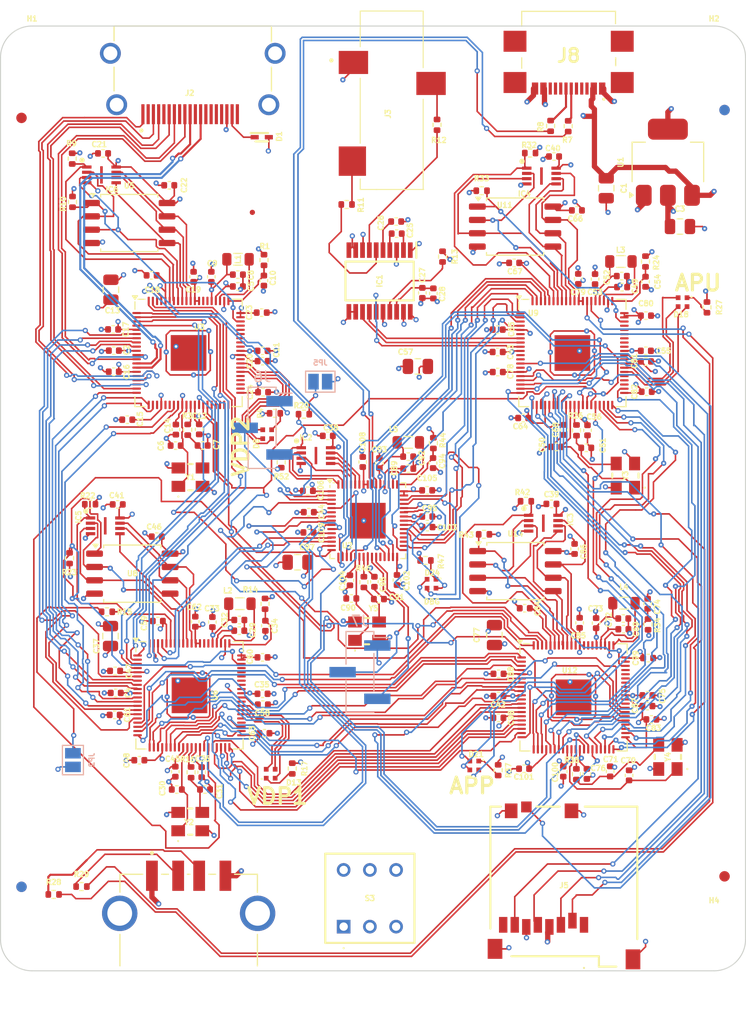
<source format=kicad_pcb>
(kicad_pcb (version 20240108) (generator "pcbnew") (generator_version "8.0")
  (layers (0 "F.Cu" signal) (1 "In1.Cu" signal) (2 "In2.Cu" signal) (31 "B.Cu" signal) (34 "B.Paste" user) (35 "F.Paste" user) (36 "B.SilkS" user "B.Silks") (37 "F.SilkS" user "F.Silks") (38 "B.Mask" user) (39 "F.Mask" user) (44 "Edge.Cuts" user))
  (net 0 "")
  (net 1 "DBG_RESET")
  (net 2 "GND")
  (net 3 "SYS_RESET")
  (net 5 "5V_IN")
  (net 6 "VBUS")
  (net 11 "TDMS0+")
  (net 12 "TDMS1-")
  (net 13 "TDMS1+")
  (net 16 "TDMSCLK-")
  (net 17 "TDMSCLK+")
  (net 18 "TDMS2+")
  (net 19 "Net-(D1-K)")
  (net 21 "TDMS2-")
  (net 22 "TDMS0-")
  (net 23 "+3V3")
  (net 24 "Net-(IC1-XSMT)")
  (net 25 "DAC_LCK")
  (net 26 "Net-(IC1-CAPP)")
  (net 27 "Net-(IC1-OUTL)")
  (net 28 "DAC_DIN")
  (net 29 "Net-(IC1-VNEG)")
  (net 30 "Net-(IC1-LDOO)")
  (net 31 "Net-(IC1-OUTR)")
  (net 32 "Net-(IC1-CAPM)")
  (net 33 "DAC_BCK")
  (net 34 "AUDIO_OUT_L")
  (net 35 "AUDIO_OUT_R")
  (net 36 "VDP1_TO_VDP2_BUS1")
  (net 37 "VDP1_TO_VDP2_BUS0")
  (net 38 "+1V1")
  (net 39 "/VDP2/PSRAM_CS1")
  (net 40 "VDP2_SWDDIO")
  (net 41 "/VDP2/XOUT")
  (net 42 "VDP2_SWDCLK")
  (net 43 "DEVICE_RESET")
  (net 44 "/VDP2/XIN")
  (net 45 "VDP1_TO_APP_BUS2")
  (net 46 "/VDP1/VDP1_LED_B")
  (net 47 "VDP2_TO_VDP1_BUS2")
  (net 48 "VDP2_TO_VDP1_BUS1")
  (net 49 "FUSB0_DN")
  (net 50 "FUSB0_DP")
  (net 53 "HUSB0_DP")
  (net 54 "HUSB0_DN")
  (net 55 "SD_SCK")
  (net 56 "SD_MISO")
  (net 57 "VDP1_TO_VDP2_BUS3")
  (net 58 "SD_CD")
  (net 59 "SD_MOSI")
  (net 60 "VDP2_TO_VDP1_BUS3")
  (net 61 "VDP1_TO_APP_BUS5")
  (net 62 "VDP1_TO_VDP2_BUS2")
  (net 63 "SD_CS")
  (net 64 "APP_TO_VDP1_BUS0")
  (net 65 "/VDP1/VDP1_LED_R")
  (net 66 "/VDP2/QSPI_SD1")
  (net 67 "/VDP2/QSPI_SD0")
  (net 68 "/VDP2/QSPI_SD2")
  (net 69 "/VDP2/QSPI_SD3")
  (net 70 "/VDP2/QSPI_SCLK")
  (net 72 "VDP2_SWDTX")
  (net 73 "VDP2_SWDRX")
  (net 75 "DBG_SWDCLK")
  (net 82 "VDP1_TO_VDP2_BUS8")
  (net 83 "Net-(U9-VREG_AVDD)")
  (net 85 "VDP1_TO_APP_BUS3")
  (net 87 "VDP1_TO_VDP2_BUS5")
  (net 89 "APP_TO_VDP1_BUS4")
  (net 90 "APP_TO_VDP1_BUS5")
  (net 91 "VDP2_TO_VDP1_BUS0")
  (net 92 "APU_SWDDIO")
  (net 93 "APP_TO_VDP1_BUS10")
  (net 94 "/VDP1/XOUT")
  (net 95 "/VDP1/VDP1_LED_G")
  (net 96 "VDP1_TO_VDP2_BUS9")
  (net 97 "VDP1_TO_APP_BUS4")
  (net 98 "/VDP1/PSRAM_CS1")
  (net 100 "VDP1_TO_VDP2_BUS10")
  (net 101 "APP_TO_VDP1_BUS2")
  (net 102 "/VDP1/XIN")
  (net 103 "APP_TO_VDP1_BUS8")
  (net 104 "/APU/XIN")
  (net 105 "VDP1_TO_VDP2_BUS6")
  (net 106 "/APU/XOUT")
  (net 107 "VDP1_TO_VDP2_BUS7")
  (net 108 "VDP1_TO_APP_BUS6")
  (net 109 "VDP1_TO_APP_BUS1")
  (net 110 "VDP1_TO_APP_BUS0")
  (net 111 "APP_TO_VDP1_BUS7")
  (net 112 "VDP1_TO_VDP2_BUS4")
  (net 113 "APP_TO_VDP1_BUS9")
  (net 115 "APU_SWDCLK")
  (net 116 "APP_TO_VDP1_BUS6")
  (net 118 "/APU/PSRAM_CS1")
  (net 119 "APP_TO_VDP1_BUS1")
  (net 120 "APP_TO_VDP1_BUS3")
  (net 121 "/VDP2/VDP2_LED_G")
  (net 122 "/VDP2/VDP2_LED_R")
  (net 125 "/VDP2/VDP2_LED_B")
  (net 126 "Net-(U2-VREG_AVDD)")
  (net 127 "Net-(U2-USB_DM)")
  (net 128 "DBG_SWDDIO")
  (net 129 "APU_TO_APP_BUS0")
  (net 130 "APU_TO_APP_BUS6")
  (net 131 "APU_SWDTX")
  (net 132 "Net-(U2-USB_DP)")
  (net 133 "APU_TO_APP_BUS5")
  (net 135 "APP_SWDTX")
  (net 136 "/DBG/XIN")
  (net 137 "/APP/APP_LED_R")
  (net 138 "APP_TO_APU_BUS4")
  (net 139 "APP_SWDRX")
  (net 140 "APU_SWDRX")
  (net 141 "Net-(C31-Pad1)")
  (net 142 "Net-(C7-Pad1)")
  (net 143 "/DBG/XOUT")
  (net 144 "VDP1_SWDDIO")
  (net 145 "/VDP1/QSPI_SD3")
  (net 146 "/VDP1/QSPI_SD1")
  (net 147 "/VDP1/QSPI_SD2")
  (net 148 "/VDP1/QSPI_SD0")
  (net 149 "/VDP1/QSPI_SCLK")
  (net 150 "VDP1_SWDCLK")
  (net 151 "VDP1_SWDTX")
  (net 152 "VDP1_SWDRX")
  (net 153 "APP_TO_APU_BUS2")
  (net 154 "APP_TO_APU_BUS6")
  (net 155 "APU_TO_APP_BUS4")
  (net 158 "Net-(U3-VREG_AVDD)")
  (net 177 "Net-(U6-VREG_AVDD)")
  (net 178 "APP_TO_APU_BUS0")
  (net 179 "APU_TO_APP_BUS2")
  (net 182 "APP_TO_APU_BUS1")
  (net 183 "APP_TO_APU_BUS3")
  (net 186 "APU_TO_APP_BUS1")
  (net 187 "APP_TO_APU_BUS5")
  (net 188 "/APP/APP_LED_B")
  (net 189 "APU_TO_APP_BUS3")
  (net 190 "/APP/APP_LED_G")
  (net 192 "APU_TO_DBG_BUS2")
  (net 196 "DBG_TO_APU_BUS1")
  (net 197 "/DBG/DBG_LED_B")
  (net 199 "DBG_TO_APU_BUS2")
  (net 200 "DBG_TO_APU_BUS0")
  (net 201 "APU_TO_DBG_BUS0")
  (net 202 "/APP/PSRAM_CS1")
  (net 203 "Net-(U12-VREG_AVDD)")
  (net 205 "APU_TO_DBG_BUS1")
  (net 206 "/DBG/DBG_LED_R")
  (net 207 "/DBG/DBG_LED_G")
  (net 208 "ESP_SPI_MISO")
  (net 212 "/APU/APU_LED_R")
  (net 214 "APP_SWDCLK")
  (net 215 "/APP/XOUT")
  (net 216 "/APU/APU_LED_G")
  (net 217 "/APP/XIN")
  (net 219 "/APU/APU_LED_B")
  (net 220 "ESP_SPI_MOSI")
  (net 221 "APP_SWDDIO")
  (net 226 "/VDP1/QSPI_SS")
  (net 229 "Net-(D18-COMMON_ANODE_)")
  (net 230 "Net-(D24-COMMON_ANODE_)")
  (net 231 "Net-(D21-COMMON_ANODE_)")
  (net 232 "Net-(D13-COMMON_ANODE_)")
  (net 235 "Net-(C51-Pad1)")
  (net 236 "Net-(C91-Pad1)")
  (net 237 "Net-(C71-Pad1)")
  (net 238 "/DBG/QSPI_SD3")
  (net 239 "/DBG/QSPI_SD0")
  (net 240 "/DBG/QSPI_SCLK")
  (net 241 "/DBG/QSPI_SD1")
  (net 242 "/DBG/QSPI_SD2")
  (net 243 "/APP/QSPI_SD2")
  (net 244 "/APP/QSPI_SD3")
  (net 245 "/APP/QSPI_SCLK")
  (net 246 "/APP/QSPI_SD0")
  (net 247 "/APP/QSPI_SD1")
  (net 248 "/APU/QSPI_SD0")
  (net 249 "/APU/QSPI_SD3")
  (net 250 "/APU/QSPI_SCLK")
  (net 251 "/APU/QSPI_SD2")
  (net 252 "/APU/QSPI_SD1")
  (net 253 "Net-(D8-COMMON_ANODE_)")
  (net 254 "Net-(U3-USB_DP)")
  (net 255 "/VDP2/QSPI_SS")
  (net 256 "Net-(U3-USB_DM)")
  (net 257 "/VDP2/VREG_LX")
  (net 263 "Net-(U6-USB_DM)")
  (net 264 "Net-(U6-USB_DP)")
  (net 265 "/VDP1/~{USB_BOOT}")
  (net 266 "/APU/QSPI_SS")
  (net 267 "Net-(U12-USB_DM)")
  (net 268 "/DBG/QSPI_SS")
  (net 269 "/DBG/~{USB_BOOT}")
  (net 270 "/APP/QSPI_SS")
  (net 271 "Net-(U12-USB_DP)")
  (net 272 "Net-(U9-USB_DM)")
  (net 273 "Net-(U9-USB_DP)")
  (net 274 "/VDP1/VREG_LX")
  (net 275 "/DBG/VREG_LX")
  (net 276 "/APP/VREG_LX")
  (net 277 "/APU/VREG_LX")
  (net 278 "DBG_SWDRX")
  (net 279 "DBG_SWDTX")
  (footprint "Capacitor_SMD:C_0402_1005Metric" (layer "F.Cu") (at 67.09 73.89 90)
    (property "Reference" "C9")
    (property "Value" "100n" (hide yes))
  )
  (footprint "lib:SON50P300X200X60-9N" (layer "F.Cu") (at 56.98 97.61)
    (property "Reference" "IC5")
    (property "Value" "W25Q16JVUXIQ_TR" (hide yes))
  )
  (footprint "Resistor_SMD:R_0402_1005Metric" (layer "F.Cu") (at 55.54 95.55 180)
    (property "Reference" "R22")
    (property "Value" "4.7K" (hide yes))
  )
  (footprint "Capacitor_SMD:C_0402_1005Metric" (layer "F.Cu") (at 94.38 81.049998 180)
    (property "Reference" "C43")
    (property "Value" "100n" (hide yes))
  )
  (footprint "lib:LRTBR48GP9Q71R7S526NP68" (layer "F.Cu") (at 72.745625 121.225 180)
    (property "Reference" "D13")
    (property "Value" "LRTBR48G-P9Q7-1+R7S5-26+NP-68" (hide yes))
  )
  (footprint "Capacitor_SMD:C_0402_1005Metric" (layer "F.Cu") (at 57.92 111.43 180)
    (property "Reference" "C47")
    (property "Value" "100n" (hide yes))
  )
  (footprint "lib:LRTBR48GP9Q71R7S526NP68" (layer "F.Cu") (at 88.075002 103.124998)
    (property "Reference" "D24")
    (property "Value" "LRTBR48G-P9Q7-1+R7S5-26+NP-68" (hide yes))
  )
  (footprint "Capacitor_SMD:C_0402_1005Metric" (layer "F.Cu") (at 108.649999 113.759998)
    (property "Reference" "C75")
    (property "Value" "4.7u" (hide yes))
  )
  (footprint "Capacitor_SMD:C_0805_2012Metric" (layer "F.Cu") (at 75.310002 101.079998)
    (property "Reference" "C97")
    (property "Value" "10u" (hide yes))
  )
  (footprint "Capacitor_SMD:C_0402_1005Metric" (layer "F.Cu") (at 71.97 110.14)
    (property "Reference" "C60")
    (property "Value" "100n" (hide yes))
  )
  (footprint "Fiducial:Fiducial_1mm_Mask2mm" (layer "F.Cu") (at 116 58)
    (property "Reference" "FID3" (hide yes))
    (property "Value" "Fiducial" (hide yes))
  )
  (footprint "MountingHole:MountingHole_2.7mm_M2.5" (layer "F.Cu") (at 115 53)
    (property "Reference" "H2")
    (property "Value" "MountingHole" (hide yes))
  )
  (footprint "Capacitor_SMD:C_0805_2012Metric" (layer "F.Cu") (at 111.75 69.1)
    (property "Reference" "C3")
    (property "Value" "10u" (hide yes))
  )
  (footprint "Capacitor_SMD:C_0402_1005Metric" (layer "F.Cu") (at 69.76 106.58)
    (property "Reference" "C32")
    (property "Value" "4.7u" (hide yes))
  )
  (footprint "Capacitor_SMD:C_0402_1005Metric" (layer "F.Cu") (at 87.690002 97.729998)
    (property "Reference" "C103")
    (property "Value" "100n" (hide yes))
  )
  (footprint "Capacitor_SMD:C_0402_1005Metric" (layer "F.Cu") (at 94.45 115.9 180)
    (property "Reference" "C98")
    (property "Value" "100n" (hide yes))
  )
  (footprint "Resistor_SMD:R_0402_1005Metric" (layer "F.Cu") (at 53.83 62.63 -90)
    (property "Reference" "R9")
    (property "Value" "4.7K" (hide yes))
  )
  (footprint "Package_DFN_QFN:QFN-60-1EP_7x7mm_P0.4mm_EP3.4x3.4mm" (layer "F.Cu") (at 82.000002 97.119998)
    (property "Reference" "U2")
    (property "Value" "RP2350_60QFN" (hide yes))
  )
  (footprint "MountingHole:MountingHole_2.7mm_M2.5" (layer "F.Cu") (at 115 137)
    (property "Reference" "H4")
    (property "Value" "MountingHole" (hide yes))
  )
  (footprint "Capacitor_SMD:C_0402_1005Metric" (layer "F.Cu") (at 99.75 62.429998 180)
    (property "Reference" "C40")
    (property "Value" "100n" (hide yes))
  )
  (footprint "Resistor_SMD:R_0402_1005Metric" (layer "F.Cu") (at 94.425 120.885 -90)
    (property "Reference" "R37")
    (property "Value" "200" (hide yes))
  )
  (footprint "Capacitor_SMD:C_0402_1005Metric" (layer "F.Cu") (at 71.89 77.3)
    (property "Reference" "C23")
    (property "Value" "100n" (hide yes))
  )
  (footprint "Resistor_SMD:R_0402_1005Metric" (layer "F.Cu") (at 72.11 72.29 -90)
    (property "Reference" "R1")
    (property "Value" "33" (hide yes))
  )
  (footprint "lib:AMPHENOL_87583-0010RHLF" (layer "F.Cu") (at 64.93 134.525)
    (property "Reference" "J4" (hide yes))
    (property "Value" "87583-0010RHLF" (hide yes))
  )
  (footprint "Capacitor_SMD:C_0402_1005Metric" (layer "F.Cu") (at 95.95 72.559998 180)
    (property "Reference" "C67")
    (property "Value" "100n" (hide yes))
  )
  (footprint "Capacitor_SMD:C_0402_1005Metric" (layer "F.Cu") (at 108.669999 105.029998 90)
    (property "Reference" "C74")
    (property "Value" "4.7u" (hide yes))
  )
  (footprint "Capacitor_SMD:C_0402_1005Metric" (layer "F.Cu") (at 96.895 120.75 180)
    (property "Reference" "C101")
    (property "Value" "100n" (hide yes))
  )
  (footprint "lib:SON50P300X200X60-9N" (layer "F.Cu") (at 56.62 64.18)
    (property "Reference" "IC6")
    (property "Value" "W25Q16JVUXIQ_TR" (hide yes))
  )
  (footprint "Capacitor_SMD:C_0402_1005Metric" (layer "F.Cu") (at 57.88 115.62 180)
    (property "Reference" "C61")
    (property "Value" "100n" (hide yes))
  )
  (footprint "Capacitor_SMD:C_0402_1005Metric" (layer "F.Cu") (at 106.9 121.38 90)
    (property "Reference" "C70")
    (property "Value" "15p" (hide yes))
  )
  (footprint "Capacitor_SMD:C_0402_1005Metric" (layer "F.Cu") (at 81.520002 91.529998 90)
    (property "Reference" "C108")
    (property "Value" "100n" (hide yes))
  )
  (footprint "Capacitor_SMD:C_0402_1005Metric" (layer "F.Cu") (at 85.860002 92.159998)
    (property "Reference" "C89")
    (property "Value" "4.7u" (hide yes))
  )
  (footprint "Capacitor_SMD:C_0402_1005Metric" (layer "F.Cu") (at 84.755 69.775 180)
    (property "Reference" "C25")
    (property "Value" "2.2u" (hide yes))
  )
  (footprint "Capacitor_SMD:C_0402_1005Metric" (layer "F.Cu") (at 83.110002 91.639998 90)
    (property "Reference" "C93")
    (property "Value" "100n" (hide yes))
  )
  (footprint "lib:STEWART_SS-53000-001" (layer "F.Cu") (at 65.32 58.4 180)
    (property "Reference" "J2")
    (property "Value" "HDMI OUT" (hide yes))
  )
  (footprint "Capacitor_SMD:C_0402_1005Metric" (layer "F.Cu") (at 101.93 67.559998)
    (property "Reference" "C66")
    (property "Value" "DNF" (hide yes))
  )
  (footprint "Resistor_SMD:R_0402_1005Metric" (layer "F.Cu") (at 93.079999 98.419998 180)
    (property "Reference" "R43")
    (property "Value" "4.7K" (hide yes))
  )
  (footprint "Resistor_SMD:R_0402_1005Metric" (layer "F.Cu") (at 108.4675 72.429998 -90)
    (property "Reference" "R24")
    (property "Value" "33" (hide yes))
  )
  (footprint "Capacitor_SMD:C_0402_1005Metric" (layer "F.Cu") (at 57.8 80.92 180)
    (property "Reference" "C2")
    (property "Value" "100n" (hide yes))
  )
  (footprint "Resistor_SMD:R_0402_1005Metric" (layer "F.Cu") (at 53.58 100.69 90)
    (property "Reference" "R23")
    (property "Value" "4.7K" (hide yes))
  )
  (footprint "Capacitor_SMD:C_0805_2012Metric" (layer "F.Cu") (at 57.480625 108.11 90)
    (property "Reference" "C37")
    (property "Value" "10u" (hide yes))
  )
  (footprint "Capacitor_SMD:C_0402_1005Metric" (layer "F.Cu") (at 69.75 107.6)
    (property "Reference" "C29")
    (property "Value" "4.7u" (hide yes))
  )
  (footprint "Capacitor_SMD:C_0402_1005Metric" (layer "F.Cu") (at 76.380002 96.309998 180)
    (property "Reference" "C44")
    (property "Value" "100n" (hide yes))
  )
  (footprint "Resistor_SMD:R_0402_1005Metric" (layer "F.Cu") (at 97.069999 95.269998)
    (property "Reference" "R42")
    (property "Value" "4.7K" (hide yes))
  )
  (footprint "Package_DFN_QFN:QFN-80-1EP_10x10mm_P0.4mm_EP3.4x3.4mm" (layer "F.Cu") (at 101.5 81.149998)
    (property "Reference" "U9")
    (property "Value" "RP2350_80QFN" (hide yes))
  )
  (footprint "Capacitor_SMD:C_0402_1005Metric" (layer "F.Cu") (at 103.66 74.109998 90)
    (property "Reference" "C53")
    (property "Value" "100n" (hide yes))
  )
  (footprint "Capacitor_SMD:C_0402_1005Metric" (layer "F.Cu") (at 80.430002 104.529998 180)
    (property "Reference" "C90")
    (property "Value" "15p" (hide yes))
  )
  (footprint "lib:ABM8272T3" (layer "F.Cu") (at 65.08 125.785)
    (property "Reference" "Y2")
    (property "Value" "ABM8-272-T3" (hide yes))
  )
  (footprint "Capacitor_SMD:C_0402_1005Metric" (layer "F.Cu") (at 94.449999 113.819998 180)
    (property "Reference" "C42")
    (property "Value" "100n" (hide yes))
  )
  (footprint "Resistor_SMD:R_0402_1005Metric" (layer "F.Cu") (at 108.709999 106.999998 90)
    (property "Reference" "R34")
    (property "Value" "33" (hide yes))
  )
  (footprint "Capacitor_SMD:C_0402_1005Metric" (layer "F.Cu") (at 56.77 62.13 180)
    (property "Reference" "C21")
    (property "Value" "100n" (hide yes))
  )
  (footprint "Capacitor_SMD:C_0402_1005Metric" (layer "F.Cu") (at 76.290002 94.279998 180)
    (property "Reference" "C106")
    (property "Value" "100n" (hide yes))
  )
  (footprint "lib:SODFL1608X70N" (layer "F.Cu") (at 71.895 60.59)
    (property "Reference" "D1")
    (property "Value" "D" (hide yes))
  )
  (footprint "Package_DFN_QFN:QFN-80-1EP_10x10mm_P0.4mm_EP3.4x3.4mm" (layer "F.Cu") (at 65.01 113.76)
    (property "Reference" "U6")
    (property "Value" "RP2350_80QFN" (hide yes))
  )
  (footprint "Capacitor_SMD:C_0402_1005Metric" (layer "F.Cu") (at 72 114.64)
    (property "Reference" "C58")
    (property "Value" "100n" (hide yes))
  )
  (footprint "Capacitor_SMD:C_0402_1005Metric" (layer "F.Cu") (at 87.670002 96.729998)
    (property "Reference" "C95")
    (property "Value" "4.7u" (hide yes))
  )
  (footprint "Capacitor_SMD:C_0402_1005Metric" (layer "F.Cu") (at 108.51 81.949998)
    (property "Reference" "C81")
    (property "Value" "100n" (hide yes))
  )
  (footprint "Package_SO:SOIC-8_5.23x5.23mm_P1.27mm" (layer "F.Cu") (at 59.27 68.765)
    (property "Reference" "U5")
    (property "Value" "~" (hide yes))
  )
  (footprint "Inductor_SMD:L_0805_2012Metric" (layer "F.Cu") (at 69.8075 105.03)
    (property "Reference" "L2")
    (property "Value" "3.3u" (hide yes))
  )
  (footprint "Capacitor_SMD:C_0402_1005Metric" (layer "F.Cu") (at 87.660002 94.229998)
    (property "Reference" "C105")
    (property "Value" "100n" (hide yes))
  )
  (footprint "Fiducial:Fiducial_1mm_Mask2mm" (layer "F.Cu") (at 49 58.75)
    (property "Reference" "FID1" (hide yes))
    (property "Value" "Fiducial" (hide yes))
  )
  (footprint "Capacitor_SMD:C_0402_1005Metric" (layer "F.Cu") (at 69.62 73.68)
    (property "Reference" "C8")
    (property "Value" "4.7u" (hide yes))
  )
  (footprint "Resistor_SMD:R_0402_1005Metric" (layer "F.Cu") (at 97.475 62.1 180)
    (property "Reference" "R32")
    (property "Value" "4.7K" (hide yes))
  )
  (footprint "Inductor_SMD:L_0805_2012Metric" (layer "F.Cu") (at 106.409999 104.979998)
    (property "Reference" "L4")
    (property "Value" "3.3u" (hide yes))
  )
  (footprint "lib:USB4110GFA" (layer "F.Cu") (at 101.14 52.277 180)
    (property "Reference" "J8")
    (property "Value" "USB4110-GF-A" (hide yes))
  )
  (footprint "lib:SON50P300X200X60-9N" (layer "F.Cu") (at 98.55 64.289998)
    (property "Reference" "IC4")
    (property "Value" "W25Q16JVUXIQ_TR" (hide yes))
  )
  (footprint "Resistor_SMD:R_0402_1005Metric" (layer "F.Cu") (at 53.86 66.75 -90)
    (property "Reference" "R10")
    (property "Value" "4.7K" (hide yes))
  )
  (footprint "Resistor_SMD:R_0402_1005Metric" (layer "F.Cu") (at 54.715 131.975)
    (property "Reference" "R29")
    (property "Value" "27" (hide yes))
  )
  (footprint "Capacitor_SMD:C_0402_1005Metric" (layer "F.Cu") (at 57.73 78.9 180)
    (property "Reference" "C17")
    (property "Value" "100n" (hide yes))
  )
  (footprint "lib:SON50P300X200X60-9N" (layer "F.Cu") (at 77.060002 90.919998)
    (property "Reference" "IC2")
    (property "Value" "W25Q16JVUXIQ_TR" (hide yes))
  )
  (footprint "lib:LRTBR48GP9Q71R7S526NP68" (layer "F.Cu") (at 112 76.305)
    (property "Reference" "D18")
    (property "Value" "LRTBR48G-P9Q7-1+R7S5-26+NP-68" (hide yes))
  )
  (footprint "Capacitor_SMD:C_0402_1005Metric" (layer "F.Cu") (at 106.359999 107.459998)
    (property "Reference" "C69")
    (property "Value" "4.7u" (hide yes))
  )
  (footprint "Inductor_SMD:L_0805_2012Metric" (layer "F.Cu") (at 69.6325 72.22)
    (property "Reference" "L1")
    (property "Value" "3.3u" (hide yes))
  )
  (footprint "Package_SO:SOIC-8_5.23x5.23mm_P1.27mm" (layer "F.Cu") (at 96.069999 101.924998)
    (property "Reference" "U14")
    (property "Value" "~" (hide yes))
  )
  (footprint "Inductor_SMD:L_0805_2012Metric" (layer "F.Cu") (at 85.860002 89.659998)
    (property "Reference" "L5")
    (property "Value" "3.3u" (hide yes))
  )
  (footprint "Resistor_SMD:R_0402_1005Metric" (layer "F.Cu") (at 99.425 59.515 -90)
    (property "Reference" "R8")
    (property "Value" "27" (hide yes))
  )
  (footprint "Resistor_SMD:R_0402_1005Metric" (layer "F.Cu") (at 114.325 76.8 -90)
    (property "Reference" "R27")
    (property "Value" "200" (hide yes))
  )
  (footprint "Resistor_SMD:R_0402_1005Metric" (layer "F.Cu") (at 101.1 59.54 -90)
    (property "Reference" "R7")
    (property "Value" "27" (hide yes))
  )
  (footprint "Capacitor_SMD:C_0402_1005Metric" (layer "F.Cu") (at 108.649999 114.779998)
    (property "Reference" "C87")
    (property "Value" "100n" (hide yes))
  )
  (footprint "Capacitor_SMD:C_0402_1005Metric" (layer "F.Cu") (at 101.709999 99.809998 90)
    (property "Reference" "C86")
    (property "Value" "DNF" (hide yes))
  )
  (footprint "Capacitor_SMD:C_0402_1005Metric" (layer "F.Cu") (at 103.759999 106.879998 90)
    (property "Reference" "C73")
    (property "Value" "100n" (hide yes))
  )
  (footprint "Capacitor_SMD:C_0402_1005Metric" (layer "F.Cu") (at 61.89 98.64 180)
    (property "Reference" "C46")
    (property "Value" "DNF" (hide yes))
  )
  (footprint "Fiducial:Fiducial_1mm_Mask2mm" (layer "F.Cu") (at 49 132)
    (property "Reference" "FID4" (hide yes))
    (property "Value" "Fiducial" (hide yes))
  )
  (footprint "Capacitor_SMD:C_0402_1005Metric" (layer "F.Cu") (at 72.1 74.25 -90)
    (property "Reference" "C10")
    (property "Value" "4.7u" (hide yes))
  )
  (footprint "Resistor_SMD:R_0402_1005Metric" (layer "F.Cu") (at 101.879999 121.269998 -90)
    (property "Reference" "R36")
    (property "Value" "1k" (hide yes))
  )
  (footprint "Capacitor_SMD:C_0402_1005Metric" (layer "F.Cu") (at 94.38 78.919998 180)
    (property "Reference" "C65")
    (property "Value" "100n" (hide yes))
  )
  (footprint "Capacitor_SMD:C_0402_1005Metric" (layer "F.Cu") (at 59.08 87.5 180)
    (property "Reference" "C15")
    (property "Value" "100n" (hide yes))
  )
  (footprint "Capacitor_SMD:C_0402_1005Metric" (layer "F.Cu") (at 63.66 121.03 -90)
    (property "Reference" "C45")
    (property "Value" "100n" (hide yes))
  )
  (footprint "Capacitor_SMD:C_0402_1005Metric" (layer "F.Cu") (at 94.39 82.959998 180)
    (property "Reference" "C78")
    (property "Value" "100n" (hide yes))
  )
  (footprint "Capacitor_SMD:C_0402_1005Metric" (layer "F.Cu") (at 102.06 74.089998 90)
    (property "Reference" "C79")
    (property "Value" "100n" (hide yes))
  )
  (footprint "Capacitor_SMD:C_0402_1005Metric" (layer "F.Cu") (at 69.62 74.81)
    (property "Reference" "C5")
    (property "Value" "4.7u" (hide yes))
  )
  (footprint "Capacitor_SMD:C_0402_1005Metric" (layer "F.Cu") (at 99.499999 95.519998 180)
    (property "Reference" "C39")
    (property "Value" "100n" (hide yes))
  )
  (footprint "Capacitor_SMD:C_0402_1005Metric" (layer "F.Cu") (at 66.17 121.08 -90)
    (property "Reference" "C36")
    (property "Value" "100n" (hide yes))
  )
  (footprint "Resistor_SMD:R_0402_1005Metric" (layer "F.Cu") (at 87.500002 100.909998)
    (property "Reference" "R47")
    (property "Value" "200" (hide yes))
  )
  (footprint "Capacitor_SMD:C_0402_1005Metric" (layer "F.Cu") (at 63.08 65.17 180)
    (property "Reference" "C22")
    (property "Value" "DNF" (hide yes))
  )
  (footprint "Fiducial:Fiducial_1mm_Mask2mm" (layer "F.Cu") (at 116 131)
    (property "Reference" "FID2" (hide yes))
    (property "Value" "Fiducial" (hide yes))
  )
  (footprint "Resistor_SMD:R_0402_1005Metric" (layer "F.Cu") (at 65.16 121.09 -90)
    (property "Reference" "R16")
    (property "Value" "1k" (hide yes))
  )
  (footprint "Package_SO:SOIC-8_5.23x5.23mm_P1.27mm" (layer "F.Cu") (at 59.56 102.165)
    (property "Reference" "U8")
    (property "Value" "~" (hide yes))
  )
  (footprint "lib:SOP65P640X120-20N" (layer "F.Cu") (at 83.125 74.287 -90)
    (property "Reference" "IC1")
    (property "Value" "PCM5102PWR" (hide yes))
  )
  (footprint "Capacitor_SMD:C_0805_2012Metric" (layer "F.Cu") (at 94.069999 108.019998 90)
    (property "Reference" "C77")
    (property "Value" "10u" (hide yes))
  )
  (footprint "lib:SJ3523SMTTR" (layer "F.Cu") (at 84.33 51.07 -90)
    (property "Reference" "J3")
    (property "Value" "SJ-3523-SMT-TR" (hide yes))
  )
  (footprint "MountingHole:MountingHole_2.7mm_M2.5" (layer "F.Cu") (at 50 137)
    (property "Reference" "H3" (hide yes))
    (property "Value" "MountingHole" (hide yes))
  )
  (footprint "Resistor_SMD:R_0402_1005Metric" (layer "F.Cu") (at 57.14 105.8 180)
    (property "Reference" "R15")
    (property "Value" "1k" (hide yes))
  )
  (footprint "Capacitor_SMD:C_0402_1005Metric" (layer "F.Cu") (at 61.99 106.68 180)
    (property "Reference" "C59")
    (property "Value" "100n" (hide yes))
  )
  (footprint "Capacitor_SMD:C_0402_1005Metric" (layer "F.Cu") (at 102.94 88.509998 -90)
    (property "Reference" "C56")
    (property "Value" "100n" (hide yes))
  )
  (footprint "Resistor_SMD:R_0402_1005Metric" (layer "F.Cu") (at 88.6 59.41 -90)
    (property "Reference" "R12")
    (property "Value" "470" (hide yes))
  )
  (footprint "Resistor_SMD:R_0402_1005Metric" (layer "F.Cu") (at 73.75 91.56 90)
    (property "Reference" "R52")
    (property "Value" "4.7K" (hide yes))
  )
  (footprint "Capacitor_SMD:C_0402_1005Metric" (layer "F.Cu") (at 100.7 88.469998 -90)
    (property "Reference" "C68")
    (property "Value" "100n" (hide yes))
  )
  (footprint "MountingHole:MountingHole_2.7mm_M2.5" (layer "F.Cu") (at 50 53)
    (property "Reference" "H1")
    (property "Value" "MountingHole" (hide yes))
  )
  (footprint "Capacitor_SMD:C_0402_1005Metric" (layer "F.Cu") (at 96.81 87.339998 180)
    (property "Reference" "C64")
    (property "Value" "100n" (hide yes))
  )
  (footprint "Capacitor_SMD:C_0402_1005Metric" (layer "F.Cu") (at 108.5 80.939998)
    (property "Reference" "C55")
    (property "Value" "4.7u" (hide yes))
  )
  (footprint "Capacitor_SMD:C_0402_1005Metric" (layer "F.Cu") (at 58.17 95.57 180)
    (property "Reference" "C41")
    (property "Value" "100n" (hide yes))
  )
  (footprint "Capacitor_SMD:C_0402_1005Metric" (layer "F.Cu") (at 65.93 88.42 -90)
    (property "Reference" "C12")
    (property "Value" "100n" (hide yes))
  )
  (footprint "Capacitor_SMD:C_0805_2012Metric" (layer "F.Cu") (at 57.52 75.12 -90)
    (property "Reference" "C13")
    (property "Value" "10u" (hide yes))
  )
  (footprint "Capacitor_SMD:C_0402_1005Metric" (layer "F.Cu") (at 108.58 84.839998)
    (property "Reference" "C82")
    (property "Value" "100n" (hide yes))
  )
  (footprint "Capacitor_SMD:C_0402_1005Metric" (layer "F.Cu") (at 106.2075 73.819998)
    (property "Reference" "C52")
    (property "Value" "4.7u" (hide yes))
  )
  (footprint "Capacitor_SMD:C_0402_1005Metric" (layer "F.Cu") (at 57.79 82.93 180)
    (property "Reference" "C16")
    (property "Value" "100n" (hide yes))
  )
  (footprint "lib:TL2201EEXA" (layer "F.Cu") (at 79.7 135.79)
    (property "Reference" "S3")
    (property "Value" "TL2201EEXA" (hide yes))
  )
  (footprint "Capacitor_SMD:C_0402_1005Metric" (layer "F.Cu") (at 102.879999 121.239998 -90)
    (property "Reference" "C76")
    (property "Value" "100n" (hide yes))
  )
  (footprint "Capacitor_SMD:C_0402_1005Metric" (layer "F.Cu") (at 60.23 119.94 180)
    (property "Reference" "C48")
    (property "Value" "100n" (hide yes))
  )
  (footprint "Package_SO:SOIC-8_5.23x5.23mm_P1.27mm" (layer "F.Cu") (at 96.04 69.104998)
    (property "Reference" "U11")
    (property "Value" "~" (hide yes))
  )
  (footprint "Resistor_SMD:R_0402_1005Metric" (layer "F.Cu") (at 75.91 86.975)
    (property "Reference" "R20")
    (property "Value" "1k" (hide yes))
  )
  (footprint "Capacitor_SMD:C_0402_1005Metric" (layer "F.Cu") (at 57.98 113.53 180)
    (property "Reference" "C4")
    (property "Value" "100n" (hide yes))
  )
  (footprint "Capacitor_SMD:C_0402_1005Metric" (layer "F.Cu") (at 99.96 90.089998 180)
    (property "Reference" "C50")
    (property "Value" "15p" (hide yes))
  )
  (footprint "Capacitor_SMD:C_0402_1005Metric" (layer "F.Cu") (at 65.56 106.74 90)
    (property "Reference" "C62")
    (property "Value" "100n" (hide yes))
  )
  (footprint "Capacitor_SMD:C_0402_1005Metric" (layer "F.Cu") (at 94.459999 111.709998 180)
    (property "Reference" "C88")
    (property "Value" "100n" (hide yes))
  )
  (footprint "Resistor_SMD:R_0402_1005Metric" (layer "F.Cu") (at 88.250002 89.729998 -90)
    (property "Reference" "R44")
    (property "Value" "33" (hide yes))
  )
  (footprint "Capacitor_SMD:C_0402_1005Metric" (layer "F.Cu") (at 67.19 106.78 90)
    (property "Reference" "C33")
    (property "Value" "100n" (hide yes))
  )
  (footprint "lib:ABM8272T3" (layer "F.Cu") (at 106.55 92.825 90)
    (property "Reference" "Y3")
    (property "Value" "ABM8-272-T3" (hide yes))
  )
  (footprint "Capacitor_SMD:C_0402_1005Metric" (layer "F.Cu") (at 108.719999 110.209998)
    (property "Reference" "C99")
    (property "Value" "100n" (hide yes))
  )
  (footprint "Capacitor_SMD:C_0402_1005Metric" (layer "F.Cu") (at 72.15 117.37)
    (property "Reference" "C63")
    (property "Value" "100n" (hide yes))
  )
  (footprint "Capacitor_SMD:C_0402_1005Metric" (layer "F.Cu") (at 105.1 121.005 90)
    (property "Reference" "C71")
    (property "Value" "15p" (hide yes))
  )
  (footprint "Capacitor_SMD:C_0402_1005Metric" (layer "F.Cu") (at 88.220002 91.629998 -90)
    (property "Reference" "C94")
    (property "Value" "4.7u" (hide yes))
  )
  (footprint "Capacitor_SMD:C_0402_1005Metric" (layer "F.Cu") (at 63.71 88.44 -90)
    (property "Reference" "C14")
    (property "Value" "100n" (hide yes))
  )
  (footprint "Capacitor_SMD:C_0402_1005Metric" (layer "F.Cu") (at 106.2375 74.869998)
    (property "Reference" "C49")
    (property "Value" "4.7u" (hide yes))
  )
  (footprint "lib:LRTBR48GP9Q71R7S526NP68" (layer "F.Cu") (at 72.415 88.885)
    (property "Reference" "D8")
    (property "Value" "LRTBR48G-P9Q7-1+R7S5-26+NP-68" (hide yes))
  )
  (footprint "Capacitor_SMD:C_0402_1005Metric" (layer "F.Cu") (at 61.4 73.75 180)
    (property "Reference" "C18")
    (property "Value" "100n" (hide yes))
  )
  (footprint "Capacitor_SMD:C_0402_1005Metric" (layer "F.Cu") (at 78.190002 89.039998 180)
    (property "Reference" "C38")
    (property "Value" "100n" (hide yes))
  )
  (footprint "Resistor_SMD:R_0402_1005Metric" (layer "F.Cu") (at 81.630002 102.969998 -90)
    (property "Reference" "R46")
    (property "Value" "1k" (hide yes))
  )
  (footprint "Capacitor_SMD:C_0402_1005Metric" (layer "F.Cu") (at 83.060002 104.589998)
    (property "Reference" "C91")
    (property "Value" "15p" (hide yes))
  )
  (footprint "Capacitor_SMD:C_0402_1005Metric" (layer "F.Cu") (at 72.24 107.13 -90)
    (property "Reference" "C34")
    (property "Value" "4.7u" (hide yes))
  )
  (footprint "lib:ABM8272T3" (layer "F.Cu") (at 65.1 92.975)
    (property "Reference" "Y1")
    (property "Value" "ABM8-272-T3" (hide yes))
  )
  (footprint "Resistor_SMD:R_0402_1005Metric" (layer "F.Cu") (at 92.85 65.689998)
    (property "Reference" "R33")
    (property "Value" "4.7K" (hide yes))
  )
  (footprint "Capacitor_SMD:C_0402_1005Metric" (layer "F.Cu") (at 84.705 68.625)
    (property "Reference" "C26")
    (property "Value" "2.2u" (hide yes))
  )
  (footprint "Package_TO_SOT_SMD:SOT-223-3_TabPin2" (layer "F.Cu") (at 110.6 62.975 90)
    (property "Reference" "U1")
    (property "Value" "NCP1117-3.3_SOT223" (hide yes))
  )
  (footprint "Package_DFN_QFN:QFN-80-1EP_10x10mm_P0.4mm_EP3.4x3.4mm" (layer "F.Cu") (at 101.609999 113.949998)
    (property "Reference" "U12")
    (property "Value" "RP2350_80QFN" (hide yes))
  )
  (footprint "Capacitor_SMD:C_0402_1005Metric" (layer "F.Cu") (at 88.25 75.47 90)
    (property "Reference" "C28")
    (property "Value" "100n" (hide yes))
  )
  (footprint "Capacitor_SMD:C_0402_1005Metric" (layer "F.Cu") (at 102.82 90.179998)
    (property "Reference" "C51")
    (property "Value" "15p" (hide yes))
  )
  (footprint "Capacitor_SMD:C_0402_1005Metric" (layer "F.Cu") (at 66.49 122.73)
    (property "Reference" "C31")
    (property "Value" "15p" (hide yes))
  )
  (footprint "lib:MEM20520019500A" (layer "F.Cu") (at 100.7 131.985)
    (property "Reference" "J5")
    (property "Value" "MEM2052-00-195-00-A" (hide yes))
  )
  (footprint "Capacitor_SMD:C_0402_1005Metric" (layer "F.Cu") (at 72.02 84.88)
    (property "Reference" "C24")
    (property "Value" "100n" (hide yes))
  )
  (footprint "Resistor_SMD:R_0402_1005Metric" (layer "F.Cu") (at 89.125 71.965 -90)
    (property "Reference" "R13")
    (property "Value" "1k" (hide yes))
  )
  (footprint "Capacitor_SMD:C_0402_1005Metric" (layer "F.Cu") (at 87.2 75.42 90)
    (property "Reference" "C27")
    (property "Value" "10u" (hide yes))
  )
  (footprint "Capacitor_SMD:C_0805_2012Metric" (layer "F.Cu") (at 86.775 82.425 180)
    (property "Reference" "C57")
    (property "Value" "10u" (hide yes))
  )
  (footprint "Capacitor_SMD:C_0402_1005Metric" (layer "F.Cu") (at 63.8 122.73 180)
    (property "Reference" "C30")
    (property "Value" "15p" (hide yes))
  )
  (footprint "Fiducial:Fiducial_0.5mm_Mask1.5mm" (layer "F.Cu") (at 71 67.75)
    (property "Reference" "FID5" (hide yes))
    (property "Value" "Fiducial" (hide yes))
  )
  (footprint "lib:LRTBR48GP9Q71R7S526NP68" (layer "F.Cu") (at 92.15 120.44)
    (property "Reference" "D21")
    (property "Value" "LRTBR48G-P9Q7-1+R7S5-26+NP-68" (hide yes))
  )
  (footprint "Capacitor_SMD:C_0402_1005Metric" (layer "F.Cu") (at 85.850002 91.019998)
    (property "Reference" "C92")
    (property "Value" "4.7u" (hide yes))
  )
  (footprint "Resistor_SMD:R_0402_1005Metric" (layer "F.Cu") (at 64.84 88.46 -90)
    (property "Reference" "R3")
    (property "Value" "1k" (hide yes))
  )
  (footprint "Capacitor_SMD:C_0402_1005Metric" (layer "F.Cu") (at 84.780002 102.769998 -90)
    (property "Reference" "C102")
    (property "Value" "100n" (hide yes))
  )
  (footprint "Capacitor_SMD:C_0402_1005Metric" (layer "F.Cu") (at 71.97 113.61)
    (property "Reference" "C35")
    (property "Value" "4.7u" (hide yes))
  )
  (footprint "Inductor_SMD:L_0805_2012Metric" (layer "F.Cu") (at 106.1225 72.429998)
    (property "Reference" "L3")
    (property "Value" "3.3u" (hide yes))
  )
  (footprint "Capacitor_SMD:C_0402_1005Metric" (layer "F.Cu") (at 82.630002 102.939998 -90)
    (property "Reference" "C96")
    (property "Value" "100n" (hide yes))
  )
  (footprint "Capacitor_SMD:C_0402_1005Metric" (layer "F.Cu") (at 63.69 89.97 180)
    (property "Reference" "C6")
    (property "Value" "15p" (hide yes))
  )
  (footprint "Capacitor_SMD:C_0402_1005Metric" (layer "F.Cu") (at 100.629999 121.019998 -90)
    (property "Reference" "C100")
    (property "Value" "100n" (hide yes))
  )
  (footprint "Resistor_SMD:R_0402_1005Metric" (layer "F.Cu") (at 72.21 105.04 -90)
    (property "Reference" "R14")
    (property "Value" "33" (hide yes))
  )
  (footprint "Capacitor_SMD:C_0402_1005Metric" (layer "F.Cu") (at 66.26 89.96)
    (property "Reference" "C7")
    (property "Value" "15p" (hide yes))
  )
  (footprint "Capacitor_SMD:C_0805_2012Metric" (layer "F.Cu") (at 104.725 65.45 -90)
    (property "Reference" "C1")
    (property "Value" "10u" (hide yes))
  )
  (footprint "lib:ABM8272T3" (layer "F.Cu") (at 81.930002 107.644998)
    (property "Reference" "Y5")
    (property "Value" "ABM8-272-T3" (hide yes))
  )
  (footprint "Resistor_SMD:R_0402_1005Metric" (layer "F.Cu") (at 73.15 86.892556)
    (property "Reference" "R4")
    (property "Value" "200" (hide yes))
  )
  (footprint "Capacitor_SMD:C_0402_1005Metric" (layer "F.Cu") (at 65.4 73.89 90)
    (property "Reference" "C19")
    (property "Value" "100n" (hide yes))
  )
  (footprint "Resistor_SMD:R_0402_1005Metric" (layer "F.Cu") (at 79.985 67 180)
    (property "Reference" "R11")
    (property "Value" "470" (hide yes))
  )
  (footprint "Capacitor_SMD:C_0402_1005Metric" (layer "F.Cu") (at 76.350002 98.239998 180)
    (property "Reference" "C109")
    (property "Value" "100n" (hide yes))
  )
  (footprint "Package_DFN_QFN:QFN-80-1EP_10x10mm_P0.4mm_EP3.4x3.4mm" (layer "F.Cu") (at 64.92 81.14)
    (property "Reference" "U3")
    (property "Value" "RP2350_80QFN" (hide yes))
  )
  (footprint "Capacitor_SMD:C_0402_1005Metric" (layer "F.Cu") (at 96.959999 105.459998 180)
    (property "Reference" "C84")
    (property "Value" "100n" (hide yes))
  )
  (footprint "lib:SON50P300X200X60-9N" (layer "F.Cu") (at 98.729999 97.359998)
    (property "Reference" "IC3")
    (property "Value" "W25Q16JVUXIQ_TR" (hide yes))
  )
  (footprint "Capacitor_SMD:C_0402_1005Metric" (layer "F.Cu") (at 102.189999 106.849998 90)
    (property "Reference" "C85")
    (property "Value" "100n" (hide yes))
  )
  (footprint "Capacitor_SMD:C_0402_1005Metric" (layer "F.Cu") (at 109.03 116.05)
    (property "Reference" "C83")
    (property "Value" "100n" (hide yes))
  )
  (footprint "Capacitor_SMD:C_0402_1005Metric" (layer "F.Cu") (at 106.349999 106.439998)
    (property "Reference" "C72")
    (property "Value" "4.7u" (hide yes))
  )
  (footprint "Capacitor_SMD:C_0402_1005Metric" (layer "F.Cu") (at 71.97 80.94)
    (property "Reference" "C11")
    (property "Value" "4.7u" (hide yes))
  )
  (footprint "Resistor_SMD:R_0402_1005Metric" (layer "F.Cu") (at 101.89 88.509998 -90)
    (property "Reference" "R26")
    (property "Value" "1k" (hide yes))
  )
  (footprint "Capacitor_SMD:C_0402_1005Metric" (layer "F.Cu") (at 71.98 81.92)
    (property "Reference" "C20")
    (property "Value" "100n" (hide yes))
  )
  (footprint "Capacitor_SMD:C_0402_1005Metric" (layer "F.Cu") (at 108.51 77.589998)
    (property "Reference" "C80")
    (property "Value" "100n" (hide yes))
  )
  (footprint "lib:ABM8272T3" (layer "F.Cu") (at 110.6 119.625 90)
    (property "Reference" "Y4")
    (property "Value" "ABM8-272-T3" (hide yes))
  )
  (footprint "Capacitor_SMD:C_0402_1005Metric" (layer "F.Cu") (at 80.3 102.8 -90)
    (property "Reference" "C104")
    (property "Value" "100n" (hide yes))
  )
  (footprint "Capacitor_SMD:C_0402_1005Metric" (layer "F.Cu") (at 108.47 74.359998 -90)
    (property "Reference" "C54")
    (property "Value" "4.7u" (hide yes))
  )
  (footprint "Resistor_SMD:R_0402_1005Metric" (layer "F.Cu") (at 52.065 132.725)
    (property "Reference" "R28")
    (property "Value" "27" (hide yes))
  )
  (footprint "Resistor_SMD:R_0402_1005Metric" (layer "F.Cu") (at 74.800625 120.73 -90)
    (property "Reference" "R17")
    (property "Value" "200" (hide yes))
  )
  (footprint "Connector_PinHeader_2.54mm:PinHeader_1x03_P2.54mm_Vertical_SMD_Pin1Left" (layer "B.Cu") (at 81.255 111.55 180)
    (property "Reference" "J7")
    (property "Value" "Conn_01x03_Pin" (hide yes))
  )
  (footprint "Fiducial:Fiducial_1mm_Mask2mm" (layer "B.Cu") (at 116 58 180)
    (property "Reference" "FID6" (hide yes))
    (property "Value" "Fiducial" (hide yes))
  )
  (footprint "Jumper:SolderJumper-2_P1.3mm_Open_Pad1.0x1.5mm" (layer "B.Cu") (at 53.9 119.925 90)
    (property "Reference" "JP2")
    (property "Value" "USB Boot" (hide yes))
  )
  (footprint "Fiducial:Fiducial_1mm_Mask2mm" (layer "B.Cu") (at 49 132 180)
    (property "Reference" "FID7" (hide yes))
    (property "Value" "Fiducial" (hide yes))
  )
  (footprint "Jumper:SolderJumper-2_P1.3mm_Open_Pad1.0x1.5mm" (layer "B.Cu") (at 77.475 83.875 180)
    (property "Reference" "JP5")
    (property "Value" "USB Boot" (hide yes))
  )
  (footprint "Connector_PinHeader_2.54mm:PinHeader_1x03_P2.54mm_Vertical_SMD_Pin1Left" (layer "B.Cu") (at 71.93 88.275 180)
    (property "Reference" "J6")
    (property "Value" "Conn_01x03_Pin" (hide yes))
  )
  (gr_line (start 118 137) (end 118 53) (stroke (width 0.1)) (layer "Edge.Cuts"))
  (gr_arc (start 118.000001 137.000001) (mid 117.121321 139.121321) (end 115.000001 140.000001) (stroke (width 0.1)) (layer "Edge.Cuts"))
  (gr_arc (start 50 140) (mid 47.87868 139.12132) (end 47 137) (stroke (width 0.1)) (layer "Edge.Cuts"))
  (gr_line (start 50 50) (end 115 50) (stroke (width 0.1)) (layer "Edge.Cuts"))
  (gr_line (start 115 140) (end 50 140) (stroke (width 0.1)) (layer "Edge.Cuts"))
  (gr_line (start 47 137) (end 47 53) (stroke (width 0.1)) (layer "Edge.Cuts"))
  (gr_arc (start 47 53) (mid 47.87868 50.87868) (end 50 50) (stroke (width 0.1)) (layer "Edge.Cuts"))
  (gr_arc (start 115.000002 50) (mid 117.121322 50.87868) (end 118.000002 53) (stroke (width 0.1)) (layer "Edge.Cuts"))
  (gr_text "VDP2" (at 70.775 93.075 90) (layer "F.SilkS") (effects (font (size 1.5 1.5) (thickness 0.3) (bold yes)) (justify left bottom)))
  (gr_text "VDP1" (at 70.325 124.25 0) (layer "F.SilkS") (effects (font (size 1.5 1.5) (thickness 0.3) (bold yes)) (justify left bottom)))
  (gr_text "APU" (at 111.1 75.35 0) (layer "F.SilkS") (effects (font (size 1.5 1.5) (thickness 0.3) (bold yes)) (justify left bottom)))
  (gr_text "APP" (at 89.6 123.25 0) (layer "F.SilkS") (effects (font (size 1.5 1.5) (thickness 0.3) (bold yes)) (justify left bottom)))
  (gr_text "DBG" (at 87.275 105.125 0) (layer "F.SilkS") (effects (font (size 0.5 0.5) (thickness 0.125) (bold yes)) (justify left bottom)))
  (segment (start 68.43 130.945) (end 69.48 130.945) (width 0.5) (layer "F.Cu") (net 2))
  (segment (start 103.3 90.179998) (end 103.3 91.179998) (width 0.15) (layer "F.Cu") (net 2))
  (segment (start 109.799999 114.779998) (end 109.849999 114.829998) (width 0.15) (layer "F.Cu") (net 2))
  (segment (start 65.4 72.67) (end 65.33 72.6) (width 0.15) (layer "F.Cu") (net 2))
  (segment (start 109.67 81.949998) (end 109.7 81.919998) (width 0.15) (layer "F.Cu") (net 2))
  (segment (start 63.16 88.92) (end 62.8 89.28) (width 0.15) (layer "F.Cu") (net 2))
  (segment (start 75.810002 94.279998) (end 75.200002 94.279998) (width 0.15) (layer "F.Cu") (net 2))
  (segment (start 63.21 89.69) (end 62.8 89.28) (width 0.15) (layer "F.Cu") (net 2))
  (segment (start 66.97 122.73) (end 66.97 122.59) (width 0.15) (layer "F.Cu") (net 2))
  (segment (start 108.98 80.939998) (end 109.56 80.939998) (width 0.15) (layer "F.Cu") (net 2))
  (segment (start 85.65 68.625) (end 85.825 68.45) (width 0.15) (layer "F.Cu") (net 2))
  (segment (start 88.140002 94.229998) (end 88.750002 94.229998) (width 0.15) (layer "F.Cu") (net 2))
  (segment (start 72.45 113.61) (end 73.06 113.61) (width 0.15) (layer "F.Cu") (net 2))
  (segment (start 56.29 62.13) (end 55.83 62.13) (width 0.15) (layer "F.Cu") (net 2))
  (segment (start 75.200002 94.279998) (end 75.130002 94.209998) (width 0.15) (layer "F.Cu") (net 2))
  (segment (start 83.110002 90.489998) (end 83.140002 90.459998) (width 0.15) (layer "F.Cu") (net 2))
  (segment (start 68.41 108.81) (end 68.41 109.84) (width 0.15) (layer "F.Cu") (net 2))
  (segment (start 63.21 89.97) (end 63.21 89.69) (width 0.15) (layer "F.Cu") (net 2))
  (segment (start 84.1 108.2) (end 83.780002 108.519998) (width 0.15) (layer "F.Cu") (net 2))
  (segment (start 102.189999 106.369998) (end 102.189999 105.589998) (width 0.15) (layer "F.Cu") (net 2))
  (segment (start 83.110002 91.159998) (end 83.110002 90.489998) (width 0.15) (layer "F.Cu") (net 2))
  (segment (start 93.28 82.959998) (end 93.2 83.039998) (width 0.15) (layer "F.Cu") (net 2))
  (segment (start 99.009999 95.699998) (end 98.349999 95.699998) (width 0.15) (layer "F.Cu") (net 2))
  (segment (start 85.4 77.225) (end 85.4 78.35) (width 0.15) (layer "F.Cu") (net 2))
  (segment (start 106.839999 106.449998) (end 106.829999 106.439998) (width 0.15) (layer "F.Cu") (net 2))
  (segment (start 102.189999 105.589998) (end 102.149999 105.549998) (width 0.15) (layer "F.Cu") (net 2))
  (segment (start 94.815 124.76) (end 94.35 125.225) (width 0.15) (layer "F.Cu") (net 2))
  (segment (start 94.069999 107.069998) (end 94.055002 107.069998) (width 0.15) (layer "F.Cu") (net 2))
  (segment (start 93.969999 113.819998) (end 93.349999 113.819998) (width 0.15) (layer "F.Cu") (net 2))
  (segment (start 101.649999 98.959998) (end 101.279999 98.589998) (width 0.15) (layer "F.Cu") (net 2))
  (segment (start 108.475 137.2) (end 108.475 137.71) (width 0.15) (layer "F.Cu") (net 2))
  (segment (start 66.81 89.02) (end 66.74 89.09) (width 0.15) (layer "F.Cu") (net 2))
  (segment (start 82.630002 103.419998) (end 82.630002 103.679998) (width 0.15) (layer "F.Cu") (net 2))
  (segment (start 93.9 78.919998) (end 93.34 78.919998) (width 0.15) (layer "F.Cu") (net 2))
  (segment (start 97.329999 98.109998) (end 96.599999 98.109998) (width 0.15) (layer "F.Cu") (net 2))
  (segment (start 59 119.94) (end 58.98 119.96) (width 0.15) (layer "F.Cu") (net 2))
  (segment (start 66.23 126.66) (end 66.91 126.66) (width 0.15) (layer "F.Cu") (net 2))
  (segment (start 104.725 66.4) (end 104.725 67.575) (width 0.15) (layer "F.Cu") (net 2))
  (segment (start 55.515 98.36) (end 55.085 98.79) (width 0.15) (layer "F.Cu") (net 2))
  (segment (start 72.46 81.92) (end 73.14 81.92) (width 0.15) (layer "F.Cu") (net 2))
  (segment (start 100.629999 122.189998) (end 100.629999 121.499998) (width 0.15) (layer "F.Cu") (net 2))
  (segment (start 102.41 67.409998) (end 101.73 66.729998) (width 0.15) (layer "F.Cu") (net 2))
  (segment (start 73.14 81.92) (end 73.18 81.88) (width 0.15) (layer "F.Cu") (net 2))
  (segment (start 93.279999 111.709998) (end 93.269999 111.699998) (width 0.15) (layer "F.Cu") (net 2))
  (segment (start 95.665 124.76) (end 94.815 124.76) (width 0.15) (layer "F.Cu") (net 2))
  (segment (start 79.840002 103.899998) (end 79.840002 103.739998) (width 0.15) (layer "F.Cu") (net 2))
  (segment (start 109.199999 110.209998) (end 109.779999 110.209998) (width 0.15) (layer "F.Cu") (net 2))
  (segment (start 100.7 88.949998) (end 100.62 88.949998) (width 0.15) (layer "F.Cu") (net 2))
  (segment (start 75.340002 98.239998) (end 75.320002 98.219998) (width 0.15) (layer "F.Cu") (net 2))
  (segment (start 107.125 120.9) (end 107.425 120.6) (width 0.15) (layer "F.Cu") (net 2))
  (segment (start 95.990875 104.970874) (end 96.479999 105.459998) (width 0.15) (layer "F.Cu") (net 2))
  (segment (start 105.009999 108.999998) (end 105.009999 109.944997) (width 0.15) (layer "F.Cu") (net 2))
  (segment (start 65.01 113.485) (end 63.9 112.375) (width 0.15) (layer "F.Cu") (net 2))
  (segment (start 101.975002 81.149998) (end 102.175 80.95) (width 0.15) (layer "F.Cu") (net 2))
  (segment (start 70.25 107.6) (end 70.7 108.05) (width 0.15) (layer "F.Cu") (net 2))
  (segment (start 68.32 76.955) (end 68.275 77) (width 0.15) (layer "F.Cu") (net 2))
  (segment (start 56.82 115.62) (end 56.74 115.7) (width 0.15) (layer "F.Cu") (net 2))
  (segment (start 104.49 55.955) (end 104.49 56.38) (width 0.5) (layer "F.Cu") (net 2))
  (segment (start 93.979999 111.709998) (end 93.279999 111.709998) (width 0.15) (layer "F.Cu") (net 2))
  (segment (start 112.7 69.1) (end 113.9 69.1) (width 0.15) (layer "F.Cu") (net 2))
  (segment (start 102.94 89.819998) (end 103.3 90.179998) (width 0.15) (layer "F.Cu") (net 2))
  (segment (start 63.66 121.51) (end 63.51 121.51) (width 0.15) (layer "F.Cu") (net 2))
  (segment (start 102.06 73.609998) (end 102.06 73.059998) (width 0.15) (layer "F.Cu") (net 2))
  (segment (start 81.520002 90.595002) (end 81.425 90.5) (width 0.15) (layer "F.Cu") (net 2))
  (segment (start 88.150002 96.729998) (end 88.770002 96.729998) (width 0.15) (layer "F.Cu") (net 2))
  (segment (start 69.48 130.945) (end 69.95 130.475) (width 0.5) (layer "F.Cu") (net 2))
  (segment (start 96.33 87.339998) (end 95.67 87.339998) (width 0.15) (layer "F.Cu") (net 2))
  (segment (start 65.4 73.41) (end 65.4 72.67) (width 0.15) (layer "F.Cu") (net 2))
  (segment (start 88.770002 96.729998) (end 88.820002 96.779998) (width 0.15) (layer "F.Cu") (net 2))
  (segment (start 100.62 88.949998) (end 99.48 90.089998) (width 0.15) (layer "F.Cu") (net 2))
  (segment (start 80.63 53.47) (end 80.63 54.12) (width 0.15) (layer "F.Cu") (net 2))
  (segment (start 113.9 69.1) (end 114.1 69.3) (width 0.15) (layer "F.Cu") (net 2))
  (segment (start 109.779999 110.209998) (end 109.829999 110.159998) (width 0.15) (layer "F.Cu") (net 2))
  (segment (start 63.71 88.92) (end 63.16 88.92) (width 0.15) (layer "F.Cu") (net 2))
  (segment (start 86.340002 91.029998) (end 86.330002 91.019998) (width 0.15) (layer "F.Cu") (net 2))
  (segment (start 104.9 76.95) (end 104.8 77.05) (width 0.15) (layer "F.Cu") (net 2))
  (segment (start 66.69 88.9) (end 66.81 89.02) (width 0.15) (layer "F.Cu") (net 2))
  (segment (start 55.38 104.07) (end 54.91 104.54) (width 0.15) (layer "F.Cu") (net 2))
  (segment (start 102.41 67.559998) (end 102.41 67.409998) (width 0.15) (layer "F.Cu") (net 2))
  (segment (start 88.750002 94.229998) (end 88.810002 94.169998) (width 0.15) (layer "F.Cu") (net 2))
  (segment (start 103.45 121.475) (end 103.45 121.35) (width 0.15) (layer "F.Cu") (net 2))
  (segment (start 60.47 73.3) (end 60.92 73.75) (width 0.15) (layer "F.Cu") (net 2))
  (segment (start 66.24 121.56) (end 66.67 121.99) (width 0.15) (layer "F.Cu") (net 2))
  (segment (start 94.055002 107.069998) (end 93.475 107.65) (width 0.15) (layer "F.Cu") (net 2))
  (segment (start 109.129999 114.779998) (end 109.799999 114.779998) (width 0.15) (layer "F.Cu") (net 2))
  (segment (start 87.2 75.9) (end 87.2 76.29) (width 0.15) (layer "F.Cu") (net 2))
  (segment (start 105.009999 109.944997) (end 105.05 109.984998) (width 0.15) (layer "F.Cu") (net 2))
  (segment (start 56.86 111.43) (end 56.81 111.48) (width 0.15) (layer "F.Cu") (net 2))
  (segment (start 104.49 56.38) (end 105.285 57.175) (width 0.5) (layer "F.Cu") (net 2))
  (segment (start 59.8 73.3) (end 60.47 73.3) (width 0.15) (layer "F.Cu") (net 2))
  (segment (start 98.95 90.089998) (end 98.36 90.679998) (width 0.15) (layer "F.Cu") (net 2))
  (segment (start 76.260002 102.014998) (end 75.875 102.4) (width 0.15) (layer "F.Cu") (net 2))
  (segment (start 56.535 107.16) (end 56.325 106.95) (width 0.15) (layer "F.Cu") (net 2))
  (segment (start 57.69 95.57) (end 57.11 95.57) (width 0.15) (layer "F.Cu") (net 2))
  (segment (start 108.73 74.839998) (end 109.02 75.129998) (width 0.15) (layer "F.Cu") (net 2))
  (segment (start 62.04 65.17) (end 61.83 64.96) (width 0.15) (layer "F.Cu") (net 2))
  (segment (start 108.669999 104.129998) (end 108.899999 103.899998) (width 0.15) (layer "F.Cu") (net 2))
  (segment (start 99.48 90.089998) (end 98.95 90.089998) (width 0.15) (layer "F.Cu") (net 2))
  (segment (start 95.475 121.05) (end 95.775 120.75) (width 0.15) (layer "F.Cu") (net 2))
  (segment (start 97.105 136.83) (end 97.125 136.85) (width 0.15) (layer "F.Cu") (net 2))
  (segment (start 108.3 66.9) (end 107.7 67.5) (width 0.5) (layer "F.Cu") (net 2))
  (segment (start 56.63 70.67) (end 56.725 70.575) (width 0.15) (layer "F.Cu") (net 2))
  (segment (start 106.839999 107.459998) (end 106.839999 106.449998) (width 0.15) (layer "F.Cu") (net 2))
  (segment (start 102.94 88.989998) (end 102.94 89.819998) (width 0.15) (layer "F.Cu") (net 2))
  (segment (start 83.540002 104.589998) (end 83.980002 104.589998) (width 0.15) (layer "F.Cu") (net 2))
  (segment (start 88.170002 97.729998) (end 88.910002 97.729998) (width 0.15) (layer "F.Cu") (net 2))
  (segment (start 66.79 93.85) (end 67.38 94.44) (width 0.15) (layer "F.Cu") (net 2))
  (segment (start 58.6 87.5) (end 57.99 87.5) (width 0.15) (layer "F.Cu") (net 2))
  (segment (start 75.580002 91.749998) (end 75.660002 91.669998) (width 0.15) (layer "F.Cu") (net 2))
  (segment (start 105.1 120.525) (end 105.45 120.525) (width 0.15) (layer "F.Cu") (net 2))
  (segment (start 108.669999 104.549998) (end 108.669999 104.129998) (width 0.15) (layer "F.Cu") (net 2))
  (segment (start 83.780002 108.519998) (end 83.080002 108.519998) (width 0.15) (layer "F.Cu") (net 2))
  (segment (start 72.45 80.94) (end 73.23 80.94) (width 0.15) (layer "F.Cu") (net 2))
  (segment (start 104.725 67.575) (end 104.9 67.75) (width 0.15) (layer "F.Cu") (net 2))
  (segment (start 93.9 81.049998) (end 93.2 81.049998) (width 0.15) (layer "F.Cu") (net 2))
  (segment (start 56.765 76.825) (end 56.275 76.825) (width 0.15) (layer "F.Cu") (net 2))
  (segment (start 68.32 76.19) (end 68.32 76.955) (width 0.15) (layer "F.Cu") (net 2))
  (segment (start 97.28 135.62) (end 97.28 135.27) (width 0.15) (layer "F.Cu") (net 2))
  (segment (start 107.425 91.5) (end 106.475 90.55) (width 0.15) (layer "F.Cu") (net 2))
  (segment (start 95.34 137.91) (end 95.45 137.8) (width 0.15) (layer "F.Cu") (net 2))
  (segment (start 73.23 80.94) (end 73.26 80.91) (width 0.15) (layer "F.Cu") (net 2))
  (segment (start 106.839999 107.459998) (end 106.839999 107.729998) (width 0.15) (layer "F.Cu") (net 2))
  (segment (start 103.4 121.525) (end 103.45 121.475) (width 0.15) (layer "F.Cu") (net 2))
  (segment (start 62.77 91.89) (end 62.86 91.8) (width 0.15) (layer "F.Cu") (net 2))
  (segment (start 72.63 117.37) (end 73.38 117.37) (width 0.15) (layer "F.Cu") (net 2))
  (segment (start 62.86 91.8) (end 62.86 91.69) (width 0.15) (layer "F.Cu") (net 2))
  (segment (start 84.75 72.65) (end 84.725 72.675) (width 0.15) (layer "F.Cu") (net 2))
  (segment (start 83.980002 104.589998) (end 84.270002 104.879998) (width 0.15) (layer "F.Cu") (net 2))
  (segment (start 83.45 77.225) (end 83.45 78.275) (width 0.15) (layer "F.Cu") (net 2))
  (segment (start 102.06 73.059998) (end 102.03 73.029998) (width 0.15) (layer "F.Cu") (net 2))
  (segment (start 73.28 84.88) (end 73.3 84.86) (width 0.15) (layer "F.Cu") (net 2))
  (segment (start 77.264998 89.039998) (end 76.975 88.75) (width 0.15) (layer "F.Cu") (net 2))
  (segment (start 93.2 81.049998) (end 93.17 81.019998) (width 0.15) (layer "F.Cu") (net 2))
  (segment (start 68.57 58.4) (end 68.57 59.8) (width 0.15) (layer "F.Cu") (net 2))
  (segment (start 108.95 120.775) (end 108.9 120.725) (width 0.15) (layer "F.Cu") (net 2))
  (segment (start 84.400002 93.009998) (end 84.475002 92.934998) (width 0.15) (layer "F.Cu") (net 2))
  (segment (start 97.105 135.82) (end 97.105 136.83) (width 0.15) (layer "F.Cu") (net 2))
  (segment (start 98.971159 62.429998) (end 98.694239 62.706918) (width 0.15) (layer "F.Cu") (net 2))
  (segment (start 92.469999 103.829998) (end 93.419999 103.829998) (width 0.15) (layer "F.Cu") (net 2))
  (segment (start 109.725 120.775) (end 108.95 120.775) (width 0.15) (layer "F.Cu") (net 2))
  (segment (start 95.47 72.559998) (end 94.64 72.559998) (width 0.15) (layer "F.Cu") (net 2))
  (segment (start 80.63 54.12) (end 79.625 55.125) (width 0.15) (layer "F.Cu") (net 2))
  (segment (start 62.98 92.1) (end 62.77 91.89) (width 0.15) (layer "F.Cu") (net 2))
  (segment (start 66.17 121.56) (end 66.24 121.56) (width 0.15) (layer "F.Cu") (net 2))
  (segment (start 68.57 59.8) (end 68.5 59.87) (width 0.15) (layer "F.Cu") (net 2))
  (segment (start 80.85 77.225) (end 80.2 77.225) (width 0.15) (layer "F.Cu") (net 2))
  (segment (start 85.15 82.425) (end 84.95 82.625) (width 0.15) (layer "F.Cu") (net 2))
  (segment (start 80.525 70) (end 80.525 71.024) (width 0.15) (layer "F.Cu") (net 2))
  (segment (start 86.340002 92.159998) (end 86.340002 92.039998) (width 0.15) (layer "F.Cu") (net 2))
  (segment (start 67.19 105.73) (end 67.25 105.67) (width 0.15) (layer "F.Cu") (net 2))
  (segment (start 72.45 110.14) (end 73.12 110.14) (width 0.15) (layer "F.Cu") (net 2))
  (segment (start 97.15 65.039998) (end 96.7 65.039998) (width 0.15) (layer "F.Cu") (net 2))
  (segment (start 63.32 122.73) (end 63.32 122.28) (width 0.15) (layer "F.Cu") (net 2))
  (segment (start 61.51 106.68) (end 60.5 106.68) (width 0.15) (layer "F.Cu") (net 2))
  (segment (start 73.07 77.3) (end 73.15 77.22) (width 0.15) (layer "F.Cu") (net 2))
  (segment (start 96.7 65.039998) (end 96.58 65.159998) (width 0.15) (layer "F.Cu") (net 2))
  (segment (start 103.66 73.629998) (end 103.66 72.969998) (width 0.15) (layer "F.Cu") (net 2))
  (segment (start 93.34 78.919998) (end 93.33 78.929998) (width 0.15) (layer "F.Cu") (net 2))
  (segment (start 108.47 74.839998) (end 108.73 74.839998) (width 0.15) (layer "F.Cu") (net 2))
  (segment (start 82.630002 103.679998) (end 83.540002 104.589998) (width 0.15) (layer "F.Cu") (net 2))
  (segment (start 57.44 111.43) (end 56.86 111.43) (width 0.15) (layer "F.Cu") (net 2))
  (segment (start 95.775 120.75) (end 96.415 120.75) (width 0.15) (layer "F.Cu") (net 2))
  (segment (start 75.270002 96.309998) (end 75.240002 96.339998) (width 0.15) (layer "F.Cu") (net 2))
  (segment (start 95.990875 104.790875) (end 95.990875 104.970874) (width 0.15) (layer "F.Cu") (net 2))
  (segment (start 79.770002 106.769998) (end 79.670002 106.669998) (width 0.15) (layer "F.Cu") (net 2))
  (segment (start 95.67 87.339998) (end 95.65 87.319998) (width 0.15) (layer "F.Cu") (net 2))
  (segment (start 57.32 80.92) (end 56.7 80.92) (width 0.15) (layer "F.Cu") (net 2))
  (segment (start 72.48 114.64) (end 73.02 114.64) (width 0.15) (layer "F.Cu") (net 2))
  (segment (start 101.609999 112.809999) (end 101.275 112.475) (width 0.15) (layer "F.Cu") (net 2))
  (segment (start 61.11 98.64) (end 60.75 98.28) (width 0.15) (layer "F.Cu") (net 2))
  (segment (start 60.5 106.68) (end 60.45 106.73) (width 0.15) (layer "F.Cu") (net 2))
  (segment (start 72.1 74.73) (end 72.1 75.2) (width 0.15) (layer "F.Cu") (net 2))
  (segment (start 106.945 74.642498) (end 106.7175 74.869998) (width 0.15) (layer "F.Cu") (net 2))
  (segment (start 106.9 120.9) (end 107.125 120.9) (width 0.15) (layer "F.Cu") (net 2))
  (segment (start 66.97 122.59) (end 67.08 122.48) (width 0.15) (layer "F.Cu") (net 2))
  (segment (start 63.32 122.28) (end 63.03 121.99) (width 0.15) (layer "F.Cu") (net 2))
  (segment (start 87.25 75.95) (end 87.2 75.9) (width 0.15) (layer "F.Cu") (net 2))
  (segment (start 88.220002 92.109998) (end 88.520002 92.109998) (width 0.15) (layer "F.Cu") (net 2))
  (segment (start 57.52 76.07) (end 56.765 76.825) (width 0.15) (layer "F.Cu") (net 2))
  (segment (start 70.23 107.6) (end 70.25 107.6) (width 0.15) (layer "F.Cu") (net 2))
  (segment (start 55.501418 64.93) (end 56.276418 65.705) (width 0.15) (layer "F.Cu") (net 2))
  (segment (start 70.1 74.81) (end 70.1 73.68) (width 0.15) (layer "F.Cu") (net 2))
  (segment (start 77.710002 89.039998) (end 77.264998 89.039998) (width 0.15) (layer "F.Cu") (net 2))
  (segment (start 93.349999 113.819998) (end 93.319999 113.849998) (width 0.15) (layer "F.Cu") (net 2))
  (segment (start 62.6 65.17) (end 62.04 65.17) (width 0.15) (layer "F.Cu") (net 2))
  (segment (start 100.419997 122.4) (end 100.629999 122.189998) (width 0.15) (layer "F.Cu") (net 2))
  (segment (start 72.5 84.88) (end 73.28 84.88) (width 0.15) (layer "F.Cu") (net 2))
  (segment (start 55.58 98.36) (end 55.515 98.36) (width 0.15) (layer "F.Cu") (net 2))
  (segment (start 103.074997 121.525) (end 103.4 121.525) (width 0.15) (layer "F.Cu") (net 2))
  (segment (start 101.649999 99.319998) (end 101.649999 98.959998) (width 0.15) (layer "F.Cu") (net 2))
  (segment (start 86.340002 92.039998) (end 86.800002 91.579998) (width 0.15) (layer "F.Cu") (net 2))
  (segment (start 67.19 106.3) (end 67.19 105.73) (width 0.15) (layer "F.Cu") (net 2))
  (segment (start 57.480625 107.16) (end 56.535 107.16) (width 0.15) (layer "F.Cu") (net 2))
  (segment (start 65.56 106.26) (end 65.56 105.65) (width 0.15) (layer "F.Cu") (net 2))
  (segment (start 63.93 124.91) (end 63.04 124.91) (width 0.15) (layer "F.Cu") (net 2))
  (segment (start 106.839999 107.729998) (end 106.959999 107.849998) (width 0.15) (layer "F.Cu") (net 2))
  (segment (start 76.260002 101.079998) (end 76.260002 102.014998) (width 0.15) (layer "F.Cu") (net 2))
  (segment (start 108.99 77.589998) (end 109.6 77.589998) (width 0.15) (layer "F.Cu") (net 2))
  (segment (start 109.06 84.839998) (end 109.69 84.839998) (width 0.15) (layer "F.Cu") (net 2))
  (segment (start 105.285 57.175) (end 105.5 57.175) (width 0.5) (layer "F.Cu") (net 2))
  (segment (start 73.12 110.14) (end 73.17 110.09) (width 0.15) (layer "F.Cu") (net 2))
  (segment (start 103.759999 106.399998) (end 103.759999 105.799998) (width 0.15) (layer "F.Cu") (net 2))
  (segment (start 103.3 91.179998) (end 103.4 91.279998) (width 0.15) (layer "F.Cu") (net 2))
  (segment (start 57.99 87.5) (end 57.98 87.49) (width 0.15) (layer "F.Cu") (net 2))
  (segment (start 109.129999 113.759998) (end 109.809999 113.759998) (width 0.15) (layer "F.Cu") (net 2))
  (segment (start 106.945 74.349998) (end 106.945 74.642498) (width 0.15) (layer "F.Cu") (net 2))
  (segment (start 79.840002 103.739998) (end 80.3 103.28) (width 0.15) (layer "F.Cu") (net 2))
  (segment (start 102.185 124.76) (end 102.575 125.15) (width 0.15) (layer "F.Cu") (net 2))
  (segment (start 63.51 121.51) (end 63.03 121.99) (width 0.15) (layer "F.Cu") (net 2))
  (segment (start 65.56 105.65) (end 65.67 105.54) (width 0.15) (layer "F.Cu") (net 2))
  (segment (start 70.1 74.81) (end 70.1 74.86) (width 0.15) (layer "F.Cu") (net 2))
  (segment (start 72.24 107.61) (end 72.24 108.23) (width 0.15) (layer "F.Cu") (net 2))
  (segment (start 55.96 104.07) (end 55.38 104.07) (width 0.15) (layer "F.Cu") (net 2))
  (segment (start 56.905 82.93) (end 57.31 82.93) (width 0.15) (layer "F.Cu") (net 2))
  (segment (start 70.1 74.86) (end 69.87 75.09) (width 0.15) (layer "F.Cu") (net 2))
  (segment (start 85.375 103.15) (end 84.88 103.15) (width 0.15) (layer "F.Cu") (net 2))
  (segment (start 94.64 72.559998) (end 94.54 72.659998) (width 0.15) (layer "F.Cu") (net 2))
  (segment (start 67.08 122.48) (end 66.67 122.07) (width 0.15) (layer "F.Cu") (net 2))
  (segment (start 101.609999 113.949998) (end 101.609999 112.809999) (width 0.15) (layer "F.Cu") (net 2))
  (segment (start 92.44 71.009998) (end 92.44 71.139998) (width 0.15) (layer "F.Cu") (net 2))
  (segment (start 64.92 81.14) (end 64.34 81.14) (width 0.15) (layer "F.Cu") (net 2))
  (segment (start 109.51 116.05) (end 110.15 116.05) (width 0.15) (layer "F.Cu") (net 2))
  (segment (start 105.675 93.975) (end 104.725 93.975) (width 0.15) (layer "F.Cu") (net 2))
  (segment (start 57.4 115.62) (end 56.82 115.62) (width 0.15) (layer "F.Cu") (net 2))
  (segment (start 101.415 124.76) (end 102.185 124.76) (width 0.15) (layer "F.Cu") (net 2))
  (segment (start 75.900002 96.309998) (end 75.270002 96.309998) (width 0.15) (layer "F.Cu") (net 2))
  (segment (start 81.520002 91.049998) (end 81.520002 90.595002) (width 0.15) (layer "F.Cu") (net 2))
  (segment (start 84.75 71.349) (end 84.75 72.65) (width 0.15) (layer "F.Cu") (net 2))
  (segment (start 84.400002 93.669998) (end 84.400002 93.009998) (width 0.15) (layer "F.Cu") (net 2))
  (segment (start 96.599999 98.109998) (end 96.429999 98.279998) (width 0.15) (layer "F.Cu") (net 2))
  (segment (start 103.759999 105.799998) (end 103.709999 105.749998) (width 0.15) (layer "F.Cu") (net 2))
  (segment (start 70.24 107.59) (end 70.23 107.6) (width 0.15) (layer "F.Cu") (net 2))
  (segment (start 75.870002 98.239998) (end 75.340002 98.239998) (width 0.15) (layer "F.Cu") (net 2))
  (segment (start 63.04 124.91) (end 62.83 125.12) (width 0.15) (layer "F.Cu") (net 2))
  (segment (start 61.41 98.64) (end 61.11 98.64) (width 0.15) (layer "F.Cu") (net 2))
  (segment (start 70.24 106.58) (end 70.24 107.59) (width 0.15) (layer "F.Cu") (net 2))
  (segment (start 97.79 55.955) (end 97.79 56.61) (width 0.5) (layer "F.Cu") (net 2))
  (segment (start 66.74 89.09) (end 66.74 89.96) (width 0.15) (layer "F.Cu") (net 2))
  (segment (start 110.15 116.05) (end 110.25 115.95) (width 0.15) (layer "F.Cu") (net 2))
  (segment (start 108.99 81.949998) (end 109.67 81.949998) (width 0.15) (layer "F.Cu") (net 2))
  (segment (start 104.9 76.199998) (end 104.9 76.95) (width 0.15) (layer "F.Cu") (net 2))
  (segment (start 57.5 113.53) (end 56.89 113.53) (width 0.15) (layer "F.Cu") (net 2))
  (segment (start 88.25 75.95) (end 87.25 75.95) (width 0.15) (layer "F.Cu") (net 2))
  (segment (start 88.520002 92.109998) (end 88.930002 92.519998) (width 0.15) (layer "F.Cu") (net 2))
  (segment (start 55.83 62.13) (end 55.55 62.41) (width 0.15) (layer "F.Cu") (net 2))
  (segment (start 55.22 64.93) (end 55.501418 64.93) (width 0.15) (layer "F.Cu") (net 2))
  (segment (start 84.88 103.15) (end 84.780002 103.249998) (width 0.15) (layer "F.Cu") (net 2))
  (segment (start 67.09 72.8) (end 67.21 72.68) (width 0.15) (layer "F.Cu") (net 2))
  (segment (start 102.879999 121.719998) (end 103.074997 121.525) (width 0.15) (layer "F.Cu") (net 2))
  (segment (start 65.93 88.9) (end 66.69 88.9) (width 0.15) (layer "F.Cu") (net 2))
  (segment (start 101.5 81.149998) (end 101.975002 81.149998) (width 0.15) (layer "F.Cu") (net 2))
  (segment (start 57.11 95.57) (end 56.78 95.9) (width 0.15) (layer "F.Cu") (net 2))
  (segment (start 80.2 77.7) (end 79.675 78.225) (width 0.15) (layer "F.Cu") (net 2))
  (segment (start 72.37 77.3) (end 73.07 77.3) (width 0.15) (layer "F.Cu") (net 2))
  (segment (start 68.41 109.84) (end 68.075 110.175) (width 0.15) (layer "F.Cu") (net 2))
  (segment (start 104.725 93.975) (end 104.65 93.9) (width 0.15) (layer "F.Cu") (net 2))
  (segment (start 109.6 77.589998) (end 109.62 77.609998) (width 0.15) (layer "F.Cu") (net 2))
  (segment (start 79.950002 104.529998) (end 79.950002 104.009998) (width 0.15) (layer "F.Cu") (net 2))
  (segment (start 65.01 113.76) (end 65.01 113.485) (width 0.15) (layer "F.Cu") (net 2))
  (segment (start 64.34 81.14) (end 63.725 80.525) (width 0.15) (layer "F.Cu") (net 2))
  (segment (start 112 118.475) (end 112.25 118.225) (width 0.15) (layer "F.Cu") (net 2))
  (segment (start 79.950002 104.009998) (end 79.840002 103.899998) (width 0.15) (layer "F.Cu") (net 2))
  (segment (start 105.45 120.525) (end 105.525 120.6) (width 0.15) (layer "F.Cu") (net 2))
  (segment (start 107.425 91.675) (end 107.425 91.5) (width 0.15) (layer "F.Cu") (net 2))
  (segment (start 108.475 137.71) (end 107.275 138.91) (width 0.15) (layer "F.Cu") (net 2))
  (segment (start 93.419999 103.829998) (end 93.589999 103.999998) (width 0.15) (layer "F.Cu") (net 2))
  (segment (start 86.340002 92.159998) (end 86.340002 91.029998) (width 0.15) (layer "F.Cu") (net 2))
  (segment (start 56.525 82.55) (end 56.905 82.93) (width 0.15) (layer "F.Cu") (net 2))
  (segment (start 59.75 119.94) (end 59 119.94) (width 0.15) (layer "F.Cu") (net 2))
  (segment (start 94.125 137.91) (end 95.34 137.91) (width 0.15) (layer "F.Cu") (net 2))
  (segment (start 73.02 114.64) (end 73.21 114.45) (width 0.15) (layer "F.Cu") (net 2))
  (segment (start 85.185 68.625) (end 85.65 68.625) (width 0.15) (layer "F.Cu") (net 2))
  (segment (start 108.3 66.125) (end 108.3 66.9) (width 0.5) (layer "F.Cu") (net 2))
  (segment (start 85.825 82.425) (end 85.15 82.425) (width 0.15) (layer "F.Cu") (net 2))
  (segment (start 72.1 75.2) (end 72.05 75.25) (width 0.15) (layer "F.Cu") (net 2))
  (segment (start 80.525 71.024) (end 80.2 71.349) (width 0.15) (layer "F.Cu") (net 2))
  (segment (start 57.25 78.9) (end 56.6 78.9) (width 0.15) (layer "F.Cu") (net 2))
  (segment (start 109.69 84.839998) (end 109.72 84.809998) (width 0.15) (layer "F.Cu") (net 2))
  (segment (start 63.95 92.1) (end 62.98 92.1) (width 0.15) (layer "F.Cu") (net 2))
  (segment (start 72.24 108.23) (end 72.26 108.25) (width 0.15) (layer "F.Cu") (net 2))
  (segment (start 87.2 76.29) (end 87.05 76.44) (width 0.15) (layer "F.Cu") (net 2))
  (segment (start 99.27 62.429998) (end 98.971159 62.429998) (width 0.15) (layer "F.Cu") (net 2))
  (segment (start 80.2 77.225) (end 80.2 77.7) (width 0.15) (layer "F.Cu") (net 2))
  (segment (start 66.67 122.07) (end 66.67 121.99) (width 0.15) (layer "F.Cu") (net 2))
  (segment (start 98.349999 95.699998) (end 98.269999 95.779998) (width 0.15) (layer "F.Cu") (net 2))
  (segment (start 55.67 70.67) (end 56.63 70.67) (width 0.15) (layer "F.Cu") (net 2))
  (segment (start 80.525 71.024) (end 80.85 71.349) (width 0.15) (layer "F.Cu") (net 2))
  (segment (start 80.780002 106.769998) (end 79.770002 106.769998) (width 0.15) (layer "F.Cu") (net 2))
  (segment (start 106.6875 73.819998) (end 106.6875 74.839998) (width 0.15) (layer "F.Cu") (net 2))
  (segment (start 97.79 56.61) (end 97.175 57.225) (width 0.5) (layer "F.Cu") (net 2))
  (segment (start 81.615556 97.119998) (end 82.000002 97.119998) (width 0.15) (layer "F.Cu") (net 2))
  (segment (start 106.6875 74.839998) (end 106.7175 74.869998) (width 0.15) (layer "F.Cu") (net 2))
  (segment (start 75.580002 92.359998) (end 75.580002 91.749998) (width 0.15) (layer "F.Cu") (net 2))
  (segment (start 93.97 115.9) (end 93.25 115.9) (width 0.15) (layer "F.Cu") (net 2))
  (segment (start 66.25 93.85) (end 66.79 93.85) (width 0.15) (layer "F.Cu") (net 2))
  (segment (start 66.91 126.66) (end 67.35 127.1) (width 0.15) (layer "F.Cu") (net 2))
  (segment (start 83.45 78.275) (end 83.6 78.425) (width 0.15) (layer "F.Cu") (net 2))
  (segment (start 85.4 78.35) (end 85.45 78.4) (width 0.15) (layer "F.Cu") (net 2))
  (segment (start 56.7 80.92) (end 56.62 81) (width 0.15) (layer "F.Cu") (net 2))
  (segment (start 92.44 71.139998) (end 92.02 71.559998) (width 0.15) (layer "F.Cu") (net 2))
  (segment (start 93.91 82.959998) (end 93.28 82.959998) (width 0.15) (layer "F.Cu") (net 2))
  (segment (start 67.09 73.41) (end 67.09 72.8) (width 0.15) (layer "F.Cu") (net 2))
  (segment (start 111.475 118.475) (end 112 118.475) (width 0.15) (layer "F.Cu") (net 2))
  (via (at 72.05 75.25) (size 0.5) (drill 0.2032) (layers "F.Cu" "B.Cu") (net 2))
  (via (at 65.33 72.6) (size 0.5) (drill 0.2032) (layers "F.Cu" "B.Cu") (net 2))
  (via (at 60.75 98.28) (size 0.5) (drill 0.2032) (layers "F.Cu" "B.Cu") (net 2))
  (via (at 106.945 74.349998) (size 0.5) (drill 0.2032) (layers "F.Cu" "B.Cu") (net 2))
  (via (at 56.276418 65.705) (size 0.5) (drill 0.25) (layers "F.Cu" "B.Cu") (net 2))
  (via (at 73.18 81.88) (size 0.5) (drill 0.2032) (layers "F.Cu" "B.Cu") (net 2))
  (via (at 94.54 72.659998) (size 0.5) (drill 0.2032) (layers "F.Cu" "B.Cu") (net 2))
  (via (at 63.725 80.525) (size 0.5) (drill 0.25) (layers "F.Cu" "B.Cu") (net 2))
  (via (at 63.9 112.375) (size 0.5) (drill 0.25) (layers "F.Cu" "B.Cu") (net 2))
  (via (at 80.525 70) (size 0.5) (drill 0.25) (layers "F.Cu" "B.Cu") (net 2))
  (via (at 103.45 121.35) (size 0.5) (drill 0.25) (layers "F.Cu" "B.Cu") (net 2))
  (via (at 95.45 137.8) (size 0.5) (drill 0.25) (layers "F.Cu" "B.Cu") (net 2))
  (via (at 84.725 72.675) (size 0.5) (drill 0.25) (layers "F.Cu" "B.Cu") (net 2))
  (via (at 52.475 120.8) (size 0.5) (drill 0.25) (layers "F.Cu" "B.Cu") (net 2))
  (via (at 88.820002 96.779998) (size 0.5) (drill 0.2032) (layers "F.Cu" "B.Cu") (net 2))
  (via (at 102.175 80.95) (size 0.5) (drill 0.2032) (layers "F.Cu" "B.Cu") (net 2))
  (via (at 106.475 90.55) (size 0.5) (drill 0.25) (layers "F.Cu" "B.Cu") (net 2))
  (via (at 93.33 78.929998) (size 0.5) (drill 0.2032) (layers "F.Cu" "B.Cu") (net 2))
  (via (at 79.670002 106.669998) (size 0.5) (drill 0.2032) (layers "F.Cu" "B.Cu") (net 2))
  (via (at 66.81 89.02) (size 0.5) (drill 0.2032) (layers "F.Cu" "B.Cu") (net 2))
  (via (at 109.56 80.939998) (size 0.5) (drill 0.2032) (layers "F.Cu" "B.Cu") (net 2))
  (via (at 79.675 78.225) (size 0.5) (drill 0.25) (layers "F.Cu" "B.Cu") (net 2))
  (via (at 109.72 84.809998) (size 0.5) (drill 0.2032) (layers "F.Cu" "B.Cu") (net 2))
  (via (at 61.83 64.96) (size 0.5) (drill 0.2032) (layers "F.Cu" "B.Cu") (net 2))
  (via (at 104.65 93.9) (size 0.5) (drill 0.25) (layers "F.Cu" "B.Cu") (net 2))
  (via (at 55.55 62.41) (size 0.5) (drill 0.2032) (layers "F.Cu" "B.Cu") (net 2))
  (via (at 74.329999 86.845938) (size 0.5) (drill 0.25) (layers "F.Cu" "B.Cu") (net 2))
  (via (at 84.270002 104.879998) (size 0.5) (drill 0.2032) (layers "F.Cu" "B.Cu") (net 2))
  (via (at 101.73 66.729998) (size 0.5) (drill 0.2032) (layers "F.Cu" "B.Cu") (net 2))
  (via (at 56.725 70.575) (size 0.5) (drill 0.25) (layers "F.Cu" "B.Cu") (net 2))
  (via (at 88.62 76.250002) (size 0.5) (drill 0.2032) (layers "F.Cu" "B.Cu") (net 2))
  (via (at 69.87 75.09) (size 0.5) (drill 0.2032) (layers "F.Cu" "B.Cu") (net 2))
  (via (at 93.25 115.9) (size 0.5) (drill 0.2032) (layers "F.Cu" "B.Cu") (net 2))
  (via (at 75.130002 94.209998) (size 0.5) (drill 0.2032) (layers "F.Cu" "B.Cu") (net 2))
  (via (at 68.5 59.87) (size 0.5) (drill 0.2032) (layers "F.Cu" "B.Cu") (net 2))
  (via (at 56.62 81) (size 0.5) (drill 0.2032) (layers "F.Cu" "B.Cu") (net 2))
  (via (at 73.15 77.22) (size 0.5) (drill 0.2032) (layers "F.Cu" "B.Cu") (net 2))
  (via (at 76.975 88.75) (size 0.5) (drill 0.25) (layers "F.Cu" "B.Cu") (net 2))
  (via (at 98.36 90.679998) (size 0.5) (drill 0.2032) (layers "F.Cu" "B.Cu") (net 2))
  (via (at 67.35 127.1) (size 0.5) (drill 0.2032) (layers "F.Cu" "B.Cu") (net 2))
  (via (at 66.67 121.99) (size 0.5) (drill 0.2032) (layers "F.Cu" "B.Cu") (net 2))
  (via (at 110.25 115.95) (size 0.5) (drill 0.25) (layers "F.Cu" "B.Cu") (net 2))
  (via (at 103.4 91.279998) (size 0.5) (drill 0.2032) (layers "F.Cu" "B.Cu") (net 2))
  (via (at 94.35 125.225) (size 0.5) (drill 0.25) (layers "F.Cu" "B.Cu") (net 2))
  (via (at 81.425 90.5) (size 0.5) (drill 0.2032) (layers "F.Cu" "B.Cu") (net 2))
  (via (at 83.140002 90.459998) (size 0.5) (drill 0.2032) (layers "F.Cu" "B.Cu") (net 2))
  (via (at 108.475 137.2) (size 0.5) (drill 0.25) (layers "F.Cu" "B.Cu") (net 2))
  (via (at 79.15 83.6) (size 0.5) (drill 0.25) (layers "F.Cu" "B.Cu") (net 2))
  (via (at 56.6 78.9) (size 0.5) (drill 0.2032) (layers "F.Cu" "B.Cu") (net 2))
  (via (at 79.840002 103.899998) (size 0.5) (drill 0.2032) (layers "F.Cu" "B.Cu") (net 2))
  (via (at 86.800002 91.579998) (size 0.5) (drill 0.2032) (layers "F.Cu" "B.Cu") (net 2))
  (via (at 106.959999 107.849998) (size 0.5) (drill 0.2032) (layers "F.Cu" "B.Cu") (net 2))
  (via (at 58.98 119.96) (size 0.5) (drill 0.2032) (layers "F.Cu" "B.Cu") (net 2))
  (via (at 67.25 105.67) (size 0.5) (drill 0.2032) (layers "F.Cu" "B.Cu") (net 2))
  (via (at 101.275 112.475) (size 0.5) (drill 0.2032) (layers "F.Cu" "B.Cu") (net 2))
  (via (at 104.8 77.05) (size 0.5) (drill 0.2032) (layers "F.Cu" "B.Cu") (net 2))
  (via (at 54.91 104.54) (size 0.5) (drill 0.2032) (layers "F.Cu" "B.Cu") (net 2))
  (via (at 56.275 76.825) (size 0.5) (drill 0.25) (layers "F.Cu" "B.Cu") (net 2))
  (via (at 109.849999 114.829998) (size 0.5) (drill 0.2032) (layers "F.Cu" "B.Cu") (net 2))
  (via (at 98.269999 95.779998) (size 0.5) (drill 0.2032) (layers "F.Cu" "B.Cu") (net 2))
  (via (at 56.81 111.48) (size 0.5) (drill 0.2032) (layers "F.Cu" "B.Cu") (net 2))
  (via (at 96.58 65.159998) (size 0.5) (drill 0.2032) (layers "F.Cu" "B.Cu") (net 2))
  (via (at 75.240002 96.339998) (size 0.5) (drill 0.2032) (layers "F.Cu" "B.Cu") (net 2))
  (via (at 107.425 120.6) (size 0.5) (drill 0.25) (layers "F.Cu" "B.Cu") (net 2))
  (via (at 75.875 102.4) (size 0.5) (drill 0.25) (layers "F.Cu" "B.Cu") (net 2))
  (via (at 102.149999 105.549998) (size 0.5) (drill 0.2032) (layers "F.Cu" "B.Cu") (net 2))
  (via (at 93.2 83.039998) (size 0.5) (drill 0.2032) (layers "F.Cu" "B.Cu") (net 2))
  (via (at 85.45 78.4) (size 0.5) (drill 0.25) (layers "F.Cu" "B.Cu") (net 2))
  (via (at 62.83 125.12) (size 0.5) (drill 0.2032) (layers "F.Cu" "B.Cu") (net 2))
  (via (at 55.085 98.79) (size 0.5) (drill 0.2032) (layers "F.Cu" "B.Cu") (net 2))
  (via (at 88.930002 92.519998) (size 0.5) (drill 0.2032) (layers "F.Cu" "B.Cu") (net 2))
  (via (at 103.709999 105.749998) (size 0.5) (drill 0.2032) (layers "F.Cu" "B.Cu") (net 2))
  (via (at 68.075 110.175) (size 0.5) (drill 0.25) (layers "F.Cu" "B.Cu") (net 2))
  (via (at 57.98 87.49) (size 0.5) (drill 0.2032) (layers "F.Cu" "B.Cu") (net 2))
  (via (at 73.38 117.37) (size 0.5) (drill 0.2032) (layers "F.Cu" "B.Cu") (net 2))
  (via (at 112.25 118.225) (size 0.5) (drill 0.25) (layers "F.Cu" "B.Cu") (net 2))
  (via (at 93.17 81.019998) (size 0.5) (drill 0.2032) (layers "F.Cu" "B.Cu") (net 2))
  (via (at 107.7 67.5) (size 0.5) (drill 0.2032) (layers "F.Cu" "B.Cu") (net 2))
  (via (at 83.075 110.675) (size 0.5) (drill 0.25) (layers "F.Cu" "B.Cu") (net 2))
  (via (at 67.21 72.68) (size 0.5) (drill 0.2032) (layers "F.Cu" "B.Cu") (net 2))
  (via (at 85.825 68.45) (size 0.5) (drill 0.2032) (layers "F.Cu" "B.Cu") (net 2))
  (via (at 103.66 72.969998) (size 0.5) (drill 0.2032) (layers "F.Cu" "B.Cu") (net 2))
  (via (at 93.319999 113.849998) (size 0.5) (drill 0.2032) (layers "F.Cu" "B.Cu") (net 2))
  (via (at 95.475 121.05) (size 0.5) (drill 0.2032) (layers "F.Cu" "B.Cu") (net 2))
  (via (at 60.45 106.73) (size 0.5) (drill 0.2032) (layers "F.Cu" "B.Cu") (net 2))
  (via (at 105.5 57.175) (size 0.5) (drill 0.2032) (layers "F.Cu" "B.Cu") (net 2))
  (via (at 73.06 113.61) (size 0.5) (drill 0.2032) (layers "F.Cu" "B.Cu") (net 2))
  (via (at 70.7 108.05) (size 0.5) (drill 0.2032) (layers "F.Cu" "B.Cu") (net 2))
  (via (at 98.694239 62.706918) (size 0.5) (drill 0.2032) (layers "F.Cu" "B.Cu") (net 2))
  (via (at 62.86 91.69) (size 0.5) (drill 0.2032) (layers "F.Cu" "B.Cu") (net 2))
  (via (at 97.175 57.225) (size 0.5) (drill 0.2032) (layers "F.Cu" "B.Cu") (net 2))
  (via (at 88.910002 97.729998) (size 0.5) (drill 0.2032) (layers "F.Cu" "B.Cu") (net 2))
  (via (at 101.279999 98.589998) (size 0.5) (drill 0.2032) (layers "F.Cu" "B.Cu") (net 2))
  (via (at 102.575 125.15) (size 0.5) (drill 0.25) (layers "F.Cu" "B.Cu") (net 2))
  (via (at 56.89 113.53) (size 0.5) (drill 0.2032) (layers "F.Cu" "B.Cu") (net 2))
  (via (at 83.6 78.425) (size 0.5) (drill 0.25) (layers "F.Cu" "B.Cu") (net 2))
  (via (at 85.375 103.15) (size 0.5) (drill 0.2032) (layers "F.Cu" "B.Cu") (net 2))
  (via (at 73.3 84.86) (size 0.5) (drill 0.2032) (layers "F.Cu" "B.Cu") (net 2))
  (via (at 79.625 55.125) (size 0.5) (drill 0.2032) (layers "F.Cu" "B.Cu") (net 2))
  (via (at 108.899999 103.899998) (size 0.5) (drill 0.2032) (layers "F.Cu" "B.Cu") (net 2))
  (via (at 84.95 82.625) (size 0.5) (drill 0.2032) (layers "F.Cu" "B.Cu") (net 2))
  (via (at 75.320002 98.219998) (size 0.5) (drill 0.2032) (layers "F.Cu" "B.Cu") (net 2))
  (via (at 59.8 73.3) (size 0.5) (drill 0.2032) (layers "F.Cu" "B.Cu") (net 2))
  (via (at 102.03 73.029998) (size 0.5) (drill 0.2032) (layers "F.Cu" "B.Cu") (net 2))
  (via (at 62.8 89.28) (size 0.5) (drill 0.2032) (layers "F.Cu" "B.Cu") (net 2))
  (via (at 56.325 106.95) (size 0.5) (drill 0.25) (layers "F.Cu" "B.Cu") (net 2))
  (via (at 56.78 95.9) (size 0.5) (drill 0.2032) (layers "F.Cu" "B.Cu") (net 2))
  (via (at 93.475 107.65) (size 0.5) (drill 0.25) (layers "F.Cu" "B.Cu") (net 2))
  (via (at 105.05 109.984998) (size 0.5) (drill 0.25) (layers "F.Cu" "B.Cu") (net 2))
  (via (at 84.475002 92.934998) (size 0.5) (drill 0.25) (layers "F.Cu" "B.Cu") (net 2))
  (via (at 109.02 75.129998) (size 0.5) (drill 0.2032) (layers "F.Cu" "B.Cu") (net 2))
  (via (at 84.1 108.2) (size 0.5) (drill 0.2032) (layers "F.Cu" "B.Cu") (net 2))
  (via (at 109.62 77.609998) (size 0.5) (drill 0.2032) (layers "F.Cu" "B.Cu") (net 2))
  (via (at 109.829999 110.159998) (size 0.5) (drill 0.2032) (layers "F.Cu" "B.Cu") (net 2))
  (via (at 92.02 71.559998) (size 0.5) (drill 0.2032) (layers "F.Cu" "B.Cu") (net 2))
  (via (at 56.74 115.7) (size 0.5) (drill 0.2032) (layers "F.Cu" "B.Cu") (net 2))
  (via (at 97.125 136.85) (size 0.5) (drill 0.25) (layers "F.Cu" "B.Cu") (net 2))
  (via (at 56.525 82.55) (size 0.5) (drill 0.2032) (layers "F.Cu" "B.Cu") (net 2))
  (via (at 73.21 114.45) (size 0.5) (drill 0.2032) (layers "F.Cu" "B.Cu") (net 2))
  (via (at 104.9 67.75) (size 0.5) (drill 0.2032) (layers "F.Cu" "B.Cu") (net 2))
  (via (at 65.67 105.54) (size 0.5) (drill 0.2032) (layers "F.Cu" "B.Cu") (net 2))
  (via (at 105.525 120.6) (size 0.5) (drill 0.25) (layers "F.Cu" "B.Cu") (net 2))
  (via (at 69.95 130.475) (size 0.5) (drill 0.2032) (layers "F.Cu" "B.Cu") (net 2))
  (via (at 87.05 76.44) (size 0.5) (drill 0.2032) (layers "F.Cu" "B.Cu") (net 2))
  (via (at 114.1 69.3) (size 0.5) (drill 0.2032) (layers "F.Cu" "B.Cu") (net 2))
  (via (at 93.589999 103.999998) (size 0.5) (drill 0.2032) (layers "F.Cu" "B.Cu") (net 2))
  (via (at 93.269999 111.699998) (size 0.5) (drill 0.2032) (layers "F.Cu" "B.Cu") (net 2))
  (via (at 108.9 120.725) (size 0.5) (drill 0.25) (layers "F.Cu" "B.Cu") (net 2))
  (via (at 109.7 81.919998) (size 0.5) (drill 0.2032) (layers "F.Cu" "B.Cu") (net 2))
  (via (at 109.809999 113.759998) (size 0.5) (drill 0.2032) (layers "F.Cu" "B.Cu") (net 2))
  (via (at 63.03 121.99) (size 0.5) (drill 0.2032) (layers "F.Cu" "B.Cu") (net 2))
  (via (at 95.990875 104.790875) (size 0.5) (drill 0.2032) (layers "F.Cu" "B.Cu") (net 2))
  (via (at 72.26 108.25) (size 0.5) (drill 0.2032) (layers "F.Cu" "B.Cu") (net 2))
  (via (at 95.65 87.319998) (size 0.5) (drill 0.2032) (layers "F.Cu" "B.Cu") (net 2))
  (via (at 73.26 80.91) (size 0.5) (drill 0.2032) (layers "F.Cu" "B.Cu") (net 2))
  (via (at 100.419997 122.4) (size 0.5) (drill 0.2032) (layers "F.Cu" "B.Cu") (net 2))
  (via (at 75.580002 92.359998) (size 0.5) (drill 0.2032) (layers "F.Cu" "B.Cu") (net 2))
  (via (at 96.429999 98.279998) (size 0.5) (drill 0.2032) (layers "F.Cu" "B.Cu") (net 2))
  (via (at 81.615556 97.119998) (size 0.5) (drill 0.2032) (layers "F.Cu" "B.Cu") (net 2))
  (via (at 68.275 77) (size 0.5) (drill 0.25) (layers "F.Cu" "B.Cu") (net 2))
  (via (at 73.17 110.09) (size 0.5) (drill 0.2032) (layers "F.Cu" "B.Cu") (net 2))
  (via (at 88.810002 94.169998) (size 0.5) (drill 0.2032) (layers "F.Cu" "B.Cu") (net 2))
  (via (at 67.38 94.44) (size 0.5) (drill 0.2032) (layers "F.Cu" "B.Cu") (net 2))
  (segment (start 52.7 120.575) (end 52.475 120.8) (width 0.15) (layer "B.Cu") (net 2))
  (segment (start 82.91 110.51) (end 83.075 110.675) (width 0.15) (layer "B.Cu") (net 2))
  (segment (start 53.9 120.575) (end 52.7 120.575) (width 0.15) (layer "B.Cu") (net 2))
  (segment (start 82.91 109.01) (end 82.91 110.51) (width 0.15) (layer "B.Cu") (net 2))
  (segment (start 78.125 83.875) (end 78.875 83.875) (width 0.15) (layer "B.Cu") (net 2))
  (segment (start 73.585 86.100939) (end 74.329999 86.845938) (width 0.15) (layer "B.Cu") (net 2))
  (segment (start 73.585 85.735) (end 73.585 86.100939) (width 0.15) (layer "B.Cu") (net 2))
  (segment (start 78.875 83.875) (end 79.15 83.6) (width 0.15) (layer "B.Cu") (net 2))
  (segment (start 87.697032 96.119664) (end 86.8546 96.119664) (width 0.15) (layer "F.Cu") (net 3))
  (segment (start 85.505002 96.264998) (end 85.450002 96.319998) (width 0.15) (layer "F.Cu") (net 3))
  (segment (start 86.455002 96.219998) (end 86.410002 96.264998) (width 0.15) (layer "F.Cu") (net 3))
  (segment (start 86.410002 96.264998) (end 85.505002 96.264998) (width 0.15) (layer "F.Cu") (net 3))
  (segment (start 103.409999 118.899998) (end 103.409999 119.534999) (width 0.15) (layer "F.Cu") (net 3))
  (segment (start 85.7 117.275) (end 85.45 117.525) (width 0.15) (layer "F.Cu") (net 3))
  (segment (start 103.409999 119.534999) (end 103.875 120) (width 0.15) (layer "F.Cu") (net 3))
  (segment (start 86.754266 96.219998) (end 86.455002 96.219998) (width 0.15) (layer "F.Cu") (net 3))
  (segment (start 85.45 117.525) (end 82.675 117.525) (width 0.15) (layer "F.Cu") (net 3))
  (segment (start 86.8546 96.119664) (end 86.754266 96.219998) (width 0.15) (layer "F.Cu") (net 3))
  (via (at 82.675 117.525) (size 0.5) (drill 0.25) (layers "F.Cu" "B.Cu") (net 3))
  (via (at 103.875 120) (size 0.5) (drill 0.2032) (layers "F.Cu" "B.Cu") (net 3))
  (via (at 85.7 117.275) (size 0.5) (drill 0.25) (layers "F.Cu" "B.Cu") (net 3))
  (via (at 87.697032 96.119664) (size 0.5) (drill 0.25) (layers "F.Cu" "B.Cu") (net 3))
  (segment (start 85.471752 103.625) (end 85.178248 103.625) (width 0.15) (layer "B.Cu") (net 3))
  (segment (start 87.697032 96.13472) (end 87.697032 96.119664) (width 0.15) (layer "B.Cu") (net 3))
  (segment (start 88.325 126.875) (end 97 126.875) (width 0.15) (layer "B.Cu") (net 3))
  (segment (start 85.178248 103.625) (end 84.575 103.021752) (width 0.15) (layer "B.Cu") (net 3))
  (segment (start 85.785002 101.81175) (end 85.785002 98.04675) (width 0.15) (layer "B.Cu") (net 3))
  (segment (start 82.95 118.35) (end 82.95 121.5) (width 0.15) (layer "B.Cu") (net 3))
  (segment (start 85.785002 98.04675) (end 87.697032 96.13472) (width 0.15) (layer "B.Cu") (net 3))
  (segment (start 86.15 117.275) (end 90.4 113.025) (width 0.15) (layer "B.Cu") (net 3))
  (segment (start 82.675 118.075) (end 82.95 118.35) (width 0.15) (layer "B.Cu") (net 3))
  (segment (start 82.95 121.5) (end 88.325 126.875) (width 0.15) (layer "B.Cu") (net 3))
  (segment (start 90.4 108.553248) (end 85.471752 103.625) (width 0.15) (layer "B.Cu") (net 3))
  (segment (start 97 126.875) (end 103.875 120) (width 0.15) (layer "B.Cu") (net 3))
  (segment (start 90.4 113.025) (end 90.4 108.553248) (width 0.15) (layer "B.Cu") (net 3))
  (segment (start 82.675 117.525) (end 82.675 118.075) (width 0.15) (layer "B.Cu") (net 3))
  (segment (start 85.7 117.275) (end 86.15 117.275) (width 0.15) (layer "B.Cu") (net 3))
  (segment (start 84.575 103.021752) (end 85.785002 101.81175) (width 0.15) (layer "B.Cu") (net 3))
  (segment (start 110.725 63.825) (end 110.375 63.475) (width 0.5) (layer "F.Cu") (net 5))
  (segment (start 111.35 63.825) (end 110.725 63.825) (width 0.5) (layer "F.Cu") (net 5))
  (segment (start 112.15 64.625) (end 111.35 63.825) (width 0.5) (layer "F.Cu") (net 5))
  (segment (start 103.6 63.375) (end 103.6 58.6) (width 0.5) (layer "F.Cu") (net 5))
  (segment (start 103.6 58.6) (end 103.6 57.925) (width 0.5) (layer "F.Cu") (net 5))
  (segment (start 112.9 65.375) (end 112.15 64.625) (width 0.5) (layer "F.Cu") (net 5))
  (segment (start 103.6 57.925) (end 103.3 57.625) (width 0.5) (layer "F.Cu") (net 5))
  (segment (start 98.925 57.475) (end 98.84 57.39) (width 0.5) (layer "F.Cu") (net 5))
  (segment (start 114.625 66.125) (end 112.9 66.125) (width 0.5) (layer "F.Cu") (net 5))
  (segment (start 105.75 63.475) (end 104.725 64.5) (width 0.5) (layer "F.Cu") (net 5))
  (segment (start 103.3 57.625) (end 103.3 57.07) (width 0.5) (layer "F.Cu") (net 5))
  (segment (start 104.725 64.5) (end 103.6 63.375) (width 0.5) (layer "F.Cu") (net 5))
  (segment (start 112.9 66.125) (end 112.9 65.375) (width 0.5) (layer "F.Cu") (net 5))
  (segment (start 98.84 57.39) (end 98.84 55.955) (width 0.5) (layer "F.Cu") (net 5))
  (segment (start 103.6 58.6) (end 102.6 58.6) (width 0.5) (layer "F.Cu") (net 5))
  (segment (start 102.6 58.6) (end 102.525 58.525) (width 0.5) (layer "F.Cu") (net 5))
  (segment (start 115 65.75) (end 114.625 66.125) (width 0.5) (layer "F.Cu") (net 5))
  (segment (start 103.3 57.07) (end 103.44 56.93) (width 0.5) (layer "F.Cu") (net 5))
  (segment (start 110.375 63.475) (end 105.75 63.475) (width 0.5) (layer "F.Cu") (net 5))
  (segment (start 103.44 56.93) (end 103.44 55.955) (width 0.5) (layer "F.Cu") (net 5))
  (via (at 98.925 57.475) (size 0.5) (drill 0.2032) (layers "F.Cu" "B.Cu") (net 5))
  (via (at 102.525 58.525) (size 0.5) (drill 0.2032) (layers "F.Cu" "B.Cu") (net 5))
  (via (at 115 65.75) (size 0.5) (drill 0.2032) (layers "F.Cu" "B.Cu") (net 5))
  (segment (start 61.43 132.98) (end 62.075 133.625) (width 0.5) (layer "F.Cu") (net 6))
  (segment (start 72.57 60.59) (end 72.57 61.855) (width 0.15) (layer "F.Cu") (net 6))
  (segment (start 72.57 61.855) (end 72.525 61.9) (width 0.15) (layer "F.Cu") (net 6))
  (segment (start 61.43 131.44) (end 61.43 132.98) (width 0.5) (layer "F.Cu") (net 6))
  (via (at 72.525 61.9) (size 0.5) (drill 0.25) (layers "F.Cu" "B.Cu") (net 6))
  (via (at 62.075 133.625) (size 0.5) (drill 0.25) (layers "F.Cu" "B.Cu") (net 6))
  (segment (start 59.97 81.34) (end 60.615 81.34) (width 0.15) (layer "F.Cu") (net 11))
  (segment (start 60.615 81.34) (end 60.8 81.525) (width 0.15) (layer "F.Cu") (net 11))
  (segment (start 52.525 62.167878) (end 54.242878 60.45) (width 0.15) (layer "F.Cu") (net 11))
  (segment (start 62.125736 62.575) (end 63.57 61.130736) (width 0.15) (layer "F.Cu") (net 11))
  (segment (start 52.875 71.649264) (end 52.525 71.299264) (width 0.15) (layer "F.Cu") (net 11))
  (segment (start 60.874264 62.575) (end 62.125736 62.575) (width 0.15) (layer "F.Cu") (net 11))
  (segment (start 63.57 61.130736) (end 63.57 58.4) (width 0.15) (layer "F.Cu") (net 11))
  (segment (start 58.749264 60.45) (end 60.874264 62.575) (width 0.15) (layer "F.Cu") (net 11))
  (segment (start 54.242878 60.45) (end 58.749264 60.45) (width 0.15) (layer "F.Cu") (net 11))
  (segment (start 55.322889 82.147889) (end 52.875 79.7) (width 0.15) (layer "F.Cu") (net 11))
  (segment (start 52.875 79.7) (end 52.875 71.649264) (width 0.15) (layer "F.Cu") (net 11))
  (segment (start 52.525 71.299264) (end 52.525 62.167878) (width 0.15) (layer "F.Cu") (net 11))
  (segment (start 55.741582 82.147889) (end 55.322889 82.147889) (width 0.15) (layer "F.Cu") (net 11))
  (via (at 55.741582 82.147889) (size 0.5) (drill 0.25) (layers "F.Cu" "B.Cu") (net 11))
  (via (at 60.8 81.525) (size 0.5) (drill 0.25) (layers "F.Cu" "B.Cu") (net 11))
  (segment (start 55.741582 82.147889) (end 56.364471 81.525) (width 0.15) (layer "B.Cu") (net 11))
  (segment (start 56.364471 81.525) (end 60.8 81.525) (width 0.15) (layer "B.Cu") (net 11))
  (segment (start 52.025 62.675) (end 52.025 71.25) (width 0.15) (layer "F.Cu") (net 12))
  (segment (start 60.375 61.65) (end 58.375 59.65) (width 0.15) (layer "F.Cu") (net 12))
  (segment (start 56.84 84.54) (end 59.97 84.54) (width 0.15) (layer "F.Cu") (net 12))
  (segment (start 61.8 61.65) (end 60.375 61.65) (width 0.15) (layer "F.Cu") (net 12))
  (segment (start 58.375 59.65) (end 53.55 59.65) (width 0.15) (layer "F.Cu") (net 12))
  (segment (start 53.55 59.65) (end 51.8 61.4) (width 0.15) (layer "F.Cu") (net 12))
  (segment (start 51.8 61.4) (end 51.8 62.45) (width 0.15) (layer "F.Cu") (net 12))
  (segment (start 51.8 62.45) (end 52.025 62.675) (width 0.15) (layer "F.Cu") (net 12))
  (segment (start 52.1 71.325) (end 52.1 79.8) (width 0.15) (layer "F.Cu") (net 12))
  (segment (start 52.1 79.8) (end 56.84 84.54) (width 0.15) (layer "F.Cu") (net 12))
  (segment (start 52.025 71.25) (end 52.1 71.325) (width 0.15) (layer "F.Cu") (net 12))
  (segment (start 63.07 58.4) (end 63.07 60.38) (width 0.15) (layer "F.Cu") (net 12))
  (segment (start 63.07 60.38) (end 61.8 61.65) (width 0.15) (layer "F.Cu") (net 12))
  (segment (start 51.725 71.374264) (end 51.725 62.799264) (width 0.15) (layer "F.Cu") (net 13))
  (segment (start 62.07 60.78) (end 62.07 58.4) (width 0.15) (layer "F.Cu") (net 13))
  (segment (start 51.8 71.449264) (end 51.725 71.374264) (width 0.15) (layer "F.Cu") (net 13))
  (segment (start 55.876624 84.248376) (end 55.876624 84.000888) (width 0.15) (layer "F.Cu") (net 13))
  (segment (start 60.865 84.14) (end 60.875 84.15) (width 0.15) (layer "F.Cu") (net 13))
  (segment (start 61.5 61.35) (end 62.07 60.78) (width 0.15) (layer "F.Cu") (net 13))
  (segment (start 51.8 79.924264) (end 51.8 71.449264) (width 0.15) (layer "F.Cu") (net 13))
  (segment (start 53.425736 59.35) (end 58.499264 59.35) (width 0.15) (layer "F.Cu") (net 13))
  (segment (start 51.725 62.799264) (end 51.5 62.574264) (width 0.15) (layer "F.Cu") (net 13))
  (segment (start 55.876624 84.000888) (end 51.8 79.924264) (width 0.15) (layer "F.Cu") (net 13))
  (segment (start 51.5 61.275736) (end 53.425736 59.35) (width 0.15) (layer "F.Cu") (net 13))
  (segment (start 60.499264 61.35) (end 61.5 61.35) (width 0.15) (layer "F.Cu") (net 13))
  (segment (start 58.499264 59.35) (end 60.499264 61.35) (width 0.15) (layer "F.Cu") (net 13))
  (segment (start 59.97 84.14) (end 60.865 84.14) (width 0.15) (layer "F.Cu") (net 13))
  (segment (start 51.5 62.574264) (end 51.5 61.275736) (width 0.15) (layer "F.Cu") (net 13))
  (via (at 55.876624 84.248376) (size 0.5) (drill 0.25) (layers "F.Cu" "B.Cu") (net 13))
  (via (at 60.875 84.15) (size 0.5) (drill 0.25) (layers "F.Cu" "B.Cu") (net 13))
  (segment (start 59.425 84.15) (end 60.875 84.15) (width 0.15) (layer "B.Cu") (net 13))
  (segment (start 59.3 84.275) (end 59.425 84.15) (width 0.15) (layer "B.Cu") (net 13))
  (segment (start 55.903248 84.275) (end 59.3 84.275) (width 0.15) (layer "B.Cu") (net 13))
  (segment (start 55.876624 84.248376) (end 55.903248 84.275) (width 0.15) (layer "B.Cu") (net 13))
  (segment (start 66.07 58.4) (end 66.07 60.755) (width 0.2) (layer "F.Cu") (net 16))
  (segment (start 61.435 82.54) (end 59.97 82.54) (width 0.2) (layer "F.Cu") (net 16))
  (segment (start 62.25 81.725) (end 61.435 82.54) (width 0.2) (layer "F.Cu") (net 16))
  (segment (start 62.25 80.45) (end 62.25 81.725) (width 0.2) (layer "F.Cu") (net 16))
  (segment (start 66.07 60.755) (end 64.175 62.65) (width 0.2) (layer "F.Cu") (net 16))
  (via (at 64.175 62.65) (size 0.5) (drill 0.25) (layers "F.Cu" "B.Cu") (net 16))
  (via (at 62.25 80.45) (size 0.5) (drill 0.25) (layers "F.Cu" "B.Cu") (net 16))
  (segment (start 54.975 65.222107) (end 55.737107 64.46) (width 0.2) (layer "B.Cu") (net 16))
  (segment (start 62.25 80.45) (end 62.25 80.117893) (width 0.2) (layer "B.Cu") (net 16))
  (segment (start 55.737107 64.46) (end 62.365 64.46) (width 0.2) (layer "B.Cu") (net 16))
  (segment (start 54.975 73.055026) (end 54.975 65.222107) (width 0.2) (layer "B.Cu") (net 16))
  (segment (start 61.732107 79.6) (end 61.519974 79.6) (width 0.2) (layer "B.Cu") (net 16))
  (segment (start 61.519974 79.6) (end 54.975 73.055026) (width 0.2) (layer "B.Cu") (net 16))
  (segment (start 62.25 80.117893) (end 61.732107 79.6) (width 0.2) (layer "B.Cu") (net 16))
  (segment (start 62.365 64.46) (end 64.175 62.65) (width 0.2) (layer "B.Cu") (net 16))
  (segment (start 64.180026 62.15) (end 65.07 61.260026) (width 0.2) (layer "F.Cu") (net 17))
  (segment (start 63.967893 62.15) (end 64.180026 62.15) (width 0.2) (layer "F.Cu") (net 17))
  (segment (start 63.4 62.6) (end 63.517893 62.6) (width 0.2) (layer "F.Cu") (net 17))
  (segment (start 61.340026 82.14) (end 59.97 82.14) (width 0.2) (layer "F.Cu") (net 17))
  (segment (start 61.9 81.580026) (end 61.340026 82.14) (width 0.2) (layer "F.Cu") (net 17))
  (segment (start 61.75 80.657107) (end 61.9 80.807107) (width 0.2) (layer "F.Cu") (net 17))
  (segment (start 65.07 61.260026) (end 65.07 58.4) (width 0.2) (layer "F.Cu") (net 17))
  (segment (start 63.517893 62.6) (end 63.967893 62.15) (width 0.2) (layer "F.Cu") (net 17))
  (segment (start 61.9 80.807107) (end 61.9 81.580026) (width 0.2) (layer "F.Cu") (net 17))
  (segment (start 61.525 80.1) (end 61.75 80.325) (width 0.2) (layer "F.Cu") (net 17))
  (segment (start 61.75 80.325) (end 61.75 80.657107) (width 0.2) (layer "F.Cu") (net 17))
  (via (at 61.525 80.1) (size 0.5) (drill 0.25) (layers "F.Cu" "B.Cu") (net 17))
  (via (at 63.4 62.6) (size 0.5) (drill 0.25) (layers "F.Cu" "B.Cu") (net 17))
  (segment (start 63.4 62.930026) (end 62.220026 64.11) (width 0.2) (layer "B.Cu") (net 17))
  (segment (start 63.4 62.6) (end 63.4 62.930026) (width 0.2) (layer "B.Cu") (net 17))
  (segment (start 54.6 73.175) (end 61.525 80.1) (width 0.2) (layer "B.Cu") (net 17))
  (segment (start 55.592132 64.11) (end 54.6 65.102132) (width 0.2) (layer "B.Cu") (net 17))
  (segment (start 62.220026 64.11) (end 55.592132 64.11) (width 0.2) (layer "B.Cu") (net 17))
  (segment (start 54.6 65.102132) (end 54.6 73.175) (width 0.2) (layer "B.Cu") (net 17))
  (segment (start 60.57 59.305) (end 60.275 59.6) (width 0.15) (layer "F.Cu") (net 18))
  (segment (start 55.0025 58.7225) (end 55 58.725) (width 0.15) (layer "F.Cu") (net 18))
  (segment (start 61.45 82.875) (end 61.9 83.325) (width 0.15) (layer "F.Cu") (net 18))
  (segment (start 50.375 78.875736) (end 50.375 80.099264) (width 0.15) (layer "F.Cu") (net 18))
  (segment (start 53.301624 83.026624) (end 53.301624 83.273376) (width 0.15) (layer "F.Cu") (net 18))
  (segment (start 50.65 61.000736) (end 50.65 61.874264) (width 0.15) (layer "F.Cu") (net 18))
  (segment (start 59.021764 58.7225) (end 55.0025 58.7225) (width 0.15) (layer "F.Cu") (net 18))
  (segment (start 60.488248 83.34) (end 60.953248 82.875) (width 0.15) (layer "F.Cu") (net 18))
  (segment (start 52.925736 58.725) (end 50.65 61.000736) (width 0.15) (layer "F.Cu") (net 18))
  (segment (start 60.57 58.4) (end 60.57 59.305) (width 0.15) (layer "F.Cu") (net 18))
  (segment (start 59.899264 59.6) (end 59.021764 58.7225) (width 0.15) (layer "F.Cu") (net 18))
  (segment (start 52.7 82.425) (end 53.301624 83.026624) (width 0.15) (layer "F.Cu") (net 18))
  (segment (start 59.97 83.34) (end 60.488248 83.34) (width 0.15) (layer "F.Cu") (net 18))
  (segment (start 60.953248 82.875) (end 61.45 82.875) (width 0.15) (layer "F.Cu") (net 18))
  (segment (start 50.65 61.874264) (end 50.775 61.999264) (width 0.15) (layer "F.Cu") (net 18))
  (segment (start 55 58.725) (end 52.925736 58.725) (width 0.15) (layer "F.Cu") (net 18))
  (segment (start 52.7 82.424264) (end 52.7 82.425) (width 0.15) (layer "F.Cu") (net 18))
  (segment (start 60.275 59.6) (end 59.899264 59.6) (width 0.15) (layer "F.Cu") (net 18))
  (segment (start 50.375 80.099264) (end 52.7 82.424264) (width 0.15) (layer "F.Cu") (net 18))
  (segment (start 50.775 78.475736) (end 50.375 78.875736) (width 0.15) (layer "F.Cu") (net 18))
  (segment (start 50.775 61.999264) (end 50.775 78.475736) (width 0.15) (layer "F.Cu") (net 18))
  (via (at 53.301624 83.273376) (size 0.5) (drill 0.25) (layers "F.Cu" "B.Cu") (net 18))
  (via (at 61.9 83.325) (size 0.5) (drill 0.25) (layers "F.Cu" "B.Cu") (net 18))
  (segment (start 60.953248 82.875) (end 61.45 82.875) (width 0.15) (layer "B.Cu") (net 18))
  (segment (start 53.301624 83.273376) (end 53.378248 83.35) (width 0.15) (layer "B.Cu") (net 18))
  (segment (start 60.625 83.203248) (end 60.953248 82.875) (width 0.15) (layer "B.Cu") (net 18))
  (segment (start 61.45 82.875) (end 61.9 83.325) (width 0.15) (layer "B.Cu") (net 18))
  (segment (start 60.625 83.35) (end 60.625 83.203248) (width 0.15) (layer "B.Cu") (net 18))
  (segment (start 54.371752 83.35) (end 60.625 83.35) (width 0.15) (layer "B.Cu") (net 18))
  (segment (start 53.828248 83.2) (end 54.221752 83.2) (width 0.15) (layer "B.Cu") (net 18))
  (segment (start 53.678248 83.35) (end 53.828248 83.2) (width 0.15) (layer "B.Cu") (net 18))
  (segment (start 53.378248 83.35) (end 53.678248 83.35) (width 0.15) (layer "B.Cu") (net 18))
  (segment (start 54.221752 83.2) (end 54.371752 83.35) (width 0.15) (layer "B.Cu") (net 18))
  (segment (start 70.16 60.59) (end 71.22 60.59) (width 0.15) (layer "F.Cu") (net 19))
  (segment (start 69.07 59.5) (end 70.16 60.59) (width 0.15) (layer "F.Cu") (net 19))
  (segment (start 69.07 58.4) (end 69.07 59.5) (width 0.15) (layer "F.Cu") (net 19))
  (segment (start 58.925 59.05) (end 53.025 59.05) (width 0.15) (layer "F.Cu") (net 21))
  (segment (start 51.075 61.875) (end 51.075 78.6) (width 0.15) (layer "F.Cu") (net 21))
  (segment (start 50.95 61.75) (end 51.075 61.875) (width 0.15) (layer "F.Cu") (net 21))
  (segment (start 61.57 58.4) (end 61.57 60.28) (width 0.15) (layer "F.Cu") (net 21))
  (segment (start 60.55 60.675) (end 58.925 59.05) (width 0.15) (layer "F.Cu") (net 21))
  (segment (start 50.675 79) (end 50.675 79.975) (width 0.15) (layer "F.Cu") (net 21))
  (segment (start 60.975 83.525) (end 60.828248 83.525) (width 0.15) (layer "F.Cu") (net 21))
  (segment (start 54.025 83.325) (end 54.025 83.675) (width 0.15) (layer "F.Cu") (net 21))
  (segment (start 51.075 78.6) (end 50.675 79) (width 0.15) (layer "F.Cu") (net 21))
  (segment (start 60.828248 83.525) (end 60.613248 83.74) (width 0.15) (layer "F.Cu") (net 21))
  (segment (start 61.57 60.28) (end 61.175 60.675) (width 0.15) (layer "F.Cu") (net 21))
  (segment (start 50.675 79.975) (end 54.025 83.325) (width 0.15) (layer "F.Cu") (net 21))
  (segment (start 61.15 83.35) (end 60.975 83.525) (width 0.15) (layer "F.Cu") (net 21))
  (segment (start 50.95 61.125) (end 50.95 61.75) (width 0.15) (layer "F.Cu") (net 21))
  (segment (start 61.175 60.675) (end 60.55 60.675) (width 0.15) (layer "F.Cu") (net 21))
  (segment (start 60.613248 83.74) (end 59.97 83.74) (width 0.15) (layer "F.Cu") (net 21))
  (segment (start 53.025 59.05) (end 50.95 61.125) (width 0.15) (layer "F.Cu") (net 21))
  (via (at 54.025 83.675) (size 0.5) (drill 0.25) (layers "F.Cu" "B.Cu") (net 21))
  (via (at 61.15 83.35) (size 0.5) (drill 0.25) (layers "F.Cu" "B.Cu") (net 21))
  (segment (start 54.025 83.675) (end 60.825 83.675) (width 0.15) (layer "B.Cu") (net 21))
  (segment (start 60.825 83.675) (end 61.15 83.35) (width 0.15) (layer "B.Cu") (net 21))
  (segment (start 62.25 62.875) (end 60.75 62.875) (width 0.15) (layer "F.Cu") (net 22))
  (segment (start 52.825 62.292142) (end 52.825 71.175) (width 0.15) (layer "F.Cu") (net 22))
  (segment (start 55.408492 81.809228) (end 55.54483 81.672889) (width 0.15) (layer "F.Cu") (net 22))
  (segment (start 55.938334 81.672889) (end 56.005445 81.74) (width 0.15) (layer "F.Cu") (net 22))
  (segment (start 53.175 79.575736) (end 55.408492 81.809228) (width 0.15) (layer "F.Cu") (net 22))
  (segment (start 56.005445 81.74) (end 59.97 81.74) (width 0.15) (layer "F.Cu") (net 22))
  (segment (start 54.367142 60.75) (end 52.825 62.292142) (width 0.15) (layer "F.Cu") (net 22))
  (segment (start 55.54483 81.672889) (end 55.938334 81.672889) (width 0.15) (layer "F.Cu") (net 22))
  (segment (start 53.175 71.525) (end 53.175 79.575736) (width 0.15) (layer "F.Cu") (net 22))
  (segment (start 64.57 60.555) (end 62.25 62.875) (width 0.15) (layer "F.Cu") (net 22))
  (segment (start 58.625 60.75) (end 54.367142 60.75) (width 0.15) (layer "F.Cu") (net 22))
  (segment (start 60.75 62.875) (end 58.625 60.75) (width 0.15) (layer "F.Cu") (net 22))
  (segment (start 52.825 71.175) (end 53.175 71.525) (width 0.15) (layer "F.Cu") (net 22))
  (segment (start 64.57 58.4) (end 64.57 60.555) (width 0.15) (layer "F.Cu") (net 22))
  (segment (start 69.87 76.93) (end 69.95 76.85) (width 0.15) (layer "F.Cu") (net 23))
  (segment (start 108.66 71.919998) (end 109.08 71.499998) (width 0.15) (layer "F.Cu") (net 23))
  (segment (start 86.05 71.349) (end 86.276 71.349) (width 0.15) (layer "F.Cu") (net 23))
  (segment (start 80.3 102.05) (end 80.775 101.575) (width 0.15) (layer "F.Cu") (net 23))
  (segment (start 101.009999 120.159998) (end 101.009999 118.899998) (width 0.15) (layer "F.Cu") (net 23))
  (segment (start 64.19 100.26) (end 64.38 100.07) (width 0.15) (layer "F.Cu") (net 23))
  (segment (start 64.32 86.65603) (end 64.32 86.09) (width 0.15) (layer "F.Cu") (net 23))
  (segment (start 62.09 73.75) (end 62.72 74.38) (width 0.15) (layer "F.Cu") (net 23))
  (segment (start 78.670002 89.039998) (end 78.670002 89.959998) (width 0.15) (layer "F.Cu") (net 23))
  (segment (start 100.629999 120.539998) (end 101.009999 120.159998) (width 0.15) (layer "F.Cu") (net 23))
  (segment (start 74.800625 120.22) (end 75.49 120.22) (width 0.15) (layer "F.Cu") (net 23))
  (segment (start 78.550002 98.319998) (end 76.910002 98.319998) (width 0.15) (layer "F.Cu") (net 23))
  (segment (start 100.23 62.429998) (end 100.23 63.259998) (width 0.15) (layer "F.Cu") (net 23))
  (segment (start 101.649999 100.279998) (end 101.099999 100.279998) (width 0.15) (layer "F.Cu") (net 23))
  (segment (start 108.709999 107.979998) (end 108.779999 108.049998) (width 0.15) (layer "F.Cu") (net 23))
  (segment (start 108.169999 114.779998) (end 107.580293 114.779998) (width 0.15) (layer "F.Cu") (net 23))
  (segment (start 58.27 82.93) (end 58.27 82.23) (width 0.15) (layer "F.Cu") (net 23))
  (segment (start 107.580293 114.779998) (end 106.950293 114.149998) (width 0.15) (layer "F.Cu") (net 23))
  (segment (start 72.11 71.78) (end 72.11 71.75) (width 0.15) (layer "F.Cu") (net 23))
  (segment (start 71.67 117.778738) (end 71.038861 118.409877) (width 0.15) (layer "F.Cu") (net 23))
  (segment (start 62.208248 74.741752) (end 62.208248 74.813248) (width 0.15) (layer "F.Cu") (net 23))
  (segment (start 108.169999 114.779998) (end 108.169999 115.980001) (width 0.15) (layer "F.Cu") (net 23))
  (segment (start 63.275 120.55) (end 62.9 120.925) (width 0.15) (layer "F.Cu") (net 23))
  (segment (start 108.1 84.675) (end 107.55 84.125) (width 0.15) (layer "F.Cu") (net 23))
  (segment (start 53.58 102.37) (end 53.66 102.45) (width 0.15) (layer "F.Cu") (net 23))
  (segment (start 89.125 71.455) (end 89.125 71.522224) (width 0.15) (layer "F.Cu") (net 23))
  (segment (start 94.93 115.9) (end 94.93 116.245) (width 0.15) (layer "F.Cu") (net 23))
  (segment (start 69.96 109.51) (end 69.95 109.5) (width 0.15) (layer "F.Cu") (net 23))
  (segment (start 58.53 111.56) (end 60.06 111.56) (width 0.15) (layer "F.Cu") (net 23))
  (segment (start 98.9 87.95) (end 98.9 86.099998) (width 0.15) (layer "F.Cu") (net 23))
  (segment (start 100.9 87.789998) (end 100.9 86.099998) (width 0.15) (layer "F.Cu") (net 23))
  (segment (start 94.87 82.959998) (end 96.54 82.959998) (width 0.15) (layer "F.Cu") (net 23))
  (segment (start 63.72 66.86) (end 64.1 66.48) (width 0.15) (layer "F.Cu") (net 23))
  (segment (start 69.96 117.56) (end 71.48 117.56) (width 0.15) (layer "F.Cu") (net 23))
  (segment (start 65.4 74.37) (end 65.52 74.49) (width 0.15) (layer "F.Cu") (net 23))
  (segment (start 59.44 63.43) (end 62.87 66.86) (width 0.15) (layer "F.Cu") (net 23))
  (segment (start 100.839999 100.019998) (end 100.959999 100.139998) (width 0.15) (layer "F.Cu") (net 23))
  (segment (start 99.409999 109.634207) (end 99.411155 109.635363) (width 0.15) (layer "F.Cu") (net 23))
  (segment (start 67.52 75.750736) (end 67.52 76.19) (width 0.15) (layer "F.Cu") (net 23))
  (segment (start 67.705 108.019264) (end 67.705 108.266752) (width 0.15) (layer "F.Cu") (net 23))
  (segment (start 108.03 81.949998) (end 107.45 81.949998) (width 0.15) (layer "F.Cu") (net 23))
  (segment (start 100 67.559998) (end 99.64 67.199998) (width 0.15) (layer "F.Cu") (net 23))
  (segment (start 86.9 82.575) (end 86.9 83.45) (width 0.15) (layer "F.Cu") (net 23))
  (segment (start 100.629999 120.539998) (end 100.629999 120.379999) (width 0.15) (layer "F.Cu") (net 23))
  (segment (start 84.780002 101.625) (end 84.780002 100.589998) (width 0.15) (layer "F.Cu") (net 23))
  (segment (start 76.770002 93.745002) (end 76.7 93.675) (width 0.15) (layer "F.Cu") (net 23))
  (segment (start 108.239999 109.889999) (end 107.95 109.6) (width 0.15) (layer "F.Cu") (net 23))
  (segment (start 87.085002 97.567879) (end 87.085002 97.604998) (width 0.15) (layer "F.Cu") (net 23))
  (segment (start 69.87 77.74) (end 69.87 77.34) (width 0.15) (layer "F.Cu") (net 23))
  (segment (start 72.11 71.75) (end 71.59 71.23) (width 0.15) (layer "F.Cu") (net 23))
  (segment (start 104.254999 108.42675) (end 104.209999 108.47175) (width 0.15) (layer "F.Cu") (net 23))
  (segment (start 70.260294 81.34) (end 69.87 81.34) (width 0.15) (layer "F.Cu") (net 23))
  (segment (start 107.939998 77.589998) (end 107.375 77.025) (width 0.15) (layer "F.Cu") (net 23))
  (segment (start 71.54 84.88) (end 71.54 84.16) (width 0.15) (layer "F.Cu") (net 23))
  (segment (start 110.6 68.9) (end 110.8 69.1) (width 0.5) (layer "F.Cu") (net 23))
  (segment (start 62.72 75.325) (end 62.72 76.19) (width 0.15) (layer "F.Cu") (net 23))
  (segment (start 72.007444 86.892556) (end 71.95 86.95) (width 0.15) (layer "F.Cu") (net 23))
  (segment (start 97.985 62.1) (end 97.985 61.97) (width 0.15) (layer "F.Cu") (net 23))
  (segment (start 108.55 118.725) (end 107.535001 118.725) (width 0.15) (layer "F.Cu") (net 23))
  (segment (start 102.189999 108.979998) (end 102.209999 108.999998) (width 0.15) (layer "F.Cu") (net 23))
  (segment (start 106.61 77.589998) (end 106.45 77.749998) (width 0.15) (layer "F.Cu") (net 23))
  (segment (start 62.81 107.02) (end 62.47 106.68) (width 0.15) (layer "F.Cu") (net 23))
  (segment (start 65.61 108.81) (end 66.01 108.81) (width 0.15) (layer "F.Cu") (net 23))
  (segment (start 57.480625 109.06) (end 57.480625 109.444375) (width 0.15) (layer "F.Cu") (net 23))
  (segment (start 69.96 109.96) (end 69.96 109.51) (width 0.15) (layer "F.Cu") (net 23))
  (segment (start 58.28 82.94) (end 58.27 82.93) (width 0.15) (layer "F.Cu") (net 23))
  (segment (start 106.85 81.349998) (end 106.45 81.349998) (width 0.15) (layer "F.Cu") (net 23))
  (segment (start 104.859998 107.609998) (end 104.254999 108.214998) (width 0.15) (layer "F.Cu") (net 23))
  (segment (start 58.36 116.265) (end 58.3 116.325) (width 0.15) (layer "F.Cu") (net 23))
  (segment (start 57.52 74.17) (end 58.255 74.17) (width 0.15) (layer "F.Cu") (net 23))
  (segment (start 105.839629 74.869998) (end 106.037756 74.671871) (width 0.15) (layer "F.Cu") (net 23))
  (segment (start 94.069999 108.969998) (end 94.930002 108.969998) (width 0.15) (layer "F.Cu") (net 23))
  (segment (start 68.124264 107.6) (end 67.705 108.019264) (width 0.15) (layer "F.Cu") (net 23))
  (segment (start 62.37 99.47) (end 62.37 98.64) (width 0.15) (layer "F.Cu") (net 23))
  (segment (start 56.05 95.55) (end 56.05 95.27) (width 0.15) (layer "F.Cu") (net 23))
  (segment (start 100.43 67.199998) (end 100.8 66.829998) (width 0.15) (layer "F.Cu") (net 23))
  (segment (start 99.64 67.199998) (end 100.43 67.199998) (width 0.15) (layer "F.Cu") (net 23))
  (segment (start 58.305 95.915) (end 58.305 96.785) (width 0.15) (layer "F.Cu") (net 23))
  (segment (start 92.34 65.689998) (end 91.85 65.689998) (width 0.15) (layer "F.Cu") (net 23))
  (segment (start 108.239999 110.209998) (end 106.619999 110.209998) (width 0.15) (layer "F.Cu") (net 23))
  (segment (start 57.25 62.13) (end 57.25 62.66) (width 0.15) (layer "F.Cu") (net 23))
  (segment (start 64.32 86.09) (end 64.32 85.23) (width 0.15) (layer "F.Cu") (net 23))
  (segment (start 89.125 71.522224) (end 89.833805 72.231029) (width 0.15) (layer "F.Cu") (net 23))
  (segment (start 67.705 108.266752) (end 67.61 108.361752) (width 0.15) (layer "F.Cu") (net 23))
  (segment (start 62.255147 119.680147) (end 62.4 119.825) (width 0.15) (layer "F.Cu") (net 23))
  (segment (start 101.35 63.225) (end 101.334998 63.209998) (width 0.15) (layer "F.Cu") (net 23))
  (segment (start 63.995 87.28) (end 63.995 86.98103) (width 0.15) (layer "F.Cu") (net 23))
  (segment (start 53.83 62.12) (end 54.52 62.12) (width 0.15) (layer "F.Cu") (net 23))
  (segment (start 86.12825 97.119998) (end 85.450002 97.119998) (width 0.15) (layer "F.Cu") (net 23))
  (segment (start 100.279999 96.609998) (end 100.839999 96.049998) (width 0.15) (layer "F.Cu") (net 23))
  (segment (start 97.439999 105.459998) (end 97.659999 105.459998) (width 0.15) (layer "F.Cu") (net 23))
  (segment (start 101.45 67.559998) (end 100 67.559998) (width 0.15) (layer "F.Cu") (net 23))
  (segment (start 65.57 74.37) (end 65.975 73.965) (width 0.15) (layer "F.Cu") (net 23))
  (segment (start 84.9 101.625) (end 85.05 101.475) (width 0.15) (layer "F.Cu") (net 23))
  (segment (start 68.460736 74.81) (end 67.52 75.750736) (width 0.15) (layer "F.Cu") (net 23))
  (segment (start 114.2 75.25) (end 114.325 75.375) (width 0.15) (layer "F.Cu") (net 23))
  (segment (start 84.780002 101.625) (end 84.9 101.625) (width 0.15) (layer "F.Cu") (net 23))
  (segment (start 86.05 77.425) (end 86.6 77.975) (width 0.15) (layer "F.Cu") (net 23))
  (segment (start 72.21 104.53) (end 72.72 104.53) (width 0.15) (layer "F.Cu") (net 23))
  (segment (start 62.72 74.38) (end 62.72 75.325) (width 0.15) (layer "F.Cu") (net 23))
  (segment (start 99.16 75.579998) (end 99.3 75.719998) (width 0.15) (layer "F.Cu") (net 23))
  (segment (start 105.7575 74.869998) (end 105.839629 74.869998) (width 0.15) (layer "F.Cu") (net 23))
  (segment (start 69.14 74.81) (end 68.460736 74.81) (width 0.15) (layer "F.Cu") (net 23))
  (segment (start 87.085002 97.604998) (end 87.210002 97.729998) (width 0.15) (layer "F.Cu") (net 23))
  (segment (start 100.7 87.989998) (end 99.689998 87.989998) (width 0.15) (layer "F.Cu") (net 23))
  (segment (start 99.305 136.17) (end 99.15 136.325) (width 0.5) (layer "F.Cu") (net 23))
  (segment (start 99.689998 87.989998) (end 99.479996 88.2) (width 0.15) (layer "F.Cu") (net 23))
  (segment (start 110.6 66.125) (end 110.6 67.125) (width 0.5) (layer "F.Cu") (net 23))
  (segment (start 97.149998 78.949998) (end 97.475 79.275) (width 0.15) (layer "F.Cu") (net 23))
  (segment (start 81.600002 93.669998) (end 81.600002 94.267266) (width 0.15) (layer "F.Cu") (net 23))
  (segment (start 58.02 63.01) (end 58.21 62.82) (width 0.15) (layer "F.Cu") (net 23))
  (segment (start 86.990002 100.315002) (end 86.9 100.225) (width 0.15) (layer "F.Cu") (net 23))
  (segment (start 106.559999 110.149998) (end 106.559999 110.549998) (width 0.15) (layer "F.Cu") (net 23))
  (segment (start 71.5 81.92) (end 70.840294 81.92) (width 0.15) (layer "F.Cu") (net 23))
  (segment (start 80.055 102.32) (end 79.625 102.75) (width 0.15) (layer "F.Cu") (net 23))
  (segment (start 63.66 120.55) (end 63.275 120.55) (width 0.15) (layer "F.Cu") (net 23))
  (segment (start 94.439999 98.419998) (end 94.449999 98.429998) (width 0.15) (layer "F.Cu") (net 23))
  (segment (start 86.539998 97.214998) (end 86.22325 97.214998) (width 0.15) (layer "F.Cu") (net 23))
  (segment (start 61.720294 119.94) (end 62.255147 119.405147) (width 0.15) (layer "F.Cu") (net 23))
  (segment (start 108.4675 71.919998) (end 108.66 71.919998) (width 0.15) (layer "F.Cu") (net 23))
  (segment (start 80.3 102.32) (end 80.055 102.32) (width 0.15) (layer "F.Cu") (net 23))
  (segment (start 68.625 113.025) (end 68.625 112.825) (width 0.15) (layer "F.Cu") (net 23))
  (segment (start 104.254999 108.214998) (end 104.254999 108.42675) (width 0.15) (layer "F.Cu") (net 23))
  (segment (start 69.27 107.6) (end 69.175 107.6) (width 0.15) (layer "F.Cu") (net 23))
  (segment (start 76.910002 98.319998) (end 76.830002 98.239998) (width 0.15) (layer "F.Cu") (net 23))
  (segment (start 99.3 75.719998) (end 99.3 76.199998) (width 0.15) (layer "F.Cu") (net 23))
  (segment (start 86.275 94.319998) (end 86.275 94.175) (width 0.15) (layer "F.Cu") (net 23))
  (segment (start 102.1 76.199998) (end 102.5 76.199998) (width 0.15) (layer "F.Cu") (net 23))
  (segment (start 69.27 107.6) (end 68.124264 107.6) (width 0.15) (layer "F.Cu") (net 23))
  (segment (start 99.969999 96.449998) (end 100.129999 96.609998) (width 0.15) (layer "F.Cu") (net 23))
  (segment (start 62.32 86.49) (end 62.32 86.09) (width 0.15) (layer "F.Cu") (net 23))
  (segment (start 65.52 74.49) (end 65.52 76.19) (width 0.15) (layer "F.Cu") (net 23))
  (segment (start 108.03 77.589998) (end 106.61 77.589998) (width 0.15) (layer "F.Cu") (net 23))
  (segment (start 97.775002 87.825) (end 98.9 87.825) (width 0.15) (layer "F.Cu") (net 23))
  (segment (start 63.56 66.17) (end 62.87 66.86) (width 0.15) (layer "F.Cu") (net 23))
  (segment (start 105.7575 74.869998) (end 104.945736 74.869998) (width 0.15) (layer "F.Cu") (net 23))
  (segment (start 96.55 82.949998) (end 97.075002 82.949998) (width 0.15) (layer "F.Cu") (net 23))
  (segment (start 110.6 59.825) (end 110.6 58.2) (width 0.5) (layer "F.Cu") (net 23))
  (segment (start 93.589999 98.419998) (end 94.439999 98.419998) (width 0.15) (layer "F.Cu") (net 23))
  (segment (start 81.600002 94.267266) (end 81.615556 94.28282) (width 0.15) (layer "F.Cu") (net 23))
  (segment (start 63.66 119.850294) (end 64.41 119.100294) (width 0.15) (layer "F.Cu") (net 23))
  (segment (start 69.96 109.96) (end 69.96 110.36) (width 0.15) (layer "F.Cu") (net 23))
  (segment (start 98.679999 106.479998) (end 98.679999 107.367054) (width 0.15) (layer "F.Cu") (net 23))
  (segment (start 59.56 87.5) (end 61.31 87.5) (width 0.15) (layer "F.Cu") (net 23))
  (segment (start 100.7 87.989998) (end 100.9 87.789998) (width 0.15) (layer "F.Cu") (net 23))
  (segment (start 79.140002 90.169998) (end 79.210002 90.099998) (width 0.15) (layer "F.Cu") (net 23))
  (segment (start 108.03 77.97) (end 107.775 78.225) (width 0.15) (layer "F.Cu") (net 23))
  (segment (start 86.275 94.175) (end 86.35 94.1) (width 0.15) (layer "F.Cu") (net 23))
  (segment (start 62.47 107.18) (end 62.225 107.425) (width 0.15) (layer "F.Cu") (net 23))
  (segment (start 97.29 87.339998) (end 97.775002 87.825) (width 0.15) (layer "F.Cu") (net 23))
  (segment (start 96.52 78.919998) (end 96.55 78.949998) (width 0.15) (layer "F.Cu") (net 23))
  (segment (start 97.659999 105.459998) (end 98.679999 106.479998) (width 0.15) (layer "F.Cu") (net 23))
  (segment (start 76.770002 94.279998) (end 76.770002 93.745002) (width 0.15) (layer "F.Cu") (net 23))
  (segment (start 71.52 114.64) (end 71.04 114.64) (width 0.15) (layer "F.Cu") (net 23))
  (segment (start 71.67 117.37) (end 71.67 117.778738) (width 0.15) (layer "F.Cu") (net 23))
  (segment (start 57.25 62.66) (end 58.02 63.43) (width 0.15) (layer "F.Cu") (net 23))
  (segment (start 110.6 66.125) (end 110.6 68.9) (width 0.5) (layer "F.Cu") (net 23))
  (segment (start 71.37 77.34) (end 71.41 77.3) (width 0.15) (layer "F.Cu") (net 23))
  (segment (start 84.780002 100.589998) (end 84.800002 100.569998) (width 0.15) (layer "F.Cu") (net 23))
  (segment (start 107.535001 118.725) (end 106.559999 117.749998) (width 0.15) (layer "F.Cu") (net 23))
  (segment (start 102.06 74.569998) (end 102.06 75.035) (width 0.15) (layer "F.Cu") (net 23))
  (segment (start 100.23 63.259998) (end 99.95 63.539998) (width 0.15) (layer "F.Cu") (net 23))
  (segment (start 54.52 62.12) (end 54.56 62.08) (width 0.15) (layer "F.Cu") (net 23))
  (segment (start 80.800002 101.449998) (end 80.800002 100.569998) (width 0.15) (layer "F.Cu") (net 23))
  (segment (start 62.208248 74.813248) (end 62.72 75.325) (width 0.15) (layer "F.Cu") (net 23))
  (segment (start 100.129999 96.609998) (end 100.279999 96.609998) (width 0.15) (layer "F.Cu") (net 23))
  (segment (start 104.897498 107.572498) (end 104.897498 106.997498) (width 0.15) (layer "F.Cu") (net 23))
  (segment (start 99.669999 100.019998) (end 100.839999 100.019998) (width 0.15) (layer "F.Cu") (net 23))
  (segment (start 63.71 87.565) (end 63.995 87.28) (width 0.15) (layer "F.Cu") (net 23))
  (segment (start 68.81 74.81) (end 68.475 74.475) (width 0.15) (layer "F.Cu") (net 23))
  (segment (start 81.600002 93.669998) (end 82.000002 93.669998) (width 0.15) (layer "F.Cu") (net 23))
  (segment (start 102.209999 108.999998) (end 102.209999 109.637593) (width 0.15) (layer "F.Cu") (net 23))
  (segment (start 65.56 107.22) (end 66.03 107.22) (width 0.15) (layer "F.Cu") (net 23))
  (segment (start 76.830002 98.130733) (end 76.830002 98.239998) (width 0.15) (layer "F.Cu") (net 23))
  (segment (start 97.425 111.625) (end 97.300002 111.749998) (width 0.15) (layer "F.Cu") (net 23))
  (segment (start 108.55 116.05) (end 108.1 116.05) (width 0.15) (layer "F.Cu") (net 23))
  (segment (start 94.93 116.245) (end 94.5 116.675) (width 0.15) (layer "F.Cu") (net 23))
  (segment (start 57.480625 109.444375) (end 56.975 109.95) (width 0.15) (layer "F.Cu") (net 23))
  (segment (start 96.43 72.559998) (end 96.52 72.559998) (width 0.15) (layer "F.Cu") (net 23))
  (segment (start 106.45 77.749998) (end 106.45 77.349998) (width 0.15) (layer "F.Cu") (net 23))
  (segment (start 72.64 86.892556) (end 72.007444 86.892556) (width 0.15) (layer "F.Cu") (net 23))
  (segment (start 69.87 77.34) (end 69.87 76.93) (width 0.15) (layer "F.Cu") (net 23))
  (segment (start 85.450002 94.319998) (end 86.275 94.319998) (width 0.15) (layer "F.Cu") (net 23))
  (segment (start 86.22325 97.214998) (end 86.12825 97.119998) (width 0.15) (layer "F.Cu") (net 23))
  (segment (start 99.305 135.82) (end 99.305 136.17) (width 0.5) (layer "F.Cu") (net 23))
  (segment (start 99.969999 95.699998) (end 99.969999 96.449998) (width 0.15) (layer "F.Cu") (net 23))
  (segment (start 62.255147 119.405147) (end 62.255147 119.680147) (width 0.15) (layer "F.Cu") (net 23))
  (segment (start 88.250002 88.759998) (end 87.840002 88.349998) (width 0.15) (layer "F.Cu") (net 23))
  (segment (start 71.54 84.16) (end 71.65 84.05) (width 0.15) (layer "F.Cu") (net 23))
  (segment (start 65.56 108.76) (end 65.61 108.81) (width 0.15) (layer "F.Cu") (net 23))
  (segment (start 76.437881 97.738612) (end 76.830002 98.130733) (width 0.15) (layer "F.Cu") (net 23))
  (segment (start 94.425 120.375) (end 94.425 120.05) (width 0.15) (layer "F.Cu") (net 23))
  (segment (start 110.6 58.2) (end 110.925 57.875) (width 0.5) (layer "F.Cu") (net 23))
  (segment (start 63.66 120.55) (end 63.66 119.850294) (width 0.15) (layer "F.Cu") (net 23))
  (segment (start 60.06 111.56) (end 60.865 111.56) (width 0.15) (layer "F.Cu") (net 23))
  (segment (start 70.840294 81.92) (end 70.260294 81.34) (width 0.15) (layer "F.Cu") (net 23))
  (segment (start 98.133525 120.225) (end 99.009999 119.348526) (width 0.15) (layer "F.Cu") (net 23))
  (segment (start 80.3 102.32) (end 80.3 102.05) (width 0.15) (layer "F.Cu") (net 23))
  (segment (start 62.47 106.68) (end 62.47 107.18) (width 0.15) (layer "F.Cu") (net 23))
  (segment (start 96.559999 95.389998) (end 95.989999 95.959998) (width 0.15) (layer "F.Cu") (net 23))
  (segment (start 63.71 87.96) (end 63.71 87.565) (width 0.15) (layer "F.Cu") (net 23))
  (segment (start 97.375 120.75) (end 97.375 120.325) (width 0.15) (layer "F.Cu") (net 23))
  (segment (start 97.300002 111.749998) (end 96.659999 111.749998) (width 0.15) (layer "F.Cu") (net 23))
  (segment (start 107.99 84.949998) (end 106.45 84.949998) (width 0.15) (layer "F.Cu") (net 23))
  (segment (start 102.180002 74.569998) (end 102.525 74.225) (width 0.15) (layer "F.Cu") (net 23))
  (segment (start 83.600002 93.669998) (end 83.600002 94.307129) (width 0.15) (layer "F.Cu") (net 23))
  (segment (start 99.15 88.2) (end 98.9 87.95) (width 0.15) (layer "F.Cu") (net 23))
  (segment (start 58.21 78.9) (end 58.21 78.16) (width 0.15) (layer "F.Cu") (net 23))
  (segment (start 100.59 63.209998) (end 100.26 63.539998) (width 0.15) (layer "F.Cu") (net 23))
  (segment (start 106.950293 114.149998) (end 106.559999 114.149998) (width 0.15) (layer "F.Cu") (net 23))
  (segment (start 99.409999 108.097054) (end 99.409999 108.999998) (width 0.15) (layer "F.Cu") (net 23))
  (segment (start 62.81 108.81) (end 62.81 107.02) (width 0.15) (layer "F.Cu") (net 23))
  (segment (start 99.009999 119.348526) (end 99.009999 118.899998) (width 0.15) (layer "F.Cu") (net 23))
  (segment (start 69.14 74.81) (end 68.81 74.81) (width 0.15) (layer "F.Cu") (net 23))
  (segment (start 87.725 82.425) (end 87.05 82.425) (width 0.15) (layer "F.Cu") (net 23))
  (segment (start 86.990002 100.909998) (end 86.990002 100.315002) (width 0.15) (layer "F.Cu") (net 23))
  (segment (start 104.945736 74.869998) (end 104.1 75.715734) (width 0.15) (layer "F.Cu") (net 23))
  (segment (start 96.54 82.959998) (end 96.55 82.949998) (width 0.15) (layer "F.Cu") (net 23))
  (segment (start 69.268452 81.34) (end 69.113453 81.494999) (width 0.15) (layer "F.Cu") (net 23))
  (segment (start 102.209999 108.999998) (end 102.609999 108.999998) (width 0.15) (layer "F.Cu") (net 23))
  (segment (start 87.054998 97.729998) (end 86.539998 97.214998) (width 0.15) (layer "F.Cu") (net 23))
  (segment (start 95.080002 115.749998) (end 96.659999 115.749998) (width 0.15) (layer "F.Cu") (net 23))
  (segment (start 104.1 75.715734) (end 104.1 76.199998) (width 0.15) (layer "F.Cu") (net 23))
  (segment (start 73.75 92.07) (end 73.53 92.07) (width 0.15) (layer "F.Cu") (net 23))
  (segment (start 58.255 74.17) (end 58.725 73.7) (width 0.15) (layer "F.Cu") (net 23))
  (segment (start 108.03 77.589998) (end 107.939998 77.589998) (width 0.15) (layer "F.Cu") (net 23))
  (segment (start 60.06 115.56) (end 58.42 115.56) (width 0.15) (layer "F.Cu") (net 23))
  (segment (start 65.52 76.19) (end 65.92 76.19) (width 0.15) (layer "F.Cu") (net 23))
  (segment (start 62.255147 119.405147) (end 62.41 119.250294) (width 0.15) (layer "F.Cu") (net 23))
  (segment (start 75.49 120.22) (end 75.6 120.11) (width 0.15) (layer "F.Cu") (net 23))
  (segment (start 58.65 95.57) (end 58.305 95.915) (width 0.15) (layer "F.Cu") (net 23))
  (segment (start 70.36 113.96) (end 69.96 113.96) (width 0.15) (layer "F.Cu") (net 23))
  (segment (start 96.52 72.559998) (end 99.16 75.199998) (width 0.15) (layer "F.Cu") (net 23))
  (segment (start 102.125 75.1) (end 102.125 76.174998) (width 0.15) (layer "F.Cu") (net 23))
  (segment (start 65.56 107.22) (end 65.56 108.76) (width 0.15) (layer "F.Cu") (net 23))
  (segment (start 58.36 115.62) (end 58.36 116.265) (width 0.15) (layer "F.Cu") (net 23))
  (segment (start 97.575 120.75) (end 98.1 120.225) (width 0.15) (layer "F.Cu") (net 23))
  (segment (start 83.600002 94.307129) (end 83.645001 94.352128) (width 0.15) (layer "F.Cu") (net 23))
  (segment (start 81.55 69.85) (end 81.55 71.299) (width 0.15) (layer "F.Cu") (net 23))
  (segment (start 58.02 63.43) (end 59.44 63.43) (width 0.15) (layer "F.Cu") (net 23))
  (segment (start 62.32 85.195) (end 62.3 85.175) (width 0.15) (layer "F.Cu") (net 23))
  (segment (start 63.16 100.26) (end 64.19 100.26) (width 0.15) (layer "F.Cu") (net 23))
  (segment (start 98.1 120.225) (end 98.133525 120.225) (width 0.15) (layer "F.Cu") (net 23))
  (segment (start 71.48 117.56) (end 71.67 117.37) (width 0.15) (layer "F.Cu") (net 23))
  (segment (start 100.26 63.539998) (end 99.95 63.539998) (width 0.15) (layer "F.Cu") (net 23))
  (segment (start 60.865 111.56) (end 60.95 111.475) (width 0.15) (layer "F.Cu") (net 23))
  (segment (start 78.670002 89.959998) (end 78.460002 90.169998) (width 0.15) (layer "F.Cu") (net 23))
  (segment (start 61.31 87.5) (end 62.32 86.49) (width 0.15) (layer "F.Cu") (net 23))
  (segment (start 105.879999 107.459998) (end 105.009999 107.459998) (width 0.15) (layer "F.Cu") (net 23))
  (segment (start 94.425 120.05) (end 94.825 119.65) (width 0.15) (layer "F.Cu") (net 23))
  (segment (start 58.21 78.16) (end 58.2 78.15) (width 0.15) (layer "F.Cu") (net 23))
  (segment (start 104.209999 108.47175) (end 104.209999 108.999998) (width 0.15) (layer "F.Cu") (net 23))
  (segment (start 81.600002 92.089998) (end 81.600002 93.669998) (width 0.15) (layer "F.Cu") (net 23))
  (segment (start 99.15 137.20821) (end 99.116004 137.242206) (width 0.5) (layer "F.Cu") (net 23))
  (segment (start 83.645002 93.624998) (end 83.600002 93.669998) (width 0.15) (layer "F.Cu") (net 23))
  (segment (start 97.375 120.325) (end 97.225 120.175) (width 0.15) (layer "F.Cu") (net 23))
  (segment (start 58.02 63.43) (end 58.02 63.01) (width 0.15) (layer "F.Cu") (net 23))
  (segment (start 108.980002 82.9) (end 109.4 82.9) (width 0.15) (layer "F.Cu") (net 23))
  (segment (start 53.86 65.63) (end 54 65.49) (width 0.15) (layer "F.Cu") (net 23))
  (segment (start 114.325 75.375) (end 114.325 76.29) (width 0.15) (layer "F.Cu") (net 23))
  (segment (start 65.4 74.37) (end 65.57 74.37) (width 0.15) (layer "F.Cu") (net 23))
  (segment (start 97.084998 72.559998) (end 97.125 72.6) (width 0.15) (layer "F.Cu") (net 23))
  (segment (start 62.32 86.09) (end 62.32 85.195) (width 0.15) (layer "F.Cu") (net 23))
  (segment (start 108.709999 107.509998) (end 108.709999 107.979998) (width 0.15) (layer "F.Cu") (net 23))
  (segment (start 102.06 75.035) (end 102.125 75.1) (width 0.15) (layer "F.Cu") (net 23))
  (segment (start 99.15 136.325) (end 99.15 137.20821) (width 0.5) (layer "F.Cu") (net 23))
  (segment (start 63.995 86.98103) (end 64.32 86.65603) (width 0.15) (layer "F.Cu") (net 23))
  (segment (start 87.090002 94.319998) (end 87.180002 94.229998) (width 0.15) (layer "F.Cu") (net 23))
  (segment (start 108.1 116.05) (end 107.8 116.35) (width 0.15) (layer "F.Cu") (net 23))
  (segment (start 78.550002 94.319998) (end 76.810002 94.319998) (width 0.15) (layer "F.Cu") (net 23))
  (segment (start 59.19 96.86) (end 59.55 96.5) (width 0.15) (layer "F.Cu") (net 23))
  (segment (start 72.72 104.53) (end 72.9 104.35) (width 0.15) (layer "F.Cu") (net 23))
  (segment (start 97.075002 82.949998) (end 97.375 82.65) (width 0.15) (layer "F.Cu") (net 23))
  (segment (start 104.897498 106.997498) (end 104.8 106.9) (width 0.15) (layer "F.Cu") (net 23))
  (segment (start 74.360002 101.079998) (end 73.570002 101.079998) (width 0.15) (layer "F.Cu") (net 23))
  (segment (start 108.1 84.839998) (end 107.99 84.949998) (width 0.15) (layer "F.Cu") (net 23))
  (segment (start 67.61 108.361752) (end 67.61 108.81) (width 0.15) (layer "F.Cu") (net 23))
  (segment (start 86.276 71.349) (end 86.9 70.725) (width 0.15) (layer "F.Cu") (net 23))
  (segment (start 108.1 84.839998) (end 108.1 84.675) (width 0.15) (layer "F.Cu") (net 23))
  (segment (start 102.06 74.569998) (end 102.180002 74.569998) (width 0.15) (layer "F.Cu") (net 23))
  (segment (start 105.009999 107.459998) (end 104.859998 107.609998) (width 0.15) (layer "F.Cu") (net 23))
  (segment (start 88.250002 89.219998) (end 88.250002 88.759998) (width 0.15) (layer "F.Cu") (net 23))
  (segment (start 108.03 77.589998) (end 108.03 77.97) (width 0.15) (layer "F.Cu") (net 23))
  (segment (start 102.189999 107.329998) (end 102.189999 108.979998) (width 0.15) (layer "F.Cu") (net 23))
  (segment (start 108.55 116.05) (end 108.55 118.725) (width 0.15) (layer "F.Cu") (net 23))
  (segment (start 69.96 113.96) (end 69.56 113.96) (width 0.15) (layer "F.Cu") (net 23))
  (segment (start 59.93 78.9) (end 59.97 78.94) (width 0.15) (layer "F.Cu") (net 23))
  (segment (start 69.175 107.6) (end 68.9 107.325) (width 0.15) (layer "F.Cu") (net 23))
  (segment (start 94.930002 108.969998) (end 95.05 108.85) (width 0.15) (layer "F.Cu") (net 23))
  (segment (start 86.05 77.225) (end 86.05 77.425) (width 0.15) (layer "F.Cu") (net 23))
  (segment (start 102.209999 109.637593) (end 102.186094 109.661498) (width 0.15) (layer "F.Cu") (net 23))
  (segment (start 99.16 75.199998) (end 99.16 75.579998) (width 0.15) (layer "F.Cu") (net 23))
  (segment (start 81.55 71.299) (end 81.5 71.349) (width 0.15) (layer "F.Cu") (net 23))
  (segment (start 69.87 84.94) (end 71.48 84.94) (width 0.15) (layer "F.Cu") (net 23))
  (segment (start 59.97 82.94) (end 58.28 82.94) (width 0.15) (layer "F.Cu") (net 23))
  (segment (start 94.939999 111.709998) (end 96.619999 111.709998) (width 0.15) (layer "F.Cu") (net 23))
  (segment (start 85.380002 92.159998) (end 84.040002 92.159998) (width 0.15) (layer "F.Cu") (net 23))
  (segment (start 110.6 67.125) (end 111.125 67.65) (width 0.5) (layer "F.Cu") (net 23))
  (segment (start 96.55 78.949998) (end 97.149998 78.949998) (width 0.15) (layer "F.Cu") (net 23))
  (segment (start 63.56 65.17) (end 63.56 66.17) (width 0.15) (layer "F.Cu") (net 23))
  (segment (start 58.21 78.9) (end 59.93 78.9) (width 0.15) (layer "F.Cu") (net 23))
  (segment (start 70.18 110.14) (end 69.96 110.36) (width 0.15) (layer "F.Cu") (net 23))
  (segment (start 71.48 84.94) (end 71.54 84.88) (width 0.15) (layer "F.Cu") (net 23))
  (segment (start 60.71 119.94) (end 61.720294 119.94) (width 0.15) (layer "F.Cu") (net 23))
  (segment (start 87.210002 97.729998) (end 87.054998 97.729998) (width 0.15) (layer "F.Cu") (net 23))
  (segment (start 99.409999 108.999998) (end 99.409999 109.634207) (width 0.15) (layer "F.Cu") (net 23))
  (segment (start 99.479996 88.2) (end 99.15 88.2) (width 0.15) (layer "F.Cu") (net 23))
  (segment (start 104.859998 107.609998) (end 104.897498 107.572498) (width 0.15) (layer "F.Cu") (net 23))
  (segment (start 94.93 115.9) (end 95.080002 115.749998) (width 0.15) (layer "F.Cu") (net 23))
  (segment (start 71.49 110.14) (end 70.18 110.14) (width 0.15) (layer "F.Cu") (net 23))
  (segment (start 108.239999 110.209998) (end 108.239999 109.889999) (width 0.15) (layer "F.Cu") (net 23))
  (segment (start 86.275 94.319998) (end 87.090002 94.319998) (width 0.15) (layer "F.Cu") (net 23))
  (segment (start 69.56 113.96) (end 68.625 113.025) (width 0.15) (layer "F.Cu") (net 23))
  (segment (start 62.41 119.250294) (end 62.41 118.71) (width 0.15) (layer "F.Cu") (net 23))
  (segment (start 107.45 81.949998) (end 106.85 81.349998) (width 0.15) (layer "F.Cu") (net 23))
  (segment (start 53.58 101.2) (end 53.58 102.37) (width 0.15) (layer "F.Cu") (net 23))
  (segment (start 69.87 77.34) (end 71.37 77.34) (width 0.15) (layer "F.Cu") (net 23))
  (segment (start 91.85 65.689998) (end 91.67 65.869998) (width 0.15) (layer "F.Cu") (net 23))
  (segment (start 80.775 101.575) (end 80.775 101.475) (width 0.15) (layer "F.Cu") (net 23))
  (segment (start 66.03 107.22) (end 66.275 106.975) (width 0.15) (layer "F.Cu") (net 23))
  (segment (start 58.27 82.23) (end 58.275 82.225) (width 0.15) (layer "F.Cu") (net 23))
  (segment (start 84.040002 92.159998) (end 83.645002 92.554998) (width 0.15) (layer "F.Cu") (net 23))
  (segment (start 61.88 73.75) (end 62.09 73.75) (width 0.15) (layer "F.Cu") (net 23))
  (segment (start 108.03 81.949998) (end 108.980002 82.9) (width 0.15) (layer "F.Cu") (net 23))
  (segment (start 85.450002 94.719998) (end 85.450002 94.319998) (width 0.15) (layer "F.Cu") (net 23))
  (segment (start 62.87 66.86) (end 63.72 66.86) (width 0.15) (layer "F.Cu") (net 23))
  (segment (start 58.4 111.43) (end 58.53 111.56) (width 0.15) (layer "F.Cu") (net 23))
  (segment (start 97.29 86.757346) (end 97.157654 86.625) (width 0.15) (layer "F.Cu") (net 23))
  (segment (start 96.559999 95.269998) (end 96.559999 95.389998) (width 0.15) (layer "F.Cu") (net 23))
  (segment (start 80.775 101.475) (end 80.800002 101.449998) (width 0.15) (layer "F.Cu") (net 23))
  (segment (start 81.520002 92.009998) (end 81.600002 92.089998) (width 0.15) (layer "F.Cu") (net 23))
  (segment (start 97.29 87.339998) (end 97.29 86.757346) (width 0.15) (layer "F.Cu") (net 23))
  (segment (start 69.87 81.34) (end 69.268452 81.34) (width 0.15) (layer "F.Cu") (net 23))
  (segment (start 96.43 72.559998) (end 97.084998 72.559998) (width 0.15) (layer "F.Cu") (net 23))
  (segment (start 53.86 66.24) (end 53.86 65.63) (width 0.15) (layer "F.Cu") (net 23))
  (segment (start 64.41 119.100294) (end 64.41 118.71) (width 0.15) (layer "F.Cu") (net 23))
  (segment (start 94.86 78.919998) (end 96.52 78.919998) (width 0.15) (layer "F.Cu") (net 23))
  (segment (start 73.53 92.07) (end 73.4 92.2) (width 0.15) (layer "F.Cu") (net 23))
  (segment (start 100.629999 120.379999) (end 100.25 120) (width 0.15) (layer "F.Cu") (net 23))
  (segment (start 71.04 114.64) (end 70.36 113.96) (width 0.15) (layer "F.Cu") (net 23))
  (segment (start 96.619999 111.709998) (end 96.659999 111.749998) (width 0.15) (layer "F.Cu") (net 23))
  (segment (start 58.42 115.56) (end 58.36 115.62) (width 0.15) (layer "F.Cu") (net 23))
  (segment (start 97.985 61.97) (end 98.395 61.56) (width 0.15) (layer "F.Cu") (net 23))
  (segment (start 83.645002 92.554998) (end 83.645002 93.624998) (width 0.15) (layer "F.Cu") (net 23))
  (segment (start 58.38 96.86) (end 59.19 96.86) (width 0.15) (layer "F.Cu") (net 23))
  (segment (start 101.099999 100.279998) (end 100.959999 100.139998) (width 0.15) (layer "F.Cu") (net 23))
  (segment (start 73.570002 101.079998) (end 73.25 101.4) (width 0.15) (layer "F.Cu") (net 23))
  (segment (start 58.305 96.785) (end 58.38 96.86) (width 0.15) (layer "F.Cu") (net 23))
  (segment (start 87.05 82.425) (end 86.9 82.575) (width 0.15) (layer "F.Cu") (net 23))
  (segment (start 106.619999 110.209998) (end 106.559999 110.149998) (width 0.15) (layer "F.Cu") (net 23))
  (segment (start 56.05 95.27) (end 56.42 94.9) (width 0.15) (layer "F.Cu") (net 23))
  (segment (start 98.679999 107.367054) (end 99.409999 108.097054) (width 0.15) (layer "F.Cu") (net 23))
  (segment (start 84.780002 102.289998) (end 84.780002 101.625) (width 0.15) (layer "F.Cu") (net 23))
  (segment (start 63.16 100.26) (end 62.37 99.47) (width 0.15) (layer "F.Cu") (net 23))
  (segment (start 97.375 120.75) (end 97.575 120.75) (width 0.15) (layer "F.Cu") (net 23))
  (segment (start 101.334998 63.209998) (end 100.59 63.209998) (width 0.15) (layer "F.Cu") (net 23))
  (segment (start 108.169999 115.980001) (end 107.8 116.35) (width 0.15) (layer "F.Cu") (net 23))
  (segment (start 78.460002 90.169998) (end 79.140002 90.169998) (width 0.15) (layer "F.Cu") (net 23))
  (segment (start 76.810002 94.319998) (end 76.770002 94.279998) (width 0.15) (layer "F.Cu") (net 23))
  (segment (start 64.32 85.23) (end 64.35 85.2) (width 0.15) (layer "F.Cu") (net 23))
  (via (at 76.437881 97.738612) (size 0.5) (drill 0.2032) (layers "F.Cu" "B.Cu") (net 23))
  (via (at 86.6 77.975) (size 0.5) (drill 0.25) (layers "F.Cu" "B.Cu") (net 23))
  (via (at 58.21 62.82) (size 0.5) (drill 0.2032) (layers "F.Cu" "B.Cu") (net 23))
  (via (at 87.840002 88.349998) (size 0.5) (drill 0.2032) (layers "F.Cu" "B.Cu") (net 23))
  (via (at 66.275 106.975) (size 0.5) (drill 0.25) (layers "F.Cu" "B.Cu") (net 23))
  (via (at 58.725 73.7) (size 0.5) (drill 0.25) (layers "F.Cu" "B.Cu") (net 23))
  (via (at 102.525 74.225) (size 0.5) (drill 0.25) (layers "F.Cu" "B.Cu") (net 23))
  (via (at 95.989999 95.959998) (size 0.5) (drill 0.2032) (layers "F.Cu" "B.Cu") (net 23))
  (via (at 99.411155 109.635363) (size 0.5) (drill 0.25) (layers "F.Cu" "B.Cu") (net 23))
  (via (at 91.67 65.869998) (size 0.5) (drill 0.2032) (layers "F.Cu" "B.Cu") (net 23))
  (via (at 79.210002 90.099998) (size 0.5) (drill 0.2032) (layers "F.Cu" "B.Cu") (net 23))
  (via (at 69.113453 81.494999) (size 0.5) (drill 0.25) (layers "F.Cu" "B.Cu") (net 23))
  (via (at 58.3 116.325) (size 0.5) (drill 0.25) (layers "F.Cu" "B.Cu") (net 23))
  (via (at 86.9 100.225) (size 0.5) (drill 0.2032) (layers "F.Cu" "B.Cu") (net 23))
  (via (at 58.2 78.15) (size 0.5) (drill 0.25) (layers "F.Cu" "B.Cu") (net 23))
  (via (at 85.05 101.475) (size 0.5) (drill 0.2032) (layers "F.Cu" "B.Cu") (net 23))
  (via (at 71.59 71.23) (size 0.5) (drill 0.2032) (layers "F.Cu" "B.Cu") (net 23))
  (via (at 64.35 85.2) (size 0.5) (drill 0.25) (layers "F.Cu" "B.Cu") (net 23))
  (via (at 62.9 120.925) (size 0.5) (drill 0.25) (layers "F.Cu" "B.Cu") (net 23))
  (via (at 58.275 82.225) (size 0.5) (drill 0.25) (layers "F.Cu" "B.Cu") (net 23))
  (via (at 97.125 72.6) (size 0.5) (drill 0.25) (layers "F.Cu" "B.Cu") (net 23))
  (via (at 107.375 77.025) (size 0.5) (drill 0.2032) (layers "F.Cu" "B.Cu") (net 23))
  (via (at 97.225 120.175) (size 0.5) (drill 0.25) (layers "F.Cu" "B.Cu") (net 23))
  (via (at 62.208248 74.741752) (size 0.5) (drill 0.25) (layers "F.Cu" "B.Cu") (net 23))
  (via (at 101.35 63.225) (size 0.5) (drill 0.2032) (layers "F.Cu" "B.Cu") (net 23))
  (via (at 60.95 111.475) (size 0.5) (drill 0.25) (layers "F.Cu" "B.Cu") (net 23))
  (via (at 53.66 102.45) (size 0.5) (drill 0.2032) (layers "F.Cu" "B.Cu") (net 23))
  (via (at 107.95 109.6) (size 0.5) (drill 0.25) (layers "F.Cu" "B.Cu") (net 23))
  (via (at 94.825 119.65) (size 0.5) (drill 0.25) (layers "F.Cu" "B.Cu") (net 23))
  (via (at 76.7 93.675) (size 0.5) (drill 0.25) (layers "F.Cu" "B.Cu") (net 23))
  (via (at 64.38 100.07) (size 0.5) (drill 0.2032) (layers "F.Cu" "B.Cu") (net 23))
  (via (at 72.9 104.35) (size 0.5) (drill 0.2032) (layers "F.Cu" "B.Cu") (net 23))
  (via (at 62.3 85.175) (size 0.5) (drill 0.25) (layers "F.Cu" "B.Cu") (net 23))
  (via (at 107.775 78.225) (size 0.5) (drill 0.2032) (layers "F.Cu" "B.Cu") (net 23))
  (via (at 79.625 102.75) (size 0.5) (drill 0.2032) (layers "F.Cu" "B.Cu") (net 23))
  (via (at 100.839999 96.049998) (size 0.5) (drill 0.2032) (layers "F.Cu" "B.Cu") (net 23))
  (via (at 62.4 119.825) (size 0.5) (drill 0.25) (layers "F.Cu" "B.Cu") (net 23))
  (via (at 94.5 116.675) (size 0.5) (drill 0.25) (layers "F.Cu" "B.Cu") (net 23))
  (via (at 62.225 107.425) (size 0.5) (drill 0.25) (layers "F.Cu" "B.Cu") (net 23))
  (via (at 94.449999 98.429998) (size 0.5) (drill 0.2032) (layers "F.Cu" "B.Cu") (net 23))
  (via (at 106.037756 74.671871) (size 0.5) (drill 0.2032) (layers "F.Cu" "B.Cu") (net 23))
  (via (at 100.8 66.829998) (size 0.5) (drill 0.2032) (layers "F.Cu" "B.Cu") (net 23))
  (via (at 98.395 61.56) (size 0.5) (drill 0.2032) (layers "F.Cu" "B.Cu") (net 23))
  (via (at 75.6 120.11) (size 0.5) (drill 0.25) (layers "F.Cu" "B.Cu") (net 23))
  (via (at 102.186094 109.661498) (size 0.5) (drill 0.25) (layers "F.Cu" "B.Cu") (net 23))
  (via (at 111.125 67.65) (size 0.5) (drill 0.2032) (layers "F.Cu" "B.Cu") (net 23))
  (via (at 73.4 92.2) (size 0.5) (drill 0.25) (layers "F.Cu" "B.Cu") (net 23))
  (via (at 89.833805 72.231029) (size 0.5) (drill 0.2032) (layers "F.Cu" "B.Cu") (net 23))
  (via (at 109.4 82.9) (size 0.5) (drill 0.2032) (layers "F.Cu" "B.Cu") (net 23))
  (via (at 64.1 66.48) (size 0.5) (drill 0.2032) (layers "F.Cu" "B.Cu") (net 23))
  (via (at 104.8 106.9) (size 0.5) (drill 0.25) (layers "F.Cu" "B.Cu") (net 23))
  (via (at 100.25 120) (size 0.5) (drill 0.25) (layers "F.Cu" "B.Cu") (net 23))
  (via (at 86.9 70.725) (size 0.5) (drill 0.25) (layers "F.Cu" "B.Cu") (net 23))
  (via (at 99.116004 137.242206) (size 0.5) (drill 0.25) (layers "F.Cu" "B.Cu") (net 23))
  (via (at 68.9 107.325) (size 0.5) (drill 0.25) (layers "F.Cu" "B.Cu") (net 23))
  (via (at 68.475 74.475) (size 0.5) (drill 0.25) (layers "F.Cu" "B.Cu") (net 23))
  (via (at 81.55 69.85) (size 0.5) (drill 0.25) (layers "F.Cu" "B.Cu") (net 23))
  (via (at 100.959999 100.139998) (size 0.5) (drill 0.2032) (layers "F.Cu" "B.Cu") (net 23))
  (via (at 86.9 83.45) (size 0.5) (drill 0.2032) (layers "F.Cu" "B.Cu") (net 23))
  (via (at 87.085002 97.567879) (size 0.5) (drill 0.25) (layers "F.Cu" "B.Cu") (net 23))
  (via (at 95.05 108.85) (size 0.5) (drill 0.25) (layers "F.Cu" "B.Cu") (net 23))
  (via (at 56.42 94.9) (size 0.5) (drill 0.2032) (layers "F.Cu" "B.Cu") (net 23))
  (via (at 54 65.49) (size 0.5) (drill 0.2032) (layers "F.Cu" "B.Cu") (net 23))
  (via (at 59.55 96.5) (size 0.5) (drill 0.25) (layers "F.Cu" "B.Cu") (net 23))
  (via (at 65.975 73.965) (size 0.5) (drill 0.25) (layers "F.Cu" "B.Cu") (net 23))
  (via (at 81.615556 94.28282) (size 0.5) (drill 0.25) (layers "F.Cu" "B.Cu") (net 23))
  (via (at 97.157654 86.625) (size 0.5) (drill 0.2032) (layers "F.Cu" "B.Cu") (net 23))
  (via (at 68.625 112.825) (size 0.5) (drill 0.25) (layers "F.Cu" "B.Cu") (net 23))
  (via (at 56.975 109.95) (size 0.5) (drill 0.25) (layers "F.Cu" "B.Cu") (net 23))
  (via (at 54.56 62.08) (size 0.5) (drill 0.2032) (layers "F.Cu" "B.Cu") (net 23))
  (via (at 107.8 116.35) (size 0.5) (drill 0.25) (layers "F.Cu" "B.Cu") (net 23))
  (via (at 73.25 101.4) (size 0.5) (drill 0.25) (layers "F.Cu" "B.Cu") (net 23))
  (via (at 71.95 86.95) (size 0.5) (drill 0.25) (layers "F.Cu" "B.Cu") (net 23))
  (via (at 97.425 111.625) (size 0.5) (drill 0.25) (layers "F.Cu" "B.Cu") (net 23))
  (via (at 86.35 94.1) (size 0.5) (drill 0.25) (layers "F.Cu" "B.Cu") (net 23))
  (via (at 69.95 109.5) (size 0.5) (drill 0.25) (layers "F.Cu" "B.Cu") (net 23))
  (via (at 97.375 82.65) (size 0.5) (drill 0.2032) (layers "F.Cu" "B.Cu") (net 23))
  (via (at 108.779999 108.049998) (size 0.5) (drill 0.2032) (layers "F.Cu" "B.Cu") (net 23))
  (via (at 69.95 76.85) (size 0.5) (drill 0.25) (layers "F.Cu" "B.Cu") (net 23))
  (via (at 114.2 75.25) (size 0.5) (drill 0.2032) (layers "F.Cu" "B.Cu") (net 23))
  (via (at 107.55 84.125) (size 0.5) (drill 0.2032) (layers "F.Cu" "B.Cu") (net 23))
  (via (at 83.645001 94.352128) (size 0.5) (drill 0.25) (layers "F.Cu" "B.Cu") (net 23))
  (via (at 110.925 57.875) (size 0.5) (drill 0.2032) (layers "F.Cu" "B.Cu") (net 23))
  (via (at 97.475 79.275) (size 0.5) (drill 0.2032) (layers "F.Cu" "B.Cu") (net 23))
  (via (at 109.08 71.499998) (size 0.5) (drill 0.2032) (layers "F.Cu" "B.Cu") (net 23))
  (via (at 71.038861 118.409877) (size 0.5) (drill 0.25) (layers "F.Cu" "B.Cu") (net 23))
  (via (at 71.65 84.05) (size 0.5) (drill 0.25) (layers "F.Cu" "B.Cu") (net 23))
  (segment (start 89.125 73.075) (end 89.075 73.125) (width 0.15) (layer "F.Cu") (net 24))
  (segment (start 84.1 76.3375) (end 84.1 77.225) (width 0.15) (layer "F.Cu") (net 24))
  (segment (start 89.125 72.475) (end 89.125 73.075) (width 0.15) (layer "F.Cu") (net 24))
  (segment (start 86.1875 74.25) (end 84.1 76.3375) (width 0.15) (layer "F.Cu") (net 24))
  (segment (start 87.99825 74.25) (end 86.1875 74.25) (width 0.15) (layer "F.Cu") (net 24))
  (segment (start 89.075 73.17325) (end 87.99825 74.25) (width 0.15) (layer "F.Cu") (net 24))
  (segment (start 89.075 73.125) (end 89.075 73.17325) (width 0.15) (layer "F.Cu") (net 24))
  (segment (start 83.349998 80.449998) (end 82.85 79.95) (width 0.15) (layer "F.Cu") (net 25))
  (segment (start 82.8 76.075) (end 82.8 77.225) (width 0.15) (layer "F.Cu") (net 25))
  (segment (start 82.775 75.65) (end 82.775 76.05) (width 0.15) (layer "F.Cu") (net 25))
  (segment (start 82.775 76.05) (end 82.8 76.075) (width 0.15) (layer "F.Cu") (net 25))
  (segment (start 95.199998 80.449998) (end 83.349998 80.449998) (width 0.15) (layer "F.Cu") (net 25))
  (segment (start 96.55 80.549998) (end 95.299998 80.549998) (width 0.15) (layer "F.Cu") (net 25))
  (segment (start 95.299998 80.549998) (end 95.199998 80.449998) (width 0.15) (layer "F.Cu") (net 25))
  (via (at 82.775 75.65) (size 0.5) (drill 0.25) (layers "F.Cu" "B.Cu") (net 25))
  (via (at 82.85 79.95) (size 0.5) (drill 0.25) (layers "F.Cu" "B.Cu") (net 25))
  (segment (start 82.85 78.2103) (end 82.775 78.1353) (width 0.15) (layer "B.Cu") (net 25))
  (segment (start 82.775 78.1353) (end 82.775 75.65) (width 0.15) (layer "B.Cu") (net 25))
  (segment (start 82.85 79.95) (end 82.85 78.2103) (width 0.15) (layer "B.Cu") (net 25))
  (segment (start 85.4 71.349) (end 85.4 69.94) (width 0.15) (layer "F.Cu") (net 26))
  (segment (start 85.4 69.94) (end 85.235 69.775) (width 0.15) (layer "F.Cu") (net 26))
  (segment (start 82.8 72.6) (end 82.8 71.349) (width 0.15) (layer "F.Cu") (net 27))
  (segment (start 79.475 69.575) (end 78.325 70.725) (width 0.15) (layer "F.Cu") (net 27))
  (segment (start 78.325 71.575) (end 80.275 73.525) (width 0.15) (layer "F.Cu") (net 27))
  (segment (start 81.875 73.525) (end 82.8 72.6) (width 0.15) (layer "F.Cu") (net 27))
  (segment (start 80.275 73.525) (end 81.875 73.525) (width 0.15) (layer "F.Cu") (net 27))
  (segment (start 78.325 70.725) (end 78.325 71.575) (width 0.15) (layer "F.Cu") (net 27))
  (segment (start 79.475 67) (end 79.475 69.575) (width 0.15) (layer "F.Cu") (net 27))
  (segment (start 96.55 79.749998) (end 83.787498 79.749998) (width 0.15) (layer "F.Cu") (net 28))
  (segment (start 82.15 78.1125) (end 82.15 77.225) (width 0.15) (layer "F.Cu") (net 28))
  (segment (start 83.787498 79.749998) (end 82.15 78.1125) (width 0.15) (layer "F.Cu") (net 28))
  (segment (start 84.225 68.625) (end 83.45 69.4) (width 0.15) (layer "F.Cu") (net 29))
  (segment (start 83.45 69.4) (end 83.45 71.349) (width 0.15) (layer "F.Cu") (net 29))
  (segment (start 88.25 74.99) (end 87.25 74.99) (width 0.15) (layer "F.Cu") (net 30))
  (segment (start 84.95 76.075) (end 84.75 76.275) (width 0.15) (layer "F.Cu") (net 30))
  (segment (start 87.25 74.99) (end 87.2 74.94) (width 0.15) (layer "F.Cu") (net 30))
  (segment (start 85.0625 76.025) (end 84.95 76.025) (width 0.15) (layer "F.Cu") (net 30))
  (segment (start 84.95 76.025) (end 84.95 76.075) (width 0.15) (layer "F.Cu") (net 30))
  (segment (start 86.1475 74.94) (end 85.0625 76.025) (width 0.15) (layer "F.Cu") (net 30))
  (segment (start 87.2 74.94) (end 86.1475 74.94) (width 0.15) (layer "F.Cu") (net 30))
  (segment (start 84.75 76.275) (end 84.75 77.225) (width 0.15) (layer "F.Cu") (net 30))
  (segment (start 82.15 68.95) (end 88.6 62.5) (width 0.15) (layer "F.Cu") (net 31))
  (segment (start 82.15 71.349) (end 82.15 68.95) (width 0.15) (layer "F.Cu") (net 31))
  (segment (start 88.6 62.5) (end 88.6 59.92) (width 0.15) (layer "F.Cu") (net 31))
  (segment (start 84.1 71.349) (end 84.1 69.95) (width 0.15) (layer "F.Cu") (net 32))
  (segment (start 84.1 69.95) (end 84.275 69.775) (width 0.15) (layer "F.Cu") (net 32))
  (segment (start 96.55 80.149998) (end 83.763234 80.149998) (width 0.15) (layer "F.Cu") (net 33))
  (segment (start 81.5 77.886764) (end 81.5 77.225) (width 0.15) (layer "F.Cu") (net 33))
  (segment (start 83.763234 80.149998) (end 81.5 77.886764) (width 0.15) (layer "F.Cu") (net 33))
  (segment (start 80.495 62.905) (end 80.53 62.87) (width 0.15) (layer "F.Cu") (net 34))
  (segment (start 80.495 67) (end 80.495 62.905) (width 0.15) (layer "F.Cu") (net 34))
  (segment (start 88.6 58.9) (end 88.6 56.04) (width 0.15) (layer "F.Cu") (net 35))
  (segment (start 88.6 56.04) (end 88.03 55.47) (width 0.15) (layer "F.Cu") (net 35))
  (segment (start 61.620736 77.115) (end 61.12 76.614264) (width 0.15) (layer "F.Cu") (net 36))
  (segment (start 69.045 92.07) (end 69.045 85.624706) (width 0.15) (layer "F.Cu") (net 36))
  (segment (start 61.12 76.614264) (end 61.12 76.19) (width 0.15) (layer "F.Cu") (net 36))
  (segment (start 67.09 77.115) (end 61.620736 77.115) (width 0.15) (layer "F.Cu") (net 36))
  (segment (start 68.225 78.25) (end 67.09 77.115) (width 0.15) (layer "F.Cu") (net 36))
  (segment (start 69.045 85.624706) (end 68.225 84.804706) (width 0.15) (layer "F.Cu") (net 36))
  (segment (start 61.21 108.81) (end 61.21 109.94) (width 0.15) (layer "F.Cu") (net 36))
  (segment (start 68.225 84.804706) (end 68.225 78.25) (width 0.15) (layer "F.Cu") (net 36))
  (segment (start 69.875 92.9) (end 69.045 92.07) (width 0.15) (layer "F.Cu") (net 36))
  (segment (start 61.21 109.94) (end 61.175 109.975) (width 0.15) (layer "F.Cu") (net 36))
  (via (at 69.875 92.9) (size 0.5) (drill 0.25) (layers "F.Cu" "B.Cu") (net 36))
  (via (at 61.175 109.975) (size 0.5) (drill 0.25) (layers "F.Cu" "B.Cu") (net 36))
  (segment (start 69.875 93.725) (end 61.175 102.425) (width 0.15) (layer "B.Cu") (net 36))
  (segment (start 61.175 102.425) (end 61.175 109.975) (width 0.15) (layer "B.Cu") (net 36))
  (segment (start 69.875 92.9) (end 69.875 93.725) (width 0.15) (layer "B.Cu") (net 36))
  (segment (start 61.61 108.81) (end 61.61 109.738248) (width 0.15) (layer "F.Cu") (net 37))
  (segment (start 61.61 109.738248) (end 61.8 109.928248) (width 0.15) (layer "F.Cu") (net 37))
  (segment (start 69.35 91.225) (end 69.35 85.425) (width 0.15) (layer "F.Cu") (net 37))
  (segment (start 67.214264 76.815) (end 61.745 76.815) (width 0.15) (layer "F.Cu") (net 37))
  (segment (start 69.35 85.425) (end 68.525 84.6) (width 0.15) (layer "F.Cu") (net 37))
  (segment (start 61.745 76.815) (end 61.52 76.59) (width 0.15) (layer "F.Cu") (net 37))
  (segment (start 61.8 109.928248) (end 61.8 110.4) (width 0.15) (layer "F.Cu") (net 37))
  (segment (start 70.35 92.225) (end 69.35 91.225) (width 0.15) (layer "F.Cu") (net 37))
  (segment (start 61.52 76.59) (end 61.52 76.19) (width 0.15) (layer "F.Cu") (net 37))
  (segment (start 68.525 84.6) (end 68.525 78.125736) (width 0.15) (layer "F.Cu") (net 37))
  (segment (start 68.525 78.125736) (end 67.214264 76.815) (width 0.15) (layer "F.Cu") (net 37))
  (via (at 70.35 92.225) (size 0.5) (drill 0.25) (layers "F.Cu" "B.Cu") (net 37))
  (via (at 61.8 110.4) (size 0.5) (drill 0.25) (layers "F.Cu" "B.Cu") (net 37))
  (segment (start 70.35 92.225) (end 70.35 94.025) (width 0.15) (layer "B.Cu") (net 37))
  (segment (start 70.35 94.025) (end 64.855 99.52) (width 0.15) (layer "B.Cu") (net 37))
  (segment (start 61.65 110.171752) (end 61.610876 110.210876) (width 0.15) (layer "B.Cu") (net 37))
  (segment (start 61.610876 110.210876) (end 61.8 110.4) (width 0.15) (layer "B.Cu") (net 37))
  (segment (start 64.855 99.52) (end 64.855 100.266752) (width 0.15) (layer "B.Cu") (net 37))
  (segment (start 64.855 100.266752) (end 62.346752 102.775) (width 0.15) (layer "B.Cu") (net 37))
  (segment (start 61.525 102.775) (end 61.525 109.653248) (width 0.15) (layer "B.Cu") (net 37))
  (segment (start 62.346752 102.775) (end 61.525 102.775) (width 0.15) (layer "B.Cu") (net 37))
  (segment (start 61.525 109.653248) (end 61.65 109.778248) (width 0.15) (layer "B.Cu") (net 37))
  (segment (start 61.65 109.778248) (end 61.65 110.171752) (width 0.15) (layer "B.Cu") (net 37))
  (segment (start 66.59 111.62) (end 66.24 111.62) (width 0.15) (layer "F.Cu") (net 38))
  (segment (start 107.18 80.939998) (end 107.17 80.929998) (width 0.15) (layer "F.Cu") (net 38))
  (segment (start 70.75 113.54) (end 69.98 113.54) (width 0.15) (layer "F.Cu") (net 38))
  (segment (start 65.61 119.173086) (end 65.61 118.71) (width 0.15) (layer "F.Cu") (net 38))
  (segment (start 102.94 87.739998) (end 102.67 87.469998) (width 0.15) (layer "F.Cu") (net 38))
  (segment (start 103.779999 107.210066) (end 103.779999 108.229998) (width 0.15) (layer "F.Cu") (net 38))
  (segment (start 108.02 80.939998) (end 107.18 80.939998) (width 0.15) (layer "F.Cu") (net 38))
  (segment (start 103.710001 113.849998) (end 103.710001 112.2) (width 0.15) (layer "F.Cu") (net 38))
  (segment (start 83.170002 92.925) (end 83.170002 93.249704) (width 0.15) (layer "F.Cu") (net 38))
  (segment (start 68.57 73.66) (end 68.55 73.68) (width 0.15) (layer "F.Cu") (net 38))
  (segment (start 67.09 75.1) (end 67.11 75.12) (width 0.15) (layer "F.Cu") (net 38))
  (segment (start 68.77 106.58) (end 68.745 106.555) (width 0.15) (layer "F.Cu") (net 38))
  (segment (start 104.975 74.134998) (end 103.71 75.399998) (width 0.15) (layer "F.Cu") (net 38))
  (segment (start 85.370002 91.019998) (end 85.370002 90.232498) (width 0.15) (layer "F.Cu") (net 38))
  (segment (start 107.17 80.929998) (end 106.47 80.929998) (width 0.15) (layer "F.Cu") (net 38))
  (segment (start 66.99 81.050002) (end 67.020002 81.02) (width 0.15) (layer "F.Cu") (net 38))
  (segment (start 62.79 82.86) (end 63.170002 83.240002) (width 0.15) (layer "F.Cu") (net 38))
  (segment (start 66.935 113.56) (end 67.16 113.56) (width 0.15) (layer "F.Cu") (net 38))
  (segment (start 58.46 113.53) (end 60.03 113.53) (width 0.15) (layer "F.Cu") (net 38))
  (segment (start 102.879999 120.759998) (end 102.209999 120.089998) (width 0.15) (layer "F.Cu") (net 38))
  (segment (start 103.66 75.349998) (end 103.71 75.399998) (width 0.15) (layer "F.Cu") (net 38))
  (segment (start 105.06 74.049998) (end 104.975 74.134998) (width 0.15) (layer "F.Cu") (net 38))
  (segment (start 82.000002 101.359998) (end 82.260002 101.619998) (width 0.15) (layer "F.Cu") (net 38))
  (segment (start 105.497499 106.439998) (end 105.347499 106.289998) (width 0.15) (layer "F.Cu") (net 38))
  (segment (start 65.4 83.240002) (end 66.549998 83.240002) (width 0.15) (layer "F.Cu") (net 38))
  (segment (start 69.89 80.96) (end 69.87 80.94) (width 0.15) (layer "F.Cu") (net 38))
  (segment (start 102.209999 120.089998) (end 102.209999 118.899998) (width 0.15) (layer "F.Cu") (net 38))
  (segment (start 95.809999 113.819998) (end 95.819999 113.809998) (width 0.15) (layer "F.Cu") (net 38))
  (segment (start 65.480001 119.910001) (end 66.17 120.6) (width 0.15) (layer "F.Cu") (net 38))
  (segment (start 70.74 80.96) (end 71.47 80.96) (width 0.15) (layer "F.Cu") (net 38))
  (segment (start 99.399998 79.4) (end 99.399998 81.069998) (width 0.15) (layer "F.Cu") (net 38))
  (segment (start 102.94 88.029998) (end 102.94 87.739998) (width 0.15) (layer "F.Cu") (net 38))
  (segment (start 85.370002 90.232498) (end 84.797502 89.659998) (width 0.15) (layer "F.Cu") (net 38))
  (segment (start 105.347499 106.289998) (end 104.700067 106.289998) (width 0.15) (layer "F.Cu") (net 38))
  (segment (start 66.935 111.965) (end 66.59 111.62) (width 0.15) (layer "F.Cu") (net 38))
  (segment (start 67.21 108.031631) (end 67.21 108.81) (width 0.15) (layer "F.Cu") (net 38))
  (segment (start 63.260002 115.860002) (end 65.36 115.860002) (width 0.15) (layer "F.Cu") (net 38))
  (segment (start 68.55 73.68) (end 69.14 73.68) (width 0.15) (layer "F.Cu") (net 38))
  (segment (start 87.190002 96.729998) (end 86.430002 96.729998) (width 0.15) (layer "F.Cu") (net 38))
  (segment (start 103.71 76.189998) (end 103.7 76.199998) (width 0.15) (layer "F.Cu") (net 38))
  (segment (start 67.230062 108.011569) (end 67.21 108.031631) (width 0.15) (layer "F.Cu") (net 38))
  (segment (start 62.88 112.04) (end 62.88 113.9) (width 0.15) (layer "F.Cu") (net 38))
  (segment (start 66.85 79.02) (end 66.85 80.849998) (width 0.15) (layer "F.Cu") (net 38))
  (segment (start 108.169999 113.759998) (end 107.269999 113.759998) (width 0.15) (layer "F.Cu") (net 38))
  (segment (start 77.912686 96.319998) (end 77.869873 96.277185) (width 0.15) (layer "F.Cu") (net 38))
  (segment (start 82.000002 100.179704) (end 82.000002 101.359998) (width 0.15) (layer "F.Cu") (net 38))
  (segment (start 70.82 113.61) (end 70.75 113.54) (width 0.15) (layer "F.Cu") (net 38))
  (segment (start 69.28 106.58) (end 68.77 106.58) (width 0.15) (layer "F.Cu") (net 38))
  (segment (start 83.170002 92.925) (end 83.110002 92.865) (width 0.15) (layer "F.Cu") (net 38))
  (segment (start 69.98 113.54) (end 69.96 113.56) (width 0.15) (layer "F.Cu") (net 38))
  (segment (start 103.759999 108.209998) (end 103.779999 108.229998) (width 0.15) (layer "F.Cu") (net 38))
  (segment (start 82.000002 100.569998) (end 82.000002 101.829998) (width 0.15) (layer "F.Cu") (net 38))
  (segment (start 104.700067 106.289998) (end 103.779999 107.210066) (width 0.15) (layer "F.Cu") (net 38))
  (segment (start 99.509997 115.699996) (end 99.684999 115.874998) (width 0.15) (layer "F.Cu") (net 38))
  (segment (start 86.430002 96.729998) (end 86.420002 96.739998) (width 0.15) (layer "F.Cu") (net 38))
  (segment (start 94.86 81.049998) (end 95.72 81.049998) (width 0.15) (layer "F.Cu") (net 38))
  (segment (start 77.83706 96.309998) (end 77.869873 96.277185) (width 0.15) (layer "F.Cu") (net 38))
  (segment (start 83.170002 93.249704) (end 83.200002 93.279704) (width 0.15) (layer "F.Cu") (net 38))
  (segment (start 66.99 82.76) (end 66.99 81.050002) (width 0.15) (layer "F.Cu") (net 38))
  (segment (start 66.85 80.849998) (end 67.020002 81.02) (width 0.15) (layer "F.Cu") (net 38))
  (segment (start 82.000002 100.569998) (end 82.000002 100.179704) (width 0.15) (layer "F.Cu") (net 38))
  (segment (start 105.869999 106.439998) (end 105.497499 106.439998) (width 0.15) (layer "F.Cu") (net 38))
  (segment (start 65.25 119.533086) (end 65.61 119.173086) (width 0.15) (layer "F.Cu") (net 38))
  (segment (start 103.289999 111.779998) (end 103.079999 111.779998) (width 0.15) (layer "F.Cu") (net 38))
  (segment (start 85.470002 96.739998) (end 85.450002 96.719998) (width 0.15) (layer "F.Cu") (net 38))
  (segment (start 66.935 113.56) (end 66.935 111.965) (width 0.15) (layer "F.Cu") (net 38))
  (segment (start 67.288431 108.011569) (end 67.230062 108.011569) (width 0.15) (layer "F.Cu") (net 38))
  (segment (start 96.599999 113.809998) (end 96.659999 113.749998) (width 0.15) (layer "F.Cu") (net 38))
  (segment (start 65.36 115.860002) (end 66.759998 115.860002) (width 0.15) (layer "F.Cu") (net 38))
  (segment (start 99.399998 82.899996) (end 99.750002 83.25) (width 0.15) (layer "F.Cu") (net 38))
  (segment (start 103.779999 108.229998) (end 103.779999 108.969998) (width 0.15) (layer "F.Cu") (net 38))
  (segment (start 103.710001 112.2) (end 103.289999 111.779998) (width 0.15) (layer "F.Cu") (net 38))
  (segment (start 68.57 72.22) (end 68.57 73.66) (width 0.15) (layer "F.Cu") (net 38))
  (segment (start 85.370002 91.019998) (end 84.210002 91.019998) (width 0.15) (layer "F.Cu") (net 38))
  (segment (start 62.79 81.05) (end 62.79 82.86) (width 0.15) (layer "F.Cu") (net 38))
  (segment (start 105.06 72.429998) (end 105.06 74.049998) (width 0.15) (layer "F.Cu") (net 38))
  (segment (start 106.47 80.929998) (end 106.45 80.949998) (width 0.15) (layer "F.Cu") (net 38))
  (segment (start 103.779999 108.969998) (end 103.809999 108.999998) (width 0.15) (layer "F.Cu") (net 38))
  (segment (start 58.28 80.92) (end 59.2 80.92) (width 0.15) (layer "F.Cu") (net 38))
  (segment (start 65.25 119.735001) (end 65.25 119.533086) (width 0.15) (layer "F.Cu") (net 38))
  (segment (start 99.509997 113.809998) (end 99.509997 115.699996) (width 0.15) (layer "F.Cu") (net 38))
  (segment (start 83.110002 92.865) (end 83.110002 92.119998) (width 0.15) (layer "F.Cu") (net 38))
  (segment (start 103.600002 79.4) (end 103.249998 79.049996) (width 0.15) (layer "F.Cu") (net 38))
  (segment (start 62.79 79.42) (end 62.79 81.05) (width 0.15) (layer "F.Cu") (net 38))
  (segment (start 66.99 82.8) (end 66.99 82.76) (width 0.15) (layer "F.Cu") (net 38))
  (segment (start 99.750002 79.049996) (end 99.399998 79.4) (width 0.15) (layer "F.Cu") (net 38))
  (segment (start 102.94 88.029998) (end 102.1 87.189998) (width 0.15) (layer "F.Cu") (net 38))
  (segment (start 65.93 87.23) (end 65.87 87.17) (width 0.15) (layer "F.Cu") (net 38))
  (segment (start 65.425 119.910001) (end 65.480001 119.910001) (width 0.15) (layer "F.Cu") (net 38))
  (segment (start 103.759999 107.359998) (end 103.759999 108.209998) (width 0.15) (layer "F.Cu") (net 38))
  (segment (start 102.209999 118.899998) (end 102.209999 119.594998) (width 0.15) (layer "F.Cu") (net 38))
  (segment (start 105.347499 104.979998) (end 105.347499 106.289998) (width 0.15) (layer "F.Cu") (net 38))
  (segment (start 65.93 87.94) (end 65.93 87.23) (width 0.15) (layer "F.Cu") (net 38))
  (segment (start 67.12 75.13) (end 67.11 75.12) (width 0.15) (layer "F.Cu") (net 38))
  (segment (start 103.249998 79.049996) (end 102.86 79.049996) (width 0.15) (layer "F.Cu") (net 38))
  (segment (start 99.509997 112.2) (end 99.509997 113.809998) (width 0.15) (layer "F.Cu") (net 38))
  (segment (start 99.399998 81.069998) (end 99.399998 82.899996) (width 0.15) (layer "F.Cu") (net 38))
  (segment (start 63.170002 83.240002) (end 65.4 83.240002) (width 0.15) (layer "F.Cu") (net 38))
  (segment (start 78.550002 96.319998) (end 77.912686 96.319998) (width 0.15) (layer "F.Cu") (net 38))
  (segment (start 68.745 106.555) (end 67.288431 108.011569) (width 0.15) (layer "F.Cu") (net 38))
  (segment (start 66.759998 115.860002) (end 66.935 115.685) (width 0.15) (layer "F.Cu") (net 38))
  (segment (start 101.744997 115.874998) (end 101.919999 116.05) (width 0.15) (layer "F.Cu") (net 38))
  (segment (start 59.22 80.94) (end 59.97 80.94) (width 0.15) (layer "F.Cu") (net 38))
  (segment (start 102.1 87.189998) (end 102.1 86.099998) (width 0.15) (layer "F.Cu") (net 38))
  (segment (start 94.929999 113.819998) (end 95.809999 113.819998) (width 0.15) (layer "F.Cu") (net 38))
  (segment (start 103.079999 111.779998) (end 99.929999 111.779998) (width 0.15) (layer "F.Cu") (net 38))
  (segment (start 99.750002 83.25) (end 101.71 83.25) (width 0.15) (layer "F.Cu") (net 38))
  (segment (start 78.530002 96.339998) (end 78.550002 96.319998) (width 0.15) (layer "F.Cu") (net 38))
  (segment (start 66.85 79.02) (end 63.19 79.02) (width 0.15) (layer "F.Cu") (net 38))
  (segment (start 71.47 80.96) (end 71.49 80.94) (width 0.15) (layer "F.Cu") (net 38))
  (segment (start 67.230062 108.011569) (end 67.19 107.971507) (width 0.15) (layer "F.Cu") (net 38))
  (segment (start 95.82 80.949998) (end 96.55 80.949998) (width 0.15) (layer "F.Cu") (net 38))
  (segment (start 103.600002 80.939998) (end 103.600002 79.4) (width 0.15) (layer "F.Cu") (net 38))
  (segment (start 103.600002 82.899996) (end 103.600002 80.939998) (width 0.15) (layer "F.Cu") (net 38))
  (segment (start 95.73 81.039998) (end 95.82 80.949998) (width 0.15) (layer "F.Cu") (net 38))
  (segment (start 102.209999 119.594998) (end 102.354999 119.739998) (width 0.15) (layer "F.Cu") (net 38))
  (segment (start 67.09 74.37) (end 67.09 75.1) (width 0.15) (layer "F.Cu") (net 38))
  (segment (start 99.929999 111.779998) (end 99.509997 112.2) (width 0.15) (layer "F.Cu") (net 38))
  (segment (start 86.420002 96.739998) (end 85.470002 96.739998) (width 0.15) (layer "F.Cu") (net 38))
  (segment (start 82.000002 101.829998) (end 82.630002 102.459998) (width 0.15) (layer "F.Cu") (net 38))
  (segment (start 65.93 87.94) (end 65.52 87.53) (width 0.15) (layer "F.Cu") (net 38))
  (segment (start 60.06 113.56) (end 59.35 113.56) (width 0.15) (layer "F.Cu") (net 38))
  (segment (start 103.71 75.399998) (end 103.71 76.189998) (width 0.15) (layer "F.Cu") (net 38))
  (segment (start 66.24 111.62) (end 63.3 111.62) (width 0.15) (layer "F.Cu") (net 38))
  (segment (start 83.200002 93.279704) (end 83.200002 93.669998) (width 0.15) (layer "F.Cu") (net 38))
  (segment (start 66.935 115.685) (end 66.935 113.56) (width 0.15) (layer "F.Cu") (net 38))
  (segment (start 95.72 81.049998) (end 95.73 81.039998) (width 0.15) (layer "F.Cu") (net 38))
  (segment (start 63.3 111.62) (end 62.88 112.04) (width 0.15) (layer "F.Cu") (net 38))
  (segment (start 107.249999 113.779998) (end 106.589999 113.779998) (width 0.15) (layer "F.Cu") (net 38))
  (segment (start 68.745 105.03) (end 68.745 106.555) (width 0.15) (layer "F.Cu") (net 38))
  (segment (start 95.819999 113.809998) (end 96.599999 113.809998) (width 0.15) (layer "F.Cu") (net 38))
  (segment (start 105.7275 73.819998) (end 105.29 73.819998) (width 0.15) (layer "F.Cu") (net 38))
  (segment (start 103.359997 116.05) (end 103.710001 115.699996) (width 0.15) (layer "F.Cu") (net 38))
  (segment (start 62.88 115.48) (end 63.260002 115.860002) (width 0.15) (layer "F.Cu") (net 38))
  (segment (start 103.249998 83.25) (end 103.600002 82.899996) (width 0.15) (layer "F.Cu") (net 38))
  (segment (start 60.03 113.53) (end 60.06 113.56) (width 0.15) (layer "F.Cu") (net 38))
  (segment (start 67.19 107.971507) (end 67.19 107.26) (width 0.15) (layer "F.Cu") (net 38))
  (segment (start 67.11 75.12) (end 68.55 73.68) (width 0.15) (layer "F.Cu") (net 38))
  (segment (start 84.210002 91.019998) (end 83.110002 92.119998) (width 0.15) (layer "F.Cu") (net 38))
  (segment (start 66.549998 83.240002) (end 66.99 82.8) (width 0.15) (layer "F.Cu") (net 38))
  (segment (start 59.2 80.92) (end 59.22 80.94) (width 0.15) (layer "F.Cu") (net 38))
  (segment (start 103.66 74.589998) (end 103.66 75.349998) (width 0.15) (layer "F.Cu") (net 38))
  (segment (start 76.870002 96.319998) (end 76.860002 96.309998) (width 0.15) (layer "F.Cu") (net 38))
  (segment (start 67.12 76.19) (end 67.12 75.13) (width 0.15) (layer "F.Cu") (net 38))
  (segment (start 107.269999 113.759998) (end 107.249999 113.779998) (width 0.15) (layer "F.Cu") (net 38))
  (segment (start 63.19 79.02) (end 62.79 79.42) (width 0.15) (layer "F.Cu") (net 38))
  (segment (start 103.710001 115.699996) (end 103.710001 113.849998) (width 0.15) (layer "F.Cu") (net 38))
  (segment (start 62.88 113.9) (end 62.88 115.48) (width 0.15) (layer "F.Cu") (net 38))
  (segment (start 106.589999 113.779998) (end 106.559999 113.749998) (width 0.15) (layer "F.Cu") (net 38))
  (segment (start 65.425 119.910001) (end 65.25 119.735001) (width 0.15) (layer "F.Cu") (net 38))
  (segment (start 65.52 87.53) (end 65.52 86.09) (width 0.15) (layer "F.Cu") (net 38))
  (segment (start 101.919999 116.05) (end 103.359997 116.05) (width 0.15) (layer "F.Cu") (net 38))
  (segment (start 71.49 113.61) (end 70.82 113.61) (width 0.15) (layer "F.Cu") (net 38))
  (segment (start 70.74 80.96) (end 69.89 80.96) (width 0.15) (layer "F.Cu") (net 38))
  (segment (start 76.860002 96.309998) (end 77.83706 96.309998) (width 0.15) (layer "F.Cu") (net 38))
  (segment (start 99.684999 115.874998) (end 101.744997 115.874998) (width 0.15) (layer "F.Cu") (net 38))
  (segment (start 102.86 79.049996) (end 99.750002 79.049996) (width 0.15) (layer "F.Cu") (net 38))
  (segment (start 101.71 83.25) (end 103.249998 83.25) (width 0.15) (layer "F.Cu") (net 38))
  (segment (start 105.29 73.819998) (end 104.975 74.134998) (width 0.15) (layer "F.Cu") (net 38))
  (via (at 107.249999 113.779998) (size 0.5) (drill 0.2032) (layers "F.Cu" "B.Cu") (net 38))
  (via (at 59.35 113.56) (size 0.5) (drill 0.2032) (layers "F.Cu" "B.Cu") (net 38))
  (via (at 66.85 79.02) (size 0.5) (drill 0.2032) (layers "F.Cu" "B.Cu") (net 38))
  (via (at 107.17 80.929998) (size 0.5) (drill 0.2032) (layers "F.Cu" "B.Cu") (net 38))
  (via (at 65.87 87.17) (size 0.5) (drill 0.2032) (layers "F.Cu" "B.Cu") (net 38))
  (via (at 99.509997 113.809998) (size 0.5) (drill 0.2032) (layers "F.Cu" "B.Cu") (net 38))
  (via (at 101.71 83.25) (size 0.5) (drill 0.2032) (layers "F.Cu" "B.Cu") (net 38))
  (via (at 103.779999 108.229998) (size 0.5) (drill 0.2032) (layers "F.Cu" "B.Cu") (net 38))
  (via (at 70.75 113.54) (size 0.5) (drill 0.2032) (layers "F.Cu" "B.Cu") (net 38))
  (via (at 67.11 75.12) (size 0.5) (drill 0.2032) (layers "F.Cu" "B.Cu") (net 38))
  (via (at 77.869873 96.277185) (size 0.5) (drill 0.25) (layers "F.Cu" "B.Cu") (net 38))
  (via (at 66.24 111.62) (size 0.5) (drill 0.2032) (layers "F.Cu" "B.Cu") (net 38))
  (via (at 67.230062 108.011569) (size 0.5) (drill 0.2032) (layers "F.Cu" "B.Cu") (net 38))
  (via (at 102.86 79.049996) (size 0.5) (drill 0.2032) (layers "F.Cu" "B.Cu") (net 38))
  (via (at 102.67 87.469998) (size 0.5) (drill 0.2032) (layers "F.Cu" "B.Cu") (net 38))
  (via (at 65.425 119.910001) (size 0.5) (drill 0.2032) (layers "F.Cu" "B.Cu") (net 38))
  (via (at 86.420002 96.739998) (size 0.5) (drill 0.2032) (layers "F.Cu" "B.Cu") (net 38))
  (via (at 82.260002 101.619998) (size 0.5) (drill 0.2032) (layers "F.Cu" "B.Cu") (net 38))
  (via (at 101.919999 116.05) (size 0.5) (drill 0.2032) (layers "F.Cu" "B.Cu") (net 38))
  (via (at 95.819999 113.809998) (size 0.5) (drill 0.2032) (layers "F.Cu" "B.Cu") (net 38))
  (via (at 67.020002 81.02) (size 0.5) (drill 0.2032) (layers "F.Cu" "B.Cu") (net 38))
  (via (at 102.354999 119.739998) (size 0.5) (drill 0.2032) (layers "F.Cu" "B.Cu") (net 38))
  (via (at 83.170002 92.925) (size 0.5) (drill 0.2032) (layers "F.Cu" "B.Cu") (net 38))
  (via (at 65.36 115.860002) (size 0.5) (drill 0.2032) (layers "F.Cu" "B.Cu") (net 38))
  (via (at 59.22 80.94) (size 0.5) (drill 0.2032) (layers "F.Cu" "B.Cu") (net 38))
  (via (at 62.88 113.9) (size 0.5) (drill 0.2032) (layers "F.Cu" "B.Cu") (net 38))
  (via (at 103.600002 80.939998) (size 0.5) (drill 0.2032) (layers "F.Cu" "B.Cu") (net 38))
  (via (at 95.73 81.039998) (size 0.5) (drill 0.2032) (layers "F.Cu" "B.Cu") (net 38))
  (via (at 70.74 80.96) (size 0.5) (drill 0.2032) (layers "F.Cu" "B.Cu") (net 38))
  (via (at 62.79 81.05) (size 0.5) (drill 0.2032) (layers "F.Cu" "B.Cu") (net 38))
  (via (at 103.710001 113.849998) (size 0.5) (drill 0.2032) (layers "F.Cu" "B.Cu") (net 38))
  (via (at 103.079999 111.779998) (size 0.5) (drill 0.2032) (layers "F.Cu" "B.Cu") (net 38))
  (via (at 67.16 113.56) (size 0.5) (drill 0.2032) (layers "F.Cu" "B.Cu") (net 38))
  (via (at 99.399998 81.069998) (size 0.5) (drill 0.2032) (layers "F.Cu" "B.Cu") (net 38))
  (via (at 103.71 75.399998) (size 0.5) (drill 0.2032) (layers "F.Cu" "B.Cu") (net 38))
  (via (at 65.4 83.240002) (size 0.5) (drill 0.2032) (layers "F.Cu" "B.Cu") (net 38))
  (segment (start 55.67 66.86) (end 56.168248 66.86) (width 0.15) (layer "F.Cu") (net 39))
  (segment (start 55.27 67.26) (end 55.67 66.86) (width 0.15) (layer "F.Cu") (net 39))
  (segment (start 53.86 67.26) (end 55.27 67.26) (width 0.15) (layer "F.Cu") (net 39))
  (segment (start 69.16 76.83) (end 69.16 77.820294) (width 0.15) (layer "F.Cu") (net 39))
  (segment (start 69.16 77.820294) (end 69.479706 78.14) (width 0.15) (layer "F.Cu") (net 39))
  (segment (start 56.168248 66.86) (end 56.963249 67.655001) (width 0.15) (layer "F.Cu") (net 39))
  (segment (start 69.479706 78.14) (end 69.87 78.14) (width 0.15) (layer "F.Cu") (net 39))
  (via (at 69.16 76.83) (size 0.5) (drill 0.2032) (layers "F.Cu" "B.Cu") (net 39))
  (via (at 56.963249 67.655001) (size 0.5) (drill 0.2032) (layers "F.Cu" "B.Cu") (net 39))
  (segment (start 67.36 74.44) (end 62.578248 74.44) (width 0.15) (layer "B.Cu") (net 39))
  (segment (start 69.16 76.24) (end 67.36 74.44) (width 0.15) (layer "B.Cu") (net 39))
  (segment (start 69.16 76.83) (end 69.16 76.24) (width 0.15) (layer "B.Cu") (net 39))
  (segment (start 56.963249 68.825001) (end 56.963249 67.655001) (width 0.15) (layer "B.Cu") (net 39))
  (segment (start 62.578248 74.44) (end 56.963249 68.825001) (width 0.15) (layer "B.Cu") (net 39))
  (segment (start 68.745 97.495736) (end 68.949264 97.7) (width 0.15) (layer "F.Cu") (net 40))
  (segment (start 69.475 98.225736) (end 71.379262 100.129998) (width 0.15) (layer "F.Cu") (net 40))
  (segment (start 76.71368 100.129998) (end 77.083682 100.5) (width 0.15) (layer "F.Cu") (net 40))
  (segment (start 77.97 100.5) (end 78.550002 99.919998) (width 0.15) (layer "F.Cu") (net 40))
  (segment (start 67.285 92.41) (end 68.745 93.87) (width 0.15) (layer "F.Cu") (net 40))
  (segment (start 66.32 86.948248) (end 67.285 87.913248) (width 0.15) (layer "F.Cu") (net 40))
  (segment (start 66.32 86.09) (end 66.32 86.948248) (width 0.15) (layer "F.Cu") (net 40))
  (segment (start 69.475 97.978248) (end 69.475 98.225736) (width 0.15) (layer "F.Cu") (net 40))
  (segment (start 71.379262 100.129998) (end 76.71368 100.129998) (width 0.15) (layer "F.Cu") (net 40))
  (segment (start 69.196752 97.7) (end 69.475 97.978248) (width 0.15) (layer "F.Cu") (net 40))
  (segment (start 68.745 93.87) (end 68.745 97.495736) (width 0.15) (layer "F.Cu") (net 40))
  (segment (start 77.083682 100.5) (end 77.97 100.5) (width 0.15) (layer "F.Cu") (net 40))
  (segment (start 68.949264 97.7) (end 69.196752 97.7) (width 0.15) (layer "F.Cu") (net 40))
  (segment (start 67.285 87.913248) (end 67.285 92.41) (width 0.15) (layer "F.Cu") (net 40))
  (segment (start 65.12 87.67) (end 65.12 86.09) (width 0.15) (layer "F.Cu") (net 41))
  (segment (start 64.84 87.95) (end 65.12 87.67) (width 0.15) (layer "F.Cu") (net 41))
  (segment (start 65.92 86.09) (end 65.92 85.416014) (width 0.15) (layer "F.Cu") (net 42))
  (segment (start 68.475 99.35) (end 65.45 96.325) (width 0.15) (layer "F.Cu") (net 42))
  (segment (start 65.45 96.325) (end 63.5 96.325) (width 0.15) (layer "F.Cu") (net 42))
  (segment (start 65.92 85.416014) (end 65.944999 85.391015) (width 0.15) (layer "F.Cu") (net 42))
  (segment (start 68.475 101.825) (end 68.475 99.35) (width 0.15) (layer "F.Cu") (net 42))
  (segment (start 75.95 103.4) (end 77.6 101.75) (width 0.15) (layer "F.Cu") (net 42))
  (segment (start 69.5 102.85) (end 68.475 101.825) (width 0.15) (layer "F.Cu") (net 42))
  (segment (start 77.730002 99.519998) (end 78.550002 99.519998) (width 0.15) (layer "F.Cu") (net 42))
  (segment (start 77.425 99.825) (end 77.730002 99.519998) (width 0.15) (layer "F.Cu") (net 42))
  (segment (start 77.6 101.75) (end 78.725 101.75) (width 0.15) (layer "F.Cu") (net 42))
  (via (at 75.95 103.4) (size 0.5) (drill 0.25) (layers "F.Cu" "B.Cu") (net 42))
  (via (at 65.944999 85.391015) (size 0.5) (drill 0.25) (layers "F.Cu" "B.Cu") (net 42))
  (via (at 69.5 102.85) (size 0.5) (drill 0.25) (layers "F.Cu" "B.Cu") (net 42))
  (via (at 63.5 96.325) (size 0.5) (drill 0.25) (layers "F.Cu" "B.Cu") (net 42))
  (via (at 78.725 101.75) (size 0.5) (drill 0.25) (layers "F.Cu" "B.Cu") (net 42))
  (via (at 77.425 99.825) (size 0.5) (drill 0.25) (layers "F.Cu" "B.Cu") (net 42))
  (segment (start 67.148248 87.425) (end 66.335 88.238248) (width 0.15) (layer "B.Cu") (net 42))
  (segment (start 78.725 101.75) (end 77.425 100.45) (width 0.15) (layer "B.Cu") (net 42))
  (segment (start 77.425 100.45) (end 77.425 99.825) (width 0.15) (layer "B.Cu") (net 42))
  (segment (start 65.944999 85.391015) (end 67.148248 86.594264) (width 0.15) (layer "B.Cu") (net 42))
  (segment (start 66.335 93.16) (end 66.525 93.35) (width 0.15) (layer "B.Cu") (net 42))
  (segment (start 67.148248 86.594264) (end 67.148248 87.425) (width 0.15) (layer "B.Cu") (net 42))
  (segment (start 66.525 93.35) (end 63.55 96.325) (width 0.15) (layer "B.Cu") (net 42))
  (segment (start 66.335 88.238248) (end 66.335 93.16) (width 0.15) (layer "B.Cu") (net 42))
  (segment (start 69.5 102.85) (end 75.4 102.85) (width 0.15) (layer "B.Cu") (net 42))
  (segment (start 63.55 96.325) (end 63.5 96.325) (width 0.15) (layer "B.Cu") (net 42))
  (segment (start 75.4 102.85) (end 75.95 103.4) (width 0.15) (layer "B.Cu") (net 42))
  (segment (start 67.825 127.296752) (end 67.825 126.1) (width 0.15) (layer "F.Cu") (net 43))
  (segment (start 99.560735 116.174998) (end 99.175 115.789263) (width 0.15) (layer "F.Cu") (net 43))
  (segment (start 82.088248 85.611752) (end 79.675 88.025) (width 0.15) (layer "F.Cu") (net 43))
  (segment (start 101.224998 116.174998) (end 99.560735 116.174998) (width 0.15) (layer "F.Cu") (net 43))
  (segment (start 103.710876 85.289122) (end 103.710876 84.839124) (width 0.15) (layer "F.Cu") (net 43))
  (segment (start 82.088248 85.5) (end 82.088248 85.611752) (width 0.15) (layer "F.Cu") (net 43))
  (segment (start 67.6 92.300736) (end 67.6 87.803984) (width 0.15) (layer "F.Cu") (net 43))
  (segment (start 66.72 86.923984) (end 66.72 86.09) (width 0.15) (layer "F.Cu") (net 43))
  (segment (start 67.4 125.675) (end 67.475 125.6) (width 0.15) (layer "F.Cu") (net 43))
  (segment (start 72.080736 94.430736) (end 72.35 94.7) (width 0.15) (layer "F.Cu") (net 43))
  (segment (start 69 98.650736) (end 69 98.175) (width 0.15) (layer "F.Cu") (net 43))
  (segment (start 103.3 86.099998) (end 103.3 85.699998) (width 0.15) (layer "F.Cu") (net 43))
  (segment (start 99.175 115.789263) (end 99.175 114.15) (width 0.15) (layer "F.Cu") (net 43))
  (segment (start 106.559999 116.149998) (end 105.750002 116.149998) (width 0.15) (layer "F.Cu") (net 43))
  (segment (start 102.928248 84.525) (end 102.753248 84.35) (width 0.15) (layer "F.Cu") (net 43))
  (segment (start 104.325 115.8) (end 104.325 115.942768) (width 0.15) (layer "F.Cu") (net 43))
  (segment (start 72.080736 93.994264) (end 69.045 93.994264) (width 0.15) (layer "F.Cu") (net 43))
  (segment (start 69 98.175) (end 66.117553 95.292553) (width 0.15) (layer "F.Cu") (net 43))
  (segment (start 103.396752 84.525) (end 102.928248 84.525) (width 0.15) (layer "F.Cu") (net 43))
  (segment (start 56.045897 93.029103) (end 50.175 98.9) (width 0.15) (layer "F.Cu") (net 43))
  (segment (start 97.934999 112.909999) (end 97.934999 110.459999) (width 0.15) (layer "F.Cu") (net 43))
  (segment (start 97.928248 85.05) (end 97.728246 84.849998) (width 0.15) (layer "F.Cu") (net 43))
  (segment (start 77.474264 107.125) (end 69 98.650736) (width 0.15) (layer "F.Cu") (net 43))
  (segment (start 96.196752 109.325) (end 95.046752 108.175) (width 0.15) (layer "F.Cu") (net 43))
  (segment (start 69.045 93.994264) (end 69.045 93.745736) (width 0.15) (layer "F.Cu") (net 43))
  (segment (start 103.3 85.699998) (end 103.710876 85.289122) (width 0.15) (layer "F.Cu") (net 43))
  (segment (start 103.601256 116.273008) (end 103.274264 116.6) (width 0.15) (layer "F.Cu") (net 43))
  (segment (start 97.934999 110.459999) (end 96.8 109.325) (width 0.15) (layer "F.Cu") (net 43))
  (segment (start 98.321752 85.05) (end 97.928248 85.05) (width 0.15) (layer "F.Cu") (net 43))
  (segment (start 66.81 121.458248) (end 66.81 118.71) (width 0.15) (layer "F.Cu") (net 43))
  (segment (start 105.400004 115.8) (end 104.325 115.8) (width 0.15) (layer "F.Cu") (net 43))
  (segment (start 72.080736 93.994264) (end 72.080736 94.430736) (width 0.15) (layer "F.Cu") (net 43))
  (segment (start 67.825 126.1) (end 67.4 125.675) (width 0.15) (layer "F.Cu") (net 43))
  (segment (start 99.175 114.15) (end 97.934999 112.909999) (width 0.15) (layer "F.Cu") (net 43))
  (segment (start 96.8 109.325) (end 96.196752 109.325) (width 0.15) (layer "F.Cu") (net 43))
  (segment (start 79.675 88.025) (end 75.887858 88.025) (width 0.15) (layer "F.Cu") (net 43))
  (segment (start 69.045 93.745736) (end 67.6 92.300736) (width 0.15) (layer "F.Cu") (net 43))
  (segment (start 72.825 90.442142) (end 72.825 93.25) (width 0.15) (layer "F.Cu") (net 43))
  (segment (start 62.75 128.3) (end 66.821752 128.3) (width 0.15) (layer "F.Cu") (net 43))
  (segment (start 103.274264 116.6) (end 101.65 116.6) (width 0.15) (layer "F.Cu") (net 43))
  (segment (start 99.021752 84.35) (end 98.321752 85.05) (width 0.15) (layer "F.Cu") (net 43))
  (segment (start 78.3 107.125) (end 77.474264 107.125) (width 0.15) (layer "F.Cu") (net 43))
  (segment (start 50.175 98.9) (end 50.175 114.872984) (width 0.15) (layer "F.Cu") (net 43))
  (segment (start 67.475 125.6) (end 67.475 122.123248) (width 0.15) (layer "F.Cu") (net 43))
  (segment (start 102.753248 84.35) (end 99.021752 84.35) (width 0.15) (layer "F.Cu") (net 43))
  (segment (start 75.887858 88.025) (end 74.88786 89.024998) (width 0.15) (layer "F.Cu") (net 43))
  (segment (start 62.329466 93.292707) (end 62.065862 93.029103) (width 0.15) (layer "F.Cu") (net 43))
  (segment (start 74.242144 89.024998) (end 72.825 90.442142) (width 0.15) (layer "F.Cu") (net 43))
  (segment (start 67.6 87.803984) (end 66.72 86.923984) (width 0.15) (layer "F.Cu") (net 43))
  (segment (start 66.821752 128.3) (end 67.825 127.296752) (width 0.15) (layer "F.Cu") (net 43))
  (segment (start 95.046752 108.175) (end 90.5 108.175) (width 0.15) (layer "F.Cu") (net 43))
  (segment (start 103.710876 84.839124) (end 103.396752 84.525) (width 0.15) (layer "F.Cu") (net 43))
  (segment (start 105.750002 116.149998) (end 105.400004 115.8) (width 0.15) (layer "F.Cu") (net 43))
  (segment (start 103.99476 116.273008) (end 103.601256 116.273008) (width 0.15) (layer "F.Cu") (net 43))
  (segment (start 66.117553 95.292553) (end 62.329466 95.292553) (width 0.15) (layer "F.Cu") (net 43))
  (segment (start 72.825 93.25) (end 72.080736 93.994264) (width 0.15) (layer "F.Cu") (net 43))
  (segment (start 62.75 126.703847) (end 62.75 128.3) (width 0.15) (layer "F.Cu") (net 43))
  (segment (start 62.065862 93.029103) (end 56.045897 93.029103) (width 0.15) (layer "F.Cu") (net 43))
  (segment (start 62.329466 95.292553) (end 62.329466 93.292707) (width 0.15) (layer "F.Cu") (net 43))
  (segment (start 97.728246 84.849998) (end 97.175 84.849998) (width 0.15) (layer "F.Cu") (net 43))
  (segment (start 97.175 85.115292) (end 96.790292 85.5) (width 0.15) (layer "F.Cu") (net 43))
  (segment (start 50.175 114.872984) (end 61.45 126.147984) (width 0.15) (layer "F.Cu") (net 43))
  (segment (start 101.65 116.6) (end 101.224998 116.174998) (width 0.15) (layer "F.Cu") (net 43))
  (segment (start 61.45 126.147984) (end 62.194137 126.147984) (width 0.15) (layer "F.Cu") (net 43))
  (segment (start 96.790292 85.5) (end 82.088248 85.5) (width 0.15) (layer "F.Cu") (net 43))
  (segment (start 104.325 115.942768) (end 103.99476 116.273008) (width 0.15) (layer "F.Cu") (net 43))
  (segment (start 74.88786 89.024998) (end 74.242144 89.024998) (width 0.15) (layer "F.Cu") (net 43))
  (segment (start 62.194137 126.147984) (end 62.75 126.703847) (width 0.15) (layer "F.Cu") (net 43))
  (segment (start 67.475 122.123248) (end 66.81 121.458248) (width 0.15) (layer "F.Cu") (net 43))
  (segment (start 90.5 108.175) (end 89.925 108.75) (width 0.15) (layer "F.Cu") (net 43))
  (segment (start 97.175 84.849998) (end 97.175 85.115292) (width 0.15) (layer "F.Cu") (net 43))
  (via (at 78.3 107.125) (size 0.5) (drill 0.25) (layers "F.Cu" "B.Cu") (net 43))
  (via (at 89.925 108.75) (size 0.5) (drill 0.25) (layers "F.Cu" "B.Cu") (net 43))
  (via (at 69 98.175) (size 0.5) (drill 0.25) (layers "F.Cu" "B.Cu") (net 43))
  (via (at 72.35 94.7) (size 0.5) (drill 0.25) (layers "F.Cu" "B.Cu") (net 43))
  (segment (start 78.3 107.125) (end 78.125 106.95) (width 0.15) (layer "B.Cu") (net 43))
  (segment (start 78.125 106.95) (end 78.125 106.925) (width 0.15) (layer "B.Cu") (net 43))
  (segment (start 79.866754 107.144998) (end 80.086752 106.925) (width 0.15) (layer "B.Cu") (net 43))
  (segment (start 78.125 106.925) (end 79.253252 106.925) (width 0.15) (layer "B.Cu") (net 43))
  (segment (start 86.3 106.928248) (end 86.3 107.321752) (width 0.15) (layer "B.Cu") (net 43))
  (segment (start 86.303248 106.925) (end 86.3 106.928248) (width 0.15) (layer "B.Cu") (net 43))
  (segment (start 71.475 94.7) (end 69 97.175) (width 0.15) (layer "B.Cu") (net 43))
  (segment (start 80.086752 106.925) (end 86.303248 106.925) (width 0.15) (layer "B.Cu") (net 43))
  (segment (start 87.728248 108.75) (end 89.925 108.75) (width 0.15) (layer "B.Cu") (net 43))
  (segment (start 86.3 107.321752) (end 87.728248 108.75) (width 0.15) (layer "B.Cu") (net 43))
  (segment (start 72.35 94.7) (end 71.475 94.7) (width 0.15) (layer "B.Cu") (net 43))
  (segment (start 79.47325 107.144998) (end 79.866754 107.144998) (width 0.15) (layer "B.Cu") (net 43))
  (segment (start 69 97.175) (end 69 98.175) (width 0.15) (layer "B.Cu") (net 43))
  (segment (start 79.253252 106.925) (end 79.47325 107.144998) (width 0.15) (layer "B.Cu") (net 43))
  (segment (start 64.825 92.975) (end 64.825 90.625) (width 0.15) (layer "F.Cu") (net 44))
  (segment (start 64.37 89.77) (end 64.17 89.97) (width 0.15) (layer "F.Cu") (net 44))
  (segment (start 64.72 86.680294) (end 64.295 87.105294) (width 0.15) (layer "F.Cu") (net 44))
  (segment (start 64.295 88.682142) (end 64.295 89.257858) (width 0.15) (layer "F.Cu") (net 44))
  (segment (start 64.41 88.567142) (end 64.295 88.682142) (width 0.15) (layer "F.Cu") (net 44))
  (segment (start 64.825 90.625) (end 64.17 89.97) (width 0.15) (layer "F.Cu") (net 44))
  (segment (start 64.41 88.352858) (end 64.41 88.567142) (width 0.15) (layer "F.Cu") (net 44))
  (segment (start 64.72 86.09) (end 64.72 86.680294) (width 0.15) (layer "F.Cu") (net 44))
  (segment (start 64.295 88.237858) (end 64.41 88.352858) (width 0.15) (layer "F.Cu") (net 44))
  (segment (start 64.295 87.105294) (end 64.295 88.237858) (width 0.15) (layer "F.Cu") (net 44))
  (segment (start 63.95 93.85) (end 64.825 92.975) (width 0.15) (layer "F.Cu") (net 44))
  (segment (start 64.295 89.257858) (end 64.37 89.332858) (width 0.15) (layer "F.Cu") (net 44))
  (segment (start 64.37 89.332858) (end 64.37 89.77) (width 0.15) (layer "F.Cu") (net 44))
  (segment (start 70.9 121.428248) (end 70.9 122.500736) (width 0.15) (layer "F.Cu") (net 45))
  (segment (start 88.489264 119.635) (end 92.774266 115.349998) (width 0.15) (layer "F.Cu") (net 45))
  (segment (start 74.877208 123.775) (end 79.017208 119.635) (width 0.15) (layer "F.Cu") (net 45))
  (segment (start 68.926624 121.673376) (end 68.926624 121.123376) (width 0.15) (layer "F.Cu") (net 45))
  (segment (start 68.140876 119.544124) (end 68.01 119.413248) (width 0.15) (layer "F.Cu") (net 45))
  (segment (start 69.325 120.725) (end 69.325 120.374264) (width 0.15) (layer "F.Cu") (net 45))
  (segment (start 70.9 122.500736) (end 72.174264 123.775) (width 0.15) (layer "F.Cu") (net 45))
  (segment (start 72.174264 123.775) (end 74.877208 123.775) (width 0.15) (layer "F.Cu") (net 45))
  (segment (start 69.996752 120.525) (end 70.9 121.428248) (width 0.15) (layer "F.Cu") (net 45))
  (segment (start 69.603248 120.525) (end 69.996752 120.525) (width 0.15) (layer "F.Cu") (net 45))
  (segment (start 68.01 119.413248) (end 68.01 118.71) (width 0.15) (layer "F.Cu") (net 45))
  (segment (start 69.539492 120.588756) (end 69.603248 120.525) (width 0.15) (layer "F.Cu") (net 45))
  (segment (start 92.774266 115.349998) (end 96.659999 115.349998) (width 0.15) (layer "F.Cu") (net 45))
  (segment (start 68.926624 121.123376) (end 69.325 120.725) (width 0.15) (layer "F.Cu") (net 45))
  (segment (start 69.325 120.374264) (end 69.539492 120.588756) (width 0.15) (layer "F.Cu") (net 45))
  (segment (start 79.017208 119.635) (end 88.489264 119.635) (width 0.15) (layer "F.Cu") (net 45))
  (via (at 68.926624 121.673376) (size 0.5) (drill 0.25) (layers "F.Cu" "B.Cu") (net 45))
  (via (at 68.140876 119.544124) (size 0.5) (drill 0.25) (layers "F.Cu" "B.Cu") (net 45))
  (segment (start 68.075 120.421752) (end 68.075 119.61) (width 0.15) (layer "B.Cu") (net 45))
  (segment (start 68.075 119.61) (end 68.140876 119.544124) (width 0.15) (layer "B.Cu") (net 45))
  (segment (start 68.25 120.596752) (end 68.075 120.421752) (width 0.15) (layer "B.Cu") (net 45))
  (segment (start 68.25 120.996752) (end 68.25 120.596752) (width 0.15) (layer "B.Cu") (net 45))
  (segment (start 68.926624 121.673376) (end 68.25 120.996752) (width 0.15) (layer "B.Cu") (net 45))
  (segment (start 71.650736 115.675) (end 73.748528 115.675) (width 0.15) (layer "F.Cu") (net 46))
  (segment (start 74.475 116.401472) (end 74.475 117.874264) (width 0.15) (layer "F.Cu") (net 46))
  (segment (start 73.7 118.749264) (end 73.470625 118.978639) (width 0.15) (layer "F.Cu") (net 46))
  (segment (start 73.470625 119.329375) (end 73.620625 119.479375) (width 0.15) (layer "F.Cu") (net 46))
  (segment (start 70.735736 114.76) (end 71.650736 115.675) (width 0.15) (layer "F.Cu") (net 46))
  (segment (start 73.620625 121.2) (end 73.170625 121.65) (width 0.15) (layer "F.Cu") (net 46))
  (segment (start 69.96 114.76) (end 70.735736 114.76) (width 0.15) (layer "F.Cu") (net 46))
  (segment (start 74.475 117.874264) (end 73.7 118.649264) (width 0.15) (layer "F.Cu") (net 46))
  (segment (start 73.748528 115.675) (end 74.475 116.401472) (width 0.15) (layer "F.Cu") (net 46))
  (segment (start 73.470625 118.978639) (end 73.470625 119.329375) (width 0.15) (layer "F.Cu") (net 46))
  (segment (start 73.620625 119.479375) (end 73.620625 121.2) (width 0.15) (layer "F.Cu") (net 46))
  (segment (start 73.7 118.649264) (end 73.7 118.749264) (width 0.15) (layer "F.Cu") (net 46))
  (segment (start 53.298376 107.076624) (end 51.625 108.75) (width 0.15) (layer "F.Cu") (net 47))
  (segment (start 51.625 108.75) (end 51.625 110) (width 0.15) (layer "F.Cu") (net 47))
  (segment (start 60.4 86.160294) (end 60.4 85.95) (width 0.15) (layer "F.Cu") (net 47))
  (segment (start 61.52 86.49) (end 61.295 86.715) (width 0.15) (layer "F.Cu") (net 47))
  (segment (start 60.4 85.95) (end 57.125 85.95) (width 0.15) (layer "F.Cu") (net 47))
  (segment (start 57.125 85.95) (end 56.9 86.175) (width 0.15) (layer "F.Cu") (net 47))
  (segment (start 55.028248 115.075) (end 58.75 115.075) (width 0.15) (layer "F.Cu") (net 47))
  (segment (start 58.835 115.16) (end 60.06 115.16) (width 0.15) (layer "F.Cu") (net 47))
  (segment (start 52.3 112.346752) (end 55.028248 115.075) (width 0.15) (layer "F.Cu") (net 47))
  (segment (start 60.954706 86.715) (end 60.4 86.160294) (width 0.15) (layer "F.Cu") (net 47))
  (segment (start 61.295 86.715) (end 60.954706 86.715) (width 0.15) (layer "F.Cu") (net 47))
  (segment (start 61.52 86.09) (end 61.52 86.49) (width 0.15) (layer "F.Cu") (net 47))
  (segment (start 51.625 110) (end 52.3 110.675) (width 0.15) (layer "F.Cu") (net 47))
  (segment (start 58.75 115.075) (end 58.835 115.16) (width 0.15) (layer "F.Cu") (net 47))
  (segment (start 52.3 110.675) (end 52.3 112.346752) (width 0.15) (layer "F.Cu") (net 47))
  (via (at 53.298376 107.076624) (size 0.5) (drill 0.25) (layers "F.Cu" "B.Cu") (net 47))
  (via (at 56.9 86.175) (size 0.5) (drill 0.25) (layers "F.Cu" "B.Cu") (net 47))
  (segment (start 52.55 105.31014) (end 52.55 90.525) (width 0.15) (layer "B.Cu") (net 47))
  (segment (start 53.226624 107.076624) (end 52.925 106.775) (width 0.15) (layer "B.Cu") (net 47))
  (segment (start 52.925 106.775) (end 52.925 106.575) (width 0.15) (layer "B.Cu") (net 47))
  (segment (start 53.298376 107.076624) (end 53.226624 107.076624) (width 0.15) (layer "B.Cu") (net 47))
  (segment (start 52.925 106.575) (end 53.15 106.35) (width 0.15) (layer "B.Cu") (net 47))
  (segment (start 52.55 90.525) (end 56.9 86.175) (width 0.15) (layer "B.Cu") (net 47))
  (segment (start 53.15 105.91014) (end 52.55 105.31014) (width 0.15) (layer "B.Cu") (net 47))
  (segment (start 53.15 106.35) (end 53.15 105.91014) (width 0.15) (layer "B.Cu") (net 47))
  (segment (start 55.385 114.76) (end 55.125 114.5) (width 0.15) (layer "F.Cu") (net 48))
  (segment (start 52.6 111.125) (end 53.4 111.925) (width 0.15) (layer "F.Cu") (net 48))
  (segment (start 61.12 86.09) (end 60.445 85.415) (width 0.15) (layer "F.Cu") (net 48))
  (segment (start 54.3 107.8) (end 54.153248 107.8) (width 0.15) (layer "F.Cu") (net 48))
  (segment (start 60.06 114.76) (end 55.385 114.76) (width 0.15) (layer "F.Cu") (net 48))
  (segment (start 52.6 109.353248) (end 52.6 111.125) (width 0.15) (layer "F.Cu") (net 48))
  (segment (start 54.153248 107.8) (end 52.6 109.353248) (width 0.15) (layer "F.Cu") (net 48))
  (segment (start 60.445 85.415) (end 56.825 85.415) (width 0.15) (layer "F.Cu") (net 48))
  (via (at 54.3 107.8) (size 0.5) (drill 0.25) (layers "F.Cu" "B.Cu") (net 48))
  (via (at 53.4 111.925) (size 0.5) (drill 0.25) (layers "F.Cu" "B.Cu") (net 48))
  (via (at 56.825 85.415) (size 0.5) (drill 0.25) (layers "F.Cu" "B.Cu") (net 48))
  (via (at 55.125 114.5) (size 0.5) (drill 0.25) (layers "F.Cu" "B.Cu") (net 48))
  (segment (start 53.4 112.775) (end 53.4 111.925) (width 0.15) (layer "B.Cu") (net 48))
  (segment (start 53.3 107.75) (end 52.625 107.075) (width 0.15) (layer "B.Cu") (net 48))
  (segment (start 52.25 105.434404) (end 52.25 89.99) (width 0.15) (layer "B.Cu") (net 48))
  (segment (start 52.25 89.99) (end 56.825 85.415) (width 0.15) (layer "B.Cu") (net 48))
  (segment (start 54.3 107.8) (end 54.25 107.75) (width 0.15) (layer "B.Cu") (net 48))
  (segment (start 52.8 106.275736) (end 52.8 105.984404) (width 0.15) (layer "B.Cu") (net 48))
  (segment (start 52.625 106.450736) (end 52.8 106.275736) (width 0.15) (layer "B.Cu") (net 48))
  (segment (start 54.25 107.75) (end 53.3 107.75) (width 0.15) (layer "B.Cu") (net 48))
  (segment (start 55.125 114.5) (end 53.4 112.775) (width 0.15) (layer "B.Cu") (net 48))
  (segment (start 52.625 107.075) (end 52.625 106.450736) (width 0.15) (layer "B.Cu") (net 48))
  (segment (start 52.8 105.984404) (end 52.25 105.434404) (width 0.15) (layer "B.Cu") (net 48))
  (segment (start 56.95 128.9) (end 54.205 131.645) (width 0.15) (layer "F.Cu") (net 49))
  (segment (start 63.93 130.945) (end 61.885 128.9) (width 0.15) (layer "F.Cu") (net 49))
  (segment (start 61.885 128.9) (end 56.95 128.9) (width 0.15) (layer "F.Cu") (net 49))
  (segment (start 54.205 131.645) (end 54.205 131.975) (width 0.15) (layer "F.Cu") (net 49))
  (segment (start 55.225 129.45) (end 53.825 130.85) (width 0.2) (layer "F.Cu") (net 50))
  (segment (start 65.93 131.44) (end 65.93 130.33) (width 0.15) (layer "F.Cu") (net 50))
  (segment (start 65.93 130.33) (end 64.2 128.6) (width 0.15) (layer "F.Cu") (net 50))
  (segment (start 51.75 130.85) (end 51.555 131.045) (width 0.2) (layer "F.Cu") (net 50))
  (segment (start 51.555 131.045) (end 51.555 132.725) (width 0.2) (layer "F.Cu") (net 50))
  (segment (start 53.825 130.85) (end 51.75 130.85) (width 0.2) (layer "F.Cu") (net 50))
  (segment (start 62.625736 128.6) (end 62.500736 128.475) (width 0.15) (layer "F.Cu") (net 50))
  (segment (start 64.2 128.6) (end 62.625736 128.6) (width 0.15) (layer "F.Cu") (net 50))
  (segment (start 56.2 128.475) (end 55.225 129.45) (width 0.15) (layer "F.Cu") (net 50))
  (segment (start 62.500736 128.475) (end 56.2 128.475) (width 0.15) (layer "F.Cu") (net 50))
  (segment (start 101.39 58.74) (end 101.1 59.03) (width 0.2) (layer "F.Cu") (net 53))
  (segment (start 101.39 55.955) (end 101.39 58.74) (width 0.2) (layer "F.Cu") (net 53))
  (segment (start 100.89 55.955) (end 100.89 57.71) (width 0.2) (layer "F.Cu") (net 54))
  (segment (start 99.595 59.005) (end 99.425 59.005) (width 0.2) (layer "F.Cu") (net 54))
  (segment (start 100.89 57.71) (end 99.595 59.005) (width 0.2) (layer "F.Cu") (net 54))
  (segment (start 100.125 130.5) (end 97.85 132.775) (width 0.15) (layer "F.Cu") (net 55))
  (segment (start 102.031016 84.025) (end 102.006016 84.05) (width 0.15) (layer "F.Cu") (net 55))
  (segment (start 104.5 130.5) (end 100.125 130.5) (width 0.15) (layer "F.Cu") (net 55))
  (segment (start 97.85 132.775) (end 97.85 135.265) (width 0.15) (layer "F.Cu") (net 55))
  (segment (start 97.925 84.05) (end 97.825002 84.149998) (width 0.15) (layer "F.Cu") (net 55))
  (segment (start 97.85 135.265) (end 98.205 135.62) (width 0.15) (layer "F.Cu") (net 55))
  (segment (start 103.1 84.025) (end 102.031016 84.025) (width 0.15) (layer "F.Cu") (net 55))
  (segment (start 97.825002 84.149998) (end 96.55 84.149998) (width 0.15) (layer "F.Cu") (net 55))
  (segment (start 102.006016 84.05) (end 97.925 84.05) (width 0.15) (layer "F.Cu") (net 55))
  (via (at 104.5 130.5) (size 0.5) (drill 0.25) (layers "F.Cu" "B.Cu") (net 55))
  (via (at 103.1 84.025) (size 0.5) (drill 0.25) (layers "F.Cu" "B.Cu") (net 55))
  (segment (start 106.640456 82.344998) (end 107.395734 82.344998) (width 0.15) (layer "B.Cu") (net 55))
  (segment (start 106.25 130.5) (end 104.5 130.5) (width 0.15) (layer "B.Cu") (net 55))
  (segment (start 109.398984 84.034998) (end 110.61147 84.034998) (width 0.15) (layer "B.Cu") (net 55))
  (segment (start 110.61147 84.034998) (end 112.113236 85.536764) (width 0.15) (layer "B.Cu") (net 55))
  (segment (start 109.242359 84.191623) (end 109.398984 84.034998) (width 0.15) (layer "B.Cu") (net 55))
  (segment (start 112.113236 88.013236) (end 113.775 89.675) (width 0.15) (layer "B.Cu") (net 55))
  (segment (start 103.1 84.025) (end 103.8 83.325) (width 0.15) (layer "B.Cu") (net 55))
  (segment (start 103.8 82.723528) (end 104.398528 82.125) (width 0.15) (layer "B.Cu") (net 55))
  (segment (start 112.113236 85.536764) (end 112.113236 88.013236) (width 0.15) (layer "B.Cu") (net 55))
  (segment (start 104.398528 82.125) (end 106.420458 82.125) (width 0.15) (layer "B.Cu") (net 55))
  (segment (start 107.395734 82.344998) (end 109.242359 84.191623) (width 0.15) (layer "B.Cu") (net 55))
  (segment (start 113.775 89.675) (end 113.775 122.975) (width 0.15) (layer "B.Cu") (net 55))
  (segment (start 106.420458 82.125) (end 106.640456 82.344998) (width 0.15) (layer "B.Cu") (net 55))
  (segment (start 113.775 122.975) (end 106.25 130.5) (width 0.15) (layer "B.Cu") (net 55))
  (segment (start 103.8 83.325) (end 103.8 82.723528) (width 0.15) (layer "B.Cu") (net 55))
  (segment (start 99.125 129.825) (end 96.005 132.945) (width 0.15) (layer "F.Cu") (net 56))
  (segment (start 102.903248 83.55) (end 102.728248 83.725) (width 0.15) (layer "F.Cu") (net 56))
  (segment (start 102.728248 83.725) (end 99.7 83.725) (width 0.15) (layer "F.Cu") (net 56))
  (segment (start 104.975 83.725) (end 104.471752 83.725) (width 0.15) (layer "F.Cu") (net 56))
  (segment (start 96.005 132.945) (end 96.005 135.62) (width 0.15) (layer "F.Cu") (net 56))
  (segment (start 104.471752 83.725) (end 104.296752 83.55) (width 0.15) (layer "F.Cu") (net 56))
  (segment (start 98.078248 82.775) (end 97.8 83.053248) (width 0.15) (layer "F.Cu") (net 56))
  (segment (start 97.725002 83.349998) (end 96.55 83.349998) (width 0.15) (layer "F.Cu") (net 56))
  (segment (start 105.35 129.825) (end 99.125 129.825) (width 0.15) (layer "F.Cu") (net 56))
  (segment (start 97.8 83.275) (end 97.725002 83.349998) (width 0.15) (layer "F.Cu") (net 56))
  (segment (start 105.193976 83.943976) (end 104.975 83.725) (width 0.15) (layer "F.Cu") (net 56))
  (segment (start 104.296752 83.55) (end 102.903248 83.55) (width 0.15) (layer "F.Cu") (net 56))
  (segment (start 97.8 83.053248) (end 97.8 83.275) (width 0.15) (layer "F.Cu") (net 56))
  (segment (start 99.7 83.725) (end 98.75 82.775) (width 0.15) (layer "F.Cu") (net 56))
  (segment (start 98.75 82.775) (end 98.078248 82.775) (width 0.15) (layer "F.Cu") (net 56))
  (via (at 105.35 129.825) (size 0.5) (drill 0.25) (layers "F.Cu" "B.Cu") (net 56))
  (via (at 105.193976 83.943976) (size 0.5) (drill 0.25) (layers "F.Cu" "B.Cu") (net 56))
  (segment (start 109.916752 84.334998) (end 111.45 85.868246) (width 0.15) (layer "B.Cu") (net 56))
  (segment (start 113.475 90.075) (end 113.475 121.7) (width 0.15) (layer "B.Cu") (net 56))
  (segment (start 113.475 121.7) (end 105.35 129.825) (width 0.15) (layer "B.Cu") (net 56))
  (segment (start 109.245 84.618528) (end 109.245 84.613246) (width 0.15) (layer "B.Cu") (net 56))
  (segment (start 105.912952 83.225) (end 107.851472 83.225) (width 0.15) (layer "B.Cu") (net 56))
  (segment (start 109.245 84.613246) (end 109.523248 84.334998) (width 0.15) (layer "B.Cu") (net 56))
  (segment (start 109.523248 84.334998) (end 109.916752 84.334998) (width 0.15) (layer "B.Cu") (net 56))
  (segment (start 107.851472 83.225) (end 109.245 84.618528) (width 0.15) (layer "B.Cu") (net 56))
  (segment (start 105.193976 83.943976) (end 105.912952 83.225) (width 0.15) (layer "B.Cu") (net 56))
  (segment (start 111.45 88.05) (end 113.475 90.075) (width 0.15) (layer "B.Cu") (net 56))
  (segment (start 111.45 85.868246) (end 111.45 88.05) (width 0.15) (layer "B.Cu") (net 56))
  (segment (start 61.397208 77.74) (end 61.422208 77.715) (width 0.15) (layer "F.Cu") (net 57))
  (segment (start 59.435 110.21) (end 59.585 110.36) (width 0.15) (layer "F.Cu") (net 57))
  (segment (start 67.625 84.275) (end 67.35 84.55) (width 0.15) (layer "F.Cu") (net 57))
  (segment (start 59.435 109.465) (end 59.435 110.21) (width 0.15) (layer "F.Cu") (net 57))
  (segment (start 61.422208 77.715) (end 66.79 77.715) (width 0.15) (layer "F.Cu") (net 57))
  (segment (start 66.79 77.715) (end 67.625 78.55) (width 0.15) (layer "F.Cu") (net 57))
  (segment (start 59.97 77.74) (end 61.397208 77.74) (width 0.15) (layer "F.Cu") (net 57))
  (segment (start 67.625 78.55) (end 67.625 84.275) (width 0.15) (layer "F.Cu") (net 57))
  (segment (start 59.875 109.025) (end 59.435 109.465) (width 0.15) (layer "F.Cu") (net 57))
  (segment (start 59.585 110.36) (end 60.06 110.36) (width 0.15) (layer "F.Cu") (net 57))
  (via (at 67.35 84.55) (size 0.5) (drill 0.25) (layers "F.Cu" "B.Cu") (net 57))
  (via (at 59.875 109.025) (size 0.5) (drill 0.25) (layers "F.Cu" "B.Cu") (net 57))
  (segment (start 60.575 102.176472) (end 60.575 102.425) (width 0.15) (layer "B.Cu") (net 57))
  (segment (start 67.35 85.27321) (end 67.95179 85.875) (width 0.15) (layer "B.Cu") (net 57))
  (segment (start 59.675 106.408984) (end 59.675 108.825) (width 0.15) (layer "B.Cu") (net 57))
  (segment (start 67.35 84.55) (end 67.35 85.27321) (width 0.15) (layer "B.Cu") (net 57))
  (segment (start 68.4 85.975) (end 68.4 93.45) (width 0.15) (layer "B.Cu") (net 57))
  (segment (start 66.325 96.4) (end 66.103984 96.4) (width 0.15) (layer "B.Cu") (net 57))
  (segment (start 60.575 105.508984) (end 60.341992 105.741992) (width 0.15) (layer "B.Cu") (net 57))
  (segment (start 68.325 93.525) (end 68.325 94.375) (width 0.15) (layer "B.Cu") (net 57))
  (segment (start 60.341992 105.741992) (end 59.675 106.408984) (width 0.15) (layer "B.Cu") (net 57))
  (segment (start 64.838236 97.665748) (end 64.838236 97.913236) (width 0.15) (layer "B.Cu") (net 57))
  (segment (start 68.3 85.875) (end 68.4 85.975) (width 0.15) (layer "B.Cu") (net 57))
  (segment (start 68.325 94.375) (end 68.325 94.4) (width 0.15) (layer "B.Cu") (net 57))
  (segment (start 64.838236 97.913236) (end 60.575 102.176472) (width 0.15) (layer "B.Cu") (net 57))
  (segment (start 60.575 102.425) (end 60.575 105.508984) (width 0.15) (layer "B.Cu") (net 57))
  (segment (start 68.325 94.4) (end 66.325 96.4) (width 0.15) (layer "B.Cu") (net 57))
  (segment (start 59.675 108.825) (end 59.875 109.025) (width 0.15) (layer "B.Cu") (net 57))
  (segment (start 68.4 93.45) (end 68.325 93.525) (width 0.15) (layer "B.Cu") (net 57))
  (segment (start 67.95179 85.875) (end 68.3 85.875) (width 0.15) (layer "B.Cu") (net 57))
  (segment (start 66.103984 96.4) (end 64.838236 97.665748) (width 0.15) (layer "B.Cu") (net 57))
  (segment (start 96.55 82.149998) (end 98.425002 82.149998) (width 0.15) (layer "F.Cu") (net 58))
  (segment (start 98.65 125.95) (end 98.65 125.925) (width 0.15) (layer "F.Cu") (net 58))
  (segment (start 98.425002 82.149998) (end 98.45 82.125) (width 0.15) (layer "F.Cu") (net 58))
  (segment (start 98.65 125.925) (end 97.115 124.39) (width 0.15) (layer "F.Cu") (net 58))
  (via (at 98.45 82.125) (size 0.5) (drill 0.25) (layers "F.Cu" "B.Cu") (net 58))
  (via (at 98.65 125.95) (size 0.5) (drill 0.25) (layers "F.Cu" "B.Cu") (net 58))
  (segment (start 103.6 132.1) (end 98.65 127.15) (width 0.15) (layer "B.Cu") (net 58))
  (segment (start 107.013248 81.444998) (end 109.896752 81.444998) (width 0.15) (layer "B.Cu") (net 58))
  (segment (start 109.896752 81.444998) (end 114.675 86.223246) (width 0.15) (layer "B.Cu") (net 58))
  (segment (start 98.65 127.15) (end 98.65 125.95) (width 0.15) (layer "B.Cu") (net 58))
  (segment (start 102.775736 82.125) (end 103.485738 81.414998) (width 0.15) (layer "B.Cu") (net 58))
  (segment (start 114.675 123.499264) (end 106.074264 132.1) (width 0.15) (layer "B.Cu") (net 58))
  (segment (start 98.45 82.125) (end 102.775736 82.125) (width 0.15) (layer "B.Cu") (net 58))
  (segment (start 106.79325 81.225) (end 107.013248 81.444998) (width 0.15) (layer "B.Cu") (net 58))
  (segment (start 106.074264 132.1) (end 103.6 132.1) (width 0.15) (layer "B.Cu") (net 58))
  (segment (start 103.796754 81.414998) (end 103.986752 81.225) (width 0.15) (layer "B.Cu") (net 58))
  (segment (start 103.986752 81.225) (end 106.79325 81.225) (width 0.15) (layer "B.Cu") (net 58))
  (segment (start 103.485738 81.414998) (end 103.796754 81.414998) (width 0.15) (layer "B.Cu") (net 58))
  (segment (start 114.675 86.223246) (end 114.675 123.499264) (width 0.15) (layer "B.Cu") (net 58))
  (segment (start 98.099998 84.549998) (end 96.55 84.549998) (width 0.15) (layer "F.Cu") (net 59))
  (segment (start 98.125 84.575) (end 98.099998 84.549998) (width 0.15) (layer "F.Cu") (net 59))
  (segment (start 102.375 131.125) (end 100.405 133.095) (width 0.15) (layer "F.Cu") (net 59))
  (segment (start 100.405 133.095) (end 100.405 135.62) (width 0.15) (layer "F.Cu") (net 59))
  (segment (start 104 131.125) (end 102.375 131.125) (width 0.15) (layer "F.Cu") (net 59))
  (via (at 98.125 84.575) (size 0.5) (drill 0.25) (layers "F.Cu" "B.Cu") (net 59))
  (via (at 104 131.125) (size 0.5) (drill 0.25) (layers "F.Cu" "B.Cu") (net 59))
  (segment (start 105.8 131.275) (end 105.625 131.1) (width 0.15) (layer "B.Cu") (net 59))
  (segment (start 113.075 86.074264) (end 113.075 88.05) (width 0.15) (layer "B.Cu") (net 59))
  (segment (start 98.650736 84.05) (end 102.049264 84.05) (width 0.15) (layer "B.Cu") (net 59))
  (segment (start 104.025 131.1) (end 104 131.125) (width 0.15) (layer "B.Cu") (net 59))
  (segment (start 106.544722 81.825) (end 106.76472 82.044998) (width 0.15) (layer "B.Cu") (net 59))
  (segment (start 102.049264 84.05) (end 104.274264 81.825) (width 0.15) (layer "B.Cu") (net 59))
  (segment (start 98.125 84.575) (end 98.650368 84.049632) (width 0.15) (layer "B.Cu") (net 59))
  (segment (start 109.242359 83.767359) (end 109.27472 83.734998) (width 0.15) (layer "B.Cu") (net 59))
  (segment (start 113.075 88.05) (end 113.175 88.05) (width 0.15) (layer "B.Cu") (net 59))
  (segment (start 109.27472 83.734998) (end 110.735734 83.734998) (width 0.15) (layer "B.Cu") (net 59))
  (segment (start 105.899264 131.275) (end 105.8 131.275) (width 0.15) (layer "B.Cu") (net 59))
  (segment (start 114.075 88.95) (end 114.075 123.099264) (width 0.15) (layer "B.Cu") (net 59))
  (segment (start 104.274264 81.825) (end 106.544722 81.825) (width 0.15) (layer "B.Cu") (net 59))
  (segment (start 113.175 88.05) (end 114.075 88.95) (width 0.15) (layer "B.Cu") (net 59))
  (segment (start 110.735734 83.734998) (end 113.075 86.074264) (width 0.15) (layer "B.Cu") (net 59))
  (segment (start 107.519998 82.044998) (end 109.242359 83.767359) (width 0.15) (layer "B.Cu") (net 59))
  (segment (start 106.76472 82.044998) (end 107.519998 82.044998) (width 0.15) (layer "B.Cu") (net 59))
  (segment (start 105.625 131.1) (end 104.025 131.1) (width 0.15) (layer "B.Cu") (net 59))
  (segment (start 98.650368 84.049632) (end 98.650736 84.05) (width 0.15) (layer "B.Cu") (net 59))
  (segment (start 114.075 123.099264) (end 105.899264 131.275) (width 0.15) (layer "B.Cu") (net 59))
  (segment (start 63.285294 86.715) (end 62.935 86.715) (width 0.15) (layer "F.Cu") (net 60))
  (segment (start 59.275 116.85) (end 59.275 116.354706) (width 0.15) (layer "F.Cu") (net 60))
  (segment (start 63.52 86.09) (end 63.52 86.480294) (width 0.15) (layer "F.Cu") (net 60))
  (segment (start 51.325 110.124264) (end 52 110.799264) (width 0.15) (layer "F.Cu") (net 60))
  (segment (start 63.52 86.480294) (end 63.285294 86.715) (width 0.15) (layer "F.Cu") (net 60))
  (segment (start 51.325 107.703248) (end 51.325 110.124264) (width 0.15) (layer "F.Cu") (net 60))
  (segment (start 52 112.471016) (end 56.578984 117.05) (width 0.15) (layer "F.Cu") (net 60))
  (segment (start 59.275 116.354706) (end 59.669706 115.96) (width 0.15) (layer "F.Cu") (net 60))
  (segment (start 61.45 88.2) (end 57.075 88.2) (width 0.15) (layer "F.Cu") (net 60))
  (segment (start 59.669706 115.96) (end 60.06 115.96) (width 0.15) (layer "F.Cu") (net 60))
  (segment (start 52 110.799264) (end 52 112.471016) (width 0.15) (layer "F.Cu") (net 60))
  (segment (start 52.842372 106.185876) (end 51.325 107.703248) (width 0.15) (layer "F.Cu") (net 60))
  (segment (start 62.935 86.715) (end 61.45 88.2) (width 0.15) (layer "F.Cu") (net 60))
  (segment (start 56.578984 117.05) (end 59.075 117.05) (width 0.15) (layer "F.Cu") (net 60))
  (segment (start 59.075 117.05) (end 59.275 116.85) (width 0.15) (layer "F.Cu") (net 60))
  (segment (start 53.85 106.185876) (end 52.842372 106.185876) (width 0.15) (layer "F.Cu") (net 60))
  (via (at 57.075 88.2) (size 0.5) (drill 0.25) (layers "F.Cu" "B.Cu") (net 60))
  (via (at 53.85 106.185876) (size 0.5) (drill 0.25) (layers "F.Cu" "B.Cu") (net 60))
  (segment (start 52.85 92.425) (end 57.075 88.2) (width 0.15) (layer "B.Cu") (net 60))
  (segment (start 53.85 106.185876) (end 52.85 105.185876) (width 0.15) (layer "B.Cu") (net 60))
  (segment (start 52.85 105.185876) (end 52.85 92.425) (width 0.15) (layer "B.Cu") (net 60))
  (segment (start 69.104706 117.625) (end 69.569706 117.16) (width 0.15) (layer "F.Cu") (net 61))
  (segment (start 91.647056 117.75) (end 95.1 117.75) (width 0.15) (layer "F.Cu") (net 61))
  (segment (start 69.875736 124.675) (end 75.25 124.675) (width 0.15) (layer "F.Cu") (net 61))
  (segment (start 88.822056 120.575) (end 91.647056 117.75) (width 0.15) (layer "F.Cu") (net 61))
  (segment (start 68.4 117.35) (end 68.675 117.625) (width 0.15) (layer "F.Cu") (net 61))
  (segment (start 68.925 123.925) (end 69.125736 123.925) (width 0.15) (layer "F.Cu") (net 61))
  (segment (start 95.900002 116.949998) (end 96.659999 116.949998) (width 0.15) (layer "F.Cu") (net 61))
  (segment (start 68.675 117.625) (end 69.104706 117.625) (width 0.15) (layer "F.Cu") (net 61))
  (segment (start 69.569706 117.16) (end 69.96 117.16) (width 0.15) (layer "F.Cu") (net 61))
  (segment (start 69.125736 123.925) (end 69.875736 124.675) (width 0.15) (layer "F.Cu") (net 61))
  (segment (start 75.25 124.675) (end 79.35 120.575) (width 0.15) (layer "F.Cu") (net 61))
  (segment (start 79.35 120.575) (end 88.822056 120.575) (width 0.15) (layer "F.Cu") (net 61))
  (segment (start 95.1 117.75) (end 95.900002 116.949998) (width 0.15) (layer "F.Cu") (net 61))
  (via (at 68.925 123.925) (size 0.5) (drill 0.25) (layers "F.Cu" "B.Cu") (net 61))
  (via (at 68.4 117.35) (size 0.5) (drill 0.25) (layers "F.Cu" "B.Cu") (net 61))
  (segment (start 68.729872 122.148376) (end 68.823376 122.148376) (width 0.15) (layer "B.Cu") (net 61))
  (segment (start 67.665876 119.740876) (end 67.775 119.85) (width 0.15) (layer "B.Cu") (net 61))
  (segment (start 67.775 120.546016) (end 67.95 120.721016) (width 0.15) (layer "B.Cu") (net 61))
  (segment (start 67.95 120.721016) (end 67.95 121.368504) (width 0.15) (layer "B.Cu") (net 61))
  (segment (start 68.823376 122.148376) (end 69.375 122.7) (width 0.15) (layer "B.Cu") (net 61))
  (segment (start 68.4 117.35) (end 68.125 117.075) (width 0.15) (layer "B.Cu") (net 61))
  (segment (start 67.549017 117.075) (end 67.210769 117.413248) (width 0.15) (layer "B.Cu") (net 61))
  (segment (start 67.95 121.368504) (end 68.729872 122.148376) (width 0.15) (layer "B.Cu") (net 61))
  (segment (start 69.375 123.475) (end 68.925 123.925) (width 0.15) (layer "B.Cu") (net 61))
  (segment (start 67.775 119.85) (end 67.775 120.546016) (width 0.15) (layer "B.Cu") (net 61))
  (segment (start 67.210769 117.413248) (end 67.210769 119.104017) (width 0.15) (layer "B.Cu") (net 61))
  (segment (start 67.665876 119.559124) (end 67.665876 119.740876) (width 0.15) (layer "B.Cu") (net 61))
  (segment (start 67.210769 119.104017) (end 67.665876 119.559124) (width 0.15) (layer "B.Cu") (net 61))
  (segment (start 69.375 122.7) (end 69.375 123.475) (width 0.15) (layer "B.Cu") (net 61))
  (segment (start 68.125 117.075) (end 67.549017 117.075) (width 0.15) (layer "B.Cu") (net 61))
  (segment (start 67.925 85.176458) (end 67.936771 85.188229) (width 0.15) (layer "F.Cu") (net 62))
  (segment (start 61.421472 77.34) (end 61.496472 77.415) (width 0.15) (layer "F.Cu") (net 62))
  (segment (start 61.496472 77.415) (end 66.915 77.415) (width 0.15) (layer "F.Cu") (net 62))
  (segment (start 67.925 78.425) (end 67.925 85.176458) (width 0.15) (layer "F.Cu") (net 62))
  (segment (start 66.915 77.415) (end 67.925 78.425) (width 0.15) (layer "F.Cu") (net 62))
  (segment (start 59.97 77.34) (end 61.421472 77.34) (width 0.15) (layer "F.Cu") (net 62))
  (segment (start 60.65 108.95) (end 60.65 109.37) (width 0.15) (layer "F.Cu") (net 62))
  (segment (start 60.65 109.37) (end 60.06 109.96) (width 0.15) (layer "F.Cu") (net 62))
  (via (at 60.65 108.95) (size 0.5) (drill 0.25) (layers "F.Cu" "B.Cu") (net 62))
  (via (at 67.936771 85.188229) (size 0.5) (drill 0.25) (layers "F.Cu" "B.Cu") (net 62))
  (segment (start 66.228248 96.7) (end 65.95 96.978248) (width 0.15) (layer "B.Cu") (net 62))
  (segment (start 68.7 94.475736) (end 66.475736 96.7) (width 0.15) (layer "B.Cu") (net 62))
  (segment (start 66.475736 96.7) (end 66.228248 96.7) (width 0.15) (layer "B.Cu") (net 62))
  (segment (start 60.875 105.633248) (end 59.975 106.533248) (width 0.15) (layer "B.Cu") (net 62))
  (segment (start 65.95 96.978248) (end 65.95 97.225736) (width 0.15) (layer "B.Cu") (net 62))
  (segment (start 59.975 106.533248) (end 59.975 108.275) (width 0.15) (layer "B.Cu") (net 62))
  (segment (start 67.936771 85.188229) (end 68.138229 85.188229) (width 0.15) (layer "B.Cu") (net 62))
  (segment (start 59.975 108.275) (end 60.65 108.95) (width 0.15) (layer "B.Cu") (net 62))
  (segment (start 68.138229 85.188229) (end 68.7 85.75) (width 0.15) (layer "B.Cu") (net 62))
  (segment (start 68.7 85.75) (end 68.7 94.475736) (width 0.15) (layer "B.Cu") (net 62))
  (segment (start 60.875 102.300736) (end 60.875 105.633248) (width 0.15) (layer "B.Cu") (net 62))
  (segment (start 65.95 97.225736) (end 60.875 102.300736) (width 0.15) (layer "B.Cu") (net 62))
  (segment (start 101.875 132.825) (end 101.505 133.195) (width 0.15) (layer "F.Cu") (net 63))
  (segment (start 101.505 133.195) (end 101.505 135.22) (width 0.15) (layer "F.Cu") (net 63))
  (segment (start 103.4 132.775) (end 101.875 132.775) (width 0.15) (layer "F.Cu") (net 63))
  (segment (start 98.275 83.25) (end 97.775002 83.749998) (width 0.15) (layer "F.Cu") (net 63))
  (segment (start 101.875 132.775) (end 101.875 132.825) (width 0.15) (layer "F.Cu") (net 63))
  (segment (start 104.6 131.575) (end 103.4 132.775) (width 0.15) (layer "F.Cu") (net 63))
  (segment (start 97.775002 83.749998) (end 96.55 83.749998) (width 0.15) (layer "F.Cu") (net 63))
  (via (at 104.6 131.575) (size 0.5) (drill 0.25) (layers "F.Cu" "B.Cu") (net 63))
  (via (at 98.275 83.25) (size 0.5) (drill 0.25) (layers "F.Cu" "B.Cu") (net 63))
  (segment (start 98.275 83.25) (end 98.775 83.75) (width 0.15) (layer "B.Cu") (net 63))
  (segment (start 106.668986 81.525) (end 106.888984 81.744998) (width 0.15) (layer "B.Cu") (net 63))
  (segment (start 103.610002 81.714998) (end 103.921018 81.714998) (width 0.15) (layer "B.Cu") (net 63))
  (segment (start 109.503248 82.394998) (end 109.819998 82.394998) (width 0.15) (layer "B.Cu") (net 63))
  (segment (start 98.775 83.75) (end 101.881752 83.75) (width 0.15) (layer "B.Cu") (net 63))
  (segment (start 106.175 131.575) (end 104.6 131.575) (width 0.15) (layer "B.Cu") (net 63))
  (segment (start 102.185 83.14) (end 103.610002 81.714998) (width 0.15) (layer "B.Cu") (net 63))
  (segment (start 114.375 123.375) (end 106.175 131.575) (width 0.15) (layer "B.Cu") (net 63))
  (segment (start 114.375 86.95) (end 114.375 123.375) (width 0.15) (layer "B.Cu") (net 63))
  (segment (start 108.853248 81.744998) (end 109.503248 82.394998) (width 0.15) (layer "B.Cu") (net 63))
  (segment (start 101.881752 83.75) (end 102.185 83.446752) (width 0.15) (layer "B.Cu") (net 63))
  (segment (start 103.921018 81.714998) (end 104.111016 81.525) (width 0.15) (layer "B.Cu") (net 63))
  (segment (start 106.888984 81.744998) (end 108.853248 81.744998) (width 0.15) (layer "B.Cu") (net 63))
  (segment (start 104.111016 81.525) (end 106.668986 81.525) (width 0.15) (layer "B.Cu") (net 63))
  (segment (start 109.819998 82.394998) (end 114.375 86.95) (width 0.15) (layer "B.Cu") (net 63))
  (segment (start 102.185 83.446752) (end 102.185 83.14) (width 0.15) (layer "B.Cu") (net 63))
  (segment (start 96.474262 108.374998) (end 95.319999 107.220735) (width 0.15) (layer "F.Cu") (net 64))
  (segment (start 98.209999 108.609704) (end 97.975293 108.374998) (width 0.15) (layer "F.Cu") (net 64))
  (segment (start 90.225 105.975) (end 84.425 111.775) (width 0.15) (layer "F.Cu") (net 64))
  (segment (start 60.7 116.110294) (end 60.450294 116.36) (width 0.15) (layer "F.Cu") (net 64))
  (segment (start 65.086458 111.025) (end 62.518504 111.025) (width 0.15) (layer "F.Cu") (net 64))
  (segment (start 95.319999 106.492056) (end 94.802943 105.975) (width 0.15) (layer "F.Cu") (net 64))
  (segment (start 95.319999 107.220735) (end 95.319999 106.492056) (width 0.15) (layer "F.Cu") (net 64))
  (segment (start 97.975293 108.374998) (end 96.474262 108.374998) (width 0.15) (layer "F.Cu") (net 64))
  (segment (start 62.518504 111.025) (end 60.7 112.843504) (width 0.15) (layer "F.Cu") (net 64))
  (segment (start 94.802943 105.975) (end 90.225 105.975) (width 0.15) (layer "F.Cu") (net 64))
  (segment (start 84.425 111.775) (end 73.25 111.775) (width 0.15) (layer "F.Cu") (net 64))
  (segment (start 60.450294 116.36) (end 60.06 116.36) (width 0.15) (layer "F.Cu") (net 64))
  (segment (start 98.209999 108.999998) (end 98.209999 108.609704) (width 0.15) (layer "F.Cu") (net 64))
  (segment (start 60.7 112.843504) (end 60.7 116.110294) (width 0.15) (layer "F.Cu") (net 64))
  (via (at 65.086458 111.025) (size 0.5) (drill 0.25) (layers "F.Cu" "B.Cu") (net 64))
  (via (at 73.25 111.775) (size 0.5) (drill 0.25) (layers "F.Cu" "B.Cu") (net 64))
  (segment (start 66.329264 111.025) (end 66.454264 110.9) (width 0.15) (layer "B.Cu") (net 64))
  (segment (start 66.454264 110.9) (end 72.375 110.9) (width 0.15) (layer "B.Cu") (net 64))
  (segment (start 72.375 110.9) (end 73.25 111.775) (width 0.15) (layer "B.Cu") (net 64))
  (segment (start 65.086458 111.025) (end 66.329264 111.025) (width 0.15) (layer "B.Cu") (net 64))
  (segment (start 72.320625 120.8) (end 72.870625 120.25) (width 0.15) (layer "F.Cu") (net 65))
  (segment (start 70.775 115.8) (end 70.775 115.725) (width 0.15) (layer "F.Cu") (net 65))
  (segment (start 72.870625 120.25) (end 72.870625 118.630111) (width 0.15) (layer "F.Cu") (net 65))
  (segment (start 70.775 115.725) (end 70.61 115.56) (width 0.15) (layer "F.Cu") (net 65))
  (segment (start 73.875 116.65) (end 73.5 116.275) (width 0.15) (layer "F.Cu") (net 65))
  (segment (start 70.61 115.56) (end 69.96 115.56) (width 0.15) (layer "F.Cu") (net 65))
  (segment (start 72.870625 118.630111) (end 73.875 117.625736) (width 0.15) (layer "F.Cu") (net 65))
  (segment (start 71.25 116.275) (end 70.775 115.8) (width 0.15) (layer "F.Cu") (net 65))
  (segment (start 73.875 117.625736) (end 73.875 116.65) (width 0.15) (layer "F.Cu") (net 65))
  (segment (start 73.5 116.275) (end 71.25 116.275) (width 0.15) (layer "F.Cu") (net 65))
  (segment (start 63.445 72.775) (end 63.445 76.13) (width 0.15) (layer "F.Cu") (net 66))
  (segment (start 54.41 68.590001) (end 54.41 70.744486) (width 0.15) (layer "F.Cu") (net 66))
  (segment (start 55.22 63.93) (end 55.82 63.93) (width 0.15) (layer "F.Cu") (net 66))
  (segment (start 63.48 72.74) (end 63.445 72.775) (width 0.15) (layer "F.Cu") (net 66))
  (segment (start 62.45 71.71) (end 63.48 72.74) (width 0.15) (layer "F.Cu") (net 66))
  (segment (start 54.41 70.744486) (end 55.375514 71.71) (width 0.15) (layer "F.Cu") (net 66))
  (segment (start 57.77 66.27) (end 57.77 68.13) (width 0.15) (layer "F.Cu") (net 66))
  (segment (start 56.27 64.38) (end 56.27 65.23) (width 0.15) (layer "F.Cu") (net 66))
  (segment (start 57.77 68.13) (end 55.67 68.13) (width 0.15) (layer "F.Cu") (net 66))
  (segment (start 56.27 65.23) (end 56.73 65.23) (width 0.15) (layer "F.Cu") (net 66))
  (segment (start 55.82 63.93) (end 56.27 64.38) (width 0.15) (layer "F.Cu") (net 66))
  (segment (start 63.445 76.13) (end 63.46 76.13) (width 0.15) (layer "F.Cu") (net 66))
  (segment (start 55.67 68.13) (end 54.870001 68.13) (width 0.15) (layer "F.Cu") (net 66))
  (segment (start 56.73 65.23) (end 57.77 66.27) (width 0.15) (layer "F.Cu") (net 66))
  (segment (start 55.375514 71.71) (end 62.45 71.71) (width 0.15) (layer "F.Cu") (net 66))
  (segment (start 63.46 76.13) (end 63.52 76.19) (width 0.15) (layer "F.Cu") (net 66))
  (segment (start 54.870001 68.13) (end 54.41 68.590001) (width 0.15) (layer "F.Cu") (net 66))
  (segment (start 64.12 74.768596) (end 64.12 70.8) (width 0.15) (layer "F.Cu") (net 67))
  (segment (start 58.02 65.884486) (end 58.02 64.93) (width 0.15) (layer "F.Cu") (net 67))
  (segment (start 64.07 70.8) (end 63.94 70.67) (width 0.15) (layer "F.Cu") (net 67))
  (segment (start 64.12 70.8) (end 64.07 70.8) (width 0.15) (layer "F.Cu") (net 67))
  (segment (start 62.87 70.67) (end 62.805514 70.67) (width 0.15) (layer "F.Cu") (net 67))
  (segment (start 63.94 70.67) (end 62.87 70.67) (width 0.15) (layer "F.Cu") (net 67))
  (segment (start 64.32 74.968596) (end 64.12 74.768596) (width 0.15) (layer "F.Cu") (net 67))
  (segment (start 64.32 76.19) (end 64.32 74.968596) (width 0.15) (layer "F.Cu") (net 67))
  (segment (start 62.805514 70.67) (end 58.02 65.884486) (width 0.15) (layer "F.Cu") (net 67))
  (segment (start 61.79 70.34) (end 59.15 70.34) (width 0.15) (layer "F.Cu") (net 68))
  (segment (start 54.545 65.21) (end 54.545 64.555) (width 0.15) (layer "F.Cu") (net 68))
  (segment (start 55.675 66.16) (end 55.495 66.16) (width 0.15) (layer "F.Cu") (net 68))
  (segment (start 61.845 70.979486) (end 61.845 70.395) (width 0.15) (layer "F.Cu") (net 68))
  (segment (start 58.21 69.4) (end 55.67 69.4) (width 0.15) (layer "F.Cu") (net 68))
  (segment (start 62.645 71.195) (end 62.060514 71.195) (width 0.15) (layer "F.Cu") (net 68))
  (segment (start 62.060514 71.195) (end 61.845 70.979486) (width 0.15) (layer "F.Cu") (net 68))
  (segment (start 61.845 70.395) (end 61.79 70.34) (width 0.15) (layer "F.Cu") (net 68))
  (segment (start 63.82 74.89286) (end 63.82 72.37) (width 0.15) (layer "F.Cu") (net 68))
  (segment (start 63.82 72.37) (end 62.645 71.195) (width 0.15) (layer "F.Cu") (net 68))
  (segment (start 54.545 64.555) (end 54.67 64.43) (width 0.15) (layer "F.Cu") (net 68))
  (segment (start 63.92 76.19) (end 63.92 74.99286) (width 0.15) (layer "F.Cu") (net 68))
  (segment (start 59.15 70.34) (end 58.21 69.4) (width 0.15) (layer "F.Cu") (net 68))
  (segment (start 54.67 64.43) (end 55.22 64.43) (width 0.15) (layer "F.Cu") (net 68))
  (segment (start 55.495 66.16) (end 54.545 65.21) (width 0.15) (layer "F.Cu") (net 68))
  (segment (start 63.92 74.99286) (end 63.82 74.89286) (width 0.15) (layer "F.Cu") (net 68))
  (via (at 55.675 66.16) (size 0.5) (drill 0.2032) (layers "F.Cu" "B.Cu") (net 68))
  (via (at 58.21 69.4) (size 0.5) (drill 0.2032) (layers "F.Cu" "B.Cu") (net 68))
  (segment (start 55.675 66.16) (end 56.14 66.16) (width 0.15) (layer "B.Cu") (net 68))
  (segment (start 56.14 66.16) (end 58.21 68.23) (width 0.15) (layer "B.Cu") (net 68))
  (segment (start 58.21 68.23) (end 58.21 69.4) (width 0.15) (layer "B.Cu") (net 68))
  (segment (start 64.72 68.93) (end 63.92 68.13) (width 0.15) (layer "F.Cu") (net 69))
  (segment (start 64.72 74.520068) (end 64.72 68.93) (width 0.15) (layer "F.Cu") (net 69))
  (segment (start 63.92 68.13) (end 62.87 68.13) (width 0.15) (layer "F.Cu") (net 69))
  (segment (start 58.02 63.93) (end 58.57 63.93) (width 0.15) (layer "F.Cu") (net 69))
  (segment (start 65.12 76.19) (end 65.12 74.920068) (width 0.15) (layer "F.Cu") (net 69))
  (segment (start 65.12 74.920068) (end 64.72 74.520068) (width 0.15) (layer "F.Cu") (net 69))
  (segment (start 58.57 63.93) (end 62.77 68.13) (width 0.15) (layer "F.Cu") (net 69))
  (segment (start 62.77 68.13) (end 62.87 68.13) (width 0.15) (layer "F.Cu") (net 69))
  (segment (start 64.42 70.13) (end 63.69 69.4) (width 0.15) (layer "F.Cu") (net 70))
  (segment (start 62.74 69.4) (end 62.87 69.4) (width 0.15) (layer "F.Cu") (net 70))
  (segment (start 58.62 64.43) (end 61.845 67.655) (width 0.15) (layer "F.Cu") (net 70))
  (segment (start 64.42 74.644332) (end 64.42 70.13) (width 0.15) (layer "F.Cu") (net 70))
  (segment (start 61.845 68.505) (end 62.74 69.4) (width 0.15) (layer "F.Cu") (net 70))
  (segment (start 58.02 64.43) (end 58.62 64.43) (width 0.15) (layer "F.Cu") (net 70))
  (segment (start 63.69 69.4) (end 62.87 69.4) (width 0.15) (layer "F.Cu") (net 70))
  (segment (start 64.72 74.944332) (end 64.42 74.644332) (width 0.15) (layer "F.Cu") (net 70))
  (segment (start 64.72 76.19) (end 64.72 74.944332) (width 0.15) (layer "F.Cu") (net 70))
  (segment (start 61.845 67.655) (end 61.845 68.505) (width 0.15) (layer "F.Cu") (net 70))
  (segment (start 61.254264 74.7) (end 61.225 74.7) (width 0.15) (layer "F.Cu") (net 72))
  (segment (start 79.200002 101.021538) (end 79.548462 101.369998) (width 0.15) (layer "F.Cu") (net 72))
  (segment (start 79.200002 100.569998) (end 79.200002 101.021538) (width 0.15) (layer "F.Cu") (net 72))
  (segment (start 62.32 75.765736) (end 61.254264 74.7) (width 0.15) (layer "F.Cu") (net 72))
  (segment (start 62.32 76.19) (end 62.32 75.765736) (width 0.15) (layer "F.Cu") (net 72))
  (via (at 61.225 74.7) (size 0.5) (drill 0.25) (layers "F.Cu" "B.Cu") (net 72))
  (via (at 79.548462 101.369998) (size 0.5) (drill 0.25) (layers "F.Cu" "B.Cu") (net 72))
  (segment (start 72.705 82.155) (end 72.705 81.28) (width 0.15) (layer "B.Cu") (net 72))
  (segment (start 80.2 98.525) (end 80.2 96.903984) (width 0.15) (layer "B.Cu") (net 72))
  (segment (start 70.549264 80.15) (end 67.814264 77.415) (width 0.15) (layer "B.Cu") (net 72))
  (segment (start 64.065 77.415) (end 61.35 74.7) (width 0.15) (layer "B.Cu") (net 72))
  (segment (start 80.025 96.728984) (end 80.025 89.475) (width 0.15) (layer "B.Cu") (net 72))
  (segment (start 72.705 81.28) (end 71.575 80.15) (width 0.15) (layer "B.Cu") (net 72))
  (segment (start 80.2 96.903984) (end 80.025 96.728984) (width 0.15) (layer "B.Cu") (net 72))
  (segment (start 80.025 89.475) (end 72.705 82.155) (width 0.15) (layer "B.Cu") (net 72))
  (segment (start 61.35 74.7) (end 61.225 74.7) (width 0.15) (layer "B.Cu") (net 72))
  (segment (start 79.45 99.275) (end 80.2 98.525) (width 0.15) (layer "B.Cu") (net 72))
  (segment (start 79.45 101.271536) (end 79.45 99.275) (width 0.15) (layer "B.Cu") (net 72))
  (segment (start 71.575 80.15) (end 70.549264 80.15) (width 0.15) (layer "B.Cu") (net 72))
  (segment (start 79.548462 101.369998) (end 79.45 101.271536) (width 0.15) (layer "B.Cu") (net 72))
  (segment (start 67.814264 77.415) (end 64.065 77.415) (width 0.15) (layer "B.Cu") (net 72))
  (segment (start 61.92 75.79) (end 61.92 76.19) (width 0.15) (layer "F.Cu") (net 73))
  (segment (start 79.425 98.564124) (end 79.325 98.664124) (width 0.15) (layer "F.Cu") (net 73))
  (segment (start 60.725 75.275) (end 61.405 75.275) (width 0.15) (layer "F.Cu") (net 73))
  (segment (start 61.405 75.275) (end 61.92 75.79) (width 0.15) (layer "F.Cu") (net 73))
  (segment (start 79.600002 100.179704) (end 79.600002 100.569998) (width 0.15) (layer "F.Cu") (net 73))
  (segment (start 79.325 98.664124) (end 79.325 99.904702) (width 0.15) (layer "F.Cu") (net 73))
  (segment (start 79.325 99.904702) (end 79.600002 100.179704) (width 0.15) (layer "F.Cu") (net 73))
  (via (at 79.425 98.564124) (size 0.5) (drill 0.25) (layers "F.Cu" "B.Cu") (net 73))
  (via (at 60.725 75.275) (size 0.5) (drill 0.25) (layers "F.Cu" "B.Cu") (net 73))
  (segment (start 79.725 89.625) (end 71.215 81.115) (width 0.15) (layer "B.Cu") (net 73))
  (segment (start 67.69 77.715) (end 63.84 77.715) (width 0.15) (layer "B.Cu") (net 73))
  (segment (start 71.215 80.763248) (end 70.936752 80.485) (width 0.15) (layer "B.Cu") (net 73))
  (segment (start 79.425 98.564124) (end 79.736612 98.564124) (width 0.15) (layer "B.Cu") (net 73))
  (segment (start 79.736612 98.564124) (end 79.9 98.400736) (width 0.15) (layer "B.Cu") (net 73))
  (segment (start 70.936752 80.485) (end 70.46 80.485) (width 0.15) (layer "B.Cu") (net 73))
  (segment (start 70.46 80.485) (end 67.69 77.715) (width 0.15) (layer "B.Cu") (net 73))
  (segment (start 79.725 96.853248) (end 79.725 89.625) (width 0.15) (layer "B.Cu") (net 73))
  (segment (start 63.84 77.715) (end 61.4 75.275) (width 0.15) (layer "B.Cu") (net 73))
  (segment (start 61.4 75.275) (end 60.725 75.275) (width 0.15) (layer "B.Cu") (net 73))
  (segment (start 79.9 97.028248) (end 79.725 96.853248) (width 0.15) (layer "B.Cu") (net 73))
  (segment (start 79.9 98.400736) (end 79.9 97.028248) (width 0.15) (layer "B.Cu") (net 73))
  (segment (start 71.215 81.115) (end 71.215 80.763248) (width 0.15) (layer "B.Cu") (net 73))
  (segment (start 84.045002 104.26493) (end 83.83507 104.054998) (width 0.15) (layer "F.Cu") (net 75))
  (segment (start 83.829998 104.054998) (end 83.475 103.7) (width 0.15) (layer "F.Cu") (net 75))
  (segment (start 85.45 107.125) (end 85.45 105.388244) (width 0.15) (layer "F.Cu") (net 75))
  (segment (start 83.475 103.7) (end 83.475 102.163244) (width 0.15) (layer "F.Cu") (net 75))
  (segment (start 83.83507 104.054998) (end 83.829998 104.054998) (width 0.15) (layer "F.Cu") (net 75))
  (segment (start 83.475 102.163244) (end 82.400002 101.088246) (width 0.15) (layer "F.Cu") (net 75))
  (segment (start 84.326686 104.26493) (end 84.045002 104.26493) (width 0.15) (layer "F.Cu") (net 75))
  (segment (start 84.75 107.825) (end 85.45 107.125) (width 0.15) (layer "F.Cu") (net 75))
  (segment (start 85.45 105.388244) (end 84.326686 104.26493) (width 0.15) (layer "F.Cu") (net 75))
  (segment (start 82.400002 101.088246) (end 82.400002 100.569998) (width 0.15) (layer "F.Cu") (net 75))
  (via (at 84.75 107.825) (size 0.5) (drill 0.2032) (layers "F.Cu" "B.Cu") (net 75))
  (segment (start 79.6 111.55) (end 82.871752 111.55) (width 0.15) (layer "B.Cu") (net 75))
  (segment (start 82.871752 111.55) (end 84.75 109.671752) (width 0.15) (layer "B.Cu") (net 75))
  (segment (start 84.75 109.671752) (end 84.75 107.825) (width 0.15) (layer "B.Cu") (net 75))
  (segment (start 55.418248 112.565) (end 53.901624 111.048376) (width 0.15) (layer "F.Cu") (net 82))
  (segment (start 56.441752 80.04) (end 59.479706 80.04) (width 0.15) (layer "F.Cu") (net 82))
  (segment (start 55.325 80.4) (end 56.081752 80.4) (width 0.15) (layer "F.Cu") (net 82))
  (segment (start 60.06 112.76) (end 59.645442 112.76) (width 0.15) (layer "F.Cu") (net 82))
  (segment (start 59.645442 112.76) (end 59.450442 112.565) (width 0.15) (layer "F.Cu") (net 82))
  (segment (start 59.479706 80.04) (end 59.579706 80.14) (width 0.15) (layer "F.Cu") (net 82))
  (segment (start 59.579706 80.14) (end 59.97 80.14) (width 0.15) (layer "F.Cu") (net 82))
  (segment (start 56.081752 80.4) (end 56.441752 80.04) (width 0.15) (layer "F.Cu") (net 82))
  (segment (start 55.3 80.375) (end 55.325 80.4) (width 0.15) (layer "F.Cu") (net 82))
  (segment (start 59.450442 112.565) (end 55.418248 112.565) (width 0.15) (layer "F.Cu") (net 82))
  (via (at 53.901624 111.048376) (size 0.5) (drill 0.25) (layers "F.Cu" "B.Cu") (net 82))
  (via (at 55.3 80.375) (size 0.5) (drill 0.25) (layers "F.Cu" "B.Cu") (net 82))
  (segment (start 51.725 106.182196) (end 51.725 107.975) (width 0.15) (layer "B.Cu") (net 82))
  (segment (start 53.575 109.378248) (end 53.575 110.721752) (width 0.15) (layer "B.Cu") (net 82))
  (segment (start 55.29 80.385) (end 52.665 80.385) (width 0.15) (layer "B.Cu") (net 82))
  (segment (start 51.35 87.6) (end 51.35 105.807196) (width 0.15) (layer "B.Cu") (net 82))
  (segment (start 51.35 105.807196) (end 51.725 106.182196) (width 0.15) (layer "B.Cu") (net 82))
  (segment (start 52.75 109) (end 53.196752 109) (width 0.15) (layer "B.Cu") (net 82))
  (segment (start 51.787132 87.162868) (end 51.35 87.6) (width 0.15) (layer "B.Cu") (net 82))
  (segment (start 51.787132 81.262868) (end 51.787132 87.162868) (width 0.15) (layer "B.Cu") (net 82))
  (segment (start 51.725 107.975) (end 52.75 109) (width 0.15) (layer "B.Cu") (net 82))
  (segment (start 53.196752 109) (end 53.575 109.378248) (width 0.15) (layer "B.Cu") (net 82))
  (segment (start 55.3 80.375) (end 55.29 80.385) (width 0.15) (layer "B.Cu") (net 82))
  (segment (start 52.665 80.385) (end 51.787132 81.262868) (width 0.15) (layer "B.Cu") (net 82))
  (segment (start 53.575 110.721752) (end 53.901624 111.048376) (width 0.15) (layer "B.Cu") (net 82))
  (segment (start 108.47 73.879998) (end 107.935 74.414998) (width 0.15) (layer "F.Cu") (net 83))
  (segment (start 107.935 74.414998) (end 107.935 75.431014) (width 0.15) (layer "F.Cu") (net 83))
  (segment (start 108.4675 73.877498) (end 108.47 73.879998) (width 0.15) (layer "F.Cu") (net 83))
  (segment (start 107.166016 76.199998) (end 105.3 76.199998) (width 0.15) (layer "F.Cu") (net 83))
  (segment (start 107.935 75.431014) (end 107.166016 76.199998) (width 0.15) (layer "F.Cu") (net 83))
  (segment (start 108.4675 72.939998) (end 108.4675 73.877498) (width 0.15) (layer "F.Cu") (net 83))
  (segment (start 68.41 119.141496) (end 68.615876 119.347372) (width 0.15) (layer "F.Cu") (net 85))
  (segment (start 88.613528 119.935) (end 91.398528 117.15) (width 0.15) (layer "F.Cu") (net 85))
  (segment (start 91.398528 117.15) (end 94.851472 117.15) (width 0.15) (layer "F.Cu") (net 85))
  (segment (start 94.851472 117.15) (end 95.851474 116.149998) (width 0.15) (layer "F.Cu") (net 85))
  (segment (start 79.141472 119.935) (end 88.613528 119.935) (width 0.15) (layer "F.Cu") (net 85))
  (segment (start 70.425 122.45) (end 72.05 124.075) (width 0.15) (layer "F.Cu") (net 85))
  (segment (start 68.615876 119.347372) (end 68.615876 120.159124) (width 0.15) (layer "F.Cu") (net 85))
  (segment (start 95.851474 116.149998) (end 96.659999 116.149998) (width 0.15) (layer "F.Cu") (net 85))
  (segment (start 72.05 124.075) (end 75.001472 124.075) (width 0.15) (layer "F.Cu") (net 85))
  (segment (start 68.615876 120.159124) (end 68.55 120.225) (width 0.15) (layer "F.Cu") (net 85))
  (segment (start 75.001472 124.075) (end 79.141472 119.935) (width 0.15) (layer "F.Cu") (net 85))
  (segment (start 68.41 118.71) (end 68.41 119.141496) (width 0.15) (layer "F.Cu") (net 85))
  (via (at 70.425 122.45) (size 0.5) (drill 0.25) (layers "F.Cu" "B.Cu") (net 85))
  (via (at 68.55 120.225) (size 0.5) (drill 0.25) (layers "F.Cu" "B.Cu") (net 85))
  (segment (start 70.225 122.3) (end 68.55 120.625) (width 0.15) (layer "B.Cu") (net 85))
  (segment (start 70.425 122.45) (end 70.275 122.3) (width 0.15) (layer "B.Cu") (net 85))
  (segment (start 68.55 120.625) (end 68.55 120.225) (width 0.15) (layer "B.Cu") (net 85))
  (segment (start 70.275 122.3) (end 70.225 122.3) (width 0.15) (layer "B.Cu") (net 85))
  (segment (start 58.55 109.625) (end 58.55 110.173528) (width 0.15) (layer "F.Cu") (net 87))
  (segment (start 59.97 78.54) (end 65.45 78.54) (width 0.15) (layer "F.Cu") (net 87))
  (segment (start 59.536472 111.16) (end 60.06 111.16) (width 0.15) (layer "F.Cu") (net 87))
  (segment (start 65.45 78.54) (end 65.5 78.49) (width 0.15) (layer "F.Cu") (net 87))
  (segment (start 58.55 110.173528) (end 59.536472 111.16) (width 0.15) (layer "F.Cu") (net 87))
  (via (at 65.5 78.49) (size 0.5) (drill 0.25) (layers "F.Cu" "B.Cu") (net 87))
  (via (at 58.55 109.625) (size 0.5) (drill 0.25) (layers "F.Cu" "B.Cu") (net 87))
  (segment (start 65.875 84.649264) (end 67.448248 86.222512) (width 0.15) (layer "B.Cu") (net 87))
  (segment (start 60.150736 100.821776) (end 59.975 100.997512) (width 0.15) (layer "B.Cu") (net 87))
  (segment (start 58.55 106.175) (end 58.55 109.625) (width 0.15) (layer "B.Cu") (net 87))
  (segment (start 59.975 104.75) (end 58.55 106.175) (width 0.15) (layer "B.Cu") (net 87))
  (segment (start 65.5 78.49) (end 65.875 78.865) (width 0.15) (layer "B.Cu") (net 87))
  (segment (start 65.875 78.865) (end 65.875 84.649264) (width 0.15) (layer "B.Cu") (net 87))
  (segment (start 59.975 100.997512) (end 59.975 104.75) (width 0.15) (layer "B.Cu") (net 87))
  (segment (start 67.448248 93.2) (end 60.150736 100.497512) (width 0.15) (layer "B.Cu") (net 87))
  (segment (start 60.150736 100.497512) (end 60.150736 100.821776) (width 0.15) (layer "B.Cu") (net 87))
  (segment (start 67.448248 86.222512) (end 67.448248 93.2) (width 0.15) (layer "B.Cu") (net 87))
  (segment (start 95.670443 110.375) (end 93.773528 110.375) (width 0.15) (layer "F.Cu") (net 89))
  (segment (start 96.245441 110.949998) (end 95.670443 110.375) (width 0.15) (layer "F.Cu") (net 89))
  (segment (start 93.773528 110.375) (end 93.373528 110.775) (width 0.15) (layer "F.Cu") (net 89))
  (segment (start 61.775 116.025) (end 61.775 116.308086) (width 0.15) (layer "F.Cu") (net 89))
  (segment (start 96.659999 110.949998) (end 96.245441 110.949998) (width 0.15) (layer "F.Cu") (net 89))
  (segment (start 75.425 113.325) (end 75.075 113.675) (width 0.15) (layer "F.Cu") (net 89))
  (segment (start 61.25 118) (end 61.21 118.04) (width 0.15) (layer "F.Cu") (net 89))
  (segment (start 61.775 116.308086) (end 61.25 116.833086) (width 0.15) (layer "F.Cu") (net 89))
  (segment (start 84.773528 113.325) (end 75.425 113.325) (width 0.15) (layer "F.Cu") (net 89))
  (segment (start 61.21 118.04) (end 61.21 118.71) (width 0.15) (layer "F.Cu") (net 89))
  (segment (start 62.1 115.7) (end 61.775 116.025) (width 0.15) (layer "F.Cu") (net 89))
  (segment (start 93.373528 110.775) (end 87.323528 110.775) (width 0.15) (layer "F.Cu") (net 89))
  (segment (start 87.323528 110.775) (end 84.773528 113.325) (width 0.15) (layer "F.Cu") (net 89))
  (segment (start 61.25 116.833086) (end 61.25 118) (width 0.15) (layer "F.Cu") (net 89))
  (via (at 62.1 115.7) (size 0.5) (drill 0.25) (layers "F.Cu" "B.Cu") (net 89))
  (via (at 75.075 113.675) (size 0.5) (drill 0.25) (layers "F.Cu" "B.Cu") (net 89))
  (segment (start 69.075 113.475) (end 70.825 115.225) (width 0.15) (layer "B.Cu") (net 89))
  (segment (start 75.075 113.681016) (end 75.075 113.675) (width 0.15) (layer "B.Cu") (net 89))
  (segment (start 64.875 114.4) (end 66.2 114.4) (width 0.15) (layer "B.Cu") (net 89))
  (segment (start 62.1 115.7) (end 63.125 114.675) (width 0.15) (layer "B.Cu") (net 89))
  (segment (start 67.916752 113.475) (end 69.075 113.475) (width 0.15) (layer "B.Cu") (net 89))
  (segment (start 64.6 114.675) (end 64.875 114.4) (width 0.15) (layer "B.Cu") (net 89))
  (segment (start 66.764124 113.835876) (end 66.963248 114.035) (width 0.15) (layer "B.Cu") (net 89))
  (segment (start 66.963248 114.035) (end 67.356752 114.035) (width 0.15) (layer "B.Cu") (net 89))
  (segment (start 66.2 114.4) (end 66.764124 113.835876) (width 0.15) (layer "B.Cu") (net 89))
  (segment (start 63.125 114.675) (end 64.6 114.675) (width 0.15) (layer "B.Cu") (net 89))
  (segment (start 73.531016 115.225) (end 75.075 113.681016) (width 0.15) (layer "B.Cu") (net 89))
  (segment (start 67.356752 114.035) (end 67.916752 113.475) (width 0.15) (layer "B.Cu") (net 89))
  (segment (start 70.825 115.225) (end 73.531016 115.225) (width 0.15) (layer "B.Cu") (net 89))
  (segment (start 87.1 113.775) (end 88.45 112.425) (width 0.15) (layer "F.Cu") (net 90))
  (segment (start 61.55 117.25) (end 61.55 118.004264) (width 0.15) (layer "F.Cu") (net 90))
  (segment (start 93.650002 111.224998) (end 93.975 110.9) (width 0.15) (layer "F.Cu") (net 90))
  (segment (start 82.675 113.775) (end 87.1 113.775) (width 0.15) (layer "F.Cu") (net 90))
  (segment (start 76.7 114.75) (end 81.7 114.75) (width 0.15) (layer "F.Cu") (net 90))
  (segment (start 62.375 116.425) (end 61.55 117.25) (width 0.15) (layer "F.Cu") (net 90))
  (segment (start 61.55 118.004264) (end 61.61 118.064264) (width 0.15) (layer "F.Cu") (net 90))
  (segment (start 93.975 110.9) (end 95.6 110.9) (width 0.15) (layer "F.Cu") (net 90))
  (segment (start 95.6 110.9) (end 96.049998 111.349998) (width 0.15) (layer "F.Cu") (net 90))
  (segment (start 88.45 112.425) (end 90.275 112.425) (width 0.15) (layer "F.Cu") (net 90))
  (segment (start 81.7 114.75) (end 82.675 113.775) (width 0.15) (layer "F.Cu") (net 90))
  (segment (start 76.475 114.975) (end 76.7 114.75) (width 0.15) (layer "F.Cu") (net 90))
  (segment (start 90.275 112.425) (end 91.475002 111.224998) (width 0.15) (layer "F.Cu") (net 90))
  (segment (start 96.049998 111.349998) (end 96.659999 111.349998) (width 0.15) (layer "F.Cu") (net 90))
  (segment (start 91.475002 111.224998) (end 93.650002 111.224998) (width 0.15) (layer "F.Cu") (net 90))
  (segment (start 61.61 118.064264) (end 61.61 118.71) (width 0.15) (layer "F.Cu") (net 90))
  (via (at 62.375 116.425) (size 0.5) (drill 0.25) (layers "F.Cu" "B.Cu") (net 90))
  (via (at 76.475 114.975) (size 0.5) (drill 0.25) (layers "F.Cu" "B.Cu") (net 90))
  (segment (start 75.925 115.525) (end 70.675 115.525) (width 0.15) (layer "B.Cu") (net 90))
  (segment (start 67.481016 114.335) (end 66.89 114.335) (width 0.15) (layer "B.Cu") (net 90))
  (segment (start 64.828246 116) (end 63.225736 116) (width 0.15) (layer "B.Cu") (net 90))
  (segment (start 66.2 115.025) (end 65.52325 115.025) (width 0.15) (layer "B.Cu") (net 90))
  (segment (start 70.675 115.525) (end 69.1 113.95) (width 0.15) (layer "B.Cu") (net 90))
  (segment (start 62.475 116.325) (end 62.375 116.425) (width 0.15) (layer "B.Cu") (net 90))
  (segment (start 64.885 115.66325) (end 64.885 115.943246) (width 0.15) (layer "B.Cu") (net 90))
  (segment (start 65.52325 115.025) (end 64.885 115.66325) (width 0.15) (layer "B.Cu") (net 90))
  (segment (start 66.89 114.335) (end 66.2 115.025) (width 0.15) (layer "B.Cu") (net 90))
  (segment (start 64.885 115.943246) (end 64.828246 116) (width 0.15) (layer "B.Cu") (net 90))
  (segment (start 67.866016 113.95) (end 67.481016 114.335) (width 0.15) (layer "B.Cu") (net 90))
  (segment (start 62.900736 116.325) (end 62.475 116.325) (width 0.15) (layer "B.Cu") (net 90))
  (segment (start 76.475 114.975) (end 75.925 115.525) (width 0.15) (layer "B.Cu") (net 90))
  (segment (start 69.1 113.95) (end 67.866016 113.95) (width 0.15) (layer "B.Cu") (net 90))
  (segment (start 63.225736 116) (end 62.900736 116.325) (width 0.15) (layer "B.Cu") (net 90))
  (segment (start 59.97 84.94) (end 56.385 84.94) (width 0.15) (layer "F.Cu") (net 91))
  (segment (start 55.8 113.95) (end 56.215 114.365) (width 0.15) (layer "F.Cu") (net 91))
  (segment (start 56.215 114.365) (end 60.055 114.365) (width 0.15) (layer "F.Cu") (net 91))
  (segment (start 55.3 109.853248) (end 55.3 110.525) (width 0.15) (layer "F.Cu") (net 91))
  (segment (start 56.385 84.94) (end 56.05 85.275) (width 0.15) (layer "F.Cu") (net 91))
  (segment (start 54.400001 108.953249) (end 55.3 109.853248) (width 0.15) (layer "F.Cu") (net 91))
  (segment (start 60.055 114.365) (end 60.06 114.36) (width 0.15) (layer "F.Cu") (net 91))
  (via (at 55.8 113.95) (size 0.5) (drill 0.25) (layers "F.Cu" "B.Cu") (net 91))
  (via (at 54.400001 108.953249) (size 0.5) (drill 0.25) (layers "F.Cu" "B.Cu") (net 91))
  (via (at 55.3 110.525) (size 0.5) (drill 0.25) (layers "F.Cu" "B.Cu") (net 91))
  (via (at 56.05 85.275) (size 0.5) (drill 0.25) (layers "F.Cu" "B.Cu") (net 91))
  (segment (start 52.325 107.500736) (end 52.325 105.933668) (width 0.15) (layer "B.Cu") (net 91))
  (segment (start 53.496752 108.05) (end 52.874264 108.05) (width 0.15) (layer "B.Cu") (net 91))
  (segment (start 55.3 113.45) (end 55.3 110.525) (width 0.15) (layer "B.Cu") (net 91))
  (segment (start 52.325 105.933668) (end 51.95 105.558668) (width 0.15) (layer "B.Cu") (net 91))
  (segment (start 52.874264 108.05) (end 52.325 107.500736) (width 0.15) (layer "B.Cu") (net 91))
  (segment (start 51.95 89.375) (end 56.05 85.275) (width 0.15) (layer "B.Cu") (net 91))
  (segment (start 54.400001 108.953249) (end 53.496752 108.05) (width 0.15) (layer "B.Cu") (net 91))
  (segment (start 51.95 105.558668) (end 51.95 89.375) (width 0.15) (layer "B.Cu") (net 91))
  (segment (start 55.8 113.95) (end 55.3 113.45) (width 0.15) (layer "B.Cu") (net 91))
  (segment (start 104.773828 85.035876) (end 104.45 85.035876) (width 0.15) (layer "F.Cu") (net 92))
  (segment (start 105.825 83.915292) (end 105.859706 83.949998) (width 0.15) (layer "F.Cu") (net 92))
  (segment (start 105.859706 83.949998) (end 104.773828 85.035876) (width 0.15) (layer "F.Cu") (net 92))
  (segment (start 80.634708 99.944998) (end 81.535004 99.944998) (width 0.15) (layer "F.Cu") (net 92))
  (segment (start 102.9 85.371752) (end 103.235876 85.035876) (width 0.15) (layer "F.Cu") (net 92))
  (segment (start 80.400002 100.569998) (end 80.400002 100.179704) (width 0.15) (layer "F.Cu") (net 92))
  (segment (start 104.625 80.464998) (end 105.825 81.664998) (width 0.15) (layer "F.Cu") (net 92))
  (segment (start 80.400002 100.179704) (end 80.634708 99.944998) (width 0.15) (layer "F.Cu") (net 92))
  (segment (start 105.825 81.664998) (end 105.825 83.915292) (width 0.15) (layer "F.Cu") (net 92))
  (segment (start 81.535004 99.944998) (end 81.785002 99.695) (width 0.15) (layer "F.Cu") (net 92))
  (segment (start 102.9 86.099998) (end 102.9 85.371752) (width 0.15) (layer "F.Cu") (net 92))
  (via (at 104.625 80.464998) (size 0.5) (drill 0.2032) (layers "F.Cu" "B.Cu") (net 92))
  (via (at 81.785002 99.695) (size 0.5) (drill 0.2032) (layers "F.Cu" "B.Cu") (net 92))
  (via (at 104.45 85.035876) (size 0.5) (drill 0.2032) (layers "F.Cu" "B.Cu") (net 92))
  (via (at 103.235876 85.035876) (size 0.5) (drill 0.25) (layers "F.Cu" "B.Cu") (net 92))
  (segment (start 90.378248 77.55) (end 96.825 77.55) (width 0.15) (layer "B.Cu") (net 92))
  (segment (start 82.25 90.624264) (end 89.425 83.449264) (width 0.15) (layer "B.Cu") (net 92))
  (segment (start 82.25 94) (end 82.25 90.624264) (width 0.15) (layer "B.Cu") (net 92))
  (segment (start 89.425 78.503248) (end 90.378248 77.55) (width 0.15) (layer "B.Cu") (net 92))
  (segment (start 89.425 83.449264) (end 89.425 78.503248) (width 0.15) (layer "B.Cu") (net 92))
  (segment (start 103.235876 85.035876) (end 104.45 85.035876) (width 0.15) (layer "B.Cu") (net 92))
  (segment (start 82.475 94.225) (end 82.25 94) (width 0.15) (layer "B.Cu") (net 92))
  (segment (start 96.825 77.55) (end 99.739998 80.464998) (width 0.15) (layer "B.Cu") (net 92))
  (segment (start 99.739998 80.464998) (end 104.625 80.464998) (width 0.15) (layer "B.Cu") (net 92))
  (segment (start 82.475 99.005002) (end 82.475 94.225) (width 0.15) (layer "B.Cu") (net 92))
  (segment (start 81.785002 99.695) (end 82.475 99.005002) (width 0.15) (layer "B.Cu") (net 92))
  (segment (start 67.663524 117.61) (end 67.413526 117.360002) (width 0.15) (layer "F.Cu") (net 93))
  (segment (start 67.413526 117.360002) (end 66.228808 117.360002) (width 0.15) (layer "F.Cu") (net 93))
  (segment (start 66.053808 117.535002) (end 64.784998 117.535002) (width 0.15) (layer "F.Cu") (net 93))
  (segment (start 66.228808 117.360002) (end 66.053808 117.535002) (width 0.15) (layer "F.Cu") (net 93))
  (segment (start 64.784998 117.535002) (end 64.01 118.31) (width 0.15) (layer "F.Cu") (net 93))
  (segment (start 96.259999 114.149998) (end 96.659999 114.149998) (width 0.15) (layer "F.Cu") (net 93))
  (segment (start 64.01 118.31) (end 64.01 118.71) (width 0.15) (layer "F.Cu") (net 93))
  (segment (start 93.153247 114.354998) (end 95.553247 114.354998) (width 0.15) (layer "F.Cu") (net 93))
  (segment (start 95.623247 114.284998) (end 96.124999 114.284998) (width 0.15) (layer "F.Cu") (net 93))
  (segment (start 80.745002 116.8) (end 88.7 116.8) (width 0.15) (layer "F.Cu") (net 93))
  (segment (start 91.999264 114.05) (end 92.848249 114.05) (width 0.15) (layer "F.Cu") (net 93))
  (segment (start 92.848249 114.05) (end 93.153247 114.354998) (width 0.15) (layer "F.Cu") (net 93))
  (segment (start 67.685769 117.61) (end 67.663524 117.61) (width 0.15) (layer "F.Cu") (net 93))
  (segment (start 95.553247 114.354998) (end 95.623247 114.284998) (width 0.15) (layer "F.Cu") (net 93))
  (segment (start 90.700736 114.799264) (end 91.25 114.799264) (width 0.15) (layer "F.Cu") (net 93))
  (segment (start 91.25 114.799264) (end 91.999264 114.05) (width 0.15) (layer "F.Cu") (net 93))
  (segment (start 96.124999 114.284998) (end 96.259999 114.149998) (width 0.15) (layer "F.Cu") (net 93))
  (segment (start 88.7 116.8) (end 90.700736 114.799264) (width 0.15) (layer "F.Cu") (net 93))
  (segment (start 78.995001 118.550001) (end 80.745002 116.8) (width 0.15) (layer "F.Cu") (net 93))
  (via (at 78.995001 118.550001) (size 0.5) (drill 0.25) (layers "F.Cu" "B.Cu") (net 93))
  (via (at 67.685769 117.61) (size 0.5) (drill 0.25) (layers "F.Cu" "B.Cu") (net 93))
  (segment (start 71.200736 117.9) (end 72.725736 119.425) (width 0.15) (layer "B.Cu") (net 93))
  (segment (start 72.725736 119.425) (end 78.120002 119.425) (width 0.15) (layer "B.Cu") (net 93))
  (segment (start 67.685769 117.61) (end 67.975769 117.9) (width 0.15) (layer "B.Cu") (net 93))
  (segment (start 67.975769 117.9) (end 71.200736 117.9) (width 0.15) (layer "B.Cu") (net 93))
  (segment (start 78.120002 119.425) (end 78.995001 118.550001) (width 0.15) (layer "B.Cu") (net 93))
  (segment (start 65.21 119.148822) (end 65.21 118.71) (width 0.15) (layer "F.Cu") (net 94))
  (segment (start 64.95 120.37) (end 64.95 119.408822) (width 0.15) (layer "F.Cu") (net 94))
  (segment (start 64.95 119.408822) (end 65.21 119.148822) (width 0.15) (layer "F.Cu") (net 94))
  (segment (start 65.16 120.58) (end 64.95 120.37) (width 0.15) (layer "F.Cu") (net 94))
  (segment (start 73.624264 115.975) (end 74.175 116.525736) (width 0.15) (layer "F.Cu") (net 95))
  (segment (start 73.170625 118.854375) (end 73.170625 120.8) (width 0.15) (layer "F.Cu") (net 95))
  (segment (start 73.4 118.625) (end 73.170625 118.854375) (width 0.15) (layer "F.Cu") (net 95))
  (segment (start 71.075 115.600736) (end 71.075 115.675736) (width 0.15) (layer "F.Cu") (net 95))
  (segment (start 74.175 117.75) (end 73.4 118.525) (width 0.15) (layer "F.Cu") (net 95))
  (segment (start 70.634264 115.16) (end 71.075 115.600736) (width 0.15) (layer "F.Cu") (net 95))
  (segment (start 74.175 116.525736) (end 74.175 117.75) (width 0.15) (layer "F.Cu") (net 95))
  (segment (start 71.374264 115.975) (end 73.624264 115.975) (width 0.15) (layer "F.Cu") (net 95))
  (segment (start 69.96 115.16) (end 70.634264 115.16) (width 0.15) (layer "F.Cu") (net 95))
  (segment (start 71.075 115.675736) (end 71.374264 115.975) (width 0.15) (layer "F.Cu") (net 95))
  (segment (start 73.4 118.525) (end 73.4 118.625) (width 0.15) (layer "F.Cu") (net 95))
  (segment (start 59.065 112.865) (end 54.99 112.865) (width 0.15) (layer "F.Cu") (net 96))
  (segment (start 55.8 80.95) (end 55.956016 80.95) (width 0.15) (layer "F.Cu") (net 96))
  (segment (start 54.99 112.865) (end 54.15 112.025) (width 0.15) (layer "F.Cu") (net 96))
  (segment (start 55.956016 80.95) (end 56.566016 80.34) (width 0.15) (layer "F.Cu") (net 96))
  (segment (start 60.06 113.16) (end 59.985 113.085) (width 0.15) (layer "F.Cu") (net 96))
  (segment (start 59.97 80.54) (end 59.491752 80.54) (width 0.15) (layer "F.Cu") (net 96))
  (segment (start 59.291752 80.34) (end 56.566016 80.34) (width 0.15) (layer "F.Cu") (net 96))
  (segment (start 59.491752 80.54) (end 59.291752 80.34) (width 0.15) (layer "F.Cu") (net 96))
  (segment (start 59.285 113.085) (end 59.065 112.865) (width 0.15) (layer "F.Cu") (net 96))
  (segment (start 59.985 113.085) (end 59.285 113.085) (width 0.15) (layer "F.Cu") (net 96))
  (via (at 55.8 80.95) (size 0.5) (drill 0.25) (layers "F.Cu" "B.Cu") (net 96))
  (via (at 54.15 112.025) (size 0.5) (drill 0.25) (layers "F.Cu" "B.Cu") (net 96))
  (segment (start 51.65 87.875) (end 52.125 87.4) (width 0.15) (layer "B.Cu") (net 96))
  (segment (start 52.125 87.4) (end 52.087132 87.362132) (width 0.15) (layer "B.Cu") (net 96))
  (segment (start 52.087132 81.837868) (end 52.975 80.95) (width 0.15) (layer "B.Cu") (net 96))
  (segment (start 54.376624 109.601624) (end 53.125 108.35) (width 0.15) (layer "B.Cu") (net 96))
  (segment (start 53.125 108.35) (end 52.75 108.35) (width 0.15) (layer "B.Cu") (net 96))
  (segment (start 52.087132 87.362132) (end 52.087132 81.837868) (width 0.15) (layer "B.Cu") (net 96))
  (segment (start 52.75 108.35) (end 52.025 107.625) (width 0.15) (layer "B.Cu") (net 96))
  (segment (start 52.975 80.95) (end 55.8 80.95) (width 0.15) (layer "B.Cu") (net 96))
  (segment (start 52.025 106.057932) (end 51.65 105.682932) (width 0.15) (layer "B.Cu") (net 96))
  (segment (start 52.025 107.625) (end 52.025 106.057932) (width 0.15) (layer "B.Cu") (net 96))
  (segment (start 51.65 105.682932) (end 51.65 87.875) (width 0.15) (layer "B.Cu") (net 96))
  (segment (start 54.376624 111.798376) (end 54.376624 109.601624) (width 0.15) (layer "B.Cu") (net 96))
  (segment (start 54.15 112.025) (end 54.376624 111.798376) (width 0.15) (layer "B.Cu") (net 96))
  (segment (start 95.875738 116.549998) (end 96.659999 116.549998) (width 0.15) (layer "F.Cu") (net 97))
  (segment (start 69.8 121) (end 69.8 122.875) (width 0.15) (layer "F.Cu") (net 97))
  (segment (start 69.090876 118.990876) (end 68.81 118.71) (width 0.15) (layer "F.Cu") (net 97))
  (segment (start 88.737792 120.235) (end 91.522792 117.45) (width 0.15) (layer "F.Cu") (net 97))
  (segment (start 71.3 124.375) (end 75.125736 124.375) (width 0.15) (layer "F.Cu") (net 97))
  (segment (start 79.265736 120.235) (end 88.737792 120.235) (width 0.15) (layer "F.Cu") (net 97))
  (segment (start 69.8 122.875) (end 71.3 124.375) (width 0.15) (layer "F.Cu") (net 97))
  (segment (start 94.975736 117.45) (end 95.875738 116.549998) (width 0.15) (layer "F.Cu") (net 97))
  (segment (start 69.090876 119.45) (end 69.090876 118.990876) (width 0.15) (layer "F.Cu") (net 97))
  (segment (start 75.125736 124.375) (end 79.265736 120.235) (width 0.15) (layer "F.Cu") (net 97))
  (segment (start 91.522792 117.45) (end 94.975736 117.45) (width 0.15) (layer "F.Cu") (net 97))
  (via (at 69.090876 119.45) (size 0.5) (drill 0.25) (layers "F.Cu" "B.Cu") (net 97))
  (via (at 69.8 121) (size 0.5) (drill 0.25) (layers "F.Cu" "B.Cu") (net 97))
  (segment (start 69.025 120.225) (end 69.025 119.515876) (width 0.15) (layer "B.Cu") (net 97))
  (segment (start 69.8 121) (end 69.025 120.225) (width 0.15) (layer "B.Cu") (net 97))
  (segment (start 69.025 119.515876) (end 69.090876 119.45) (width 0.15) (layer "B.Cu") (net 97))
  (segment (start 55.317858 95.005) (end 55.525 95.212142) (width 0.15) (layer "F.Cu") (net 98))
  (segment (start 55.525 96.380736) (end 55.629264 96.485) (width 0.15) (layer "F.Cu") (net 98))
  (segment (start 53.035 100.912142) (end 53.775 100.172142) (width 0.15) (layer "F.Cu") (net 98))
  (segment (start 56.304264 97.06) (end 56.555 97.310736) (width 0.15) (layer "F.Cu") (net 98))
  (segment (start 69.1 110.290294) (end 69.569706 110.76) (width 0.15) (layer "F.Cu") (net 98))
  (segment (start 69.569706 110.76) (end 69.96 110.76) (width 0.15) (layer "F.Cu") (net 98))
  (segment (start 53.035 102.496752) (end 53.035 100.912142) (width 0.15) (layer "F.Cu") (net 98))
  (segment (start 55.525 95.212142) (end 55.525 96.380736) (width 0.15) (layer "F.Cu") (net 98))
  (segment (start 56.255 96.485) (end 56.255 97.06) (width 0.15) (layer "F.Cu") (net 98))
  (segment (start 53.835 104.54) (end 53.9 104.475) (width 0.15) (layer "F.Cu") (net 98))
  (segment (start 53.9 103.361752) (end 53.035 102.496752) (width 0.15) (layer "F.Cu") (net 98))
  (segment (start 53.9 104.475) (end 53.9 103.361752) (width 0.15) (layer "F.Cu") (net 98))
  (segment (start 69.1 109.58) (end 69.1 110.290294) (width 0.15) (layer "F.Cu") (net 98))
  (segment (start 53.58 99.77) (end 53.83 99.52) (width 0.15) (layer "F.Cu") (net 98))
  (segment (start 56.555 99.665) (end 55.96 100.26) (width 0.15) (layer "F.Cu") (net 98))
  (segment (start 53.58 100.18) (end 53.58 99.77) (width 0.15) (layer "F.Cu") (net 98))
  (segment (start 55.629264 96.485) (end 56.255 96.485) (width 0.15) (layer "F.Cu") (net 98))
  (segment (start 53.775 100.172142) (end 53.775 95.972142) (width 0.15) (layer "F.Cu") (net 98))
  (segment (start 56.555 97.310736) (end 56.555 99.665) (width 0.15) (layer "F.Cu") (net 98))
  (segment (start 53.775 95.972142) (end 54.742142 95.005) (width 0.15) (layer "F.Cu") (net 98))
  (segment (start 54.742142 95.005) (end 55.317858 95.005) (width 0.15) (layer "F.Cu") (net 98))
  (segment (start 56.255 97.06) (end 56.304264 97.06) (width 0.15) (layer "F.Cu") (net 98))
  (via (at 69.1 109.58) (size 0.5) (drill 0.2032) (layers "F.Cu" "B.Cu") (net 98))
  (via (at 53.83 99.52) (size 0.5) (drill 0.2032) (layers "F.Cu" "B.Cu") (net 98))
  (via (at 53.835 104.54) (size 0.5) (drill 0.2032) (layers "F.Cu" "B.Cu") (net 98))
  (segment (start 57.625 107.15) (end 57.625 109.928248) (width 0.15) (layer "B.Cu") (net 98))
  (segment (start 67.995 109.58) (end 69.1 109.58) (width 0.15) (layer "B.Cu") (net 98))
  (segment (start 53.835 104.54) (end 54.42 103.955) (width 0.15) (layer "B.Cu") (net 98))
  (segment (start 53.835 104.54) (end 54.435 104.54) (width 0.15) (layer "B.Cu") (net 98))
  (segment (start 64.611458 110.828248) (end 64.889706 110.55) (width 0.15) (layer "B.Cu") (net 98))
  (segment (start 66.33 110.6) (end 66.975 110.6) (width 0.15) (layer "B.Cu") (net 98))
  (segment (start 54.435 104.54) (end 54.435 104.736752) (width 0.15) (layer "B.Cu") (net 98))
  (segment (start 57.625 109.928248) (end 58.571752 110.875) (width 0.15) (layer "B.Cu") (net 98))
  (segment (start 55.415 105.015) (end 56.98 106.58) (width 0.15) (layer "B.Cu") (net 98))
  (segment (start 66.28 110.55) (end 66.33 110.6) (width 0.15) (layer "B.Cu") (net 98))
  (segment (start 54.42 103.955) (end 54.42 100.11) (width 0.15) (layer "B.Cu") (net 98))
  (segment (start 56.98 106.58) (end 57.055 106.58) (width 0.15) (layer "B.Cu") (net 98))
  (segment (start 66.975 110.6) (end 67.995 109.58) (width 0.15) (layer "B.Cu") (net 98))
  (segment (start 54.713248 105.015) (end 55.415 105.015) (width 0.15) (layer "B.Cu") (net 98))
  (segment (start 54.435 104.736752) (end 54.713248 105.015) (width 0.15) (layer "B.Cu") (net 98))
  (segment (start 57.055 106.58) (end 57.625 107.15) (width 0.15) (layer "B.Cu") (net 98))
  (segment (start 64.889706 110.55) (end 66.28 110.55) (width 0.15) (layer "B.Cu") (net 98))
  (segment (start 58.571752 110.875) (end 64.611458 110.875) (width 0.15) (layer "B.Cu") (net 98))
  (segment (start 54.42 100.11) (end 53.83 99.52) (width 0.15) (layer "B.Cu") (net 98))
  (segment (start 64.611458 110.875) (end 64.611458 110.828248) (width 0.15) (layer "B.Cu") (net 98))
  (segment (start 59.66 113.96) (end 59.555 114.065) (width 0.15) (layer "F.Cu") (net 100))
  (segment (start 56.415 113.726752) (end 56.415 113.4) (width 0.15) (layer "F.Cu") (net 100))
  (segment (start 61.575 88.775) (end 61.325 88.775) (width 0.15) (layer "F.Cu") (net 100))
  (segment (start 63.324558 87.1) (end 63.25 87.1) (width 0.15) (layer "F.Cu") (net 100))
  (segment (start 61.325 88.775) (end 61.275 88.825) (width 0.15) (layer "F.Cu") (net 100))
  (segment (start 59.555 114.065) (end 56.753248 114.065) (width 0.15) (layer "F.Cu") (net 100))
  (segment (start 54.75 113.4) (end 54.375 113.025) (width 0.15) (layer "F.Cu") (net 100))
  (segment (start 63.92 86.504558) (end 63.324558 87.1) (width 0.15) (layer "F.Cu") (net 100))
  (segment (start 63.25 87.1) (end 61.575 88.775) (width 0.15) (layer "F.Cu") (net 100))
  (segment (start 61.275 88.825) (end 57.775 88.825) (width 0.15) (layer "F.Cu") (net 100))
  (segment (start 63.92 86.09) (end 63.92 86.504558) (width 0.15) (layer "F.Cu") (net 100))
  (segment (start 56.415 113.4) (end 54.75 113.4) (width 0.15) (layer "F.Cu") (net 100))
  (segment (start 56.753248 114.065) (end 56.415 113.726752) (width 0.15) (layer "F.Cu") (net 100))
  (segment (start 60.06 113.96) (end 59.66 113.96) (width 0.15) (layer "F.Cu") (net 100))
  (via (at 57.775 88.825) (size 0.5) (drill 0.25) (layers "F.Cu" "B.Cu") (net 100))
  (via (at 54.375 113.025) (size 0.5) (drill 0.25) (layers "F.Cu" "B.Cu") (net 100))
  (segment (start 54.875 107.125) (end 54.325 106.575) (width 0.15) (layer "B.Cu") (net 100))
  (segment (start 53.15 104.65) (end 53.15 93.45) (width 0.15) (layer "B.Cu") (net 100))
  (segment (start 54.875 110.771752) (end 54.825 110.721752) (width 0.15) (layer "B.Cu") (net 100))
  (segment (start 54.325 105.325) (end 54.015 105.015) (width 0.15) (layer "B.Cu") (net 100))
  (segment (start 54.875 110.278248) (end 54.875 107.125) (width 0.15) (layer "B.Cu") (net 100))
  (segment (start 53.515 105.015) (end 53.15 104.65) (width 0.15) (layer "B.Cu") (net 100))
  (segment (start 54.875 112.525) (end 54.875 110.771752) (width 0.15) (layer "B.Cu") (net 100))
  (segment (start 54.015 105.015) (end 53.515 105.015) (width 0.15) (layer "B.Cu") (net 100))
  (segment (start 54.325 106.575) (end 54.325 105.325) (width 0.15) (layer "B.Cu") (net 100))
  (segment (start 54.825 110.328248) (end 54.875 110.278248) (width 0.15) (layer "B.Cu") (net 100))
  (segment (start 54.375 113.025) (end 54.875 112.525) (width 0.15) (layer "B.Cu") (net 100))
  (segment (start 54.825 110.721752) (end 54.825 110.328248) (width 0.15) (layer "B.Cu") (net 100))
  (segment (start 53.15 93.45) (end 57.775 88.825) (width 0.15) (layer "B.Cu") (net 100))
  (segment (start 62.405 112.575) (end 61.475 113.505) (width 0.15) (layer "F.Cu") (net 101))
  (segment (start 93.125 110.175) (end 93.525 109.775) (width 0.15) (layer "F.Cu") (net 101))
  (segment (start 61.475 116.183822) (end 60.498822 117.16) (width 0.15) (layer "F.Cu") (net 101))
  (segment (start 60.498822 117.16) (end 60.06 117.16) (width 0.15) (layer "F.Cu") (net 101))
  (segment (start 93.525 109.775) (end 96.285001 109.775) (width 0.15) (layer "F.Cu") (net 101))
  (segment (start 96.285001 109.775) (end 96.659999 110.149998) (width 0.15) (layer "F.Cu") (net 101))
  (segment (start 61.475 113.505) (end 61.475 116.183822) (width 0.15) (layer "F.Cu") (net 101))
  (segment (start 73.1 112.725) (end 84.525 112.725) (width 0.15) (layer "F.Cu") (net 101))
  (segment (start 84.525 112.725) (end 87.075 110.175) (width 0.15) (layer "F.Cu") (net 101))
  (segment (start 87.075 110.175) (end 93.125 110.175) (width 0.15) (layer "F.Cu") (net 101))
  (via (at 73.1 112.725) (size 0.5) (drill 0.25) (layers "F.Cu" "B.Cu") (net 101))
  (via (at 62.405 112.575) (size 0.5) (drill 0.25) (layers "F.Cu" "B.Cu") (net 101))
  (segment (start 63.18 111.8) (end 65.323984 111.8) (width 0.15) (layer "B.Cu") (net 101))
  (segment (start 67.156016 111.8) (end 72.175 111.8) (width 0.15) (layer "B.Cu") (net 101))
  (segment (start 65.918984 112.395) (end 66.561016 112.395) (width 0.15) (layer "B.Cu") (net 101))
  (segment (start 72.175 111.8) (end 73.1 112.725) (width 0.15) (layer "B.Cu") (net 101))
  (segment (start 66.561016 112.395) (end 67.156016 111.8) (width 0.15) (layer "B.Cu") (net 101))
  (segment (start 62.405 112.575) (end 63.18 111.8) (width 0.15) (layer "B.Cu") (net 101))
  (segment (start 65.323984 111.8) (end 65.918984 112.395) (width 0.15) (layer "B.Cu") (net 101))
  (segment (start 64.805 123.255) (end 64.805 125.785) (width 0.15) (layer "F.Cu") (net 102))
  (segment (start 64.81 119.124558) (end 64.28 119.654558) (width 0.15) (layer "F.Cu") (net 102))
  (segment (start 64.81 118.71) (end 64.81 119.124558) (width 0.15) (layer "F.Cu") (net 102))
  (segment (start 64.28 122.73) (end 64.805 123.255) (width 0.15) (layer "F.Cu") (net 102))
  (segment (start 64.805 125.785) (end 63.93 126.66) (width 0.15) (layer "F.Cu") (net 102))
  (segment (start 64.28 119.654558) (end 64.28 122.73) (width 0.15) (layer "F.Cu") (net 102))
  (segment (start 80.325 116.025) (end 87.7 116.025) (width 0.15) (layer "F.Cu") (net 103))
  (segment (start 91.525002 112.849998) (end 92.85 112.849998) (width 0.15) (layer "F.Cu") (net 103))
  (segment (start 77.15 118.525) (end 77.75 118.525) (width 0.15) (layer "F.Cu") (net 103))
  (segment (start 67.13279 116.760002) (end 65.98028 116.760002) (width 0.15) (layer "F.Cu") (net 103))
  (segment (start 65.80528 116.935002) (end 63.739998 116.935002) (width 0.15) (layer "F.Cu") (net 103))
  (segment (start 89.125 114.6) (end 89.125 114.375) (width 0.15) (layer "F.Cu") (net 103))
  (segment (start 77.75 118.353248) (end 78.028248 118.075) (width 0.15) (layer "F.Cu") (net 103))
  (segment (start 89.9 113.6) (end 90.775 113.6) (width 0.15) (layer "F.Cu") (net 103))
  (segment (start 92.85 112.849998) (end 92.95 112.949998) (width 0.15) (layer "F.Cu") (net 103))
  (segment (start 67.835 115.817208) (end 67.835 116.057792) (width 0.15) (layer "F.Cu") (net 103))
  (segment (start 63.21 117.465) (end 63.21 118.71) (width 0.15) (layer "F.Cu") (net 103))
  (segment (start 89.125 114.375) (end 89.9 113.6) (width 0.15) (layer "F.Cu") (net 103))
  (segment (start 78.028248 118.075) (end 78.275 118.075) (width 0.15) (layer "F.Cu") (net 103))
  (segment (start 90.775 113.6) (end 91.525002 112.849998) (width 0.15) (layer "F.Cu") (net 103))
  (segment (start 77.75 118.525) (end 77.75 118.353248) (width 0.15) (layer "F.Cu") (net 103))
  (segment (start 68.1 115.552208) (end 67.835 115.817208) (width 0.15) (layer "F.Cu") (net 103))
  (segment (start 63.739998 116.935002) (end 63.21 117.465) (width 0.15) (layer "F.Cu") (net 103))
  (segment (start 67.835 116.057792) (end 67.13279 116.760002) (width 0.15) (layer "F.Cu") (net 103))
  (segment (start 78.275 118.075) (end 80.325 116.025) (width 0.15) (layer "F.Cu") (net 103))
  (segment (start 65.98028 116.760002) (end 65.80528 116.935002) (width 0.15) (layer "F.Cu") (net 103))
  (segment (start 92.95 112.949998) (end 96.659999 112.949998) (width 0.15) (layer "F.Cu") (net 103))
  (segment (start 87.7 116.025) (end 89.125 114.6) (width 0.15) (layer "F.Cu") (net 103))
  (via (at 68.1 115.552208) (size 0.5) (drill 0.25) (layers "F.Cu" "B.Cu") (net 103))
  (via (at 77.15 118.525) (size 0.5) (drill 0.25) (layers "F.Cu" "B.Cu") (net 103))
  (segment (start 71.049264 116.9) (end 72.674264 118.525) (width 0.15) (layer "B.Cu") (net 103))
  (segment (start 69.124264 116.9) (end 71.049264 116.9) (width 0.15) (layer "B.Cu") (net 103))
  (segment (start 68.1 115.875736) (end 69.124264 116.9) (width 0.15) (layer "B.Cu") (net 103))
  (segment (start 72.674264 118.525) (end 77.15 118.525) (width 0.15) (layer "B.Cu") (net 103))
  (segment (start 68.1 115.552208) (end 68.1 115.875736) (width 0.15) (layer "B.Cu") (net 103))
  (segment (start 106.55 93.1) (end 104.325 93.1) (width 0.15) (layer "F.Cu") (net 104))
  (segment (start 103.279998 92.054998) (end 103.078984 92.054998) (width 0.15) (layer "F.Cu") (net 104))
  (segment (start 101.314998 90.089998) (end 100.44 90.089998) (width 0.15) (layer "F.Cu") (net 104))
  (segment (start 107.425 93.975) (end 106.55 93.1) (width 0.15) (layer "F.Cu") (net 104))
  (segment (start 102.05 91.026014) (end 102.05 90.825) (width 0.15) (layer "F.Cu") (net 104))
  (segment (start 100.44 90.089998) (end 101.3 89.229998) (width 0.15) (layer "F.Cu") (net 104))
  (segment (start 104.325 93.1) (end 103.279998 92.054998) (width 0.15) (layer "F.Cu") (net 104))
  (segment (start 101.3 89.229998) (end 101.3 86.099998) (width 0.15) (layer "F.Cu") (net 104))
  (segment (start 102.05 90.825) (end 101.314998 90.089998) (width 0.15) (layer "F.Cu") (net 104))
  (segment (start 103.078984 92.054998) (end 102.05 91.026014) (width 0.15) (layer "F.Cu") (net 104))
  (segment (start 55.075 79) (end 55.51 79.435) (width 0.15) (layer "F.Cu") (net 105))
  (segment (start 56.623248 111.965) (end 60.055 111.965) (width 0.15) (layer "F.Cu") (net 105))
  (segment (start 56.335 111.676752) (end 56.623248 111.965) (width 0.15) (layer "F.Cu") (net 105))
  (segment (start 56.335 107.935) (end 56.335 111.676752) (width 0.15) (layer "F.Cu") (net 105))
  (segment (start 54.110876 105.710876) (end 56.335 107.935) (width 0.15) (layer "F.Cu") (net 105))
  (segment (start 52.893108 105.710876) (end 54.110876 105.710876) (width 0.15) (layer "F.Cu") (net 105))
  (segment (start 52.003984 106.6) (end 52.893108 105.710876) (width 0.15) (layer "F.Cu") (net 105))
  (segment (start 58.600068 79.34) (end 59.97 79.34) (width 0.15) (layer "F.Cu") (net 105))
  (segment (start 60.055 111.965) (end 60.06 111.96) (width 0.15) (layer "F.Cu") (net 105))
  (segment (start 50.95 106.6) (end 52.003984 106.6) (width 0.15) (layer "F.Cu") (net 105))
  (segment (start 58.505068 79.435) (end 58.600068 79.34) (width 0.15) (layer "F.Cu") (net 105))
  (segment (start 55.51 79.435) (end 58.505068 79.435) (width 0.15) (layer "F.Cu") (net 105))
  (via (at 55.075 79) (size 0.5) (drill 0.25) (layers "F.Cu" "B.Cu") (net 105))
  (via (at 50.95 106.6) (size 0.5) (drill 0.25) (layers "F.Cu" "B.Cu") (net 105))
  (segment (start 52.95 79) (end 55.075 79) (width 0.15) (layer "B.Cu") (net 105))
  (segment (start 50.725 86.65) (end 51.175 86.2) (width 0.15) (layer "B.Cu") (net 105))
  (segment (start 51.175 80.775) (end 52.95 79) (width 0.15) (layer "B.Cu") (net 105))
  (segment (start 50.95 106.6) (end 50.725 106.375) (width 0.15) (layer "B.Cu") (net 105))
  (segment (start 51.175 86.2) (end 51.175 80.775) (width 0.15) (layer "B.Cu") (net 105))
  (segment (start 50.725 106.375) (end 50.725 86.65) (width 0.15) (layer "B.Cu") (net 105))
  (segment (start 101.7 87.809998) (end 101.89 87.999998) (width 0.15) (layer "F.Cu") (net 106))
  (segment (start 101.7 86.099998) (end 101.7 87.809998) (width 0.15) (layer "F.Cu") (net 106))
  (segment (start 59.574706 112.265) (end 55.79 112.265) (width 0.15) (layer "F.Cu") (net 107))
  (segment (start 54.6 79.91) (end 54.77 79.74) (width 0.15) (layer "F.Cu") (net 107))
  (segment (start 54.77 79.74) (end 59.97 79.74) (width 0.15) (layer "F.Cu") (net 107))
  (segment (start 59.669706 112.36) (end 59.574706 112.265) (width 0.15) (layer "F.Cu") (net 107))
  (segment (start 60.06 112.36) (end 59.669706 112.36) (width 0.15) (layer "F.Cu") (net 107))
  (segment (start 55.79 112.265) (end 53.075 109.55) (width 0.15) (layer "F.Cu") (net 107))
  (via (at 54.6 79.91) (size 0.5) (drill 0.25) (layers "F.Cu" "B.Cu") (net 107))
  (via (at 53.075 109.55) (size 0.5) (drill 0.25) (layers "F.Cu" "B.Cu") (net 107))
  (segment (start 51.425 106.30646) (end 51.425 108.175) (width 0.15) (layer "B.Cu") (net 107))
  (segment (start 51.425 108.175) (end 52.8 109.55) (width 0.15) (layer "B.Cu") (net 107))
  (segment (start 52.8 109.55) (end 53.075 109.55) (width 0.15) (layer "B.Cu") (net 107))
  (segment (start 54.6 79.91) (end 52.464264 79.91) (width 0.15) (layer "B.Cu") (net 107))
  (segment (start 51.025 86.774264) (end 51.025 105.90646) (width 0.15) (layer "B.Cu") (net 107))
  (segment (start 51.487132 80.887132) (end 51.487132 86.312132) (width 0.15) (layer "B.Cu") (net 107))
  (segment (start 51.025 105.90646) (end 51.425 106.30646) (width 0.15) (layer "B.Cu") (net 107))
  (segment (start 52.464264 79.91) (end 51.487132 80.887132) (width 0.15) (layer "B.Cu") (net 107))
  (segment (start 51.487132 86.312132) (end 51.025 86.774264) (width 0.15) (layer "B.Cu") (net 107))
  (segment (start 93.725 119.025) (end 94.575 118.175) (width 0.15) (layer "F.Cu") (net 108))
  (segment (start 68.835508 115.939492) (end 68.835508 116.025802) (width 0.15) (layer "F.Cu") (net 108))
  (segment (start 96.034999 117.790001) (end 96.034999 117.584704) (width 0.15) (layer "F.Cu") (net 108))
  (segment (start 95.65 118.175) (end 96.034999 117.790001) (width 0.15) (layer "F.Cu") (net 108))
  (segment (start 80.875 121.05) (end 81.05 120.875) (width 0.15) (layer "F.Cu") (net 108))
  (segment (start 69.569706 116.76) (end 69.96 116.76) (width 0.15) (layer "F.Cu") (net 108))
  (segment (start 81.05 120.875) (end 88.94632 120.875) (width 0.15) (layer "F.Cu") (net 108))
  (segment (start 88.94632 120.875) (end 90.79632 119.025) (width 0.15) (layer "F.Cu") (net 108))
  (segment (start 96.269705 117.349998) (end 96.659999 117.349998) (width 0.15) (layer "F.Cu") (net 108))
  (segment (start 90.79632 119.025) (end 93.725 119.025) (width 0.15) (layer "F.Cu") (net 108))
  (segment (start 94.575 118.175) (end 95.65 118.175) (width 0.15) (layer "F.Cu") (net 108))
  (segment (start 96.034999 117.584704) (end 96.269705 117.349998) (width 0.15) (layer "F.Cu") (net 108))
  (segment (start 68.835508 116.025802) (end 69.569706 116.76) (width 0.15) (layer "F.Cu") (net 108))
  (via (at 80.875 121.05) (size 0.5) (drill 0.25) (layers "F.Cu" "B.Cu") (net 108))
  (via (at 68.835508 115.939492) (size 0.5) (drill 0.25) (layers "F.Cu" "B.Cu") (net 108))
  (segment (start 72.623528 118.05) (end 79.166752 118.05) (width 0.15) (layer "B.Cu") (net 108))
  (segment (start 79.166752 118.05) (end 80.875 119.758248) (width 0.15) (layer "B.Cu") (net 108))
  (segment (start 80.875 119.758248) (end 80.875 121.05) (width 0.15) (layer "B.Cu") (net 108))
  (segment (start 68.835508 115.939492) (end 69.496016 116.6) (width 0.15) (layer "B.Cu") (net 108))
  (segment (start 71.173528 116.6) (end 72.623528 118.05) (width 0.15) (layer "B.Cu") (net 108))
  (segment (start 69.496016 116.6) (end 71.173528 116.6) (width 0.15) (layer "B.Cu") (net 108))
  (segment (start 88.365 119.335) (end 92.745002 114.954998) (width 0.15) (layer "F.Cu") (net 109))
  (segment (start 67.4 120.275) (end 67.825 120.7) (width 0.15) (layer "F.Cu") (net 109))
  (segment (start 67.4 119.310294) (end 67.4 120.275) (width 0.15) (layer "F.Cu") (net 109))
  (segment (start 68.746752 120.7) (end 69.025 120.421752) (width 0.15) (layer "F.Cu") (net 109))
  (segment (start 69.025 120.421752) (end 69.025 120.25) (width 0.15) (layer "F.Cu") (net 109))
  (segment (start 71.2 122.376472) (end 72.298528 123.475) (width 0.15) (layer "F.Cu") (net 109))
  (segment (start 92.745002 114.954998) (end 96.654999 114.954998) (width 0.15) (layer "F.Cu") (net 109))
  (segment (start 69.025 120.25) (end 69.200736 120.074264) (width 0.15) (layer "F.Cu") (net 109))
  (segment (start 67.61 119.100294) (end 67.4 119.310294) (width 0.15) (layer "F.Cu") (net 109))
  (segment (start 72.298528 123.475) (end 74.752944 123.475) (width 0.15) (layer "F.Cu") (net 109))
  (segment (start 78.892944 119.335) (end 88.365 119.335) (width 0.15) (layer "F.Cu") (net 109))
  (segment (start 96.654999 114.954998) (end 96.659999 114.949998) (width 0.15) (layer "F.Cu") (net 109))
  (segment (start 69.97028 120.074264) (end 71.2 121.303984) (width 0.15) (layer "F.Cu") (net 109))
  (segment (start 71.2 121.303984) (end 71.2 122.376472) (width 0.15) (layer "F.Cu") (net 109))
  (segment (start 67.825 120.7) (end 68.746752 120.7) (width 0.15) (layer "F.Cu") (net 109))
  (segment (start 67.61 118.71) (end 67.61 119.100294) (width 0.15) (layer "F.Cu") (net 109))
  (segment (start 69.200736 120.074264) (end 69.97028 120.074264) (width 0.15) (layer "F.Cu") (net 109))
  (segment (start 74.752944 123.475) (end 78.892944 119.335) (width 0.15) (layer "F.Cu") (net 109))
  (segment (start 78.76868 119.035) (end 87.915 119.035) (width 0.15) (layer "F.Cu") (net 110))
  (segment (start 67.21 118.31) (end 67.435 118.085) (width 0.15) (layer "F.Cu") (net 110))
  (segment (start 67.21 118.71) (end 67.21 118.31) (width 0.15) (layer "F.Cu") (net 110))
  (segment (start 95.677511 114.654998) (end 95.747511 114.584998) (width 0.15) (layer "F.Cu") (net 110))
  (segment (start 74.62868 123.175) (end 78.76868 119.035) (width 0.15) (layer "F.Cu") (net 110))
  (segment (start 67.435 118.085) (end 68.985 118.085) (width 0.15) (layer "F.Cu") (net 110))
  (segment (start 95.747511 114.584998) (end 96.624999 114.584998) (width 0.15) (layer "F.Cu") (net 110))
  (segment (start 87.915 119.035) (end 92.295002 114.654998) (width 0.15) (layer "F.Cu") (net 110))
  (segment (start 72.422792 123.175) (end 74.62868 123.175) (width 0.15) (layer "F.Cu") (net 110))
  (segment (start 71.5 120.6) (end 71.5 122.252208) (width 0.15) (layer "F.Cu") (net 110))
  (segment (start 68.985 118.085) (end 71.5 120.6) (width 0.15) (layer "F.Cu") (net 110))
  (segment (start 96.624999 114.584998) (end 96.659999 114.549998) (width 0.15) (layer "F.Cu") (net 110))
  (segment (start 92.295002 114.654998) (end 95.677511 114.654998) (width 0.15) (layer "F.Cu") (net 110))
  (segment (start 71.5 122.252208) (end 72.422792 123.175) (width 0.15) (layer "F.Cu") (net 110))
  (segment (start 67.535 115.933528) (end 67.008526 116.460002) (width 0.15) (layer "F.Cu") (net 111))
  (segment (start 63.3 116.625) (end 62.81 117.115) (width 0.15) (layer "F.Cu") (net 111))
  (segment (start 91.400002 112.549998) (end 96.659999 112.549998) (width 0.15) (layer "F.Cu") (net 111))
  (segment (start 64.475736 116.625) (end 63.3 116.625) (width 0.15) (layer "F.Cu") (net 111))
  (segment (start 65.856016 116.460002) (end 65.681016 116.635002) (width 0.15) (layer "F.Cu") (net 111))
  (segment (start 68.375 114.725) (end 68.175 114.725) (width 0.15) (layer "F.Cu") (net 111))
  (segment (start 67.535 115.365) (end 67.535 115.933528) (width 0.15) (layer "F.Cu") (net 111))
  (segment (start 62.81 117.115) (end 62.81 118.71) (width 0.15) (layer "F.Cu") (net 111))
  (segment (start 90.050736 113.025) (end 90.925 113.025) (width 0.15) (layer "F.Cu") (net 111))
  (segment (start 64.485738 116.635002) (end 64.475736 116.625) (width 0.15) (layer "F.Cu") (net 111))
  (segment (start 90.925 113.025) (end 91.400002 112.549998) (width 0.15) (layer "F.Cu") (net 111))
  (segment (start 68.175 114.725) (end 67.535 115.365) (width 0.15) (layer "F.Cu") (net 111))
  (segment (start 77.623376 115.675) (end 87.400736 115.675) (width 0.15) (layer "F.Cu") (net 111))
  (segment (start 65.681016 116.635002) (end 64.485738 116.635002) (width 0.15) (layer "F.Cu") (net 111))
  (segment (start 67.008526 116.460002) (end 65.856016 116.460002) (width 0.15) (layer "F.Cu") (net 111))
  (segment (start 77.448376 115.85) (end 77.623376 115.675) (width 0.15) (layer "F.Cu") (net 111))
  (segment (start 87.400736 115.675) (end 90.050736 113.025) (width 0.15) (layer "F.Cu") (net 111))
  (via (at 68.375 114.725) (size 0.5) (drill 0.25) (layers "F.Cu" "B.Cu") (net 111))
  (via (at 77.448376 115.85) (size 0.5) (drill 0.25) (layers "F.Cu" "B.Cu") (net 111))
  (segment (start 72.2 116.475) (end 71.85 116.125) (width 0.15) (layer "B.Cu") (net 111))
  (segment (start 71.85 116.125) (end 70.426472 116.125) (width 0.15) (layer "B.Cu") (net 111))
  (segment (start 76.823376 116.475) (end 72.2 116.475) (width 0.15) (layer "B.Cu") (net 111))
  (segment (start 70.426472 116.125) (end 69.37868 115.077208) (width 0.15) (layer "B.Cu") (net 111))
  (segment (start 77.448376 115.85) (end 76.823376 116.475) (width 0.15) (layer "B.Cu") (net 111))
  (segment (start 69.37868 115.077208) (end 68.727208 115.077208) (width 0.15) (layer "B.Cu") (net 111))
  (segment (start 68.727208 115.077208) (end 68.375 114.725) (width 0.15) (layer "B.Cu") (net 111))
  (segment (start 66.225 78.015) (end 61.546472 78.015) (width 0.15) (layer "F.Cu") (net 112))
  (segment (start 61.546472 78.015) (end 61.421472 78.14) (width 0.15) (layer "F.Cu") (net 112))
  (segment (start 60.06 110.76) (end 59.560736 110.76) (width 0.15) (layer "F.Cu") (net 112))
  (segment (start 59.025 110.224264) (end 59.025 108.575) (width 0.15) (layer "F.Cu") (net 112))
  (segment (start 66.4 78.19) (end 66.225 78.015) (width 0.15) (layer "F.Cu") (net 112))
  (segment (start 61.421472 78.14) (end 59.97 78.14) (width 0.15) (layer "F.Cu") (net 112))
  (segment (start 59.560736 110.76) (end 59.025 110.224264) (width 0.15) (layer "F.Cu") (net 112))
  (via (at 66.4 78.19) (size 0.5) (drill 0.25) (layers "F.Cu" "B.Cu") (net 112))
  (via (at 59.025 108.575) (size 0.5) (drill 0.25) (layers "F.Cu" "B.Cu") (net 112))
  (segment (start 66.4 78.19) (end 66.25 78.34) (width 0.15) (layer "B.Cu") (net 112))
  (segment (start 67.748248 86.098248) (end 67.748248 93.4) (width 0.15) (layer "B.Cu") (net 112))
  (segment (start 66.25 84.6) (end 67.748248 86.098248) (width 0.15) (layer "B.Cu") (net 112))
  (segment (start 67.748248 93.4) (end 60.450736 100.697512) (width 0.15) (layer "B.Cu") (net 112))
  (segment (start 60.275 102.052208) (end 60.275 105.38472) (width 0.15) (layer "B.Cu") (net 112))
  (segment (start 60.275 105.38472) (end 59.025 106.63472) (width 0.15) (layer "B.Cu") (net 112))
  (segment (start 60.450736 100.697512) (end 60.450736 101.876472) (width 0.15) (layer "B.Cu") (net 112))
  (segment (start 60.450736 101.876472) (end 60.275 102.052208) (width 0.15) (layer "B.Cu") (net 112))
  (segment (start 66.25 78.34) (end 66.25 84.6) (width 0.15) (layer "B.Cu") (net 112))
  (segment (start 59.025 106.63472) (end 59.025 108.575) (width 0.15) (layer "B.Cu") (net 112))
  (segment (start 92.4 113.225) (end 92.425 113.25) (width 0.15) (layer "F.Cu") (net 113))
  (segment (start 67.289262 117.060002) (end 66.104544 117.060002) (width 0.15) (layer "F.Cu") (net 113))
  (segment (start 87.649264 116.5) (end 89.425 114.724264) (width 0.15) (layer "F.Cu") (net 113))
  (segment (start 89.425 114.724264) (end 89.425 114.499264) (width 0.15) (layer "F.Cu") (net 113))
  (segment (start 92.425 113.25) (end 95.931753 113.25) (width 0.15) (layer "F.Cu") (net 113))
  (segment (start 64.364998 117.235002) (end 63.61 117.99) (width 0.15) (layer "F.Cu") (net 113))
  (segment (start 66.104544 117.060002) (end 65.929544 117.235002) (width 0.15) (layer "F.Cu") (net 113))
  (segment (start 78.225 118.55) (end 80.3 116.475) (width 0.15) (layer "F.Cu") (net 113))
  (segment (start 67.964543 116.600001) (end 67.749263 116.600001) (width 0.15) (layer "F.Cu") (net 113))
  (segment (start 82.95 116.5) (end 87.649264 116.5) (width 0.15) (layer "F.Cu") (net 113))
  (segment (start 89.425 114.499264) (end 91.125736 114.499264) (width 0.15) (layer "F.Cu") (net 113))
  (segment (start 80.3 116.475) (end 82.925 116.475) (width 0.15) (layer "F.Cu") (net 113))
  (segment (start 63.61 117.99) (end 63.61 118.71) (width 0.15) (layer "F.Cu") (net 113))
  (segment (start 82.925 116.475) (end 82.95 116.5) (width 0.15) (layer "F.Cu") (net 113))
  (segment (start 91.125736 114.499264) (end 92.4 113.225) (width 0.15) (layer "F.Cu") (net 113))
  (segment (start 65.929544 117.235002) (end 64.364998 117.235002) (width 0.15) (layer "F.Cu") (net 113))
  (segment (start 67.749263 116.600001) (end 67.289262 117.060002) (width 0.15) (layer "F.Cu") (net 113))
  (segment (start 96.031751 113.349998) (end 96.659999 113.349998) (width 0.15) (layer "F.Cu") (net 113))
  (segment (start 95.931753 113.25) (end 96.031751 113.349998) (width 0.15) (layer "F.Cu") (net 113))
  (via (at 67.964543 116.600001) (size 0.5) (drill 0.25) (layers "F.Cu" "B.Cu") (net 113))
  (via (at 78.225 118.55) (size 0.5) (drill 0.25) (layers "F.Cu" "B.Cu") (net 113))
  (segment (start 69.702944 117.2) (end 69.977944 117.475) (width 0.15) (layer "B.Cu") (net 113))
  (segment (start 69.977944 117.475) (end 71.2 117.475) (width 0.15) (layer "B.Cu") (net 113))
  (segment (start 77.65 119.125) (end 78.225 118.55) (width 0.15) (layer "B.Cu") (net 113))
  (segment (start 67.964543 116.600001) (end 68.400001 116.600001) (width 0.15) (layer "B.Cu") (net 113))
  (segment (start 68.400001 116.600001) (end 69 117.2) (width 0.15) (layer "B.Cu") (net 113))
  (segment (start 69 117.2) (end 69.702944 117.2) (width 0.15) (layer "B.Cu") (net 113))
  (segment (start 72.85 119.125) (end 77.65 119.125) (width 0.15) (layer "B.Cu") (net 113))
  (segment (start 71.2 117.475) (end 72.85 119.125) (width 0.15) (layer "B.Cu") (net 113))
  (segment (start 104.15 82.375) (end 104.15 79.974998) (width 0.15) (layer "F.Cu") (net 115))
  (segment (start 80.000002 99.844721) (end 80.000002 100.569998) (width 0.15) (layer "F.Cu") (net 115))
  (segment (start 80.1586 99.686123) (end 80.000002 99.844721) (width 0.15) (layer "F.Cu") (net 115))
  (segment (start 104.15 79.974998) (end 104.075002 79.9) (width 0.15) (layer "F.Cu") (net 115))
  (segment (start 102.5 86.099998) (end 102.5 85.24) (width 0.15) (layer "F.Cu") (net 115))
  (segment (start 104.75 82.975) (end 104.15 82.375) (width 0.15) (layer "F.Cu") (net 115))
  (segment (start 102.5 85.24) (end 102.185 84.925) (width 0.15) (layer "F.Cu") (net 115))
  (via (at 104.75 82.975) (size 0.5) (drill 0.2032) (layers "F.Cu" "B.Cu") (net 115))
  (via (at 102.185 84.925) (size 0.5) (drill 0.25) (layers "F.Cu" "B.Cu") (net 115))
  (via (at 104.075002 79.9) (size 0.5) (drill 0.2032) (layers "F.Cu" "B.Cu") (net 115))
  (via (at 80.1586 99.686123) (size 0.5) (drill 0.2032) (layers "F.Cu" "B.Cu") (net 115))
  (segment (start 89.125 78.378984) (end 89.125 83.325) (width 0.15) (layer "B.Cu") (net 115))
  (segment (start 104.75 82.975) (end 104.75 83.046752) (width 0.15) (layer "B.Cu") (net 115))
  (segment (start 81.765748 89.4875) (end 80.4 90.853248) (width 0.15) (layer "B.Cu") (net 115))
  (segment (start 80.5 96.77972) (end 80.5 99.344723) (width 0.15) (layer "B.Cu") (net 115))
  (segment (start 82.9625 89.4875) (end 81.765748 89.4875) (width 0.15) (layer "B.Cu") (net 115))
  (segment (start 90.253984 77.25) (end 89.125 78.378984) (width 0.15) (layer "B.Cu") (net 115))
  (segment (start 89.125 83.325) (end 82.9625 89.4875) (width 0.15) (layer "B.Cu") (net 115))
  (segment (start 99.599264 79.9) (end 96.949264 77.25) (width 0.15) (layer "B.Cu") (net 115))
  (segment (start 103.296752 84.5) (end 102.61 84.5) (width 0.15) (layer "B.Cu") (net 115))
  (segment (start 96.949264 77.25) (end 90.253984 77.25) (width 0.15) (layer "B.Cu") (net 115))
  (segment (start 104.75 83.046752) (end 103.296752 84.5) (width 0.15) (layer "B.Cu") (net 115))
  (segment (start 104.075002 79.9) (end 99.599264 79.9) (width 0.15) (layer "B.Cu") (net 115))
  (segment (start 80.5 99.344723) (end 80.1586 99.686123) (width 0.15) (layer "B.Cu") (net 115))
  (segment (start 102.61 84.5) (end 102.185 84.925) (width 0.15) (layer "B.Cu") (net 115))
  (segment (start 80.4 96.67972) (end 80.5 96.77972) (width 0.15) (layer "B.Cu") (net 115))
  (segment (start 80.4 90.853248) (end 80.4 96.67972) (width 0.15) (layer "B.Cu") (net 115))
  (segment (start 62.244706 116.979558) (end 62.244706 118.085) (width 0.15) (layer "F.Cu") (net 116))
  (segment (start 90.974266 112.149998) (end 93.048247 112.149998) (width 0.15) (layer "F.Cu") (net 116))
  (segment (start 67.41 114.81) (end 67.235 114.985) (width 0.15) (layer "F.Cu") (net 116))
  (segment (start 64.6 116.325) (end 63.146752 116.325) (width 0.15) (layer "F.Cu") (net 116))
  (segment (start 62.324264 116.9) (end 62.244706 116.979558) (width 0.15) (layer "F.Cu") (net 116))
  (segment (start 67.235 114.985) (end 67.235 115.809264) (width 0.15) (layer "F.Cu") (net 116))
  (segment (start 62.01 118.319706) (end 62.01 118.71) (width 0.15) (layer "F.Cu") (net 116))
  (segment (start 90.399264 112.725) (end 90.974266 112.149998) (width 0.15) (layer "F.Cu") (net 116))
  (segment (start 62.244706 118.085) (end 62.01 118.319706) (width 0.15) (layer "F.Cu") (net 116))
  (segment (start 65.556752 116.335002) (end 64.610002 116.335002) (width 0.15) (layer "F.Cu") (net 116))
  (segment (start 87.224264 114.075) (end 88.574264 112.725) (width 0.15) (layer "F.Cu") (net 116))
  (segment (start 63.146752 116.325) (end 62.571752 116.9) (width 0.15) (layer "F.Cu") (net 116))
  (segment (start 62.571752 116.9) (end 62.324264 116.9) (width 0.15) (layer "F.Cu") (net 116))
  (segment (start 66.884262 116.160002) (end 65.731752 116.160002) (width 0.15) (layer "F.Cu") (net 116))
  (segment (start 88.574264 112.725) (end 90.399264 112.725) (width 0.15) (layer "F.Cu") (net 116))
  (segment (start 65.731752 116.160002) (end 65.556752 116.335002) (width 0.15) (layer "F.Cu") (net 116))
  (segment (start 95.235067 112.244998) (end 95.330067 112.149998) (width 0.15) (layer "F.Cu") (net 116))
  (segment (start 83.65 115.375) (end 84.95 114.075) (width 0.15) (layer "F.Cu") (net 116))
  (segment (start 93.143247 112.244998) (end 95.235067 112.244998) (width 0.15) (layer "F.Cu") (net 116))
  (segment (start 76.475 116) (end 77.1 115.375) (width 0.15) (layer "F.Cu") (net 116))
  (segment (start 93.048247 112.149998) (end 93.143247 112.244998) (width 0.15) (layer "F.Cu") (net 116))
  (segment (start 64.610002 116.335002) (end 64.6 116.325) (width 0.15) (layer "F.Cu") (net 116))
  (segment (start 67.235 115.809264) (end 66.884262 116.160002) (width 0.15) (layer "F.Cu") (net 116))
  (segment (start 77.1 115.375) (end 83.65 115.375) (width 0.15) (layer "F.Cu") (net 116))
  (segment (start 84.95 114.075) (end 87.224264 114.075) (width 0.15) (layer "F.Cu") (net 116))
  (segment (start 95.330067 112.149998) (end 96.659999 112.149998) (width 0.15) (layer "F.Cu") (net 116))
  (via (at 67.41 114.81) (size 0.5) (drill 0.25) (layers "F.Cu" "B.Cu") (net 116))
  (via (at 76.475 116) (size 0.5) (drill 0.25) (layers "F.Cu" "B.Cu") (net 116))
  (segment (start 76.475 116) (end 72.2 116) (width 0.15) (layer "B.Cu") (net 116))
  (segment (start 72.2 116) (end 72.025 115.825) (width 0.15) (layer "B.Cu") (net 116))
  (segment (start 72.025 115.825) (end 70.550736 115.825) (width 0.15) (layer "B.Cu") (net 116))
  (segment (start 67.585 114.635) (end 67.41 114.81) (width 0.15) (layer "B.Cu") (net 116))
  (segment (start 67.99028 114.25) (end 67.60528 114.635) (width 0.15) (layer "B.Cu") (net 116))
  (segment (start 67.60528 114.635) (end 67.585 114.635) (width 0.15) (layer "B.Cu") (net 116))
  (segment (start 70.550736 115.825) (end 68.975736 114.25) (width 0.15) (layer "B.Cu") (net 116))
  (segment (start 68.975736 114.25) (end 67.99028 114.25) (width 0.15) (layer "B.Cu") (net 116))
  (segment (start 106.059706 78.149998) (end 106.45 78.149998) (width 0.15) (layer "F.Cu") (net 118))
  (segment (start 93.36 65.689998) (end 93.36 66.349998) (width 0.15) (layer "F.Cu") (net 118))
  (segment (start 94.21 67.199998) (end 94.68 67.669998) (width 0.15) (layer "F.Cu") (net 118))
  (segment (start 92.44 67.199998) (end 94.21 67.199998) (width 0.15) (layer "F.Cu") (net 118))
  (segment (start 105.65 77.740292) (end 106.059706 78.149998) (width 0.15) (layer "F.Cu") (net 118))
  (segment (start 105.65 77.099998) (end 105.65 77.740292) (width 0.15) (layer "F.Cu") (net 118))
  (segment (start 93.36 66.349998) (end 94.68 67.669998) (width 0.15) (layer "F.Cu") (net 118))
  (via (at 94.68 67.669998) (size 0.5) (drill 0.2032) (layers "F.Cu" "B.Cu") (net 118))
  (via (at 105.65 77.099998) (size 0.5) (drill 0.2032) (layers "F.Cu" "B.Cu") (net 118))
  (segment (start 105.65 76.668246) (end 103.906752 74.924998) (width 0.15) (layer "B.Cu") (net 118))
  (segment (start 103.906752 74.924998) (end 101.935 74.924998) (width 0.15) (layer "B.Cu") (net 118))
  (segment (start 101.935 74.924998) (end 94.68 67.669998) (width 0.15) (layer "B.Cu") (net 118))
  (segment (start 105.65 77.099998) (end 105.65 76.668246) (width 0.15) (layer "B.Cu") (net 118))
  (segment (start 84.300736 112.075) (end 84.125736 112.25) (width 0.15) (layer "F.Cu") (net 119))
  (segment (start 90.349264 106.275) (end 84.549264 112.075) (width 0.15) (layer "F.Cu") (net 119))
  (segment (start 97.809999 108.999998) (end 96.674998 108.999998) (width 0.15) (layer "F.Cu") (net 119))
  (segment (start 61.175 116.059558) (end 60.474558 116.76) (width 0.15) (layer "F.Cu") (net 119))
  (segment (start 96.674998 108.999998) (end 95.019999 107.344999) (width 0.15) (layer "F.Cu") (net 119))
  (segment (start 84.125736 112.25) (end 73.85 112.25) (width 0.15) (layer "F.Cu") (net 119))
  (segment (start 95.019999 106.61632) (end 94.678679 106.275) (width 0.15) (layer "F.Cu") (net 119))
  (segment (start 95.019999 107.344999) (end 95.019999 106.61632) (width 0.15) (layer "F.Cu") (net 119))
  (segment (start 61.175 113.085) (end 61.175 116.059558) (width 0.15) (layer "F.Cu") (net 119))
  (segment (start 94.678679 106.275) (end 90.349264 106.275) (width 0.15) (layer "F.Cu") (net 119))
  (segment (start 60.474558 116.76) (end 60.06 116.76) (width 0.15) (layer "F.Cu") (net 119))
  (segment (start 84.549264 112.075) (end 84.300736 112.075) (width 0.15) (layer "F.Cu") (net 119))
  (via (at 61.175 113.085) (size 0.5) (drill 0.25) (layers "F.Cu" "B.Cu") (net 119))
  (via (at 73.85 112.25) (size 0.5) (drill 0.25) (layers "F.Cu" "B.Cu") (net 119))
  (segment (start 61.175 113.085) (end 62.76 111.5) (width 0.15) (layer "B.Cu") (net 119))
  (segment (start 66.043248 112.095) (end 66.436752 112.095) (width 0.15) (layer "B.Cu") (net 119))
  (segment (start 62.76 111.5) (end 65.448248 111.5) (width 0.15) (layer "B.Cu") (net 119))
  (segment (start 72.228248 111.425) (end 73.053248 112.25) (width 0.15) (layer "B.Cu") (net 119))
  (segment (start 66.436752 112.095) (end 67.106752 111.425) (width 0.15) (layer "B.Cu") (net 119))
  (segment (start 65.448248 111.5) (end 66.043248 112.095) (width 0.15) (layer "B.Cu") (net 119))
  (segment (start 67.106752 111.425) (end 72.228248 111.425) (width 0.15) (layer "B.Cu") (net 119))
  (segment (start 73.053248 112.25) (end 73.85 112.25) (width 0.15) (layer "B.Cu") (net 119))
  (segment (start 93.249264 110.475) (end 87.199264 110.475) (width 0.15) (layer "F.Cu") (net 120))
  (segment (start 96.269705 110.549998) (end 96.034999 110.315292) (width 0.15) (layer "F.Cu") (net 120))
  (segment (start 96.034999 110.315292) (end 96.034999 110.075) (width 0.15) (layer "F.Cu") (net 120))
  (segment (start 84.649264 113.025) (end 74.275 113.025) (width 0.15) (layer "F.Cu") (net 120))
  (segment (start 60.06 117.56) (end 60.085 117.56) (width 0.15) (layer "F.Cu") (net 120))
  (segment (start 87.199264 110.475) (end 84.649264 113.025) (width 0.15) (layer "F.Cu") (net 120))
  (segment (start 96.034999 110.075) (end 93.649264 110.075) (width 0.15) (layer "F.Cu") (net 120))
  (segment (start 60.085 117.56) (end 60.575 118.05) (width 0.15) (layer "F.Cu") (net 120))
  (segment (start 93.649264 110.075) (end 93.249264 110.475) (width 0.15) (layer "F.Cu") (net 120))
  (segment (start 96.659999 110.549998) (end 96.269705 110.549998) (width 0.15) (layer "F.Cu") (net 120))
  (segment (start 74.275 113.025) (end 74.1 113.2) (width 0.15) (layer "F.Cu") (net 120))
  (via (at 74.1 113.2) (size 0.5) (drill 0.25) (layers "F.Cu" "B.Cu") (net 120))
  (via (at 60.575 118.05) (size 0.5) (drill 0.25) (layers "F.Cu" "B.Cu") (net 120))
  (segment (start 73.406752 114.925) (end 74.1 114.231752) (width 0.15) (layer "B.Cu") (net 120))
  (segment (start 62.405 114.096752) (end 62.683248 114.375) (width 0.15) (layer "B.Cu") (net 120))
  (segment (start 70.275 113.375) (end 70.275 113.736752) (width 0.15) (layer "B.Cu") (net 120))
  (segment (start 60.575 118.05) (end 60.95 117.675) (width 0.15) (layer "B.Cu") (net 120))
  (segment (start 60.95 117.675) (end 60.95 115.225) (width 0.15) (layer "B.Cu") (net 120))
  (segment (start 60.95 115.225) (end 62.405 113.77) (width 0.15) (layer "B.Cu") (net 120))
  (segment (start 66.05 113.95) (end 67.8 112.2) (width 0.15) (layer "B.Cu") (net 120))
  (segment (start 64.060736 113.95) (end 66.05 113.95) (width 0.15) (layer "B.Cu") (net 120))
  (segment (start 71.463248 114.925) (end 73.406752 114.925) (width 0.15) (layer "B.Cu") (net 120))
  (segment (start 62.405 113.77) (end 62.405 114.096752) (width 0.15) (layer "B.Cu") (net 120))
  (segment (start 67.8 112.2) (end 69.1 112.2) (width 0.15) (layer "B.Cu") (net 120))
  (segment (start 69.1 112.2) (end 70.275 113.375) (width 0.15) (layer "B.Cu") (net 120))
  (segment (start 63.635736 114.375) (end 64.060736 113.95) (width 0.15) (layer "B.Cu") (net 120))
  (segment (start 62.683248 114.375) (end 63.635736 114.375) (width 0.15) (layer "B.Cu") (net 120))
  (segment (start 70.275 113.736752) (end 71.463248 114.925) (width 0.15) (layer "B.Cu") (net 120))
  (segment (start 74.1 114.231752) (end 74.1 113.2) (width 0.15) (layer "B.Cu") (net 120))
  (segment (start 71.99 89.31) (end 71.410736 89.31) (width 0.15) (layer "F.Cu") (net 121))
  (segment (start 70.45 88.349264) (end 70.45 88.05) (width 0.15) (layer "F.Cu") (net 121))
  (segment (start 70.639264 82.54) (end 69.87 82.54) (width 0.15) (layer "F.Cu") (net 121))
  (segment (start 71.724264 85.825) (end 73.431016 85.825) (width 0.15) (layer "F.Cu") (net 121))
  (segment (start 70.35 87.95) (end 70.35 87.199264) (width 0.15) (layer "F.Cu") (net 121))
  (segment (start 74.2 85.056016) (end 74.2 84.025736) (width 0.15) (layer "F.Cu") (net 121))
  (segment (start 70.35 87.199264) (end 71.724264 85.825) (width 0.15) (layer "F.Cu") (net 121))
  (segment (start 74.2 84.025736) (end 73.449264 83.275) (width 0.15) (layer "F.Cu") (net 121))
  (segment (start 70.45 88.05) (end 70.35 87.95) (width 0.15) (layer "F.Cu") (net 121))
  (segment (start 71.374264 83.275) (end 70.639264 82.54) (width 0.15) (layer "F.Cu") (net 121))
  (segment (start 73.449264 83.275) (end 71.374264 83.275) (width 0.15) (layer "F.Cu") (net 121))
  (segment (start 73.431016 85.825) (end 74.2 85.056016) (width 0.15) (layer "F.Cu") (net 121))
  (segment (start 71.410736 89.31) (end 70.45 88.349264) (width 0.15) (layer "F.Cu") (net 121))
  (segment (start 70.05 87.075) (end 70.05 88.074264) (width 0.15) (layer "F.Cu") (net 122))
  (segment (start 73.325 83.575) (end 73.9 84.15) (width 0.15) (layer "F.Cu") (net 122))
  (segment (start 71.436472 89.76) (end 72.39 89.76) (width 0.15) (layer "F.Cu") (net 122))
  (segment (start 70.15 88.174264) (end 70.15 88.473528) (width 0.15) (layer "F.Cu") (net 122))
  (segment (start 72.39 89.76) (end 72.84 89.31) (width 0.15) (layer "F.Cu") (net 122))
  (segment (start 73.9 84.931752) (end 73.306752 85.525) (width 0.15) (layer "F.Cu") (net 122))
  (segment (start 73.306752 85.525) (end 71.6 85.525) (width 0.15) (layer "F.Cu") (net 122))
  (segment (start 69.87 82.94) (end 70.615 82.94) (width 0.15) (layer "F.Cu") (net 122))
  (segment (start 71.6 85.525) (end 70.05 87.075) (width 0.15) (layer "F.Cu") (net 122))
  (segment (start 71.25 83.575) (end 73.325 83.575) (width 0.15) (layer "F.Cu") (net 122))
  (segment (start 70.615 82.94) (end 71.25 83.575) (width 0.15) (layer "F.Cu") (net 122))
  (segment (start 73.9 84.15) (end 73.9 84.931752) (width 0.15) (layer "F.Cu") (net 122))
  (segment (start 70.05 88.074264) (end 70.15 88.174264) (width 0.15) (layer "F.Cu") (net 122))
  (segment (start 70.15 88.473528) (end 71.436472 89.76) (width 0.15) (layer "F.Cu") (net 122))
  (segment (start 69.87 82.14) (end 70.54 82.14) (width 0.15) (layer "F.Cu") (net 125))
  (segment (start 74.5 83.901472) (end 74.5 85.225) (width 0.15) (layer "F.Cu") (net 125))
  (segment (start 71.773528 86.2) (end 70.75 87.223528) (width 0.15) (layer "F.Cu") (net 125))
  (segment (start 74.5 85.225) (end 73.525 86.2) (width 0.15) (layer "F.Cu") (net 125))
  (segment (start 70.985 88.46) (end 71.99 88.46) (width 0.15) (layer "F.Cu") (net 125))
  (segment (start 73.525 86.2) (end 71.773528 86.2) (width 0.15) (layer "F.Cu") (net 125))
  (segment (start 70.64 82.24) (end 70.763528 82.24) (width 0.15) (layer "F.Cu") (net 125))
  (segment (start 73.573528 82.975) (end 74.5 83.901472) (width 0.15) (layer "F.Cu") (net 125))
  (segment (start 70.763528 82.24) (end 71.498528 82.975) (width 0.15) (layer "F.Cu") (net 125))
  (segment (start 70.75 87.223528) (end 70.75 88.225) (width 0.15) (layer "F.Cu") (net 125))
  (segment (start 71.498528 82.975) (end 73.573528 82.975) (width 0.15) (layer "F.Cu") (net 125))
  (segment (start 70.75 88.225) (end 70.985 88.46) (width 0.15) (layer "F.Cu") (net 125))
  (segment (start 70.54 82.14) (end 70.64 82.24) (width 0.15) (layer "F.Cu") (net 125))
  (segment (start 87.685002 92.124998) (end 87.685002 91.684998) (width 0.15) (layer "F.Cu") (net 126))
  (segment (start 84.800002 93.669998) (end 86.140002 93.669998) (width 0.15) (layer "F.Cu") (net 126))
  (segment (start 87.685002 91.684998) (end 88.220002 91.149998) (width 0.15) (layer "F.Cu") (net 126))
  (segment (start 88.220002 91.149998) (end 88.220002 90.269998) (width 0.15) (layer "F.Cu") (net 126))
  (segment (start 86.140002 93.669998) (end 87.685002 92.124998) (width 0.15) (layer "F.Cu") (net 126))
  (segment (start 88.220002 90.269998) (end 88.250002 90.239998) (width 0.15) (layer "F.Cu") (net 126))
  (segment (start 82.45 92.875) (end 82.45 92.75) (width 0.15) (layer "F.Cu") (net 127))
  (segment (start 82.800002 93.225002) (end 82.45 92.875) (width 0.15) (layer "F.Cu") (net 127))
  (segment (start 82.45 87.1) (end 82.3 86.95) (width 0.15) (layer "F.Cu") (net 127))
  (segment (start 82.45 92.75) (end 82.45 87.1) (width 0.15) (layer "F.Cu") (net 127))
  (segment (start 92.625 58.325) (end 92.42581 58.12581) (width 0.15) (layer "F.Cu") (net 127))
  (segment (start 99.425 60.025) (end 94.325 60.025) (width 0.15) (layer "F.Cu") (net 127))
  (segment (start 82.800002 93.669998) (end 82.800002 93.225002) (width 0.15) (layer "F.Cu") (net 127))
  (segment (start 92.42581 58.12581) (end 92.42581 54.274189) (width 0.15) (layer "F.Cu") (net 127))
  (segment (start 94.325 60.025) (end 92.625 58.325) (width 0.15) (layer "F.Cu") (net 127))
  (via (at 82.3 86.95) (size 0.5) (drill 0.2032) (layers "F.Cu" "B.Cu") (net 127))
  (via (at 92.42581 54.274189) (size 0.5) (drill 0.25) (layers "F.Cu" "B.Cu") (net 127))
  (segment (start 82.125 86.775) (end 82.125 84.8) (width 0.15) (layer "B.Cu") (net 127))
  (segment (start 82.125 84.8) (end 75.35 78.025) (width 0.15) (layer "B.Cu") (net 127))
  (segment (start 92.42581 54.274189) (end 92.42581 52.450074) (width 0.15) (layer "B.Cu") (net 127))
  (segment (start 75.875 51.375) (end 91.350736 51.375) (width 0.15) (layer "B.Cu") (net 127))
  (segment (start 75.35 62.224264) (end 75.875 61.699264) (width 0.15) (layer "B.Cu") (net 127))
  (segment (start 82.3 86.95) (end 82.125 86.775) (width 0.15) (layer "B.Cu") (net 127))
  (segment (start 92.42581 52.450074) (end 91.350736 51.375) (width 0.15) (layer "B.Cu") (net 127))
  (segment (start 75.35 78.025) (end 75.35 62.224264) (width 0.15) (layer "B.Cu") (net 127))
  (segment (start 75.875 61.699264) (end 75.875 51.375) (width 0.15) (layer "B.Cu") (net 127))
  (segment (start 85.85 105.36398) (end 84.45095 103.96493) (width 0.15) (layer "F.Cu") (net 128))
  (segment (start 83.85 103.645664) (end 83.85 102.11398) (width 0.15) (layer "F.Cu") (net 128))
  (segment (start 84.169266 103.96493) (end 83.85 103.645664) (width 0.15) (layer "F.Cu") (net 128))
  (segment (start 85.85 108.35) (end 85.85 105.36398) (width 0.15) (layer "F.Cu") (net 128))
  (segment (start 82.800002 101.063982) (end 82.800002 100.569998) (width 0.15) (layer "F.Cu") (net 128))
  (segment (start 83.85 102.11398) (end 82.800002 101.063982) (width 0.15) (layer "F.Cu") (net 128))
  (segment (start 84.45095 103.96493) (end 84.169266 103.96493) (width 0.15) (layer "F.Cu") (net 128))
  (via (at 85.85 108.35) (size 0.5) (drill 0.2032) (layers "F.Cu" "B.Cu") (net 128))
  (segment (start 82.91 114.09) (end 85.85 111.15) (width 0.15) (layer "B.Cu") (net 128))
  (segment (start 85.85 111.15) (end 85.85 108.35) (width 0.15) (layer "B.Cu") (net 128))
  (segment (start 100.5 86.099998) (end 100.5 85.699998) (width 0.15) (layer "F.Cu") (net 129))
  (segment (start 100.5 85.699998) (end 100.974998 85.225) (width 0.15) (layer "F.Cu") (net 129))
  (segment (start 102.999999 92.774999) (end 102.575 92.35) (width 0.15) (layer "F.Cu") (net 129))
  (segment (start 100.974998 85.225) (end 101.235 85.225) (width 0.15) (layer "F.Cu") (net 129))
  (segment (start 104.175 103.775) (end 102.999999 102.599999) (width 0.15) (layer "F.Cu") (net 129))
  (segment (start 97.459999 117.349998) (end 97.059999 117.749998) (width 0.15) (layer "F.Cu") (net 129))
  (segment (start 102.999999 102.599999) (end 102.999999 92.774999) (width 0.15) (layer "F.Cu") (net 129))
  (segment (start 97.059999 117.749998) (end 96.659999 117.749998) (width 0.15) (layer "F.Cu") (net 129))
  (segment (start 97.459999 112.988646) (end 97.459999 117.349998) (width 0.15) (layer "F.Cu") (net 129))
  (via (at 102.575 92.35) (size 0.5) (drill 0.2032) (layers "F.Cu" "B.Cu") (net 129))
  (via (at 104.175 103.775) (size 0.5) (drill 0.2032) (layers "F.Cu" "B.Cu") (net 129))
  (via (at 101.235 85.225) (size 0.5) (drill 0.25) (layers "F.Cu" "B.Cu") (net 129))
  (via (at 97.459999 112.988646) (size 0.5) (drill 0.25) (layers "F.Cu" "B.Cu") (net 129))
  (segment (start 107.838983 108.364518) (end 102.703501 113.5) (width 0.15) (layer "B.Cu") (net 129))
  (segment (start 107.838983 106.688983) (end 107.838983 108.364518) (width 0.15) (layer "B.Cu") (net 129))
  (segment (start 99.784661 112.988646) (end 97.459999 112.988646) (width 0.15) (layer "B.Cu") (net 129))
  (segment (start 104.925 103.775) (end 107.838983 106.688983) (width 0.15) (layer "B.Cu") (net 129))
  (segment (start 102.4 92.35) (end 102.575 92.35) (width 0.15) (layer "B.Cu") (net 129))
  (segment (start 101.35 91.3) (end 102.4 92.35) (width 0.15) (layer "B.Cu") (net 129))
  (segment (start 100.95 90.9) (end 100.95 87.115596) (width 0.15) (layer "B.Cu") (net 129))
  (segment (start 100.485876 86.651472) (end 100.485876 85.889124) (width 0.15) (layer "B.Cu") (net 129))
  (segment (start 100.95 87.115596) (end 100.485876 86.651472) (width 0.15) (layer "B.Cu") (net 129))
  (segment (start 101.35 91.3) (end 100.95 90.9) (width 0.15) (layer "B.Cu") (net 129))
  (segment (start 100.296015 113.5) (end 99.784661 112.988646) (width 0.15) (layer "B.Cu") (net 129))
  (segment (start 102.703501 113.5) (end 100.296015 113.5) (width 0.15) (layer "B.Cu") (net 129))
  (segment (start 101.15 85.225) (end 101.235 85.225) (width 0.15) (layer "B.Cu") (net 129))
  (segment (start 104.175 103.775) (end 104.925 103.775) (width 0.15) (layer "B.Cu") (net 129))
  (segment (start 100.485876 85.889124) (end 101.15 85.225) (width 0.15) (layer "B.Cu") (net 129))
  (segment (start 106.025 85.6) (end 105.825 85.4) (width 0.15) (layer "F.Cu") (net 130))
  (segment (start 105.825 84.784704) (end 106.059706 84.549998) (width 0.15) (layer "F.Cu") (net 130))
  (segment (start 111.8 106.975) (end 111.475 107.3) (width 0.15) (layer "F.Cu") (net 130))
  (segment (start 100.209999 117.275) (end 100.209999 118.899998) (width 0.15) (layer "F.Cu") (net 130))
  (segment (start 105.825 85.4) (end 105.825 84.784704) (width 0.15) (layer "F.Cu") (net 130))
  (segment (start 111.8 106.328248) (end 111.8 106.975) (width 0.15) (layer "F.Cu") (net 130))
  (segment (start 111.325 103.375) (end 111.35 103.4) (width 0.15) (layer "F.Cu") (net 130))
  (segment (start 106.059706 84.549998) (end 106.45 84.549998) (width 0.15) (layer "F.Cu") (net 130))
  (segment (start 111.35 103.4) (end 111.35 105.878248) (width 0.15) (layer "F.Cu") (net 130))
  (segment (start 111.35 105.878248) (end 111.8 106.328248) (width 0.15) (layer "F.Cu") (net 130))
  (via (at 106.025 85.6) (size 0.5) (drill 0.25) (layers "F.Cu" "B.Cu") (net 130))
  (via (at 111.325 103.375) (size 0.5) (drill 0.2032) (layers "F.Cu" "B.Cu") (net 130))
  (via (at 111.475 107.3) (size 0.5) (drill 0.2032) (layers "F.Cu" "B.Cu") (net 130))
  (via (at 100.209999 117.275) (size 0.5) (drill 0.25) (layers "F.Cu" "B.Cu") (net 130))
  (segment (start 102.394999 116.246752) (end 102.394999 115.925) (width 0.15) (layer "B.Cu") (net 130))
  (segment (start 110.475 112.375) (end 110.904999 111.945001) (width 0.15) (layer "B.Cu") (net 130))
  (segment (start 106.025 85.6) (end 109.825 85.6) (width 0.15) (layer "B.Cu") (net 130))
  (segment (start 112.875 95.399264) (end 113.175 95.699264) (width 0.15) (layer "B.Cu") (net 130))
  (segment (start 113.175 95.699264) (end 113.175 102.325) (width 0.15) (layer "B.Cu") (net 130))
  (segment (start 111.15 86.925) (end 111.15 88.174264) (width 0.15) (layer "B.Cu") (net 130))
  (segment (start 101.238247 116.246752) (end 101.444999 116.246752) (width 0.15) (layer "B.Cu") (net 130))
  (segment (start 100.209999 117.275) (end 101.238247 116.246752) (width 0.15) (layer "B.Cu") (net 130))
  (segment (start 112.125 103.375) (end 111.325 103.375) (width 0.15) (layer "B.Cu") (net 130))
  (segment (start 110.904999 107.870001) (end 111.475 107.3) (width 0.15) (layer "B.Cu") (net 130))
  (segment (start 107.125 115.05) (end 109.8 112.375) (width 0.15) (layer "B.Cu") (net 130))
  (segment (start 101.723247 116.525) (end 102.116751 116.525) (width 0.15) (layer "B.Cu") (net 130))
  (segment (start 105.948528 115.05) (end 107.125 115.05) (width 0.15) (layer "B.Cu") (net 130))
  (segment (start 113.175 102.325) (end 112.125 103.375) (width 0.15) (layer "B.Cu") (net 130))
  (segment (start 109.825 85.6) (end 111.15 86.925) (width 0.15) (layer "B.Cu") (net 130))
  (segment (start 112.875 89.899264) (end 112.875 95.399264) (width 0.15) (layer "B.Cu") (net 130))
  (segment (start 105.073528 115.925) (end 105.948528 115.05) (width 0.15) (layer "B.Cu") (net 130))
  (segment (start 102.394999 115.925) (end 105.073528 115.925) (width 0.15) (layer "B.Cu") (net 130))
  (segment (start 111.15 88.174264) (end 112.875 89.899264) (width 0.15) (layer "B.Cu") (net 130))
  (segment (start 110.904999 111.945001) (end 110.904999 107.870001) (width 0.15) (layer "B.Cu") (net 130))
  (segment (start 101.444999 116.246752) (end 101.723247 116.525) (width 0.15) (layer "B.Cu") (net 130))
  (segment (start 102.116751 116.525) (end 102.394999 116.246752) (width 0.15) (layer "B.Cu") (net 130))
  (segment (start 109.8 112.375) (end 110.475 112.375) (width 0.15) (layer "B.Cu") (net 130))
  (segment (start 83.600002 100.169998) (end 83.125004 99.695) (width 0.15) (layer "F.Cu") (net 131))
  (segment (start 83.600002 100.569998) (end 83.600002 100.169998) (width 0.15) (layer "F.Cu") (net 131))
  (segment (start 98.9 75.744262) (end 98.86 75.704262) (width 0.15) (layer "F.Cu") (net 131))
  (segment (start 98.86 75.704262) (end 98.86 75.324262) (width 0.15) (layer "F.Cu") (net 131))
  (segment (start 98.86 75.324262) (end 97.610738 74.075) (width 0.15) (layer "F.Cu") (net 131))
  (segment (start 89.95 77.35) (end 89.95 78.775) (width 0.15) (layer "F.Cu") (net 131))
  (segment (start 97.610738 74.075) (end 93.225 74.075) (width 0.15) (layer "F.Cu") (net 131))
  (segment (start 83.125004 99.695) (end 82.875 99.695) (width 0.15) (layer "F.Cu") (net 131))
  (segment (start 98.9 76.199998) (end 98.9 75.744262) (width 0.15) (layer "F.Cu") (net 131))
  (segment (start 93.225 74.075) (end 89.95 77.35) (width 0.15) (layer "F.Cu") (net 131))
  (via (at 89.95 78.775) (size 0.5) (drill 0.2032) (layers "F.Cu" "B.Cu") (net 131))
  (via (at 82.875 99.695) (size 0.5) (drill 0.2032) (layers "F.Cu" "B.Cu") (net 131))
  (segment (start 82.55 91.721752) (end 89.725 84.546752) (width 0.15) (layer "B.Cu") (net 131))
  (segment (start 82.55 93.875736) (end 82.55 91.721752) (width 0.15) (layer "B.Cu") (net 131))
  (segment (start 82.875 99.695) (end 82.775 99.595) (width 0.15) (layer "B.Cu") (net 131))
  (segment (start 89.725 84.546752) (end 89.725 79) (width 0.15) (layer "B.Cu") (net 131))
  (segment (start 89.725 79) (end 89.95 78.775) (width 0.15) (layer "B.Cu") (net 131))
  (segment (start 82.775 94.100736) (end 82.55 93.875736) (width 0.15) (layer "B.Cu") (net 131))
  (segment (start 82.775 99.595) (end 82.775 94.100736) (width 0.15) (layer "B.Cu") (net 131))
  (segment (start 82.15 87.5) (end 81.575 86.925) (width 0.15) (layer "F.Cu") (net 132))
  (segment (start 94.095 60.52) (end 100.63 60.52) (width 0.15) (layer "F.Cu") (net 132))
  (segment (start 82.15 93.029702) (end 82.15 87.5) (width 0.15) (layer "F.Cu") (net 132))
  (segment (start 82.400002 93.669998) (end 82.400002 93.279704) (width 0.15) (layer "F.Cu") (net 132))
  (segment (start 93.325 59.75) (end 94.095 60.52) (width 0.15) (layer "F.Cu") (net 132))
  (segment (start 82.400002 93.279704) (end 82.15 93.029702) (width 0.15) (layer "F.Cu") (net 132))
  (segment (start 100.63 60.52) (end 101.1 60.05) (width 0.15) (layer "F.Cu") (net 132))
  (via (at 93.325 59.75) (size 0.5) (drill 0.25) (layers "F.Cu" "B.Cu") (net 132))
  (via (at 81.575 86.925) (size 0.5) (drill 0.2032) (layers "F.Cu" "B.Cu") (net 132))
  (segment (start 81.575 84.7) (end 74.95 78.075) (width 0.15) (layer "B.Cu") (net 132))
  (segment (start 74.95 62.2) (end 75.575 61.575) (width 0.15) (layer "B.Cu") (net 132))
  (segment (start 92.925 59.35) (end 93.325 59.75) (width 0.15) (layer "B.Cu") (net 132))
  (segment (start 75.575 61.575) (end 75.575 51.250736) (width 0.15) (layer "B.Cu") (net 132))
  (segment (start 75.750736 51.075) (end 91.475 51.075) (width 0.15) (layer "B.Cu") (net 132))
  (segment (start 92.925 52.525) (end 92.925 59.175) (width 0.15) (layer "B.Cu") (net 132))
  (segment (start 81.575 86.925) (end 81.575 84.7) (width 0.15) (layer "B.Cu") (net 132))
  (segment (start 92.925 59.175) (end 92.925 59.35) (width 0.15) (layer "B.Cu") (net 132))
  (segment (start 74.95 78.075) (end 74.95 62.2) (width 0.15) (layer "B.Cu") (net 132))
  (segment (start 75.575 51.250736) (end 75.750736 51.075) (width 0.15) (layer "B.Cu") (net 132))
  (segment (start 91.475 51.075) (end 92.925 52.525) (width 0.15) (layer "B.Cu") (net 132))
  (segment (start 105.85 86.65) (end 105.85 86.649998) (width 0.15) (layer "F.Cu") (net 133))
  (segment (start 99.709999 118.399998) (end 99.809999 118.499998) (width 0.15) (layer "F.Cu") (net 133))
  (segment (start 99.709999 117.359999) (end 99.709999 118.399998) (width 0.15) (layer "F.Cu") (net 133))
  (segment (start 105.85 86.649998) (end 105.3 86.099998) (width 0.15) (layer "F.Cu") (net 133))
  (segment (start 110.95 106.15) (end 111.325 106.525) (width 0.15) (layer "F.Cu") (net 133))
  (segment (start 99.809999 118.499998) (end 99.809999 118.899998) (width 0.15) (layer "F.Cu") (net 133))
  (segment (start 99.45 117.1) (end 99.709999 117.359999) (width 0.15) (layer "F.Cu") (net 133))
  (segment (start 110.375 103.275) (end 110.95 103.85) (width 0.15) (layer "F.Cu") (net 133))
  (segment (start 110.95 103.85) (end 110.95 106.15) (width 0.15) (layer "F.Cu") (net 133))
  (via (at 110.375 103.275) (size 0.5) (drill 0.2032) (layers "F.Cu" "B.Cu") (net 133))
  (via (at 111.325 106.525) (size 0.5) (drill 0.2032) (layers "F.Cu" "B.Cu") (net 133))
  (via (at 105.85 86.65) (size 0.5) (drill 0.25) (layers "F.Cu" "B.Cu") (net 133))
  (via (at 99.45 117.1) (size 0.5) (drill 0.25) (layers "F.Cu" "B.Cu") (net 133))
  (segment (start 102.166751 115.625) (end 104.949264 115.625) (width 0.15) (layer "B.Cu") (net 133))
  (segment (start 107.053247 114.254998) (end 107.446751 114.254998) (width 0.15) (layer "B.Cu") (net 133))
  (segment (start 99.45 117.1) (end 100.975 115.575) (width 0.15) (layer "B.Cu") (net 133))
  (segment (start 100.975 115.575) (end 102.116751 115.575) (width 0.15) (layer "B.Cu") (net 133))
  (segment (start 110.475 107.375) (end 111.325 106.525) (width 0.15) (layer "B.Cu") (net 133))
  (segment (start 107.724999 113.97675) (end 107.724999 112.849265) (width 0.15) (layer "B.Cu") (net 133))
  (segment (start 102.116751 115.575) (end 102.166751 115.625) (width 0.15) (layer "B.Cu") (net 133))
  (segment (start 112.575 97.75) (end 112.575 90.023528) (width 0.15) (layer "B.Cu") (net 133))
  (segment (start 104.949264 115.625) (end 106.774999 113.799265) (width 0.15) (layer "B.Cu") (net 133))
  (segment (start 110.475 109.708983) (end 110.475 107.375) (width 0.15) (layer "B.Cu") (net 133))
  (segment (start 106.774999 113.97675) (end 107.053247 114.254998) (width 0.15) (layer "B.Cu") (net 133))
  (segment (start 112.575 90.023528) (end 111.601472 89.05) (width 0.15) (layer "B.Cu") (net 133))
  (segment (start 111.601472 89.05) (end 110.125 89.05) (width 0.15) (layer "B.Cu") (net 133))
  (segment (start 107.725 86.65) (end 105.85 86.65) (width 0.15) (layer "B.Cu") (net 133))
  (segment (start 110.604999 109.838982) (end 110.475 109.708983) (width 0.15) (layer "B.Cu") (net 133))
  (segment (start 112.875 98.05) (end 112.575 97.75) (width 0.15) (layer "B.Cu") (net 133))
  (segment (start 110.324632 111.449632) (end 110.604999 111.169265) (width 0.15) (layer "B.Cu") (net 133))
  (segment (start 110.125 89.05) (end 107.725 86.65) (width 0.15) (layer "B.Cu") (net 133))
  (segment (start 106.774999 113.799265) (end 106.774999 113.97675) (width 0.15) (layer "B.Cu") (net 133))
  (segment (start 107.446751 114.254998) (end 107.724999 113.97675) (width 0.15) (layer "B.Cu") (net 133))
  (segment (start 107.724999 112.849265) (end 108.974264 111.6) (width 0.15) (layer "B.Cu") (net 133))
  (segment (start 108.974264 111.6) (end 110.475 111.6) (width 0.15) (layer "B.Cu") (net 133))
  (segment (start 112.875 100.775) (end 112.875 98.05) (width 0.15) (layer "B.Cu") (net 133))
  (segment (start 110.375 103.275) (end 112.875 100.775) (width 0.15) (layer "B.Cu") (net 133))
  (segment (start 110.475 111.6) (end 110.324632 111.449632) (width 0.15) (layer "B.Cu") (net 133))
  (segment (start 110.604999 111.169265) (end 110.604999 109.838982) (width 0.15) (layer "B.Cu") (net 133))
  (segment (start 74.879266 96.844998) (end 77.916752 96.844998) (width 0.15) (layer "F.Cu") (net 135))
  (segment (start 89.9 105.375) (end 89.85 105.425) (width 0.15) (layer "F.Cu") (net 135))
  (segment (start 88.475 105.425) (end 87.325 106.575) (width 0.15) (layer "F.Cu") (net 135))
  (segment (start 99.009999 108.999998) (end 99.009999 108.561176) (width 0.15) (layer "F.Cu") (net 135))
  (segment (start 95.051471 105.375) (end 89.9 105.375) (width 0.15) (layer "F.Cu") (net 135))
  (segment (start 98.223821 107.774998) (end 97.325 107.774998) (width 0.15) (layer "F.Cu") (net 135))
  (segment (start 70.746752 101.525) (end 70.475 101.525) (width 0.15) (layer "F.Cu") (net 135))
  (segment (start 87.325 106.575) (end 87.325 108.375) (width 0.15) (layer "F.Cu") (net 135))
  (segment (start 74.099264 97.625) (end 74.879266 96.844998) (width 0.15) (layer "F.Cu") (net 135))
  (segment (start 70.675 97.625) (end 74.099264 97.625) (width 0.15) (layer "F.Cu") (net 135))
  (segment (start 87.325 108.375) (end 85.5 110.2) (width 0.15) (layer "F.Cu") (net 135))
  (segment (start 78.041752 96.719998) (end 78.550002 96.719998) (width 0.15) (layer "F.Cu") (net 135))
  (segment (start 99.009999 108.561176) (end 98.223821 107.774998) (width 0.15) (layer "F.Cu") (net 135))
  (segment (start 85.5 110.2) (end 75.9 110.2) (width 0.15) (layer "F.Cu") (net 135))
  (segment (start 75.9 106.678248) (end 70.746752 101.525) (width 0.15) (layer "F.Cu") (net 135))
  (segment (start 89.85 105.425) (end 88.475 105.425) (width 0.15) (layer "F.Cu") (net 135))
  (segment (start 97.325 107.648529) (end 95.051471 105.375) (width 0.15) (layer "F.Cu") (net 135))
  (segment (start 97.325 107.774998) (end 97.325 107.648529) (width 0.15) (layer "F.Cu") (net 135))
  (segment (start 77.916752 96.844998) (end 78.041752 96.719998) (width 0.15) (layer "F.Cu") (net 135))
  (segment (start 75.9 110.2) (end 75.9 106.678248) (width 0.15) (layer "F.Cu") (net 135))
  (via (at 70.675 97.625) (size 0.5) (drill 0.2032) (layers "F.Cu" "B.Cu") (net 135))
  (via (at 70.475 101.525) (size 0.5) (drill 0.25) (layers "F.Cu" "B.Cu") (net 135))
  (segment (start 72.37675 101.525) (end 74.538375 99.363375) (width 0.15) (layer "B.Cu") (net 135))
  (segment (start 72.8 97.625) (end 70.675 97.625) (width 0.15) (layer "B.Cu") (net 135))
  (segment (start 70.475 101.525) (end 72.37675 101.525) (width 0.15) (layer "B.Cu") (net 135))
  (segment (start 74.538375 99.363375) (end 72.8 97.625) (width 0.15) (layer "B.Cu") (net 135))
  (segment (start 80.910002 105.099998) (end 80.910002 104.529998) (width 0.15) (layer "F.Cu") (net 136))
  (segment (start 80.910002 101.864998) (end 80.910002 104.529998) (width 0.15) (layer "F.Cu") (net 136))
  (segment (start 82.020002 106.209998) (end 80.910002 105.099998) (width 0.15) (layer "F.Cu") (net 136))
  (segment (start 80.780002 108.519998) (end 82.020002 107.279998) (width 0.15) (layer "F.Cu") (net 136))
  (segment (start 81.200002 100.569998) (end 81.200002 101.574998) (width 0.15) (layer "F.Cu") (net 136))
  (segment (start 82.020002 107.279998) (end 82.020002 106.209998) (width 0.15) (layer "F.Cu") (net 136))
  (segment (start 81.200002 101.574998) (end 80.910002 101.864998) (width 0.15) (layer "F.Cu") (net 136))
  (segment (start 92.575 120.974076) (end 92.081205 121.467871) (width 0.15) (layer "F.Cu") (net 137))
  (segment (start 103.875862 111.655887) (end 105.075 112.855025) (width 0.15) (layer "F.Cu") (net 137))
  (segment (start 105.075 112.855025) (end 105.075 114.75) (width 0.15) (layer "F.Cu") (net 137))
  (segment (start 92.575 120.865) (end 92.575 120.974076) (width 0.15) (layer "F.Cu") (net 137))
  (segment (start 106.074998 115.749998) (end 106.559999 115.749998) (width 0.15) (layer "F.Cu") (net 137))
  (segment (start 105.075 114.75) (end 106.074998 115.749998) (width 0.15) (layer "F.Cu") (net 137))
  (via (at 103.875862 111.655887) (size 0.5) (drill 0.25) (layers "F.Cu" "B.Cu") (net 137))
  (via (at 92.081205 121.467871) (size 0.5) (drill 0.25) (layers "F.Cu" "B.Cu") (net 137))
  (segment (start 94.025 119.524076) (end 94.025 115.225) (width 0.15) (layer "B.Cu") (net 137))
  (segment (start 100.420279 113.2) (end 102.331749 113.2) (width 0.15) (layer "B.Cu") (net 137))
  (segment (start 94.965002 114.284998) (end 96.016751 114.284998) (width 0.15) (layer "B.Cu") (net 137))
  (segment (start 96.984999 112.791894) (end 97.263247 112.513646) (width 0.15) (layer "B.Cu") (net 137))
  (segment (start 94.025 115.225) (end 94.965002 114.284998) (width 0.15) (layer "B.Cu") (net 137))
  (segment (start 102.331749 113.2) (end 103.875862 111.655887) (width 0.15) (layer "B.Cu") (net 137))
  (segment (start 97.263247 112.513646) (end 99.733925 112.513646) (width 0.15) (layer "B.Cu") (net 137))
  (segment (start 96.016751 114.284998) (end 96.984999 113.31675) (width 0.15) (layer "B.Cu") (net 137))
  (segment (start 99.733925 112.513646) (end 100.420279 113.2) (width 0.15) (layer "B.Cu") (net 137))
  (segment (start 96.984999 113.31675) (end 96.984999 112.791894) (width 0.15) (layer "B.Cu") (net 137))
  (segment (start 92.081205 121.467871) (end 94.025 119.524076) (width 0.15) (layer "B.Cu") (net 137))
  (segment (start 105.009999 118.899998) (end 105.009999 118.499998) (width 0.15) (layer "F.Cu") (net 138))
  (segment (start 113.8 103.375) (end 113.8 108.484998) (width 0.15) (layer "F.Cu") (net 138))
  (segment (start 99.3 86.928248) (end 99.410876 87.039124) (width 0.15) (layer "F.Cu") (net 138))
  (segment (start 113.8 108.484998) (end 113.054999 109.229999) (width 0.15) (layer "F.Cu") (net 138))
  (segment (start 113.425 103) (end 113.8 103.375) (width 0.15) (layer "F.Cu") (net 138))
  (segment (start 105.009999 118.499998) (end 105.484997 118.025) (width 0.15) (layer "F.Cu") (net 138))
  (segment (start 105.484997 118.025) (end 105.65 118.025) (width 0.15) (layer "F.Cu") (net 138))
  (segment (start 113.229999 109.404999) (end 113.229999 114.470001) (width 0.15) (layer "F.Cu") (net 138))
  (segment (start 113.425 100.675) (end 113.425 103) (width 0.15) (layer "F.Cu") (net 138))
  (segment (start 113.054999 109.229999) (end 113.229999 109.404999) (width 0.15) (layer "F.Cu") (net 138))
  (segment (start 113.229999 114.470001) (end 112.9 114.8) (width 0.15) (layer "F.Cu") (net 138))
  (segment (start 107.260876 98.864124) (end 111.614124 98.864124) (width 0.15) (layer "F.Cu") (net 138))
  (segment (start 99.3 86.099998) (end 99.3 86.928248) (width 0.15) (layer "F.Cu") (net 138))
  (segment (start 111.614124 98.864124) (end 113.425 100.675) (width 0.15) (layer "F.Cu") (net 138))
  (via (at 99.410876 87.039124) (size 0.5) (drill 0.25) (layers "F.Cu" "B.Cu") (net 138))
  (via (at 105.65 118.025) (size 0.5) (drill 0.2032) (layers "F.Cu" "B.Cu") (net 138))
  (via (at 107.260876 98.864124) (size 0.5) (drill 0.2032) (layers "F.Cu" "B.Cu") (net 138))
  (via (at 112.9 114.8) (size 0.5) (drill 0.2032) (layers "F.Cu" "B.Cu") (net 138))
  (segment (start 109.35 118.375) (end 109.65 118.075) (width 0.15) (layer "B.Cu") (net 138))
  (segment (start 100.05 91.65) (end 100.05 87.678248) (width 0.15) (layer "B.Cu") (net 138))
  (segment (start 105.928248 118.3) (end 105.978248 118.25) (width 0.15) (layer "B.Cu") (net 138))
  (segment (start 110.75 118.075) (end 112.425 116.4) (width 0.15) (layer "B.Cu") (net 138))
  (segment (start 112.425 115.275) (end 112.9 114.8) (width 0.15) (layer "B.Cu") (net 138))
  (segment (start 100.05 87.678248) (end 99.410876 87.039124) (width 0.15) (layer "B.Cu") (net 138))
  (segment (start 112.425 116.4) (end 112.425 115.45) (width 0.15) (layer "B.Cu") (net 138))
  (segment (start 105.65 118.025) (end 105.925 118.3) (width 0.15) (layer "B.Cu") (net 138))
  (segment (start 112.425 115.45) (end 112.425 115.275) (width 0.15) (layer "B.Cu") (net 138))
  (segment (start 106.371752 118.25) (end 106.496752 118.375) (width 0.15) (layer "B.Cu") (net 138))
  (segment (start 107.260876 98.864124) (end 107.260876 98.860876) (width 0.15) (layer "B.Cu") (net 138))
  (segment (start 109.65 118.075) (end 110.75 118.075) (width 0.15) (layer "B.Cu") (net 138))
  (segment (start 106.496752 118.375) (end 109.35 118.375) (width 0.15) (layer "B.Cu") (net 138))
  (segment (start 107.260876 98.860876) (end 100.05 91.65) (width 0.15) (layer "B.Cu") (net 138))
  (segment (start 105.925 118.3) (end 105.928248 118.3) (width 0.15) (layer "B.Cu") (net 138))
  (segment (start 105.978248 118.25) (end 106.371752 118.25) (width 0.15) (layer "B.Cu") (net 138))
  (segment (start 86.775 108.4) (end 85.905002 109.269998) (width 0.15) (layer "F.Cu") (net 139))
  (segment (start 78.07 97.2) (end 77.275 97.2) (width 0.15) (layer "F.Cu") (net 139))
  (segment (start 98.609999 108.58544) (end 98.609999 108.999998) (width 0.15) (layer "F.Cu") (net 139))
  (segment (start 95.619999 106.367792) (end 95.619999 106.644999) (width 0.15) (layer "F.Cu") (net 139))
  (segment (start 79.195002 108.445002) (end 79.195002 106.82325) (width 0.15) (layer "F.Cu") (net 139))
  (segment (start 75.825 97.25) (end 75.65 97.25) (width 0.15) (layer "F.Cu") (net 139))
  (segment (start 94.927207 105.675) (end 95.619999 106.367792) (width 0.15) (layer "F.Cu") (net 139))
  (segment (start 76.975 105.775) (end 75.7 104.5) (width 0.15) (layer "F.Cu") (net 139))
  (segment (start 90.100736 105.675) (end 94.927207 105.675) (width 0.15) (layer "F.Cu") (net 139))
  (segment (start 78.146752 105.775) (end 76.975 105.775) (width 0.15) (layer "F.Cu") (net 139))
  (segment (start 86.775 107.125) (end 86.775 108.4) (width 0.15) (layer "F.Cu") (net 139))
  (segment (start 74.523528 97.625) (end 73.948528 98.2) (width 0.15) (layer "F.Cu") (net 139))
  (segment (start 79.195002 106.82325) (end 78.146752 105.775) (width 0.15) (layer "F.Cu") (net 139))
  (segment (start 89.55 105.725) (end 90.050736 105.725) (width 0.15) (layer "F.Cu") (net 139))
  (segment (start 98.099557 108.074998) (end 98.609999 108.58544) (width 0.15) (layer "F.Cu") (net 139))
  (segment (start 73.948528 98.2) (end 71.425 98.2) (width 0.15) (layer "F.Cu") (net 139))
  (segment (start 78.550002 97.119998) (end 78.150002 97.119998) (width 0.15) (layer "F.Cu") (net 139))
  (segment (start 88.225 107.05) (end 89.55 105.725) (width 0.15) (layer "F.Cu") (net 139))
  (segment (start 75.65 97.25) (end 75.275 97.625) (width 0.15) (layer "F.Cu") (net 139))
  (segment (start 95.619999 106.644999) (end 97.049998 108.074998) (width 0.15) (layer "F.Cu") (net 139))
  (segment (start 77.225 97.25) (end 75.825 97.25) (width 0.15) (layer "F.Cu") (net 139))
  (segment (start 77.275 97.2) (end 77.225 97.25) (width 0.15) (layer "F.Cu") (net 139))
  (segment (start 80.019998 109.269998) (end 79.195002 108.445002) (width 0.15) (layer "F.Cu") (net 139))
  (segment (start 97.049998 108.074998) (end 98.099557 108.074998) (width 0.15) (layer "F.Cu") (net 139))
  (segment (start 85.905002 109.269998) (end 80.019998 109.269998) (width 0.15) (layer "F.Cu") (net 139))
  (segment (start 78.150002 97.119998) (end 78.07 97.2) (width 0.15) (layer "F.Cu") (net 139))
  (segment (start 75.275 97.625) (end 74.523528 97.625) (width 0.15) (layer "F.Cu") (net 139))
  (segment (start 90.050736 105.725) (end 90.100736 105.675) (width 0.15) (layer "F.Cu") (net 139))
  (via (at 71.425 98.2) (size 0.5) (drill 0.2032) (layers "F.Cu" "B.Cu") (net 139))
  (via (at 75.7 104.5) (size 0.5) (drill 0.25) (layers "F.Cu" "B.Cu") (net 139))
  (via (at 86.775 107.125) (size 0.5) (drill 0.25) (layers "F.Cu" "B.Cu") (net 139))
  (via (at 88.225 107.05) (size 0.5) (drill 0.25) (layers "F.Cu" "B.Cu") (net 139))
  (segment (start 69.025 103.046752) (end 69.853248 103.875) (width 0.15) (layer "B.Cu") (net 139))
  (segment (start 72.95 99.253248) (end 72.95 99.85) (width 0.15) (layer "B.Cu") (net 139))
  (segment (start 70.378248 100.95) (end 69.025 102.303248) (width 0.15) (layer "B.Cu") (net 139))
  (segment (start 69.025 102.303248) (end 69.025 103.046752) (width 0.15) (layer "B.Cu") (net 139))
  (segment (start 71.896752 98.2) (end 72.95 99.253248) (width 0.15) (layer "B.Cu") (net 139))
  (segment (start 71.85 100.95) (end 70.378248 100.95) (width 0.15) (layer "B.Cu") (net 139))
  (segment (start 86.775 107.125) (end 88.025 107.125) (width 0.15) (layer "B.Cu") (net 139))
  (segment (start 75.075 103.875) (end 75.7 104.5) (width 0.15) (layer "B.Cu") (net 139))
  (segment (start 72.95 99.85) (end 71.85 100.95) (width 0.15) (layer "B.Cu") (net 139))
  (segment (start 88.025 107.125) (end 88.1 107.05) (width 0.15) (layer "B.Cu") (net 139))
  (segment (start 88.1 107.05) (end 88.225 107.05) (width 0.15) (layer "B.Cu") (net 139))
  (segment (start 71.425 98.2) (end 71.896752 98.2) (width 0.15) (layer "B.Cu") (net 139))
  (segment (start 69.853248 103.875) (end 75.075 103.875) (width 0.15) (layer "B.Cu") (net 139))
  (segment (start 97.486474 74.375) (end 95.35 74.375) (width 0.15) (layer "F.Cu") (net 140))
  (segment (start 90.575 77.15) (end 90.575 78.025) (width 0.15) (layer "F.Cu") (net 140))
  (segment (start 97.680737 74.569263) (end 97.486474 74.375) (width 0.15) (layer "F.Cu") (net 140))
  (segment (start 84.000002 99.800002) (end 84.000002 100.569998) (width 0.15) (layer "F.Cu") (net 140))
  (segment (start 83.45 99.25) (end 84.000002 99.800002) (width 0.15) (layer "F.Cu") (net 140))
  (segment (start 93.35 74.375) (end 90.7 77.025) (width 0.15) (layer "F.Cu") (net 140))
  (segment (start 98.5 76.199998) (end 98.5 75.388526) (width 0.15) (layer "F.Cu") (net 140))
  (segment (start 90.7 77.025) (end 90.575 77.15) (width 0.15) (layer "F.Cu") (net 140))
  (segment (start 95.35 74.375) (end 93.35 74.375) (width 0.15) (layer "F.Cu") (net 140))
  (segment (start 98.5 75.388526) (end 97.680737 74.569263) (width 0.15) (layer "F.Cu") (net 140))
  (via (at 83.45 99.25) (size 0.5) (drill 0.2032) (layers "F.Cu" "B.Cu") (net 140))
  (via (at 90.575 78.025) (size 0.5) (drill 0.2032) (layers "F.Cu" "B.Cu") (net 140))
  (segment (start 83.075 94.225) (end 83.645002 93.654998) (width 0.15) (layer "B.Cu") (net 140))
  (segment (start 83.45 99.25) (end 83.225 99.25) (width 0.15) (layer "B.Cu") (net 140))
  (segment (start 82.85 92.225) (end 82.85 91.846016) (width 0.15) (layer "B.Cu") (net 140))
  (segment (start 83.141754 92.225) (end 82.85 92.225) (width 0.15) (layer "B.Cu") (net 140))
  (segment (start 90.575 78.821752) (end 90.575 78.025) (width 0.15) (layer "B.Cu") (net 140))
  (segment (start 90.025 79.371752) (end 90.575 78.821752) (width 0.15) (layer "B.Cu") (net 140))
  (segment (start 83.645002 93.654998) (end 83.645002 92.728248) (width 0.15) (layer "B.Cu") (net 140))
  (segment (start 83.225 99.25) (end 83.075 99.1) (width 0.15) (layer "B.Cu") (net 140))
  (segment (start 83.075 99.1) (end 83.075 94.225) (width 0.15) (layer "B.Cu") (net 140))
  (segment (start 83.645002 92.728248) (end 83.141754 92.225) (width 0.15) (layer "B.Cu") (net 140))
  (segment (start 82.85 91.846016) (end 90.025 84.671016) (width 0.15) (layer "B.Cu") (net 140))
  (segment (start 90.025 84.671016) (end 90.025 79.371752) (width 0.15) (layer "B.Cu") (net 140))
  (segment (start 66.01 122.73) (end 66.01 124.69) (width 0.15) (layer "F.Cu") (net 141))
  (segment (start 66.01 124.69) (end 66.23 124.91) (width 0.15) (layer "F.Cu") (net 141))
  (segment (start 65.16 121.6) (end 65.16 121.88) (width 0.15) (layer "F.Cu") (net 141))
  (segment (start 65.16 121.88) (end 66.01 122.73) (width 0.15) (layer "F.Cu") (net 141))
  (segment (start 66.25 92.1) (end 66.25 90.43) (width 0.15) (layer "F.Cu") (net 142))
  (segment (start 65.78 89.91) (end 64.84 88.97) (width 0.15) (layer "F.Cu") (net 142))
  (segment (start 66.25 90.43) (end 65.78 89.96) (width 0.15) (layer "F.Cu") (net 142))
  (segment (start 65.78 89.96) (end 65.78 89.91) (width 0.15) (layer "F.Cu") (net 142))
  (segment (start 81.630002 102.459998) (end 81.630002 100.599998) (width 0.15) (layer "F.Cu") (net 143))
  (segment (start 81.630002 100.599998) (end 81.600002 100.569998) (width 0.15) (layer "F.Cu") (net 143))
  (segment (start 66.41 118.160771) (end 66.735769 117.835002) (width 0.15) (layer "F.Cu") (net 144))
  (segment (start 79.156786 97.919998) (end 78.550002 97.919998) (width 0.15) (layer "F.Cu") (net 144))
  (segment (start 79.301169 97.775615) (end 79.156786 97.919998) (width 0.15) (layer "F.Cu") (net 144))
  (segment (start 66.41 118.71) (end 66.41 118.160771) (width 0.15) (layer "F.Cu") (net 144))
  (via (at 79.301169 97.775615) (size 0.5) (drill 0.25) (layers "F.Cu" "B.Cu") (net 144))
  (via (at 66.735769 117.835002) (size 0.5) (drill 0.25) (layers "F.Cu" "B.Cu") (net 144))
  (segment (start 76.425 100.273246) (end 76.425 104.446752) (width 0.15) (layer "B.Cu") (net 144))
  (segment (start 81.5 122.000736) (end 77.650736 125.85) (width 0.15) (layer "B.Cu") (net 144))
  (segment (start 68.225 122.275) (end 66.735769 120.785769) (width 0.15) (layer "B.Cu") (net 144))
  (segment (start 77.523246 97.325) (end 75.5 99.348246) (width 0.15) (layer "B.Cu") (net 144))
  (segment (start 66.735769 120.785769) (end 66.735769 117.835002) (width 0.15) (layer "B.Cu") (net 144))
  (segment (start 77.650736 125.85) (end 69.724264 125.85) (width 0.15) (layer "B.Cu") (net 144))
  (segment (start 76.425 104.446752) (end 75.5 105.371752) (width 0.15) (layer "B.Cu") (net 144))
  (segment (start 75.5 105.371752) (end 75.5 112.649264) (width 0.15) (layer "B.Cu") (net 144))
  (segment (start 68.225 124.350736) (end 68.225 122.275) (width 0.15) (layer "B.Cu") (net 144))
  (segment (start 69.724264 125.85) (end 68.225 124.350736) (width 0.15) (layer "B.Cu") (net 144))
  (segment (start 75.5 112.649264) (end 81.5 118.649264) (width 0.15) (layer "B.Cu") (net 144))
  (segment (start 78.850554 97.325) (end 77.523246 97.325) (width 0.15) (layer "B.Cu") (net 144))
  (segment (start 79.301169 97.775615) (end 78.850554 97.325) (width 0.15) (layer "B.Cu") (net 144))
  (segment (start 81.5 118.649264) (end 81.5 122.000736) (width 0.15) (layer "B.Cu") (net 144))
  (segment (start 75.5 99.348246) (end 76.425 100.273246) (width 0.15) (layer "B.Cu") (net 144))
  (segment (start 65.39 102.24) (end 64.68 101.53) (width 0.15) (layer "F.Cu") (net 145))
  (segment (start 59.12 97.36) (end 62.135 100.375) (width 0.15) (layer "F.Cu") (net 145))
  (segment (start 62.135 100.569486) (end 63.095514 101.53) (width 0.15) (layer "F.Cu") (net 145))
  (segment (start 65.39 103.19) (end 65.39 102.24) (width 0.15) (layer "F.Cu") (net 145))
  (segment (start 65.21 108.81) (end 65.21 107.700068) (width 0.15) (layer "F.Cu") (net 145))
  (segment (start 65.025 107.515068) (end 65.025 103.555) (width 0.15) (layer "F.Cu") (net 145))
  (segment (start 63.095514 101.53) (end 63.16 101.53) (width 0.15) (layer "F.Cu") (net 145))
  (segment (start 62.135 100.375) (end 62.135 100.569486) (width 0.15) (layer "F.Cu") (net 145))
  (segment (start 58.38 97.36) (end 59.12 97.36) (width 0.15) (layer "F.Cu") (net 145))
  (segment (start 64.68 101.53) (end 63.16 101.53) (width 0.15) (layer "F.Cu") (net 145))
  (segment (start 65.21 107.700068) (end 65.025 107.515068) (width 0.15) (layer "F.Cu") (net 145))
  (segment (start 65.025 103.555) (end 65.39 103.19) (width 0.15) (layer "F.Cu") (net 145))
  (segment (start 62.550625 105.219375) (end 61.04125 103.71) (width 0.15) (layer "F.Cu") (net 146))
  (segment (start 54.91 101.279999) (end 55.160001 101.53) (width 0.15) (layer "F.Cu") (net 146))
  (segment (start 57.34 101.53) (end 55.96 101.53) (width 0.15) (layer "F.Cu") (net 146))
  (segment (start 57.46 101.65) (end 57.34 101.53) (width 0.15) (layer "F.Cu") (net 146))
  (segment (start 63.61 108.81) (end 63.61 106.27875) (width 0.15) (layer "F.Cu") (net 146))
  (segment (start 56.255 97.435) (end 56.255 98.735) (width 0.15) (layer "F.Cu") (net 146))
  (segment (start 63.61 106.27875) (end 62.550625 105.219375) (width 0.15) (layer "F.Cu") (net 146))
  (segment (start 56.115 98.735) (end 54.91 99.94) (width 0.15) (layer "F.Cu") (net 146))
  (segment (start 55.160001 101.53) (end 55.96 101.53) (width 0.15) (layer "F.Cu") (net 146))
  (segment (start 56.18 97.36) (end 56.255 97.435) (width 0.15) (layer "F.Cu") (net 146))
  (segment (start 61.04125 103.71) (end 58.72 103.71) (width 0.15) (layer "F.Cu") (net 146))
  (segment (start 56.255 98.735) (end 56.115 98.735) (width 0.15) (layer "F.Cu") (net 146))
  (segment (start 55.58 97.36) (end 56.18 97.36) (width 0.15) (layer "F.Cu") (net 146))
  (segment (start 54.91 99.94) (end 54.91 101.279999) (width 0.15) (layer "F.Cu") (net 146))
  (via (at 57.46 101.65) (size 0.5) (drill 0.2032) (layers "F.Cu" "B.Cu") (net 146))
  (via (at 58.72 103.71) (size 0.5) (drill 0.2032) (layers "F.Cu" "B.Cu") (net 146))
  (segment (start 58.72 102.91) (end 57.46 101.65) (width 0.15) (layer "B.Cu") (net 146))
  (segment (start 58.72 103.71) (end 58.72 102.91) (width 0.15) (layer "B.Cu") (net 146))
  (segment (start 64.01 105.79) (end 63.75 105.53) (width 0.15) (layer "F.Cu") (net 147))
  (segment (start 54.98 97.86) (end 54.61 98.23) (width 0.15) (layer "F.Cu") (net 147))
  (segment (start 64.01 108.81) (end 64.01 105.79) (width 0.15) (layer "F.Cu") (net 147))
  (segment (start 55.27 102.8) (end 55.96 102.8) (width 0.15) (layer "F.Cu") (net 147))
  (segment (start 55.58 97.86) (end 54.98 97.86) (width 0.15) (layer "F.Cu") (net 147))
  (segment (start 63.75 105.53) (end 63.285514 105.53) (width 0.15) (layer "F.Cu") (net 147))
  (segment (start 54.61 98.23) (end 54.61 102.14) (width 0.15) (layer "F.Cu") (net 147))
  (segment (start 63.285514 105.53) (end 60.555514 102.8) (width 0.15) (layer "F.Cu") (net 147))
  (segment (start 60.555514 102.8) (end 55.96 102.8) (width 0.15) (layer "F.Cu") (net 147))
  (segment (start 54.61 102.14) (end 55.27 102.8) (width 0.15) (layer "F.Cu") (net 147))
  (segment (start 62.360001 104.07) (end 63.16 104.07) (width 0.15) (layer "F.Cu") (net 148))
  (segment (start 64.41 108.81) (end 64.41 105.45) (width 0.15) (layer "F.Cu") (net 148))
  (segment (start 58.38 100.089999) (end 62.360001 104.07) (width 0.15) (layer "F.Cu") (net 148))
  (segment (start 64.41 105.45) (end 63.16 104.2) (width 0.15) (layer "F.Cu") (net 148))
  (segment (start 63.16 104.2) (end 63.16 104.07) (width 0.15) (layer "F.Cu") (net 148))
  (segment (start 58.38 98.36) (end 58.38 100.089999) (width 0.15) (layer "F.Cu") (net 148))
  (segment (start 62.135 101.015) (end 62.135 102.385) (width 0.15) (layer "F.Cu") (net 149))
  (segment (start 64.725 103.545) (end 64.725 108.325) (width 0.15) (layer "F.Cu") (net 149))
  (segment (start 64.81 108.41) (end 64.81 108.81) (width 0.15) (layer "F.Cu") (net 149))
  (segment (start 62.55 102.8) (end 63.16 102.8) (width 0.15) (layer "F.Cu") (net 149))
  (segment (start 63.16 102.8) (end 63.98 102.8) (width 0.15) (layer "F.Cu") (net 149))
  (segment (start 62.135 102.385) (end 62.55 102.8) (width 0.15) (layer "F.Cu") (net 149))
  (segment (start 58.98 97.86) (end 62.135 101.015) (width 0.15) (layer "F.Cu") (net 149))
  (segment (start 58.38 97.86) (end 58.98 97.86) (width 0.15) (layer "F.Cu") (net 149))
  (segment (start 64.725 108.325) (end 64.81 108.41) (width 0.15) (layer "F.Cu") (net 149))
  (segment (start 63.98 102.8) (end 64.725 103.545) (width 0.15) (layer "F.Cu") (net 149))
  (segment (start 78 97.519998) (end 78.550002 97.519998) (width 0.15) (layer "F.Cu") (net 150))
  (segment (start 66.01 119.585) (end 66.2 119.775) (width 0.15) (layer "F.Cu") (net 150))
  (segment (start 77.675 97.844998) (end 78 97.519998) (width 0.15) (layer "F.Cu") (net 150))
  (segment (start 66.01 118.71) (end 66.01 119.585) (width 0.15) (layer "F.Cu") (net 150))
  (via (at 66.2 119.775) (size 0.5) (drill 0.25) (layers "F.Cu" "B.Cu") (net 150))
  (via (at 77.675 97.844998) (size 0.5) (drill 0.25) (layers "F.Cu" "B.Cu") (net 150))
  (segment (start 77.675 97.844998) (end 76.048008 99.47199) (width 0.15) (layer "B.Cu") (net 150))
  (segment (start 77.775 126.15) (end 69.6 126.15) (width 0.15) (layer "B.Cu") (net 150))
  (segment (start 65.988248 122.113248) (end 65.875 122.113248) (width 0.15) (layer "B.Cu") (net 150))
  (segment (start 76.725 100.148982) (end 76.725 104.571016) (width 0.15) (layer "B.Cu") (net 150))
  (segment (start 69.6 126.15) (end 67.925 124.475) (width 0.15) (layer "B.Cu") (net 150))
  (segment (start 75.975 112.7) (end 81.8 118.525) (width 0.15) (layer "B.Cu") (net 150))
  (segment (start 81.8 122.125) (end 77.775 126.15) (width 0.15) (layer "B.Cu") (net 150))
  (segment (start 76.725 104.571016) (end 75.975 105.321016) (width 0.15) (layer "B.Cu") (net 150))
  (segment (start 67.925 124.05) (end 65.988248 122.113248) (width 0.15) (layer "B.Cu") (net 150))
  (segment (start 81.8 118.525) (end 81.8 122.125) (width 0.15) (layer "B.Cu") (net 150))
  (segment (start 76.048008 99.47199) (end 76.725 100.148982) (width 0.15) (layer "B.Cu") (net 150))
  (segment (start 66.2 121.788248) (end 66.2 119.775) (width 0.15) (layer "B.Cu") (net 150))
  (segment (start 67.925 124.475) (end 67.925 124.05) (width 0.15) (layer "B.Cu") (net 150))
  (segment (start 75.975 105.321016) (end 75.975 112.7) (width 0.15) (layer "B.Cu") (net 150))
  (segment (start 65.875 122.113248) (end 66.2 121.788248) (width 0.15) (layer "B.Cu") (net 150))
  (segment (start 62.41 109.21) (end 62.41 108.81) (width 0.15) (layer "F.Cu") (net 151))
  (segment (start 71.7 99.55) (end 72.475002 98.774998) (width 0.15) (layer "F.Cu") (net 151))
  (segment (start 78.495002 98.774998) (end 78.550002 98.719998) (width 0.15) (layer "F.Cu") (net 151))
  (segment (start 62.9 109.7) (end 62.41 109.21) (width 0.15) (layer "F.Cu") (net 151))
  (segment (start 63.15 109.7) (end 62.9 109.7) (width 0.15) (layer "F.Cu") (net 151))
  (segment (start 72.475002 98.774998) (end 78.495002 98.774998) (width 0.15) (layer "F.Cu") (net 151))
  (via (at 63.15 109.7) (size 0.5) (drill 0.25) (layers "F.Cu" "B.Cu") (net 151))
  (via (at 71.7 99.55) (size 0.5) (drill 0.25) (layers "F.Cu" "B.Cu") (net 151))
  (segment (start 63.675 109.55) (end 63.525 109.7) (width 0.15) (layer "B.Cu") (net 151))
  (segment (start 69.650736 99.725) (end 63.675 105.700736) (width 0.15) (layer "B.Cu") (net 151))
  (segment (start 71.525 99.725) (end 69.650736 99.725) (width 0.15) (layer "B.Cu") (net 151))
  (segment (start 63.525 109.7) (end 63.15 109.7) (width 0.15) (layer "B.Cu") (net 151))
  (segment (start 71.7 99.55) (end 71.525 99.725) (width 0.15) (layer "B.Cu") (net 151))
  (segment (start 63.675 105.700736) (end 63.675 109.55) (width 0.15) (layer "B.Cu") (net 151))
  (segment (start 72.475 99.45) (end 73.996752 99.45) (width 0.15) (layer "F.Cu") (net 152))
  (segment (start 73.996752 99.45) (end 74.326754 99.119998) (width 0.15) (layer "F.Cu") (net 152))
  (segment (start 74.326754 99.119998) (end 78.550002 99.119998) (width 0.15) (layer "F.Cu") (net 152))
  (segment (start 62.01 108.81) (end 62.01 109.66) (width 0.15) (layer "F.Cu") (net 152))
  (segment (start 62.01 109.66) (end 62.6 110.25) (width 0.15) (layer "F.Cu") (net 152))
  (via (at 72.475 99.45) (size 0.5) (drill 0.25) (layers "F.Cu" "B.Cu") (net 152))
  (via (at 62.6 110.25) (size 0.5) (drill 0.25) (layers "F.Cu" "B.Cu") (net 152))
  (segment (start 63.975 105.825) (end 63.975 110.025) (width 0.15) (layer "B.Cu") (net 152))
  (segment (start 72.475 99.45) (end 71.9 100.025) (width 0.15) (layer "B.Cu") (net 152))
  (segment (start 64.025 105.825) (end 63.975 105.825) (width 0.15) (layer "B.Cu") (net 152))
  (segment (start 63.75 110.25) (end 62.6 110.25) (width 0.15) (layer "B.Cu") (net 152))
  (segment (start 63.975 110.025) (end 63.75 110.25) (width 0.15) (layer "B.Cu") (net 152))
  (segment (start 69.825 100.025) (end 64.025 105.825) (width 0.15) (layer "B.Cu") (net 152))
  (segment (start 71.9 100.025) (end 69.825 100.025) (width 0.15) (layer "B.Cu") (net 152))
  (segment (start 112.9 106.57972) (end 112.9 107.220128) (width 0.15) (layer "F.Cu") (net 153))
  (segment (start 106.45 99.425) (end 107.199264 99.425) (width 0.15) (layer "F.Cu") (net 153))
  (segment (start 112.408884 107.585876) (end 112.408884 108.133884) (width 0.15) (layer "F.Cu") (net 153))
  (segment (start 112.1 103.053984) (end 112.1 103.696016) (width 0.15) (layer "F.Cu") (net 153))
  (segment (start 109.049264 100.003248) (end 112.1 103.053984) (width 0.15) (layer "F.Cu") (net 153))
  (segment (start 104.209999 118.384999) (end 104.209999 118.899998) (width 0.15) (layer "F.Cu") (net 153))
  (segment (start 112.9 107.220128) (end 112.534252 107.585876) (width 0.15) (layer "F.Cu") (net 153))
  (segment (start 111.95 105.62972) (end 112.9 106.57972) (width 0.15) (layer "F.Cu") (net 153))
  (segment (start 98.1 87.075) (end 98.2 87.175) (width 0.15) (layer "F.Cu") (net 153))
  (segment (start 98.1 86.099998) (end 98.1 87.075) (width 0.15) (layer "F.Cu") (net 153))
  (segment (start 112.1 103.696016) (end 111.95 103.846016) (width 0.15) (layer "F.Cu") (net 153))
  (segment (start 107.777512 100.003248) (end 109.049264 100.003248) (width 0.15) (layer "F.Cu") (net 153))
  (segment (start 107.199264 99.425) (end 107.777512 100.003248) (width 0.15) (layer "F.Cu") (net 153))
  (segment (start 112.534252 107.585876) (end 112.408884 107.585876) (width 0.15) (layer "F.Cu") (net 153))
  (segment (start 103.6125 117.7875) (end 104.209999 118.384999) (width 0.15) (layer "F.Cu") (net 153))
  (segment (start 111.95 103.846016) (end 111.95 105.62972) (width 0.15) (layer "F.Cu") (net 153))
  (segment (start 104.4 117) (end 103.6125 117.7875) (width 0.15) (layer "F.Cu") (net 153))
  (via (at 98.2 87.175) (size 0.5) (drill 0.25) (layers "F.Cu" "B.Cu") (net 153))
  (via (at 106.45 99.425) (size 0.5) (drill 0.2032) (layers "F.Cu" "B.Cu") (net 153))
  (via (at 104.4 117) (size 0.5) (drill 0.25) (layers "F.Cu" "B.Cu") (net 153))
  (via (at 112.408884 108.133884) (size 0.5) (drill 0.2032) (layers "F.Cu" "B.Cu") (net 153))
  (segment (start 111.804999 108.737769) (end 112.408884 108.133884) (width 0.15) (layer "B.Cu") (net 153))
  (segment (start 105.27132 117) (end 105.94632 116.325) (width 0.15) (layer "B.Cu") (net 153))
  (segment (start 106.45 99.425) (end 105.975 99.425) (width 0.15) (layer "B.Cu") (net 153))
  (segment (start 105.975 99.425) (end 99.45 92.9) (width 0.15) (layer "B.Cu") (net 153))
  (segment (start 104.4 117) (end 105.27132 117) (width 0.15) (layer "B.Cu") (net 153))
  (segment (start 99.45 92.9) (end 99.45 88.425) (width 0.15) (layer "B.Cu") (net 153))
  (segment (start 108.501749 116.85) (end 111.45 113.901749) (width 0.15) (layer "B.Cu") (net 153))
  (segment (start 106.853248 116.325) (end 107.378248 116.85) (width 0.15) (layer "B.Cu") (net 153))
  (segment (start 111.45 113.901749) (end 111.45 113.7) (width 0.15) (layer "B.Cu") (net 153))
  (segment (start 105.94632 116.325) (end 106.853248 116.325) (width 0.15) (layer "B.Cu") (net 153))
  (segment (start 111.804999 113.345001) (end 111.804999 108.737769) (width 0.15) (layer "B.Cu") (net 153))
  (segment (start 99.45 88.425) (end 98.2 87.175) (width 0.15) (layer "B.Cu") (net 153))
  (segment (start 111.45 113.7) (end 111.804999 113.345001) (width 0.15) (layer "B.Cu") (net 153))
  (segment (start 107.378248 116.85) (end 108.501749 116.85) (width 0.15) (layer "B.Cu") (net 153))
  (segment (start 106.559999 117.349998) (end 107.099998 117.349998) (width 0.15) (layer "F.Cu") (net 154))
  (segment (start 113.5 108.224023) (end 113.5 105.475) (width 0.15) (layer "F.Cu") (net 154))
  (segment (start 112.754999 113.538226) (end 112.754999 108.969024) (width 0.15) (layer "F.Cu") (net 154))
  (segment (start 112.975 104.95) (end 112.975 102.45) (width 0.15) (layer "F.Cu") (net 154))
  (segment (start 100.1 86.099998) (end 100.1 85.325) (width 0.15) (layer "F.Cu") (net 154))
  (segment (start 107.099998 117.349998) (end 107.575 117.825) (width 0.15) (layer "F.Cu") (net 154))
  (segment (start 113.5 105.475) (end 112.975 104.95) (width 0.15) (layer "F.Cu") (net 154))
  (segment (start 100.1 85.325) (end 100.575 84.85) (width 0.15) (layer "F.Cu") (net 154))
  (segment (start 112.754999 108.969024) (end 113.5 108.224023) (width 0.15) (layer "F.Cu") (net 154))
  (segment (start 112.975 102.45) (end 109.95 99.425) (width 0.15) (layer "F.Cu") (net 154))
  (via (at 109.95 99.425) (size 0.5) (drill 0.2032) (layers "F.Cu" "B.Cu") (net 154))
  (via (at 100.575 84.85) (size 0.5) (drill 0.25) (layers "F.Cu" "B.Cu") (net 154))
  (via (at 107.575 117.825) (size 0.5) (drill 0.2032) (layers "F.Cu" "B.Cu") (net 154))
  (via (at 112.754999 113.538226) (size 0.5) (drill 0.2032) (layers "F.Cu" "B.Cu") (net 154))
  (segment (start 104.175 93.703248) (end 104.453248 93.425) (width 0.15) (layer "B.Cu") (net 154))
  (segment (start 100.65 87.23986) (end 100.65 91.225) (width 0.15) (layer "B.Cu") (net 154))
  (segment (start 109.475736 117.825) (end 109.525736 117.775) (width 0.15) (layer "B.Cu") (net 154))
  (segment (start 111.199123 116.725877) (end 111.199123 115.799123) (width 0.15) (layer "B.Cu") (net 154))
  (segment (start 107.575 117.825) (end 109.475736 117.825) (width 0.15) (layer "B.Cu") (net 154))
  (segment (start 104.453248 93.425) (end 106.896752 93.425) (width 0.15) (layer "B.Cu") (net 154))
  (segment (start 112.754999 114.243247) (end 112.754999 113.538226) (width 0.15) (layer "B.Cu") (net 154))
  (segment (start 109.95 96.478248) (end 109.95 99.425) (width 0.15) (layer "B.Cu") (net 154))
  (segment (start 103.5 94.075) (end 104.175 94.075) (width 0.15) (layer "B.Cu") (net 154))
  (segment (start 111.199123 115.799123) (end 112.754999 114.243247) (width 0.15) (layer "B.Cu") (net 154))
  (segment (start 100.185876 86.775736) (end 100.65 87.23986) (width 0.15) (layer "B.Cu") (net 154))
  (segment (start 100.575 84.85) (end 100.185876 85.239124) (width 0.15) (layer "B.Cu") (net 154))
  (segment (start 104.175 94.075) (end 104.175 93.703248) (width 0.15) (layer "B.Cu") (net 154))
  (segment (start 100.65 91.225) (end 103.5 94.075) (width 0.15) (layer "B.Cu") (net 154))
  (segment (start 100.185876 85.239124) (end 100.185876 86.775736) (width 0.15) (layer "B.Cu") (net 154))
  (segment (start 110.15 117.775) (end 111.199123 116.725877) (width 0.15) (layer "B.Cu") (net 154))
  (segment (start 109.525736 117.775) (end 110.15 117.775) (width 0.15) (layer "B.Cu") (net 154))
  (segment (start 106.896752 93.425) (end 109.95 96.478248) (width 0.15) (layer "B.Cu") (net 154))
  (segment (start 98.975 116.334999) (end 98.975 118.074705) (width 0.15) (layer "F.Cu") (net 155))
  (segment (start 109.225 94.999264) (end 108.124264 96.1) (width 0.15) (layer "F.Cu") (net 155))
  (segment (start 111.325 90.6) (end 111.325 91.35) (width 0.15) (layer "F.Cu") (net 155))
  (segment (start 104.9 86.099998) (end 104.9 86.499998) (width 0.15) (layer "F.Cu") (net 155))
  (segment (start 104.675 97.453248) (end 106.028248 96.1) (width 0.15) (layer "F.Cu") (net 155))
  (segment (start 99.009999 116.3) (end 98.975 116.334999) (width 0.15) (layer "F.Cu") (net 155))
  (segment (start 99.409999 118.509704) (end 99.409999 118.899998) (width 0.15) (layer "F.Cu") (net 155))
  (segment (start 106.028248 96.1) (end 107.525 96.1) (width 0.15) (layer "F.Cu") (net 155))
  (segment (start 105.650002 87.25) (end 106.4 87.25) (width 0.15) (layer "F.Cu") (net 155))
  (segment (start 104.9 86.499998) (end 105.650002 87.25) (width 0.15) (layer "F.Cu") (net 155))
  (segment (start 109.225 93.45) (end 109.225 94.999264) (width 0.15) (layer "F.Cu") (net 155))
  (segment (start 108.124264 96.1) (end 107.525 96.1) (width 0.15) (layer "F.Cu") (net 155))
  (segment (start 111.325 91.35) (end 109.225 93.45) (width 0.15) (layer "F.Cu") (net 155))
  (segment (start 104.675 100.175) (end 104.675 97.453248) (width 0.15) (layer "F.Cu") (net 155))
  (segment (start 98.975 118.074705) (end 99.409999 118.509704) (width 0.15) (layer "F.Cu") (net 155))
  (via (at 106.4 87.25) (size 0.5) (drill 0.25) (layers "F.Cu" "B.Cu") (net 155))
  (via (at 99.009999 116.3) (size 0.5) (drill 0.25) (layers "F.Cu" "B.Cu") (net 155))
  (via (at 104.675 100.175) (size 0.5) (drill 0.2032) (layers "F.Cu" "B.Cu") (net 155))
  (via (at 111.325 90.6) (size 0.5) (drill 0.2032) (layers "F.Cu" "B.Cu") (net 155))
  (segment (start 104.875 115.275) (end 109 111.15) (width 0.15) (layer "B.Cu") (net 155))
  (segment (start 109 111.15) (end 110.2 111.15) (width 0.15) (layer "B.Cu") (net 155))
  (segment (start 110.824632 90.099632) (end 111.325 90.6) (width 0.15) (layer "B.Cu") (net 155))
  (segment (start 110.2 111.15) (end 110.304999 111.045001) (width 0.15) (layer "B.Cu") (net 155))
  (segment (start 110.750368 90.099632) (end 110.824632 90.099632) (width 0.15) (layer "B.Cu") (net 155))
  (segment (start 107.900736 87.25) (end 110.750368 90.099632) (width 0.15) (layer "B.Cu") (net 155))
  (segment (start 110.175 106.075) (end 105.575 101.475) (width 0.15) (layer "B.Cu") (net 155))
  (segment (start 110.175 109.833247) (end 110.175 106.075) (width 0.15) (layer "B.Cu") (net 155))
  (segment (start 106.4 87.25) (end 107.900736 87.25) (width 0.15) (layer "B.Cu") (net 155))
  (segment (start 100.034999 115.275) (end 104.875 115.275) (width 0.15) (layer "B.Cu") (net 155))
  (segment (start 110.304999 109.963246) (end 110.175 109.833247) (width 0.15) (layer "B.Cu") (net 155))
  (segment (start 110.304999 111.045001) (end 110.304999 109.963246) (width 0.15) (layer "B.Cu") (net 155))
  (segment (start 105.575 101.475) (end 105.575 101.075) (width 0.15) (layer "B.Cu") (net 155))
  (segment (start 105.575 101.075) (end 104.675 100.175) (width 0.15) (layer "B.Cu") (net 155))
  (segment (start 99.009999 116.3) (end 100.034999 115.275) (width 0.15) (layer "B.Cu") (net 155))
  (segment (start 72.11 73.76) (end 72.1 73.77) (width 0.15) (layer "F.Cu") (net 158))
  (segment (start 72.1 73.77) (end 71.565 74.305) (width 0.15) (layer "F.Cu") (net 158))
  (segment (start 72.11 72.8) (end 72.11 73.76) (width 0.15) (layer "F.Cu") (net 158))
  (segment (start 71.565 74.599332) (end 69.974332 76.19) (width 0.15) (layer "F.Cu") (net 158))
  (segment (start 71.565 74.305) (end 71.565 74.599332) (width 0.15) (layer "F.Cu") (net 158))
  (segment (start 69.974332 76.19) (end 68.72 76.19) (width 0.15) (layer "F.Cu") (net 158))
  (segment (start 72.24 106.65) (end 72.24 105.58) (width 0.15) (layer "F.Cu") (net 177))
  (segment (start 72.775 107.185) (end 72.775 108.406752) (width 0.15) (layer "F.Cu") (net 177))
  (segment (start 72.251752 108.93) (end 68.93 108.93) (width 0.15) (layer "F.Cu") (net 177))
  (segment (start 72.24 106.65) (end 72.775 107.185) (width 0.15) (layer "F.Cu") (net 177))
  (segment (start 72.24 105.58) (end 72.21 105.55) (width 0.15) (layer "F.Cu") (net 177))
  (segment (start 68.93 108.93) (end 68.81 108.81) (width 0.15) (layer "F.Cu") (net 177))
  (segment (start 72.775 108.406752) (end 72.251752 108.93) (width 0.15) (layer "F.Cu") (net 177))
  (segment (start 100.609999 117.790001) (end 101.175 117.225) (width 0.15) (layer "F.Cu") (net 178))
  (segment (start 100.609999 118.899998) (end 100.609999 117.790001) (width 0.15) (layer "F.Cu") (net 178))
  (segment (start 96.55 84.949998) (end 95.499998 84.949998) (width 0.15) (layer "F.Cu") (net 178))
  (segment (start 95.499998 84.949998) (end 95.375 84.825) (width 0.15) (layer "F.Cu") (net 178))
  (via (at 95.375 84.825) (size 0.5) (drill 0.25) (layers "F.Cu" "B.Cu") (net 178))
  (via (at 101.175 117.225) (size 0.5) (drill 0.25) (layers "F.Cu" "B.Cu") (net 178))
  (segment (start 111 104.35) (end 111.95 105.3) (width 0.15) (layer "B.Cu") (net 178))
  (segment (start 101.425 116.975) (end 101.175 117.225) (width 0.15) (layer "B.Cu") (net 178))
  (segment (start 111.95 107.496752) (end 111.204999 108.241753) (width 0.15) (layer "B.Cu") (net 178))
  (segment (start 103.649264 116.225) (end 102.899264 116.975) (width 0.15) (layer "B.Cu") (net 178))
  (segment (start 110.025 112.873245) (end 107.398245 115.5) (width 0.15) (layer "B.Cu") (net 178))
  (segment (start 98.835 92.44) (end 98.825 92.45) (width 0.15) (layer "B.Cu") (net 178))
  (segment (start 111.204999 112.069265) (end 110.401019 112.873245) (width 0.15) (layer "B.Cu") (net 178))
  (segment (start 111 104.15) (end 111 104.35) (width 0.15) (layer "B.Cu") (net 178))
  (segment (start 109.85 104.15) (end 111 104.15) (width 0.15) (layer "B.Cu") (net 178))
  (segment (start 95.375 85.65) (end 98.835 89.11) (width 0.15) (layer "B.Cu") (net 178))
  (segment (start 102.899264 116.975) (end 101.425 116.975) (width 0.15) (layer "B.Cu") (net 178))
  (segment (start 107.398245 115.5) (end 105.922792 115.5) (width 0.15) (layer "B.Cu") (net 178))
  (segment (start 98.825 93.125) (end 109.85 104.15) (width 0.15) (layer "B.Cu") (net 178))
  (segment (start 111.95 105.3) (end 111.95 107.496752) (width 0.15) (layer "B.Cu") (net 178))
  (segment (start 111.204999 108.241753) (end 111.204999 112.069265) (width 0.15) (layer "B.Cu") (net 178))
  (segment (start 105.197792 116.225) (end 103.649264 116.225) (width 0.15) (layer "B.Cu") (net 178))
  (segment (start 95.375 84.825) (end 95.375 85.65) (width 0.15) (layer "B.Cu") (net 178))
  (segment (start 105.922792 115.5) (end 105.197792 116.225) (width 0.15) (layer "B.Cu") (net 178))
  (segment (start 98.825 92.45) (end 98.825 93.125) (width 0.15) (layer "B.Cu") (net 178))
  (segment (start 98.835 89.11) (end 98.835 92.44) (width 0.15) (layer "B.Cu") (net 178))
  (segment (start 110.401019 112.873245) (end 110.025 112.873245) (width 0.15) (layer "B.Cu") (net 178))
  (segment (start 108.175 92.7) (end 108.175 94.85) (width 0.15) (layer "F.Cu") (net 179))
  (segment (start 98.059999 117.249998) (end 98.209999 117.399998) (width 0.15) (layer "F.Cu") (net 179))
  (segment (start 104.1 86.548526) (end 106.001474 88.45) (width 0.15) (layer "F.Cu") (net 179))
  (segment (start 98.7 114.525) (end 98.059999 115.165001) (width 0.15) (layer "F.Cu") (net 179))
  (segment (start 107.95 95.075) (end 105.125 95.075) (width 0.15) (layer "F.Cu") (net 179))
  (segment (start 98.059999 115.165001) (end 98.059999 117.249998) (width 0.15) (layer "F.Cu") (net 179))
  (segment (start 103.8 96.4) (end 103.8 101.25) (width 0.15) (layer "F.Cu") (net 179))
  (segment (start 98.209999 117.399998) (end 98.209999 118.899998) (width 0.15) (layer "F.Cu") (net 179))
  (segment (start 105.125 95.075) (end 103.8 96.4) (width 0.15) (layer "F.Cu") (net 179))
  (segment (start 103.8 101.25) (end 105.2 102.65) (width 0.15) (layer "F.Cu") (net 179))
  (segment (start 109.425 91.45) (end 108.175 92.7) (width 0.15) (layer "F.Cu") (net 179))
  (segment (start 104.1 86.099998) (end 104.1 86.548526) (width 0.15) (layer "F.Cu") (net 179))
  (segment (start 106.001474 88.45) (end 107.45 88.45) (width 0.15) (layer "F.Cu") (net 179))
  (segment (start 109.425 91.225) (end 109.425 91.45) (width 0.15) (layer "F.Cu") (net 179))
  (segment (start 108.175 94.85) (end 107.95 95.075) (width 0.15) (layer "F.Cu") (net 179))
  (via (at 98.7 114.525) (size 0.5) (drill 0.25) (layers "F.Cu" "B.Cu") (net 179))
  (via (at 109.425 91.225) (size 0.5) (drill 0.2032) (layers "F.Cu" "B.Cu") (net 179))
  (via (at 107.45 88.45) (size 0.5) (drill 0.25) (layers "F.Cu" "B.Cu") (net 179))
  (via (at 105.2 102.65) (size 0.5) (drill 0.2032) (layers "F.Cu" "B.Cu") (net 179))
  (segment (start 108.425 109.403248) (end 108.3 109.278248) (width 0.15) (layer "B.Cu") (net 179))
  (segment (start 107.45 88.45) (end 108.15 88.45) (width 0.15) (layer "B.Cu") (net 179))
  (segment (start 109.825 90.125) (end 109.825 90.825) (width 0.15) (layer "B.Cu") (net 179))
  (segment (start 109.254999 108.24675) (end 109.254999 106.704999) (width 0.15) (layer "B.Cu") (net 179))
  (segment (start 109.254999 106.704999) (end 105.2 102.65) (width 0.15) (layer "B.Cu") (net 179))
  (segment (start 99.706749 114.284998) (end 99.891747 114.1) (width 0.15) (layer "B.Cu") (net 179))
  (segment (start 99.313245 114.284998) (end 99.706749 114.284998) (width 0.15) (layer "B.Cu") (net 179))
  (segment (start 108.3 109.278248) (end 108.3 108.752029) (width 0.15) (layer "B.Cu") (net 179))
  (segment (start 104.975002 114.324998) (end 108.425 110.875) (width 0.15) (layer "B.Cu") (net 179))
  (segment (start 108.976751 108.524998) (end 109.254999 108.24675) (width 0.15) (layer "B.Cu") (net 179))
  (segment (start 108.15 88.45) (end 109.825 90.125) (width 0.15) (layer "B.Cu") (net 179))
  (segment (start 99.125 114.1) (end 99.128247 114.1) (width 0.15) (layer "B.Cu") (net 179))
  (segment (start 109.825 90.825) (end 109.425 91.225) (width 0.15) (layer "B.Cu") (net 179))
  (segment (start 99.128247 114.1) (end 99.313245 114.284998) (width 0.15) (layer "B.Cu") (net 179))
  (segment (start 99.891747 114.1) (end 103.288251 114.1) (width 0.15) (layer "B.Cu") (net 179))
  (segment (start 103.513249 114.324998) (end 104.975002 114.324998) (width 0.15) (layer "B.Cu") (net 179))
  (segment (start 108.3 108.752029) (end 108.527031 108.524998) (width 0.15) (layer "B.Cu") (net 179))
  (segment (start 103.288251 114.1) (end 103.513249 114.324998) (width 0.15) (layer "B.Cu") (net 179))
  (segment (start 98.7 114.525) (end 99.125 114.1) (width 0.15) (layer "B.Cu") (net 179))
  (segment (start 108.425 110.875) (end 108.425 109.403248) (width 0.15) (layer "B.Cu") (net 179))
  (segment (start 108.527031 108.524998) (end 108.976751 108.524998) (width 0.15) (layer "B.Cu") (net 179))
  (segment (start 106.523376 100.151624) (end 107.501624 100.151624) (width 0.15) (layer "F.Cu") (net 182))
  (segment (start 102.937286 117.636991) (end 103.809999 118.509704) (width 0.15) (layer "F.Cu") (net 182))
  (segment (start 107.653248 100.303248) (end 108.925 100.303248) (width 0.15) (layer "F.Cu") (net 182))
  (segment (start 112.1 106.203984) (end 112.1 106.698376) (width 0.15) (layer "F.Cu") (net 182))
  (segment (start 102.843008 117.636991) (end 102.937286 117.636991) (width 0.15) (layer "F.Cu") (net 182))
  (segment (start 111.65 103.721752) (end 111.65 105.753984) (width 0.15) (layer "F.Cu") (net 182))
  (segment (start 97.7 86.099998) (end 97.7 85.489165) (width 0.15) (layer "F.Cu") (net 182))
  (segment (start 103.809999 118.509704) (end 103.809999 118.899998) (width 0.15) (layer "F.Cu") (net 182))
  (segment (start 108.925 100.303248) (end 111.8 103.178248) (width 0.15) (layer "F.Cu") (net 182))
  (segment (start 111.65 105.753984) (end 112.1 106.203984) (width 0.15) (layer "F.Cu") (net 182))
  (segment (start 97.7 85.489165) (end 97.632654 85.421819) (width 0.15) (layer "F.Cu") (net 182))
  (segment (start 107.501624 100.151624) (end 107.653248 100.303248) (width 0.15) (layer "F.Cu") (net 182))
  (segment (start 112.1 106.698376) (end 112.425 107.023376) (width 0.15) (layer "F.Cu") (net 182))
  (segment (start 111.8 103.571752) (end 111.65 103.721752) (width 0.15) (layer "F.Cu") (net 182))
  (segment (start 111.8 103.178248) (end 111.8 103.571752) (width 0.15) (layer "F.Cu") (net 182))
  (via (at 106.523376 100.151624) (size 0.5) (drill 0.2032) (layers "F.Cu" "B.Cu") (net 182))
  (via (at 97.632654 85.421819) (size 0.5) (drill 0.25) (layers "F.Cu" "B.Cu") (net 182))
  (via (at 102.843008 117.636991) (size 0.5) (drill 0.25) (layers "F.Cu" "B.Cu") (net 182))
  (via (at 112.425 107.023376) (size 0.5) (drill 0.2032) (layers "F.Cu" "B.Cu") (net 182))
  (segment (start 111.504999 112.970001) (end 111.504999 108.366017) (width 0.15) (layer "B.Cu") (net 182))
  (segment (start 102.843008 117.636991) (end 103.954999 116.525) (width 0.15) (layer "B.Cu") (net 182))
  (segment (start 99.15 93.025736) (end 99.15 89.000736) (width 0.15) (layer "B.Cu") (net 182))
  (segment (start 106.275888 100.151624) (end 99.15 93.025736) (width 0.15) (layer "B.Cu") (net 182))
  (segment (start 103.954999 116.525) (end 105.322056 116.525) (width 0.15) (layer "B.Cu") (net 182))
  (segment (start 112.425 107.446016) (end 112.425 107.023376) (width 0.15) (layer "B.Cu") (net 182))
  (segment (start 99.15 89.000736) (end 97.632654 87.48339) (width 0.15) (layer "B.Cu") (net 182))
  (segment (start 109.613247 114.234998) (end 110.240002 114.234998) (width 0.15) (layer "B.Cu") (net 182))
  (segment (start 107.55 115.875) (end 109.401625 114.023375) (width 0.15) (layer "B.Cu") (net 182))
  (segment (start 111.504999 108.366017) (end 112.425 107.446016) (width 0.15) (layer "B.Cu") (net 182))
  (segment (start 97.632654 87.48339) (end 97.632654 85.421819) (width 0.15) (layer "B.Cu") (net 182))
  (segment (start 106.523376 100.151624) (end 106.275888 100.151624) (width 0.15) (layer "B.Cu") (net 182))
  (segment (start 109.401625 114.023375) (end 109.613247 114.234998) (width 0.15) (layer "B.Cu") (net 182))
  (segment (start 105.972056 115.875) (end 107.55 115.875) (width 0.15) (layer "B.Cu") (net 182))
  (segment (start 105.322056 116.525) (end 105.972056 115.875) (width 0.15) (layer "B.Cu") (net 182))
  (segment (start 110.240002 114.234998) (end 111.504999 112.970001) (width 0.15) (layer "B.Cu") (net 182))
  (segment (start 98.5 86.099998) (end 98.5 85.621316) (width 0.15) (layer "F.Cu") (net 183))
  (segment (start 104.609999 117.784999) (end 104.55 117.725) (width 0.15) (layer "F.Cu") (net 183))
  (segment (start 109.173528 99.703248) (end 112.425 102.95472) (width 0.15) (layer "F.Cu") (net 183))
  (segment (start 98.5 85.621316) (end 99.071316 85.05) (width 0.15) (layer "F.Cu") (net 183))
  (segment (start 112.425 105.680456) (end 113.2 106.455456) (width 0.15) (layer "F.Cu") (net 183))
  (segment (start 112.425 102.95472) (end 112.425 105.680456) (width 0.15) (layer "F.Cu") (net 183))
  (segment (start 104.609999 118.899998) (end 104.609999 117.784999) (width 0.15) (layer "F.Cu") (net 183))
  (segment (start 113.2 108.099759) (end 112.279999 109.01976) (width 0.15) (layer "F.Cu") (net 183))
  (segment (start 108 99.528248) (end 108.175 99.703248) (width 0.15) (layer "F.Cu") (net 183))
  (segment (start 108.175 99.703248) (end 109.173528 99.703248) (width 0.15) (layer "F.Cu") (net 183))
  (segment (start 113.2 106.455456) (end 113.2 108.099759) (width 0.15) (layer "F.Cu") (net 183))
  (via (at 104.55 117.725) (size 0.5) (drill 0.2032) (layers "F.Cu" "B.Cu") (net 183))
  (via (at 112.279999 109.01976) (size 0.5) (drill 0.2032) (layers "F.Cu" "B.Cu") (net 183))
  (via (at 108 99.528248) (size 0.5) (drill 0.2032) (layers "F.Cu" "B.Cu") (net 183))
  (via (at 99.071316 85.05) (size 0.5) (drill 0.25) (layers "F.Cu" "B.Cu") (net 183))
  (segment (start 106.9 117.15) (end 109.925 117.15) (width 0.15) (layer "B.Cu") (net 183))
  (segment (start 98.675 86.975) (end 98.675 85.446316) (width 0.15) (layer "B.Cu") (net 183))
  (segment (start 99.75 92.325) (end 99.75 88.05) (width 0.15) (layer "B.Cu") (net 183))
  (segment (start 107.253248 99.528248) (end 100.6 92.875) (width 0.15) (layer "B.Cu") (net 183))
  (segment (start 105.275 117.725) (end 106.375 116.625) (width 0.15) (layer "B.Cu") (net 183))
  (segment (start 109.925 117.15) (end 110.899123 116.175877) (width 0.15) (layer "B.Cu") (net 183))
  (segment (start 104.55 117.725) (end 105.275 117.725) (width 0.15) (layer "B.Cu") (net 183))
  (segment (start 110.899123 115.100877) (end 112.279999 113.720001) (width 0.15) (layer "B.Cu") (net 183))
  (segment (start 98.675 85.446316) (end 99.071316 85.05) (width 0.15) (layer "B.Cu") (net 183))
  (segment (start 100.6 92.875) (end 100.3 92.875) (width 0.15) (layer "B.Cu") (net 183))
  (segment (start 99.75 88.05) (end 98.675 86.975) (width 0.15) (layer "B.Cu") (net 183))
  (segment (start 108 99.528248) (end 107.253248 99.528248) (width 0.15) (layer "B.Cu") (net 183))
  (segment (start 110.899123 116.175877) (end 110.899123 115.100877) (width 0.15) (layer "B.Cu") (net 183))
  (segment (start 112.279999 113.720001) (end 112.279999 109.01976) (width 0.15) (layer "B.Cu") (net 183))
  (segment (start 106.375 116.625) (end 106.9 117.15) (width 0.15) (layer "B.Cu") (net 183))
  (segment (start 100.3 92.875) (end 99.75 92.325) (width 0.15) (layer "B.Cu") (net 183))
  (segment (start 104 102.5) (end 103.5 102) (width 0.15) (layer "F.Cu") (net 186))
  (segment (start 103.5 102) (end 103.5 93.25) (width 0.15) (layer "F.Cu") (net 186))
  (segment (start 103.5 93.25) (end 103.65 93.1) (width 0.15) (layer "F.Cu") (net 186))
  (segment (start 103.7 87.85) (end 103.7 86.099998) (width 0.15) (layer "F.Cu") (net 186))
  (segment (start 97.809999 117.424262) (end 97.809999 118.899998) (width 0.15) (layer "F.Cu") (net 186))
  (segment (start 97.759999 114.525) (end 97.759999 117.374262) (width 0.15) (layer "F.Cu") (net 186))
  (segment (start 97.934999 114.35) (end 97.759999 114.525) (width 0.15) (layer "F.Cu") (net 186))
  (segment (start 97.759999 117.374262) (end 97.809999 117.424262) (width 0.15) (layer "F.Cu") (net 186))
  (via (at 97.934999 114.35) (size 0.5) (drill 0.25) (layers "F.Cu" "B.Cu") (net 186))
  (via (at 104 102.5) (size 0.5) (drill 0.2032) (layers "F.Cu" "B.Cu") (net 186))
  (via (at 103.65 93.1) (size 0.5) (drill 0.2032) (layers "F.Cu" "B.Cu") (net 186))
  (via (at 103.7 87.85) (size 0.5) (drill 0.25) (layers "F.Cu" "B.Cu") (net 186))
  (segment (start 104.35 88.5) (end 103.7 87.85) (width 0.15) (layer "B.Cu") (net 186))
  (segment (start 107.107033 109.520732) (end 107.107033 109.781214) (width 0.15) (layer "B.Cu") (net 186))
  (segment (start 104.75 102.9) (end 108.138983 106.288983) (width 0.15) (layer "B.Cu") (net 186))
  (segment (start 103.088247 113.8) (end 100.171751 113.8) (width 0.15) (layer "B.Cu") (net 186))
  (segment (start 104.4 102.9) (end 104 102.5) (width 0.15) (layer "B.Cu") (net 186))
  (segment (start 100.171751 113.8) (end 99.706749 113.334998) (width 0.15) (layer "B.Cu") (net 186))
  (segment (start 108.138983 106.288983) (end 108.138983 108.488782) (width 0.15) (layer "B.Cu") (net 186))
  (segment (start 108.138983 108.488782) (end 107.107033 109.520732) (width 0.15) (layer "B.Cu") (net 186))
  (segment (start 98.950001 113.334998) (end 97.934999 114.35) (width 0.15) (layer "B.Cu") (net 186))
  (segment (start 107.107033 109.781214) (end 103.088247 113.8) (width 0.15) (layer "B.Cu") (net 186))
  (segment (start 104.75 102.9) (end 104.4 102.9) (width 0.15) (layer "B.Cu") (net 186))
  (segment (start 99.706749 113.334998) (end 98.950001 113.334998) (width 0.15) (layer "B.Cu") (net 186))
  (segment (start 103.65 93.1) (end 104.35 92.4) (width 0.15) (layer "B.Cu") (net 186))
  (segment (start 104.35 92.4) (end 104.35 88.5) (width 0.15) (layer "B.Cu") (net 186))
  (segment (start 106.000002 118.899998) (end 106.175 118.725) (width 0.15) (layer "F.Cu") (net 187))
  (segment (start 99.7 84.925) (end 99.8 84.825) (width 0.15) (layer "F.Cu") (net 187))
  (segment (start 114.1 114.4) (end 112.925 115.575) (width 0.15) (layer "F.Cu") (net 187))
  (segment (start 99.7 86.099998) (end 99.7 84.925) (width 0.15) (layer "F.Cu") (net 187))
  (segment (start 109.25 96.475) (end 110.725 96.475) (width 0.15) (layer "F.Cu") (net 187))
  (segment (start 110.725 96.475) (end 114.1 99.85) (width 0.15) (layer "F.Cu") (net 187))
  (segment (start 114.1 99.85) (end 114.1 114.4) (width 0.15) (layer "F.Cu") (net 187))
  (segment (start 105.409999 118.899998) (end 106.000002 118.899998) (width 0.15) (layer "F.Cu") (net 187))
  (via (at 112.925 115.575) (size 0.5) (drill 0.2032) (layers "F.Cu" "B.Cu") (net 187))
  (via (at 99.8 84.825) (size 0.5) (drill 0.25) (layers "F.Cu" "B.Cu") (net 187))
  (via (at 109.25 96.475) (size 0.5) (drill 0.2032) (layers "F.Cu" "B.Cu") (net 187))
  (via (at 106.175 118.725) (size 0.5) (drill 0.2032) (layers "F.Cu" "B.Cu") (net 187))
  (segment (start 99.885876 85.485876) (end 99.775 85.375) (width 0.15) (layer "B.Cu") (net 187))
  (segment (start 106.75 94.375) (end 103.2 94.375) (width 0.15) (layer "B.Cu") (net 187))
  (segment (start 113.05 115.7) (end 112.925 115.575) (width 0.15) (layer "B.Cu") (net 187))
  (segment (start 106.175 118.725) (end 110.524264 118.725) (width 0.15) (layer "B.Cu") (net 187))
  (segment (start 100.35 87.364124) (end 99.885876 86.9) (width 0.15) (layer "B.Cu") (net 187))
  (segment (start 103.2 94.375) (end 100.35 91.525) (width 0.15) (layer "B.Cu") (net 187))
  (segment (start 109.25 96.475) (end 108.85 96.475) (width 0.15) (layer "B.Cu") (net 187))
  (segment (start 108.85 96.475) (end 106.75 94.375) (width 0.15) (layer "B.Cu") (net 187))
  (segment (start 100.35 91.525) (end 100.35 87.364124) (width 0.15) (layer "B.Cu") (net 187))
  (segment (start 99.775 85.375) (end 99.8 85.35) (width 0.15) (layer "B.Cu") (net 187))
  (segment (start 111.874632 117.374632) (end 113.05 116.199264) (width 0.15) (layer "B.Cu") (net 187))
  (segment (start 99.8 85.35) (end 99.8 84.825) (width 0.15) (layer "B.Cu") (net 187))
  (segment (start 113.05 116.199264) (end 113.05 115.7) (width 0.15) (layer "B.Cu") (net 187))
  (segment (start 110.524264 118.725) (end 111.874632 117.374632) (width 0.15) (layer "B.Cu") (net 187))
  (segment (start 99.885876 86.9) (end 99.885876 85.485876) (width 0.15) (layer "B.Cu") (net 187))
  (segment (start 105.575 110.975) (end 104.55 110.975) (width 0.15) (layer "F.Cu") (net 188))
  (segment (start 90.975 119.55) (end 91.26 119.55) (width 0.15) (layer "F.Cu") (net 188))
  (segment (start 104.55 110.975) (end 103.775 110.2) (width 0.15) (layer "F.Cu") (net 188))
  (segment (start 105.675 111.075) (end 105.575 110.975) (width 0.15) (layer "F.Cu") (net 188))
  (segment (start 106.159999 114.949998) (end 105.675 114.464999) (width 0.15) (layer "F.Cu") (net 188))
  (segment (start 105.675 114.464999) (end 105.675 111.075) (width 0.15) (layer "F.Cu") (net 188))
  (segment (start 106.559999 114.949998) (end 106.159999 114.949998) (width 0.15) (layer "F.Cu") (net 188))
  (segment (start 99.175 110.2) (end 98.9 110.475) (width 0.15) (layer "F.Cu") (net 188))
  (segment (start 103.775 110.2) (end 99.175 110.2) (width 0.15) (layer "F.Cu") (net 188))
  (segment (start 91.26 119.55) (end 91.725 120.015) (width 0.15) (layer "F.Cu") (net 188))
  (via (at 90.975 119.55) (size 0.5) (drill 0.25) (layers "F.Cu" "B.Cu") (net 188))
  (via (at 98.9 110.475) (size 0.5) (drill 0.25) (layers "F.Cu" "B.Cu") (net 188))
  (segment (start 97.903248 110.475) (end 90.975 117.403248) (width 0.15) (layer "B.Cu") (net 188))
  (segment (start 98.9 110.475) (end 97.903248 110.475) (width 0.15) (layer "B.Cu") (net 188))
  (segment (start 90.975 117.403248) (end 90.975 119.55) (width 0.15) (layer "B.Cu") (net 188))
  (segment (start 104.625 96.05) (end 104.1 96.575) (width 0.15) (layer "F.Cu") (net 189))
  (segment (start 98.534999 117.39779) (end 98.609999 117.47279) (width 0.15) (layer "F.Cu") (net 189))
  (segment (start 98.609999 117.47279) (end 98.609999 118.899998) (width 0.15) (layer "F.Cu") (net 189))
  (segment (start 110.2 91.65) (end 109.2 92.65) (width 0.15) (layer "F.Cu") (net 189))
  (segment (start 109.2 92.65) (end 108.75 92.65) (width 0.15) (layer "F.Cu") (net 189))
  (segment (start 105.775738 87.8) (end 107.075 87.8) (width 0.15) (layer "F.Cu") (net 189))
  (segment (start 104.1 96.575) (end 104.1 100.7) (width 0.15) (layer "F.Cu") (net 189))
  (segment (start 108.175 95.625) (end 105.525 95.625) (width 0.15) (layer "F.Cu") (net 189))
  (segment (start 104.1 100.7) (end 104.725 101.325) (width 0.15) (layer "F.Cu") (net 189))
  (segment (start 98.534999 115.625) (end 98.534999 117.39779) (width 0.15) (layer "F.Cu") (net 189))
  (segment (start 105.525 95.625) (end 105.1 96.05) (width 0.15) (layer "F.Cu") (net 189))
  (segment (start 104.5 86.524262) (end 105.775738 87.8) (width 0.15) (layer "F.Cu") (net 189))
  (segment (start 105.1 96.05) (end 104.625 96.05) (width 0.15) (layer "F.Cu") (net 189))
  (segment (start 108.75 95.05) (end 108.175 95.625) (width 0.15) (layer "F.Cu") (net 189))
  (segment (start 108.75 92.65) (end 108.75 95.05) (width 0.15) (layer "F.Cu") (net 189))
  (segment (start 104.5 86.099998) (end 104.5 86.524262) (width 0.15) (layer "F.Cu") (net 189))
  (via (at 107.075 87.8) (size 0.5) (drill 0.25) (layers "F.Cu" "B.Cu") (net 189))
  (via (at 104.725 101.325) (size 0.5) (drill 0.2032) (layers "F.Cu" "B.Cu") (net 189))
  (via (at 98.534999 115.625) (size 0.5) (drill 0.25) (layers "F.Cu" "B.Cu") (net 189))
  (via (at 110.2 91.65) (size 0.5) (drill 0.2032) (layers "F.Cu" "B.Cu") (net 189))
  (segment (start 98.534999 115.625) (end 99.575001 114.584998) (width 0.15) (layer "B.Cu") (net 189))
  (segment (start 99.575001 114.584998) (end 99.831013 114.584998) (width 0.15) (layer "B.Cu") (net 189))
  (segment (start 108.026472 87.8) (end 110.013236 89.786764) (width 0.15) (layer "B.Cu") (net 189))
  (segment (start 109.079999 110.081749) (end 109.079999 109.688246) (width 0.15) (layer "B.Cu") (net 189))
  (segment (start 105.099266 114.624998) (end 109.361257 110.363007) (width 0.15) (layer "B.Cu") (net 189))
  (segment (start 109.361257 110.363007) (end 109.079999 110.081749) (width 0.15) (layer "B.Cu") (net 189))
  (segment (start 104.725 101.325) (end 105.775 102.375) (width 0.15) (layer "B.Cu") (net 189))
  (segment (start 99.831013 114.584998) (end 100.016011 114.4) (width 0.15) (layer "B.Cu") (net 189))
  (segment (start 110.013236 89.786764) (end 110.2 89.973528) (width 0.15) (layer "B.Cu") (net 189))
  (segment (start 103.388985 114.624998) (end 105.099266 114.624998) (width 0.15) (layer "B.Cu") (net 189))
  (segment (start 109.079999 109.688246) (end 109.554999 109.213246) (width 0.15) (layer "B.Cu") (net 189))
  (segment (start 107.075 87.8) (end 108.026472 87.8) (width 0.15) (layer "B.Cu") (net 189))
  (segment (start 100.016011 114.4) (end 103.163987 114.4) (width 0.15) (layer "B.Cu") (net 189))
  (segment (start 103.163987 114.4) (end 103.388985 114.624998) (width 0.15) (layer "B.Cu") (net 189))
  (segment (start 110.2 89.973528) (end 110.2 91.65) (width 0.15) (layer "B.Cu") (net 189))
  (segment (start 105.775 102.375) (end 105.825 102.375) (width 0.15) (layer "B.Cu") (net 189))
  (segment (start 109.554999 106.104999) (end 105.825 102.375) (width 0.15) (layer "B.Cu") (net 189))
  (segment (start 109.554999 109.213246) (end 109.554999 106.104999) (width 0.15) (layer "B.Cu") (net 189))
  (segment (start 110.013236 89.786764) (end 110.125736 89.899264) (width 0.15) (layer "B.Cu") (net 189))
  (segment (start 99.975 110.95) (end 99.8 110.775) (width 0.15) (layer "F.Cu") (net 190))
  (segment (start 91.36 120.5) (end 91.725 120.865) (width 0.15) (layer "F.Cu") (net 190))
  (segment (start 91.125 120.5) (end 91.36 120.5) (width 0.15) (layer "F.Cu") (net 190))
  (segment (start 105.375 114.589263) (end 105.375 112.425) (width 0.15) (layer "F.Cu") (net 190))
  (segment (start 103.9 110.95) (end 99.975 110.95) (width 0.15) (layer "F.Cu") (net 190))
  (segment (start 106.559999 115.349998) (end 106.135735 115.349998) (width 0.15) (layer "F.Cu") (net 190))
  (segment (start 105.375 112.425) (end 103.9 110.95) (width 0.15) (layer "F.Cu") (net 190))
  (segment (start 106.135735 115.349998) (end 105.375 114.589263) (width 0.15) (layer "F.Cu") (net 190))
  (via (at 91.125 120.5) (size 0.5) (drill 0.25) (layers "F.Cu" "B.Cu") (net 190))
  (via (at 99.8 110.775) (size 0.5) (drill 0.25) (layers "F.Cu" "B.Cu") (net 190))
  (segment (start 92.175 119.3) (end 92.175 119.45) (width 0.15) (layer "B.Cu") (net 190))
  (segment (start 92.2 119.275) (end 92.175 119.3) (width 0.15) (layer "B.Cu") (net 190))
  (segment (start 93.551256 115.251256) (end 93.725 115.425) (width 0.15) (layer "B.Cu") (net 190))
  (segment (start 93.725 117.75) (end 92.2 119.275) (width 0.15) (layer "B.Cu") (net 190))
  (segment (start 93.725 115.425) (end 93.725 117.75) (width 0.15) (layer "B.Cu") (net 190))
  (segment (start 98.475 112.1) (end 96.702512 112.1) (width 0.15) (layer "B.Cu") (net 190))
  (segment (start 99.8 110.775) (end 98.475 112.1) (width 0.15) (layer "B.Cu") (net 190))
  (segment (start 96.702512 112.1) (end 93.551256 115.251256) (width 0.15) (layer "B.Cu") (net 190))
  (segment (start 92.175 119.45) (end 91.125 120.5) (width 0.15) (layer "B.Cu") (net 190))
  (segment (start 96.55 77.349998) (end 96.275 77.074998) (width 0.15) (layer "F.Cu") (net 192))
  (segment (start 93.775 75.5) (end 93.65 75.625) (width 0.15) (layer "F.Cu") (net 192))
  (segment (start 87.425 99.7) (end 86.030004 99.7) (width 0.15) (layer "F.Cu") (net 192))
  (segment (start 93.65 75.625) (end 92.45 76.825) (width 0.15) (layer "F.Cu") (net 192))
  (segment (start 96.275 75.5) (end 93.775 75.5) (width 0.15) (layer "F.Cu") (net 192))
  (segment (start 96.275 77.074998) (end 96.275 75.5) (width 0.15) (layer "F.Cu") (net 192))
  (segment (start 86.030004 99.7) (end 85.850002 99.519998) (width 0.15) (layer "F.Cu") (net 192))
  (segment (start 92.45 76.825) (end 92.45 78.025) (width 0.15) (layer "F.Cu") (net 192))
  (segment (start 85.850002 99.519998) (end 85.450002 99.519998) (width 0.15) (layer "F.Cu") (net 192))
  (via (at 87.425 99.7) (size 0.5) (drill 0.25) (layers "F.Cu" "B.Cu") (net 192))
  (via (at 92.45 78.025) (size 0.5) (drill 0.2032) (layers "F.Cu" "B.Cu") (net 192))
  (segment (start 91.225 79.771752) (end 91.225 88.05) (width 0.15) (layer "B.Cu") (net 192))
  (segment (start 92.45 78.025) (end 92.260876 78.214124) (width 0.15) (layer "B.Cu") (net 192))
  (segment (start 89.55 90.828248) (end 89.5 90.878248) (width 0.15) (layer "B.Cu") (net 192))
  (segment (start 87.625 99.7) (end 87.425 99.7) (width 0.15) (layer "B.Cu") (net 192))
  (segment (start 92.325 78.671752) (end 91.225 79.771752) (width 0.15) (layer "B.Cu") (net 192))
  (segment (start 92.260876 78.214124) (end 92.325 78.278248) (width 0.15) (layer "B.Cu") (net 192))
  (segment (start 89.5 94.501084) (end 88.375542 95.625542) (width 0.15) (layer "B.Cu") (net 192))
  (segment (start 89.385002 97.939998) (end 87.625 99.7) (width 0.15) (layer "B.Cu") (net 192))
  (segment (start 89.5 90.878248) (end 89.5 94.501084) (width 0.15) (layer "B.Cu") (net 192))
  (segment (start 91.225 88.05) (end 89.55 89.725) (width 0.15) (layer "B.Cu") (net 192))
  (segment (start 92.325 78.278248) (end 92.325 78.671752) (width 0.15) (layer "B.Cu") (net 192))
  (segment (start 89.385002 96.635002) (end 89.385002 97.939998) (width 0.15) (layer "B.Cu") (net 192))
  (segment (start 89.55 89.725) (end 89.55 90.828248) (width 0.15) (layer "B.Cu") (net 192))
  (segment (start 88.375542 95.625542) (end 89.385002 96.635002) (width 0.15) (layer "B.Cu") (net 192))
  (segment (start 90.4085 92.15) (end 90.5 92.2415) (width 0.15) (layer "F.Cu") (net 196))
  (segment (start 85.86456 97.919998) (end 85.450002 97.919998) (width 0.15) (layer "F.Cu") (net 196))
  (segment (start 86.869562 98.925) (end 85.86456 97.919998) (width 0.15) (layer "F.Cu") (net 196))
  (segment (start 93.95 76.85) (end 93.95 78.025) (width 0.15) (layer "F.Cu") (net 196))
  (segment (start 90.125 98.049264) (end 89.249264 98.925) (width 0.15) (layer "F.Cu") (net 196))
  (segment (start 90.5 92.2415) (end 90.5 95.700736) (width 0.15) (layer "F.Cu") (net 196))
  (segment (start 96.125736 78.149998) (end 95.25 77.274262) (width 0.15) (layer "F.Cu") (net 196))
  (segment (start 90.125 96.075736) (end 90.125 98.049264) (width 0.15) (layer "F.Cu") (net 196))
  (segment (start 95.25 76.6) (end 95.125 76.475) (width 0.15) (layer "F.Cu") (net 196))
  (segment (start 96.55 78.149998) (end 96.125736 78.149998) (width 0.15) (layer "F.Cu") (net 196))
  (segment (start 89.249264 98.925) (end 86.869562 98.925) (width 0.15) (layer "F.Cu") (net 196))
  (segment (start 90.5 95.700736) (end 90.125 96.075736) (width 0.15) (layer "F.Cu") (net 196))
  (segment (start 95.25 77.274262) (end 95.25 76.6) (width 0.15) (layer "F.Cu") (net 196))
  (segment (start 95.125 76.475) (end 94.325 76.475) (width 0.15) (layer "F.Cu") (net 196))
  (segment (start 94.325 76.475) (end 93.95 76.85) (width 0.15) (layer "F.Cu") (net 196))
  (via (at 90.4085 92.15) (size 0.5) (drill 0.25) (layers "F.Cu" "B.Cu") (net 196))
  (via (at 93.95 78.025) (size 0.5) (drill 0.2032) (layers "F.Cu" "B.Cu") (net 196))
  (segment (start 90.4085 92.15) (end 90.675 91.8835) (width 0.15) (layer "B.Cu") (net 196))
  (segment (start 91.825 81.10675) (end 93.95 78.98175) (width 0.15) (layer "B.Cu") (net 196))
  (segment (start 91.825 89.15) (end 91.825 81.10675) (width 0.15) (layer "B.Cu") (net 196))
  (segment (start 90.675 90.3) (end 91.825 89.15) (width 0.15) (layer "B.Cu") (net 196))
  (segment (start 93.95 78.98175) (end 93.95 78.025) (width 0.15) (layer "B.Cu") (net 196))
  (segment (start 90.675 91.8835) (end 90.675 90.3) (width 0.15) (layer "B.Cu") (net 196))
  (segment (start 85.840296 95.119998) (end 85.450002 95.119998) (width 0.15) (layer "F.Cu") (net 197))
  (segment (start 89.5 94.628248) (end 89.36325 94.764998) (width 0.15) (layer "F.Cu") (net 197))
  (segment (start 89.36325 94.764998) (end 86.195296 94.764998) (width 0.15) (layer "F.Cu") (net 197))
  (segment (start 92.425 92.05) (end 91.621752 92.05) (width 0.15) (layer "F.Cu") (net 197))
  (segment (start 92.575 92.2) (end 92.425 92.05) (width 0.15) (layer "F.Cu") (net 197))
  (segment (start 89.778248 90.6) (end 89.5 90.878248) (width 0.15) (layer "F.Cu") (net 197))
  (segment (start 86.195296 94.764998) (end 85.840296 95.119998) (width 0.15) (layer "F.Cu") (net 197))
  (segment (start 90.171752 90.6) (end 89.778248 90.6) (width 0.15) (layer "F.Cu") (net 197))
  (segment (start 92.575 93.775) (end 92.575 92.2) (width 0.15) (layer "F.Cu") (net 197))
  (segment (start 86.95 103.475) (end 86.95 103.4) (width 0.15) (layer "F.Cu") (net 197))
  (segment (start 89.5 90.878248) (end 89.5 94.628248) (width 0.15) (layer "F.Cu") (net 197))
  (segment (start 91.621752 92.05) (end 90.171752 90.6) (width 0.15) (layer "F.Cu") (net 197))
  (segment (start 86.95 103.4) (end 87.650002 102.699998) (width 0.15) (layer "F.Cu") (net 197))
  (via (at 92.575 93.775) (size 0.5) (drill 0.25) (layers "F.Cu" "B.Cu") (net 197))
  (via (at 86.95 103.475) (size 0.5) (drill 0.25) (layers "F.Cu" "B.Cu") (net 197))
  (segment (start 92.575 94.975) (end 90.775 96.775) (width 0.15) (layer "B.Cu") (net 197))
  (segment (start 90.775 104.575) (end 87.5 104.575) (width 0.15) (layer "B.Cu") (net 197))
  (segment (start 86.95 104.025) (end 86.95 103.475) (width 0.15) (layer "B.Cu") (net 197))
  (segment (start 87.5 104.575) (end 86.95 104.025) (width 0.15) (layer "B.Cu") (net 197))
  (segment (start 90.775 96.775) (end 90.775 104.575) (width 0.15) (layer "B.Cu") (net 197))
  (segment (start 92.575 93.775) (end 92.575 94.975) (width 0.15) (layer "B.Cu") (net 197))
  (segment (start 89.825 97.925) (end 89.275 98.475) (width 0.15) (layer "F.Cu") (net 199))
  (segment (start 90.025 94.2) (end 89.825 94.4) (width 0.15) (layer "F.Cu") (net 199))
  (segment (start 87.124936 98.475) (end 86.169934 97.519998) (width 0.15) (layer "F.Cu") (net 199))
  (segment (start 96.55 78.549998) (end 95.349998 78.549998) (width 0.15) (layer "F.Cu") (net 199))
  (segment (start 89.825 94.4) (end 89.825 97.925) (width 0.15) (layer "F.Cu") (net 199))
  (segment (start 86.169934 97.519998) (end 85.450002 97.519998) (width 0.15) (layer "F.Cu") (net 199))
  (segment (start 95.349998 78.549998) (end 94.825 78.025) (width 0.15) (layer "F.Cu") (net 199))
  (segment (start 89.275 98.475) (end 87.124936 98.475) (width 0.15) (layer "F.Cu") (net 199))
  (via (at 90.025 94.2) (size 0.5) (drill 0.25) (layers "F.Cu" "B.Cu") (net 199))
  (via (at 94.825 78.025) (size 0.5) (drill 0.2032) (layers "F.Cu" "B.Cu") (net 199))
  (segment (start 92.05 90.05) (end 92.025 90.025) (width 0.15) (layer "B.Cu") (net 199))
  (segment (start 90.878248 94.2) (end 91.378248 93.7) (width 0.15) (layer "B.Cu") (net 199))
  (segment (start 91.378248 93.7) (end 91.771752 93.7) (width 0.15) (layer "B.Cu") (net 199))
  (segment (start 91.771752 93.7) (end 92.05 93.421752) (width 0.15) (layer "B.Cu") (net 199))
  (segment (start 94.475 78.225) (end 94.675 78.025) (width 0.15) (layer "B.Cu") (net 199))
  (segment (start 92.025 90.025) (end 92.3 89.75) (width 0.15) (layer "B.Cu") (net 199))
  (segment (start 94.675 78.025) (end 94.825 78.025) (width 0.15) (layer "B.Cu") (net 199))
  (segment (start 92.05 93.421752) (end 92.05 90.05) (width 0.15) (layer "B.Cu") (net 199))
  (segment (start 90.025 94.2) (end 90.878248 94.2) (width 0.15) (layer "B.Cu") (net 199))
  (segment (start 92.3 81.218246) (end 94.475 79.043246) (width 0.15) (layer "B.Cu") (net 199))
  (segment (start 92.3 89.75) (end 92.3 81.218246) (width 0.15) (layer "B.Cu") (net 199))
  (segment (start 94.475 79.043246) (end 94.475 78.225) (width 0.15) (layer "B.Cu") (net 199))
  (segment (start 95.375 76.025) (end 94.575 76.025) (width 0.15) (layer "F.Cu") (net 200))
  (segment (start 95.775 77.374998) (end 95.775 76.425) (width 0.15) (layer "F.Cu") (net 200))
  (segment (start 85.840296 98.319998) (end 86.075002 98.554704) (width 0.15) (layer "F.Cu") (net 200))
  (segment (start 86.375 99.225) (end 89.373528 99.225) (width 0.15) (layer "F.Cu") (net 200))
  (segment (start 90.005252 91.075) (end 91 92.069748) (width 0.15) (layer "F.Cu") (net 200))
  (segment (start 89.373528 99.225) (end 90.425 98.173528) (width 0.15) (layer "F.Cu") (net 200))
  (segment (start 90.425 96.2) (end 90.8835 95.7415) (width 0.15) (layer "F.Cu") (net 200))
  (segment (start 93.125 77.95) (end 93.2 78.025) (width 0.15) (layer "F.Cu") (net 200))
  (segment (start 85.450002 98.319998) (end 85.840296 98.319998) (width 0.15) (layer "F.Cu") (net 200))
  (segment (start 90.425 98.173528) (end 90.425 96.2) (width 0.15) (layer "F.Cu") (net 200))
  (segment (start 86.075002 98.925002) (end 86.375 99.225) (width 0.15) (layer "F.Cu") (net 200))
  (segment (start 94.575 76.025) (end 93.775 76.025) (width 0.15) (layer "F.Cu") (net 200))
  (segment (start 96.15 77.749998) (end 95.775 77.374998) (width 0.15) (layer "F.Cu") (net 200))
  (segment (start 90.8835 94.950905) (end 90.8835 95.7415) (width 0.15) (layer "F.Cu") (net 200))
  (segment (start 86.075002 98.554704) (end 86.075002 98.925002) (width 0.15) (layer "F.Cu") (net 200))
  (segment (start 96.55 77.749998) (end 96.15 77.749998) (width 0.15) (layer "F.Cu") (net 200))
  (segment (start 93.775 76.025) (end 93.125 76.675) (width 0.15) (layer "F.Cu") (net 200))
  (segment (start 93.125 76.675) (end 93.125 77.95) (width 0.15) (layer "F.Cu") (net 200))
  (segment (start 95.775 76.425) (end 95.375 76.025) (width 0.15) (layer "F.Cu") (net 200))
  (segment (start 89.975 91.075) (end 90.005252 91.075) (width 0.15) (layer "F.Cu") (net 200))
  (segment (start 91 92.069748) (end 91 94.834405) (width 0.15) (layer "F.Cu") (net 200))
  (segment (start 91 94.834405) (end 90.8835 94.950905) (width 0.15) (layer "F.Cu") (net 200))
  (via (at 93.2 78.025) (size 0.5) (drill 0.2032) (layers "F.Cu" "B.Cu") (net 200))
  (via (at 89.975 91.075) (size 0.5) (drill 0.25) (layers "F.Cu" "B.Cu") (net 200))
  (segment (start 89.975 91.075) (end 90.3625 90.6875) (width 0.15) (layer "B.Cu") (net 200))
  (segment (start 90.3625 89.8125) (end 91.525 88.65) (width 0.15) (layer "B.Cu") (net 200))
  (segment (start 90.3625 90.6875) (end 90.3625 89.8125) (width 0.15) (layer "B.Cu") (net 200))
  (segment (start 93.2 78.221016) (end 93.2 78.025) (width 0.15) (layer "B.Cu") (net 200))
  (segment (start 91.525 79.896016) (end 93.2 78.221016) (width 0.15) (layer "B.Cu") (net 200))
  (segment (start 91.525 88.65) (end 91.525 79.896016) (width 0.15) (layer "B.Cu") (net 200))
  (segment (start 97.05 74.675) (end 96.725 74.675) (width 0.15) (layer "F.Cu") (net 201))
  (segment (start 96.725 74.675) (end 93.474264 74.675) (width 0.15) (layer "F.Cu") (net 201))
  (segment (start 84.15 99.175) (end 84.400002 99.425002) (width 0.15) (layer "F.Cu") (net 201))
  (segment (start 98.1 75.725) (end 97.05 74.675) (width 0.15) (layer "F.Cu") (net 201))
  (segment (start 91.3 76.849264) (end 91.3 78.025) (width 0.15) (layer "F.Cu") (net 201))
  (segment (start 93.237132 74.912132) (end 91.3 76.849264) (width 0.15) (layer "F.Cu") (net 201))
  (segment (start 93.474264 74.675) (end 93.237132 74.912132) (width 0.15) (layer "F.Cu") (net 201))
  (segment (start 98.1 76.199998) (end 98.1 75.725) (width 0.15) (layer "F.Cu") (net 201))
  (segment (start 84.400002 99.425002) (end 84.400002 100.569998) (width 0.15) (layer "F.Cu") (net 201))
  (via (at 91.3 78.025) (size 0.5) (drill 0.2032) (layers "F.Cu" "B.Cu") (net 201))
  (via (at 84.15 99.175) (size 0.5) (drill 0.2032) (layers "F.Cu" "B.Cu") (net 201))
  (segment (start 84.15 99.175) (end 84.15 98.95) (width 0.15) (layer "B.Cu") (net 201))
  (segment (start 90.475 84.725) (end 90.475 79.346016) (width 0.15) (layer "B.Cu") (net 201))
  (segment (start 84.000002 91.199998) (end 90.475 84.725) (width 0.15) (layer "B.Cu") (net 201))
  (segment (start 84.000002 93.950002) (end 84.000002 91.199998) (width 0.15) (layer "B.Cu") (net 201))
  (segment (start 90.475 79.346016) (end 90.875 78.946016) (width 0.15) (layer "B.Cu") (net 201))
  (segment (start 84.120001 94.070001) (end 84.000002 93.950002) (width 0.15) (layer "B.Cu") (net 201))
  (segment (start 90.875 78.946016) (end 90.875 78.45) (width 0.15) (layer "B.Cu") (net 201))
  (segment (start 83.375 96.921752) (end 84.120001 96.176751) (width 0.15) (layer "B.Cu") (net 201))
  (segment (start 90.875 78.45) (end 91.3 78.025) (width 0.15) (layer "B.Cu") (net 201))
  (segment (start 84.15 98.95) (end 83.375 98.175) (width 0.15) (layer "B.Cu") (net 201))
  (segment (start 83.375 98.175) (end 83.375 96.921752) (width 0.15) (layer "B.Cu") (net 201))
  (segment (start 84.120001 96.176751) (end 84.120001 94.070001) (width 0.15) (layer "B.Cu") (net 201))
  (segment (start 92.469999 100.019998) (end 94.109999 100.019998) (width 0.15) (layer "F.Cu") (net 202))
  (segment (start 92.569999 98.419998) (end 92.569999 99.919998) (width 0.15) (layer "F.Cu") (net 202))
  (segment (start 94.109999 100.019998) (end 94.989999 100.899998) (width 0.15) (layer "F.Cu") (net 202))
  (segment (start 105.959999 109.509998) (end 105.934999 109.534998) (width 0.15) (layer "F.Cu") (net 202))
  (segment (start 105.934999 109.534998) (end 105.934999 110.715292) (width 0.15) (layer "F.Cu") (net 202))
  (segment (start 106.169705 110.949998) (end 106.559999 110.949998) (width 0.15) (layer "F.Cu") (net 202))
  (segment (start 105.934999 110.715292) (end 106.169705 110.949998) (width 0.15) (layer "F.Cu") (net 202))
  (segment (start 92.569999 99.919998) (end 92.469999 100.019998) (width 0.15) (layer "F.Cu") (net 202))
  (via (at 105.959999 109.509998) (size 0.5) (drill 0.2032) (layers "F.Cu" "B.Cu") (net 202))
  (via (at 94.989999 100.899998) (size 0.5) (drill 0.2032) (layers "F.Cu" "B.Cu") (net 202))
  (segment (start 104.687132 109.207128) (end 102.557128 109.207128) (width 0.15) (layer "B.Cu") (net 202))
  (segment (start 94.989999 101.639999) (end 94.989999 100.899998) (width 0.15) (layer "B.Cu") (net 202))
  (segment (start 105.959999 109.509998) (end 104.990002 109.509998) (width 0.15) (layer "B.Cu") (net 202))
  (segment (start 102.557128 109.207128) (end 94.989999 101.639999) (width 0.15) (layer "B.Cu") (net 202))
  (segment (start 104.990002 109.509998) (end 104.687132 109.207128) (width 0.15) (layer "B.Cu") (net 202))
  (segment (start 108.669999 105.509998) (end 108.669999 106.449998) (width 0.15) (layer "F.Cu") (net 203))
  (segment (start 108.709999 106.489998) (end 107.772499 107.427498) (width 0.15) (layer "F.Cu") (net 203))
  (segment (start 108.669999 106.449998) (end 108.709999 106.489998) (width 0.15) (layer "F.Cu") (net 203))
  (segment (start 107.772499 108.133514) (end 107.276015 108.629998) (width 0.15) (layer "F.Cu") (net 203))
  (segment (start 107.772499 107.427498) (end 107.772499 108.133514) (width 0.15) (layer "F.Cu") (net 203))
  (segment (start 105.919999 108.489998) (end 105.409999 108.999998) (width 0.15) (layer "F.Cu") (net 203))
  (segment (start 106.139999 108.629998) (end 105.919999 108.409998) (width 0.15) (layer "F.Cu") (net 203))
  (segment (start 107.276015 108.629998) (end 106.139999 108.629998) (width 0.15) (layer "F.Cu") (net 203))
  (segment (start 105.919999 108.409998) (end 105.919999 108.489998) (width 0.15) (layer "F.Cu") (net 203))
  (segment (start 84.425 97.775004) (end 84.575004 97.625) (width 0.15) (layer "F.Cu") (net 205))
  (segment (start 97.7 76.199998) (end 97.7 75.749264) (width 0.15) (layer "F.Cu") (net 205))
  (segment (start 91.9 78.425) (end 91.85 78.475) (width 0.15) (layer "F.Cu") (net 205))
  (segment (start 84.425 98.5) (end 84.425 97.775004) (width 0.15) (layer "F.Cu") (net 205))
  (segment (start 97.000368 75.049632) (end 96.975736 75.025) (width 0.15) (layer "F.Cu") (net 205))
  (segment (start 97.7 75.749264) (end 97.000368 75.049632) (width 0.15) (layer "F.Cu") (net 205))
  (segment (start 85.450002 99.919998) (end 85.050002 99.919998) (width 0.15) (layer "F.Cu") (net 205))
  (segment (start 85.050002 99.919998) (end 84.775 99.644996) (width 0.15) (layer "F.Cu") (net 205))
  (segment (start 92.025 76.775) (end 91.9 76.775) (width 0.15) (layer "F.Cu") (net 205))
  (segment (start 91.9 76.775) (end 91.9 78.425) (width 0.15) (layer "F.Cu") (net 205))
  (segment (start 84.775 98.85) (end 84.425 98.5) (width 0.15) (layer "F.Cu") (net 205))
  (segment (start 93.775 75.025) (end 92.025 76.775) (width 0.15) (layer "F.Cu") (net 205))
  (segment (start 96.975736 75.025) (end 93.775 75.025) (width 0.15) (layer "F.Cu") (net 205))
  (segment (start 84.775 99.644996) (end 84.775 98.85) (width 0.15) (layer "F.Cu") (net 205))
  (via (at 91.85 78.475) (size 0.5) (drill 0.2032) (layers "F.Cu" "B.Cu") (net 205))
  (via (at 84.575004 97.625) (size 0.5) (drill 0.2032) (layers "F.Cu" "B.Cu") (net 205))
  (segment (start 90.925 85.025) (end 90.925 79.4) (width 0.15) (layer "B.Cu") (net 205))
  (segment (start 89.175 86.775) (end 90.925 85.025) (width 0.15) (layer "B.Cu") (net 205))
  (segment (start 90.925 79.4) (end 91.85 78.475) (width 0.15) (layer "B.Cu") (net 205))
  (segment (start 84.950002 95.949998) (end 84.950002 92.738246) (width 0.15) (layer "B.Cu") (net 205))
  (segment (start 84.325 96.575) (end 84.950002 95.949998) (width 0.15) (layer "B.Cu") (net 205))
  (segment (start 89.175 88.513248) (end 89.175 86.775) (width 0.15) (layer "B.Cu") (net 205))
  (segment (start 84.950002 92.738246) (end 89.175 88.513248) (width 0.15) (layer "B.Cu") (net 205))
  (segment (start 84.575004 97.625) (end 84.325 97.374996) (width 0.15) (layer "B.Cu") (net 205))
  (segment (start 84.325 97.374996) (end 84.325 96.575) (width 0.15) (layer "B.Cu") (net 205))
  (segment (start 88.500002 103.549998) (end 89.050002 103.549998) (width 0.15) (layer "F.Cu") (net 206))
  (segment (start 86.630002 95.919998) (end 85.450002 95.919998) (width 0.15) (layer "F.Cu") (net 206))
  (segment (start 86.975 95.575) (end 86.630002 95.919998) (width 0.15) (layer "F.Cu") (net 206))
  (segment (start 89.050002 103.549998) (end 89.325 103.275) (width 0.15) (layer "F.Cu") (net 206))
  (via (at 89.325 103.275) (size 0.5) (drill 0.25) (layers "F.Cu" "B.Cu") (net 206))
  (via (at 86.975 95.575) (size 0.5) (drill 0.25) (layers "F.Cu" "B.Cu") (net 206))
  (segment (start 87.425 95.625) (end 87.025 95.625) (width 0.15) (layer "B.Cu") (net 206))
  (segment (start 86.275 99.049633) (end 88.172032 97.152601) (width 0.15) (layer "B.Cu") (net 206))
  (segment (start 87.025 95.625) (end 86.975 95.575) (width 0.15) (layer "B.Cu") (net 206))
  (segment (start 88.172032 97.152601) (end 88.172032 95.922912) (width 0.15) (layer "B.Cu") (net 206))
  (segment (start 88.172032 95.922912) (end 87.87412 95.625) (width 0.15) (layer "B.Cu") (net 206))
  (segment (start 89.325 103.275) (end 89.278248 103.275) (width 0.15) (layer "B.Cu") (net 206))
  (segment (start 86.275 100.271752) (end 86.275 99.049633) (width 0.15) (layer "B.Cu") (net 206))
  (segment (start 87.87412 95.625) (end 87.425 95.625) (width 0.15) (layer "B.Cu") (net 206))
  (segment (start 89.278248 103.275) (end 86.275 100.271752) (width 0.15) (layer "B.Cu") (net 206))
  (segment (start 87.650002 103.549998) (end 87.650002 103.725002) (width 0.15) (layer "F.Cu") (net 207))
  (segment (start 85.86456 95.519998) (end 85.450002 95.519998) (width 0.15) (layer "F.Cu") (net 207))
  (segment (start 87.650002 103.725002) (end 88.025 104.1) (width 0.15) (layer "F.Cu") (net 207))
  (segment (start 86.31956 95.064998) (end 85.86456 95.519998) (width 0.15) (layer "F.Cu") (net 207))
  (segment (start 88.964998 95.064998) (end 86.31956 95.064998) (width 0.15) (layer "F.Cu") (net 207))
  (segment (start 89.35 95.45) (end 88.964998 95.064998) (width 0.15) (layer "F.Cu") (net 207))
  (via (at 88.025 104.1) (size 0.5) (drill 0.25) (layers "F.Cu" "B.Cu") (net 207))
  (via (at 89.35 95.45) (size 0.5) (drill 0.25) (layers "F.Cu" "B.Cu") (net 207))
  (segment (start 88.025 104.1) (end 88.55 104.1) (width 0.15) (layer "B.Cu") (net 207))
  (segment (start 90.375 104.15) (end 90.375 96.05) (width 0.15) (layer "B.Cu") (net 207))
  (segment (start 90.375 96.05) (end 90.4 96.025) (width 0.15) (layer "B.Cu") (net 207))
  (segment (start 88.6 104.15) (end 90.375 104.15) (width 0.15) (layer "B.Cu") (net 207))
  (segment (start 89.825 95.45) (end 89.35 95.45) (width 0.15) (layer "B.Cu") (net 207))
  (segment (start 88.55 104.1) (end 88.6 104.15) (width 0.15) (layer "B.Cu") (net 207))
  (segment (start 90.4 96.025) (end 89.825 95.45) (width 0.15) (layer "B.Cu") (net 207))
  (segment (start 111.575 82.925) (end 110.325 84.175) (width 0.15) (layer "F.Cu") (net 212))
  (segment (start 108.40221 84.175) (end 107.177208 82.949998) (width 0.15) (layer "F.Cu") (net 212))
  (segment (start 111.575 77.58) (end 111.575 82.925) (width 0.15) (layer "F.Cu") (net 212))
  (segment (start 110.325 84.175) (end 108.40221 84.175) (width 0.15) (layer "F.Cu") (net 212))
  (segment (start 112.425 76.73) (end 111.575 77.58) (width 0.15) (layer "F.Cu") (net 212))
  (segment (start 107.177208 82.949998) (end 106.45 82.949998) (width 0.15) (layer "F.Cu") (net 212))
  (segment (start 78.496752 107.6) (end 77.525 107.6) (width 0.15) (layer "F.Cu") (net 214))
  (segment (start 78.246752 106.4) (end 78.775 106.928248) (width 0.15) (layer "F.Cu") (net 214))
  (segment (start 102.110001 118) (end 101.25 118) (width 0.15) (layer "F.Cu") (net 214))
  (segment (start 102.609999 118.499998) (end 102.110001 118) (width 0.15) (layer "F.Cu") (net 214))
  (segment (start 78.775 107.321752) (end 78.496752 107.6) (width 0.15) (layer "F.Cu") (net 214))
  (segment (start 78.159708 95.519998) (end 78.550002 95.519998) (width 0.15) (layer "F.Cu") (net 214))
  (segment (start 102.609999 118.899998) (end 102.609999 118.499998) (width 0.15) (layer "F.Cu") (net 214))
  (segment (start 78.775 106.928248) (end 78.775 107.321752) (width 0.15) (layer "F.Cu") (net 214))
  (segment (start 78.059708 95.419998) (end 78.159708 95.519998) (width 0.15) (layer "F.Cu") (net 214))
  (segment (start 72.575 96.35) (end 73.505002 95.419998) (width 0.15) (layer "F.Cu") (net 214))
  (segment (start 73.505002 95.419998) (end 78.059708 95.419998) (width 0.15) (layer "F.Cu") (net 214))
  (segment (start 78.1 106.4) (end 78.246752 106.4) (width 0.15) (layer "F.Cu") (net 214))
  (segment (start 77.525 107.6) (end 67.975 98.05) (width 0.15) (layer "F.Cu") (net 214))
  (via (at 78.1 106.4) (size 0.5) (drill 0.25) (layers "F.Cu" "B.Cu") (net 214))
  (via (at 72.575 96.35) (size 0.5) (drill 0.2032) (layers "F.Cu" "B.Cu") (net 214))
  (via (at 101.25 118) (size 0.5) (drill 0.2032) (layers "F.Cu" "B.Cu") (net 214))
  (via (at 67.975 98.05) (size 0.5) (drill 0.25) (layers "F.Cu" "B.Cu") (net 214))
  (segment (start 76.575 110.674264) (end 77.825 109.424264) (width 0.15) (layer "B.Cu") (net 214))
  (segment (start 82.996016 116.75) (end 80.873528 116.75) (width 0.15) (layer "B.Cu") (net 214))
  (segment (start 96.246752 126.275) (end 88.573528 126.275) (width 0.15) (layer "B.Cu") (net 214))
  (segment (start 83.55 121.251472) (end 83.55 117.303984) (width 0.15) (layer "B.Cu") (net 214))
  (segment (start 71.125 95.8) (end 72.025 95.8) (width 0.15) (layer "B.Cu") (net 214))
  (segment (start 70.2 96.725) (end 71.125 95.8) (width 0.15) (layer "B.Cu") (net 214))
  (segment (start 101.25 118) (end 99.05 120.2) (width 0.15) (layer "B.Cu") (net 214))
  (segment (start 69.196752 98.65) (end 70.2 97.646752) (width 0.15) (layer "B.Cu") (net 214))
  (segment (start 77.825 109.424264) (end 77.825 106.675) (width 0.15) (layer "B.Cu") (net 214))
  (segment (start 80.873528 116.75) (end 76.575 112.451472) (width 0.15) (layer "B.Cu") (net 214))
  (segment (start 70.2 97.646752) (end 70.2 96.725) (width 0.15) (layer "B.Cu") (net 214))
  (segment (start 99.05 120.2) (end 99.05 123.471752) (width 0.15) (layer "B.Cu") (net 214))
  (segment (start 83.55 117.303984) (end 82.996016 116.75) (width 0.15) (layer "B.Cu") (net 214))
  (segment (start 68.575 98.65) (end 69.196752 98.65) (width 0.15) (layer "B.Cu") (net 214))
  (segment (start 77.825 106.675) (end 78.1 106.4) (width 0.15) (layer "B.Cu") (net 214))
  (segment (start 67.975 98.05) (end 68.575 98.65) (width 0.15) (layer "B.Cu") (net 214))
  (segment (start 72.025 95.8) (end 72.575 96.35) (width 0.15) (layer "B.Cu") (net 214))
  (segment (start 99.05 123.471752) (end 96.246752 126.275) (width 0.15) (layer "B.Cu") (net 214))
  (segment (start 88.573528 126.275) (end 83.55 121.251472) (width 0.15) (layer "B.Cu") (net 214))
  (segment (start 76.575 112.451472) (end 76.575 110.674264) (width 0.15) (layer "B.Cu") (net 214))
  (segment (start 101.879999 118.969998) (end 101.809999 118.899998) (width 0.15) (layer "F.Cu") (net 215))
  (segment (start 101.879999 120.759998) (end 101.879999 118.969998) (width 0.15) (layer "F.Cu") (net 215))
  (segment (start 108.526474 83.875) (end 107.201472 82.549998) (width 0.15) (layer "F.Cu") (net 216))
  (segment (start 111.1 80.125) (end 111.1 82.975736) (width 0.15) (layer "F.Cu") (net 216))
  (segment (start 110.45 77.855) (end 110.45 79.475) (width 0.15) (layer "F.Cu") (net 216))
  (segment (start 111.575 76.73) (end 110.45 77.855) (width 0.15) (layer "F.Cu") (net 216))
  (segment (start 110.45 79.475) (end 111.1 80.125) (width 0.15) (layer "F.Cu") (net 216))
  (segment (start 110.200736 83.875) (end 108.526474 83.875) (width 0.15) (layer "F.Cu") (net 216))
  (segment (start 107.201472 82.549998) (end 106.45 82.549998) (width 0.15) (layer "F.Cu") (net 216))
  (segment (start 111.1 82.975736) (end 110.200736 83.875) (width 0.15) (layer "F.Cu") (net 216))
  (segment (start 101.249999 120.55714) (end 101.409999 120.39714) (width 0.15) (layer "F.Cu") (net 217))
  (segment (start 110.39 121.86) (end 106.9 121.86) (width 0.15) (layer "F.Cu") (net 217))
  (segment (start 111.475 120.775) (end 110.39 121.86) (width 0.15) (layer "F.Cu") (net 217))
  (segment (start 106.082502 122.677498) (end 101.944641 122.677498) (width 0.15) (layer "F.Cu") (net 217))
  (segment (start 101.409999 120.39714) (end 101.409999 118.899998) (width 0.15) (layer "F.Cu") (net 217))
  (segment (start 106.9 121.86) (end 106.082502 122.677498) (width 0.15) (layer "F.Cu") (net 217))
  (segment (start 101.944641 122.677498) (end 101.249999 121.982856) (width 0.15) (layer "F.Cu") (net 217))
  (segment (start 101.249999 121.982856) (end 101.249999 120.55714) (width 0.15) (layer "F.Cu") (net 217))
  (segment (start 110.8 82.851472) (end 110.8 80.249264) (width 0.15) (layer "F.Cu") (net 219))
  (segment (start 110.15 79.599264) (end 110.15 78.95) (width 0.15) (layer "F.Cu") (net 219))
  (segment (start 110.8 80.249264) (end 110.15 79.599264) (width 0.15) (layer "F.Cu") (net 219))
  (segment (start 110.095 75.88) (end 110.125 75.85) (width 0.15) (layer "F.Cu") (net 219))
  (segment (start 107.225736 82.149998) (end 108.650738 83.575) (width 0.15) (layer "F.Cu") (net 219))
  (segment (start 110.15 78.95) (end 110.095 78.895) (width 0.15) (layer "F.Cu") (net 219))
  (segment (start 110.095 78.895) (end 110.095 75.88) (width 0.15) (layer "F.Cu") (net 219))
  (segment (start 110.155 75.88) (end 111.575 75.88) (width 0.15) (layer "F.Cu") (net 219))
  (segment (start 110.076472 83.575) (end 110.8 82.851472) (width 0.15) (layer "F.Cu") (net 219))
  (segment (start 110.125 75.85) (end 110.155 75.88) (width 0.15) (layer "F.Cu") (net 219))
  (segment (start 106.45 82.149998) (end 107.225736 82.149998) (width 0.15) (layer "F.Cu") (net 219))
  (segment (start 108.650738 83.575) (end 110.076472 83.575) (width 0.15) (layer "F.Cu") (net 219))
  (segment (start 102.059265 117.525) (end 103.009999 118.475734) (width 0.15) (layer "F.Cu") (net 221))
  (segment (start 79.430002 95.919998) (end 78.550002 95.919998) (width 0.15) (layer "F.Cu") (net 221))
  (segment (start 80.875 94.475) (end 79.430002 95.919998) (width 0.15) (layer "F.Cu") (net 221))
  (segment (start 103.009999 118.475734) (end 103.009999 118.899998) (width 0.15) (layer "F.Cu") (net 221))
  (segment (start 101.873225 117.525) (end 102.059265 117.525) (width 0.15) (layer "F.Cu") (net 221))
  (via (at 80.875 94.475) (size 0.5) (drill 0.25) (layers "F.Cu" "B.Cu") (net 221))
  (via (at 101.873225 117.525) (size 0.5) (drill 0.2032) (layers "F.Cu" "B.Cu") (net 221))
  (segment (start 77.525 109.3) (end 77.525 104.065212) (width 0.15) (layer "B.Cu") (net 221))
  (segment (start 76.275 112.575736) (end 76.275 110.55) (width 0.15) (layer "B.Cu") (net 221))
  (segment (start 101.873225 119.376775) (end 99.425 121.825) (width 0.15) (layer "B.Cu") (net 221))
  (segment (start 96.371016 126.575) (end 88.449264 126.575) (width 0.15) (layer "B.Cu") (net 221))
  (segment (start 80.875 100.715212) (end 80.875 94.475) (width 0.15) (layer "B.Cu") (net 221))
  (segment (start 83.25 117.428248) (end 82.871752 117.05) (width 0.15) (layer "B.Cu") (net 221))
  (segment (start 101.873225 117.525) (end 101.873225 119.376775) (width 0.15) (layer "B.Cu") (net 221))
  (segment (start 76.275 110.55) (end 77.525 109.3) (width 0.15) (layer "B.Cu") (net 221))
  (segment (start 99.425 121.825) (end 99.425 123.521016) (width 0.15) (layer "B.Cu") (net 221))
  (segment (start 82.871752 117.05) (end 80.749264 117.05) (width 0.15) (layer "B.Cu") (net 221))
  (segment (start 99.425 123.521016) (end 96.371016 126.575) (width 0.15) (layer "B.Cu") (net 221))
  (segment (start 83.25 121.375736) (end 83.25 117.428248) (width 0.15) (layer "B.Cu") (net 221))
  (segment (start 77.525 104.065212) (end 80.875 100.715212) (width 0.15) (layer "B.Cu") (net 221))
  (segment (start 88.449264 126.575) (end 83.25 121.375736) (width 0.15) (layer "B.Cu") (net 221))
  (segment (start 80.749264 117.05) (end 76.275 112.575736) (width 0.15) (layer "B.Cu") (net 221))
  (segment (start 63.23 106.74) (end 63.21 106.76) (width 0.15) (layer "F.Cu") (net 226))
  (segment (start 55.03 95.55) (end 55.03 96.31) (width 0.15) (layer "F.Cu") (net 226))
  (segment (start 54.695 105.015) (end 58.065 105.015) (width 0.15) (layer "F.Cu") (net 226))
  (segment (start 54.31 104.63) (end 54.695 105.015) (width 0.15) (layer "F.Cu") (net 226))
  (segment (start 55.58 96.86) (end 54.98 96.86) (width 0.15) (layer "F.Cu") (net 226))
  (segment (start 63.23 106.609932) (end 63.23 106.74) (width 0.15) (layer "F.Cu") (net 226))
  (segment (start 54.31 97.53) (end 54.31 104.63) (width 0.15) (layer "F.Cu") (net 226))
  (segment (start 58.5 105.45) (end 59.08 106.03) (width 0.15) (layer "F.Cu") (net 226))
  (segment (start 59.08 106.03) (end 62.650068 106.03) (width 0.15) (layer "F.Cu") (net 226))
  (segment (start 55.03 96.31) (end 55.58 96.86) (width 0.15) (layer "F.Cu") (net 226))
  (segment (start 63.21 106.76) (end 63.21 108.81) (width 0.15) (layer "F.Cu") (net 226))
  (segment (start 57.65 105.8) (end 58.15 105.8) (width 0.15) (layer "F.Cu") (net 226))
  (segment (start 58.065 105.015) (end 58.5 105.45) (width 0.15) (layer "F.Cu") (net 226))
  (segment (start 54.98 96.86) (end 54.31 97.53) (width 0.15) (layer "F.Cu") (net 226))
  (segment (start 62.650068 106.03) (end 63.23 106.609932) (width 0.15) (layer "F.Cu") (net 226))
  (segment (start 58.15 105.8) (end 58.5 105.45) (width 0.15) (layer "F.Cu") (net 226))
  (segment (start 114.325 77.31) (end 113.75 76.735) (width 0.15) (layer "F.Cu") (net 229))
  (segment (start 113.75 76.735) (end 113.75 76.575) (width 0.15) (layer "F.Cu") (net 229))
  (segment (start 113.055 75.88) (end 112.425 75.88) (width 0.15) (layer "F.Cu") (net 229))
  (segment (start 113.75 76.575) (end 113.055 75.88) (width 0.15) (layer "F.Cu") (net 229))
  (segment (start 88.010002 102.209998) (end 88.500002 102.699998) (width 0.15) (layer "F.Cu") (net 230))
  (segment (start 88.010002 100.909998) (end 88.010002 102.209998) (width 0.15) (layer "F.Cu") (net 230))
  (segment (start 92.575 120.015) (end 93.045 120.015) (width 0.15) (layer "F.Cu") (net 231))
  (segment (start 93.045 120.015) (end 94.425 121.395) (width 0.15) (layer "F.Cu") (net 231))
  (segment (start 74.46 121.24) (end 73.6 122.1) (width 0.15) (layer "F.Cu") (net 232))
  (segment (start 73.6 122.1) (end 72.770625 122.1) (width 0.15) (layer "F.Cu") (net 232))
  (segment (start 72.770625 122.1) (end 72.320625 121.65) (width 0.15) (layer "F.Cu") (net 232))
  (segment (start 74.800625 121.24) (end 74.46 121.24) (width 0.15) (layer "F.Cu") (net 232))
  (segment (start 105.595002 91.754998) (end 105.675 91.675) (width 0.15) (layer "F.Cu") (net 235))
  (segment (start 102.35 90.90175) (end 103.203248 91.754998) (width 0.15) (layer "F.Cu") (net 235))
  (segment (start 102.35 90.219998) (end 102.35 90.90175) (width 0.15) (layer "F.Cu") (net 235))
  (segment (start 103.203248 91.754998) (end 105.595002 91.754998) (width 0.15) (layer "F.Cu") (net 235))
  (segment (start 102.34 90.179998) (end 102.34 90.209998) (width 0.15) (layer "F.Cu") (net 235))
  (segment (start 102.34 90.209998) (end 102.35 90.219998) (width 0.15) (layer "F.Cu") (net 235))
  (segment (start 101.89 89.019998) (end 101.89 89.729998) (width 0.15) (layer "F.Cu") (net 235))
  (segment (start 101.89 89.729998) (end 102.34 90.179998) (width 0.15) (layer "F.Cu") (net 235))
  (segment (start 82.580002 104.429998) (end 82.580002 104.589998) (width 0.15) (layer "F.Cu") (net 236))
  (segment (start 83.080002 105.089998) (end 82.580002 104.589998) (width 0.15) (layer "F.Cu") (net 236))
  (segment (start 81.630002 103.479998) (end 82.580002 104.429998) (width 0.15) (layer "F.Cu") (net 236))
  (segment (start 83.080002 106.769998) (end 83.080002 105.089998) (width 0.15) (layer "F.Cu") (net 236))
  (segment (start 103.375002 122.224998) (end 104.115 121.485) (width 0.15) (layer "F.Cu") (net 237))
  (segment (start 109.725 118.625) (end 107.946752 120.403248) (width 0.15) (layer "F.Cu") (net 237))
  (segment (start 107.9 120.403248) (end 107.621752 120.125) (width 0.15) (layer "F.Cu") (net 237))
  (segment (start 101.879999 121.859998) (end 102.244999 122.224998) (width 0.15) (layer "F.Cu") (net 237))
  (segment (start 104.115 121.485) (end 105.1 121.485) (width 0.15) (layer "F.Cu") (net 237))
  (segment (start 109.725 118.475) (end 109.725 118.625) (width 0.15) (layer "F.Cu") (net 237))
  (segment (start 107.621752 120.125) (end 106.844932 120.125) (width 0.15) (layer "F.Cu") (net 237))
  (segment (start 107.946752 120.403248) (end 107.9 120.403248) (width 0.15) (layer "F.Cu") (net 237))
  (segment (start 106.844932 120.125) (end 105.484932 121.485) (width 0.15) (layer "F.Cu") (net 237))
  (segment (start 105.484932 121.485) (end 105.1 121.485) (width 0.15) (layer "F.Cu") (net 237))
  (segment (start 102.244999 122.224998) (end 103.375002 122.224998) (width 0.15) (layer "F.Cu") (net 237))
  (segment (start 101.879999 121.779998) (end 101.879999 121.859998) (width 0.15) (layer "F.Cu") (net 237))
  (segment (start 81.200002 92.809998) (end 81.200002 93.669998) (width 0.15) (layer "F.Cu") (net 238))
  (segment (start 79.060002 90.669998) (end 81.200002 92.809998) (width 0.15) (layer "F.Cu") (net 238))
  (segment (start 78.460002 90.669998) (end 79.060002 90.669998) (width 0.15) (layer "F.Cu") (net 238))
  (segment (start 79.950002 92.409998) (end 79.950002 92.519998) (width 0.15) (layer "F.Cu") (net 239))
  (segment (start 78.460002 91.669998) (end 79.210002 91.669998) (width 0.15) (layer "F.Cu") (net 239))
  (segment (start 80.400002 92.969998) (end 80.400002 93.669998) (width 0.15) (layer "F.Cu") (net 239))
  (segment (start 79.950002 92.519998) (end 80.400002 92.969998) (width 0.15) (layer "F.Cu") (net 239))
  (segment (start 79.210002 91.669998) (end 79.950002 92.409998) (width 0.15) (layer "F.Cu") (net 239))
  (segment (start 79.134266 91.169998) (end 80.800002 92.835734) (width 0.15) (layer "F.Cu") (net 240))
  (segment (start 80.800002 92.835734) (end 80.800002 93.669998) (width 0.15) (layer "F.Cu") (net 240))
  (segment (start 78.460002 91.169998) (end 79.134266 91.169998) (width 0.15) (layer "F.Cu") (net 240))
  (segment (start 79.600002 93.279704) (end 79.600002 93.669998) (width 0.15) (layer "F.Cu") (net 241))
  (segment (start 79.155296 92.834998) (end 79.600002 93.279704) (width 0.15) (layer "F.Cu") (net 241))
  (segment (start 75.660002 90.669998) (end 75.060002 90.669998) (width 0.15) (layer "F.Cu") (net 241))
  (segment (start 75.060002 90.669998) (end 74.85 90.88) (width 0.15) (layer "F.Cu") (net 241))
  (segment (start 74.85 90.88) (end 74.85 92.301748) (width 0.15) (layer "F.Cu") (net 241))
  (segment (start 74.85 92.301748) (end 75.38325 92.834998) (width 0.15) (layer "F.Cu") (net 241))
  (segment (start 75.38325 92.834998) (end 79.155296 92.834998) (width 0.15) (layer "F.Cu") (net 241))
  (segment (start 79.435738 92.319998) (end 77.060002 92.319998) (width 0.15) (layer "F.Cu") (net 242))
  (segment (start 76.660002 91.919998) (end 76.660002 91.729998) (width 0.15) (layer "F.Cu") (net 242))
  (segment (start 80.000002 93.669998) (end 80.000002 92.994262) (width 0.15) (layer "F.Cu") (net 242))
  (segment (start 76.660002 91.729998) (end 76.100002 91.169998) (width 0.15) (layer "F.Cu") (net 242))
  (segment (start 77.060002 92.319998) (end 76.660002 91.919998) (width 0.15) (layer "F.Cu") (net 242))
  (segment (start 79.650002 92.534262) (end 79.435738 92.319998) (width 0.15) (layer "F.Cu") (net 242))
  (segment (start 80.000002 92.994262) (end 79.650002 92.644262) (width 0.15) (layer "F.Cu") (net 242))
  (segment (start 79.650002 92.644262) (end 79.650002 92.534262) (width 0.15) (layer "F.Cu") (net 242))
  (segment (start 76.100002 91.169998) (end 75.660002 91.169998) (width 0.15) (layer "F.Cu") (net 242))
  (segment (start 97.5 100.459998) (end 95.4 102.559998) (width 0.15) (layer "F.Cu") (net 243))
  (segment (start 100.609999 108.999998) (end 100.534999 108.924998) (width 0.15) (layer "F.Cu") (net 243))
  (segment (start 99.879999 104.659998) (end 99.089999 104.659998) (width 0.15) (layer "F.Cu") (net 243))
  (segment (start 100.029999 107.444262) (end 100.029999 104.809998) (width 0.15) (layer "F.Cu") (net 243))
  (segment (start 100.534999 108.924998) (end 100.534999 108.619998) (width 0.15) (layer "F.Cu") (net 243))
  (segment (start 97.929999 97.609998) (end 98.125 97.804999) (width 0.15) (layer "F.Cu") (net 243))
  (segment (start 97.329999 97.609998) (end 97.929999 97.609998) (width 0.15) (layer "F.Cu") (net 243))
  (segment (start 100.609999 108.024262) (end 100.029999 107.444262) (width 0.15) (layer "F.Cu") (net 243))
  (segment (start 98.125 98.675) (end 97.5 99.3) (width 0.15) (layer "F.Cu") (net 243))
  (segment (start 97.5 99.3) (end 97.5 100.459998) (width 0.15) (layer "F.Cu") (net 243))
  (segment (start 100.029999 104.809998) (end 99.879999 104.659998) (width 0.15) (layer "F.Cu") (net 243))
  (segment (start 98.125 97.804999) (end 98.125 98.675) (width 0.15) (layer "F.Cu") (net 243))
  (segment (start 95.4 102.559998) (end 92.469999 102.559998) (width 0.15) (layer "F.Cu") (net 243))
  (segment (start 100.609999 108.999998) (end 100.609999 108.024262) (width 0.15) (layer "F.Cu") (net 243))
  (segment (start 99.089999 104.659998) (end 96.989999 102.559998) (width 0.15) (layer "F.Cu") (net 243))
  (segment (start 96.989999 102.559998) (end 92.469999 102.559998) (width 0.15) (layer "F.Cu") (net 243))
  (segment (start 101.809999 108.999998) (end 101.809999 107.780066) (width 0.15) (layer "F.Cu") (net 244))
  (segment (start 102.699999 99.079998) (end 102.699999 101.009998) (width 0.15) (layer "F.Cu") (net 244))
  (segment (start 101.379999 107.350066) (end 101.379999 102.199999) (width 0.15) (layer "F.Cu") (net 244))
  (segment (start 101.809999 107.780066) (end 101.379999 107.350066) (width 0.15) (layer "F.Cu") (net 244))
  (segment (start 100.129999 97.109998) (end 100.729999 97.109998) (width 0.15) (layer "F.Cu") (net 244))
  (segment (start 100.729999 97.109998) (end 102.699999 99.079998) (width 0.15) (layer "F.Cu") (net 244))
  (segment (start 100.469998 101.289998) (end 99.669999 101.289998) (width 0.15) (layer "F.Cu") (net 244))
  (segment (start 102.699999 101.009998) (end 102.419999 101.289998) (width 0.15) (layer "F.Cu") (net 244))
  (segment (start 101.379999 102.199999) (end 100.469998 101.289998) (width 0.15) (layer "F.Cu") (net 244))
  (segment (start 102.419999 101.289998) (end 99.669999 101.289998) (width 0.15) (layer "F.Cu") (net 244))
  (segment (start 100.729999 97.609998) (end 100.804999 97.684998) (width 0.15) (layer "F.Cu") (net 245))
  (segment (start 100.804999 97.684998) (end 100.804999 98.924998) (width 0.15) (layer "F.Cu") (net 245))
  (segment (start 101.409999 107.80433) (end 100.959999 107.35433) (width 0.15) (layer "F.Cu") (net 245))
  (segment (start 101.079999 106.119998) (end 101.079999 102.859998) (width 0.15) (layer "F.Cu") (net 245))
  (segment (start 101.079999 102.859998) (end 100.779999 102.559998) (width 0.15) (layer "F.Cu") (net 245))
  (segment (start 100.629999 99.099998) (end 99.009999 99.099998) (width 0.15) (layer "F.Cu") (net 245))
  (segment (start 99.089999 102.559998) (end 99.669999 102.559998) (width 0.15) (layer "F.Cu") (net 245))
  (segment (start 100.779999 102.559998) (end 99.669999 102.559998) (width 0.15) (layer "F.Cu") (net 245))
  (segment (start 100.959999 106.239998) (end 101.079999 106.119998) (width 0.15) (layer "F.Cu") (net 245))
  (segment (start 98.159999 99.949998) (end 98.159999 101.629998) (width 0.15) (layer "F.Cu") (net 245))
  (segment (start 99.009999 99.099998) (end 98.159999 99.949998) (width 0.15) (layer "F.Cu") (net 245))
  (segment (start 100.804999 98.924998) (end 100.629999 99.099998) (width 0.15) (layer "F.Cu") (net 245))
  (segment (start 98.159999 101.629998) (end 99.089999 102.559998) (width 0.15) (layer "F.Cu") (net 245))
  (segment (start 101.409999 108.999998) (end 101.409999 107.80433) (width 0.15) (layer "F.Cu") (net 245))
  (segment (start 100.129999 97.609998) (end 100.729999 97.609998) (width 0.15) (layer "F.Cu") (net 245))
  (segment (start 100.959999 107.35433) (end 100.959999 106.239998) (width 0.15) (layer "F.Cu") (net 245))
  (segment (start 99.469999 98.769998) (end 100.129999 98.109998) (width 0.15) (layer "F.Cu") (net 246))
  (segment (start 98.075002 99.499998) (end 98.805002 98.769998) (width 0.15) (layer "F.Cu") (net 246))
  (segment (start 99.669999 103.829998) (end 98.719999 103.829998) (width 0.15) (layer "F.Cu") (net 246))
  (segment (start 101.009999 108.079998) (end 101.009999 108.999998) (width 0.15) (layer "F.Cu") (net 246))
  (segment (start 97.8 102.909999) (end 97.8 99.499998) (width 0.15) (layer "F.Cu") (net 246))
  (segment (start 100.509999 107.499998) (end 101.049999 108.039998) (width 0.15) (layer "F.Cu") (net 246))
  (segment (start 101.049999 108.039998) (end 101.009999 108.079998) (width 0.15) (layer "F.Cu") (net 246))
  (segment (start 98.719999 103.829998) (end 97.8 102.909999) (width 0.15) (layer "F.Cu") (net 246))
  (segment (start 97.8 99.499998) (end 98.075002 99.499998) (width 0.15) (layer "F.Cu") (net 246))
  (segment (start 98.805002 98.769998) (end 99.469999 98.769998) (width 0.15) (layer "F.Cu") (net 246))
  (segment (start 99.669999 103.829998) (end 100.509999 104.669998) (width 0.15) (layer "F.Cu") (net 246))
  (segment (start 100.509999 104.669998) (end 100.509999 107.499998) (width 0.15) (layer "F.Cu") (net 246))
  (segment (start 95.875 97.964997) (end 95.875 101.459998) (width 0.15) (layer "F.Cu") (net 247))
  (segment (start 100.209999 108.048526) (end 99.669999 107.508526) (width 0.15) (layer "F.Cu") (net 247))
  (segment (start 99.359999 105.689998) (end 99.359999 105.479998) (width 0.15) (layer "F.Cu") (net 247))
  (segment (start 95.459998 101.875) (end 94.695001 101.875) (width 0.15) (layer "F.Cu") (net 247))
  (segment (start 97.219999 103.339998) (end 95.349999 103.339998) (width 0.15) (layer "F.Cu") (net 247))
  (segment (start 99.359999 105.479998) (end 97.219999 103.339998) (width 0.15) (layer "F.Cu") (net 247))
  (segment (start 97.329999 97.109998) (end 96.729999 97.109998) (width 0.15) (layer "F.Cu") (net 247))
  (segment (start 95.875 101.459998) (end 95.459998 101.875) (width 0.15) (layer "F.Cu") (net 247))
  (segment (start 100.209999 108.999998) (end 100.209999 108.048526) (width 0.15) (layer "F.Cu") (net 247))
  (segment (start 94.189999 101.369998) (end 94.109999 101.289998) (width 0.15) (layer "F.Cu") (net 247))
  (segment (start 99.669999 105.999998) (end 99.359999 105.689998) (width 0.15) (layer "F.Cu") (net 247))
  (segment (start 96.729999 97.109998) (end 95.875 97.964997) (width 0.15) (layer "F.Cu") (net 247))
  (segment (start 99.669999 107.508526) (end 99.669999 105.999998) (width 0.15) (layer "F.Cu") (net 247))
  (segment (start 94.109999 101.289998) (end 92.469999 101.289998) (width 0.15) (layer "F.Cu") (net 247))
  (segment (start 94.695001 101.875) (end 94.189999 101.369998) (width 0.15) (layer "F.Cu") (net 247))
  (via (at 95.349999 103.339998) (size 0.5) (drill 0.2032) (layers "F.Cu" "B.Cu") (net 247))
  (via (at 94.189999 101.369998) (size 0.5) (drill 0.2032) (layers "F.Cu" "B.Cu") (net 247))
  (segment (start 95.349999 103.339998) (end 95.349999 102.529998) (width 0.15) (layer "B.Cu") (net 247))
  (segment (start 95.349999 102.529998) (end 94.189999 101.369998) (width 0.15) (layer "B.Cu") (net 247))
  (segment (start 97.39 66.999998) (end 97.39 69.679998) (width 0.15) (layer "F.Cu") (net 248))
  (segment (start 100.47 74.734262) (end 100.47 71.909998) (width 0.15) (layer "F.Cu") (net 248))
  (segment (start 97.39 69.679998) (end 98.72 71.009998) (width 0.15) (layer "F.Cu") (net 248))
  (segment (start 99.35 65.039998) (end 97.39 66.999998) (width 0.15) (layer "F.Cu") (net 248))
  (segment (start 100.47 71.909998) (end 100.51 71.869998) (width 0.15) (layer "F.Cu") (net 248))
  (segment (start 100.9 76.199998) (end 100.9 75.164262) (width 0.15) (layer "F.Cu") (net 248))
  (segment (start 99.95 65.039998) (end 99.35 65.039998) (width 0.15) (layer "F.Cu") (net 248))
  (segment (start 100.5 71.869998) (end 99.64 71.009998) (width 0.15) (layer "F.Cu") (net 248))
  (segment (start 98.72 71.009998) (end 99.64 71.009998) (width 0.15) (layer "F.Cu") (net 248))
  (segment (start 100.51 71.869998) (end 100.5 71.869998) (width 0.15) (layer "F.Cu") (net 248))
  (segment (start 100.9 75.164262) (end 100.47 74.734262) (width 0.15) (layer "F.Cu") (net 248))
  (segment (start 101.96 72.289998) (end 101.96 69.399998) (width 0.15) (layer "F.Cu") (net 249))
  (segment (start 101.69 64.409998) (end 101.32 64.039998) (width 0.15) (layer "F.Cu") (net 249))
  (segment (start 101.15 73.099998) (end 101.96 72.289998) (width 0.15) (layer "F.Cu") (net 249))
  (segment (start 98.840001 68.469998) (end 98.615 68.244997) (width 0.15) (layer "F.Cu") (net 249))
  (segment (start 101.7 76.199998) (end 101.7 75.040066) (width 0.15) (layer "F.Cu") (net 249))
  (segment (start 101.15 74.490066) (end 101.15 73.099998) (width 0.15) (layer "F.Cu") (net 249))
  (segment (start 99.36 66.129998) (end 101.69 66.129998) (width 0.15) (layer "F.Cu") (net 249))
  (segment (start 101.03 68.469998) (end 99.64 68.469998) (width 0.15) (layer "F.Cu") (net 249))
  (segment (start 101.32 64.039998) (end 99.95 64.039998) (width 0.15) (layer "F.Cu") (net 249))
  (segment (start 98.615 66.874998) (end 99.36 66.129998) (width 0.15) (layer "F.Cu") (net 249))
  (segment (start 101.7 75.040066) (end 101.15 74.490066) (width 0.15) (layer "F.Cu") (net 249))
  (segment (start 101.69 66.129998) (end 101.69 64.409998) (width 0.15) (layer "F.Cu") (net 249))
  (segment (start 99.64 68.469998) (end 98.840001 68.469998) (width 0.15) (layer "F.Cu") (net 249))
  (segment (start 101.96 69.399998) (end 101.03 68.469998) (width 0.15) (layer "F.Cu") (net 249))
  (segment (start 98.615 68.244997) (end 98.615 66.874998) (width 0.15) (layer "F.Cu") (net 249))
  (segment (start 99.95 64.539998) (end 100.55 64.539998) (width 0.15) (layer "F.Cu") (net 250))
  (segment (start 98.41 69.739998) (end 99.64 69.739998) (width 0.15) (layer "F.Cu") (net 250))
  (segment (start 100.625 64.614998) (end 100.625 65.564998) (width 0.15) (layer "F.Cu") (net 250))
  (segment (start 100.85 74.689998) (end 101.3 75.139998) (width 0.15) (layer "F.Cu") (net 250))
  (segment (start 100.625 65.564998) (end 100.48 65.709998) (width 0.15) (layer "F.Cu") (net 250))
  (segment (start 100.55 64.539998) (end 100.625 64.614998) (width 0.15) (layer "F.Cu") (net 250))
  (segment (start 99.64 69.739998) (end 99.93 69.739998) (width 0.15) (layer "F.Cu") (net 250))
  (segment (start 101.3 75.139998) (end 101.3 76.199998) (width 0.15) (layer "F.Cu") (net 250))
  (segment (start 98.08 69.409998) (end 98.41 69.739998) (width 0.15) (layer "F.Cu") (net 250))
  (segment (start 100.48 65.709998) (end 99.355736 65.709998) (width 0.15) (layer "F.Cu") (net 250))
  (segment (start 99.93 69.739998) (end 100.85 70.659998) (width 0.15) (layer "F.Cu") (net 250))
  (segment (start 100.85 70.659998) (end 100.85 74.689998) (width 0.15) (layer "F.Cu") (net 250))
  (segment (start 98.04 67.025734) (end 98.04 69.409998) (width 0.15) (layer "F.Cu") (net 250))
  (segment (start 99.355736 65.709998) (end 98.04 67.025734) (width 0.15) (layer "F.Cu") (net 250))
  (segment (start 98.04 69.409998) (end 98.08 69.409998) (width 0.15) (layer "F.Cu") (net 250))
  (segment (start 99.441752 72.449998) (end 96.731752 69.739998) (width 0.15) (layer "F.Cu") (net 251))
  (segment (start 100.07 73.265734) (end 99.43 72.625734) (width 0.15) (layer "F.Cu") (net 251))
  (segment (start 100.5 75.188526) (end 100.06 74.748526) (width 0.15) (layer "F.Cu") (net 251))
  (segment (start 100.5 76.199998) (end 100.5 75.188526) (width 0.15) (layer "F.Cu") (net 251))
  (segment (start 100.06 73.524262) (end 100.07 73.514262) (width 0.15) (layer "F.Cu") (net 251))
  (segment (start 90.61 66.019998) (end 90.61 69.789998) (width 0.15) (layer "F.Cu") (net 251))
  (segment (start 99.43 72.46175) (end 99.441752 72.449998) (width 0.15) (layer "F.Cu") (net 251))
  (segment (start 90.61 69.789998) (end 90.66 69.739998) (width 0.15) (layer "F.Cu") (net 251))
  (segment (start 96.731752 69.739998) (end 92.44 69.739998) (width 0.15) (layer "F.Cu") (net 251))
  (segment (start 100.06 74.748526) (end 100.06 73.524262) (width 0.15) (layer "F.Cu") (net 251))
  (segment (start 100.07 73.514262) (end 100.07 73.265734) (width 0.15) (layer "F.Cu") (net 251))
  (segment (start 90.66 69.739998) (end 92.44 69.739998) (width 0.15) (layer "F.Cu") (net 251))
  (segment (start 99.43 72.625734) (end 99.43 72.46175) (width 0.15) (layer "F.Cu") (net 251))
  (segment (start 92.09 64.539998) (end 90.61 66.019998) (width 0.15) (layer "F.Cu") (net 251))
  (segment (start 97.15 64.539998) (end 92.09 64.539998) (width 0.15) (layer "F.Cu") (net 251))
  (segment (start 97.75 64.039998) (end 97.825 64.114998) (width 0.15) (layer "F.Cu") (net 252))
  (segment (start 100.1 76.199998) (end 100.1 75.21279) (width 0.15) (layer "F.Cu") (net 252))
  (segment (start 93.91 68.499998) (end 92.47 68.499998) (width 0.15) (layer "F.Cu") (net 252))
  (segment (start 97.825 65.414998) (end 94.74 68.499998) (width 0.15) (layer "F.Cu") (net 252))
  (segment (start 99.77 73.389998) (end 97.49 71.109998) (width 0.15) (layer "F.Cu") (net 252))
  (segment (start 100.1 75.21279) (end 99.76 74.87279) (width 0.15) (layer "F.Cu") (net 252))
  (segment (start 92.47 68.499998) (end 92.44 68.469998) (width 0.15) (layer "F.Cu") (net 252))
  (segment (start 97.825 64.114998) (end 97.825 65.414998) (width 0.15) (layer "F.Cu") (net 252))
  (segment (start 99.76 74.87279) (end 99.76 73.399998) (width 0.15) (layer "F.Cu") (net 252))
  (segment (start 97.15 64.039998) (end 97.75 64.039998) (width 0.15) (layer "F.Cu") (net 252))
  (segment (start 94.74 68.499998) (end 93.91 68.499998) (width 0.15) (layer "F.Cu") (net 252))
  (segment (start 97.49 71.109998) (end 96.11 71.109998) (width 0.15) (layer "F.Cu") (net 252))
  (segment (start 99.76 73.399998) (end 99.77 73.389998) (width 0.15) (layer "F.Cu") (net 252))
  (via (at 96.11 71.109998) (size 0.5) (drill 0.2032) (layers "F.Cu" "B.Cu") (net 252))
  (via (at 93.91 68.499998) (size 0.5) (drill 0.2032) (layers "F.Cu" "B.Cu") (net 252))
  (segment (start 96.11 71.109998) (end 94.44 69.439998) (width 0.15) (layer "B.Cu") (net 252))
  (segment (start 94.44 69.439998) (end 94.44 68.589998) (width 0.15) (layer "B.Cu") (net 252))
  (segment (start 94.35 68.499998) (end 93.91 68.499998) (width 0.15) (layer "B.Cu") (net 252))
  (segment (start 94.44 68.589998) (end 94.35 68.499998) (width 0.15) (layer "B.Cu") (net 252))
  (segment (start 73.66 86.892556) (end 73.66 87.64) (width 0.15) (layer "F.Cu") (net 253))
  (segment (start 73.66 87.64) (end 72.84 88.46) (width 0.15) (layer "F.Cu") (net 253))
  (segment (start 63.12 72.99) (end 63.12 76.19) (width 0.15) (layer "F.Cu") (net 255))
  (segment (start 54.93 63.14) (end 55.22 63.43) (width 0.15) (layer "F.Cu") (net 255))
  (segment (start 53.83 63.14) (end 54.93 63.14) (width 0.15) (layer "F.Cu") (net 255))
  (segment (start 53.23 70.33) (end 55.11 72.21) (width 0.15) (layer "F.Cu") (net 255))
  (segment (start 53.23 64.82) (end 53.23 70.33) (width 0.15) (layer "F.Cu") (net 255))
  (segment (start 62.34 72.21) (end 63.12 72.99) (width 0.15) (layer "F.Cu") (net 255))
  (segment (start 54.62 63.43) (end 53.23 64.82) (width 0.15) (layer "F.Cu") (net 255))
  (segment (start 55.22 63.43) (end 54.62 63.43) (width 0.15) (layer "F.Cu") (net 255))
  (segment (start 55.11 72.21) (end 62.34 72.21) (width 0.15) (layer "F.Cu") (net 255))
  (segment (start 70.695 75.045068) (end 70.175068 75.565) (width 0.15) (layer "F.Cu") (net 257))
  (segment (start 67.92 75.775) (end 67.92 76.19) (width 0.15) (layer "F.Cu") (net 257))
  (segment (start 70.175068 75.565) (end 68.13 75.565) (width 0.15) (layer "F.Cu") (net 257))
  (segment (start 68.13 75.565) (end 67.92 75.775) (width 0.15) (layer "F.Cu") (net 257))
  (segment (start 70.695 72.22) (end 70.695 75.045068) (width 0.15) (layer "F.Cu") (net 257))
  (segment (start 51.835876 105.410876) (end 51.75 105.325) (width 0.15) (layer "F.Cu") (net 265))
  (segment (start 50.475 111.55) (end 53.5 114.575) (width 0.15) (layer "F.Cu") (net 265))
  (segment (start 50.475 106.75) (end 50.475 111.55) (width 0.15) (layer "F.Cu") (net 265))
  (segment (start 53.5 114.575) (end 53.975 115.05) (width 0.15) (layer "F.Cu") (net 265))
  (segment (start 50.475 106.403248) (end 50.475 106.75) (width 0.15) (layer "F.Cu") (net 265))
  (segment (start 53.975 115.05) (end 53.975 117.575) (width 0.15) (layer "F.Cu") (net 265))
  (segment (start 56.240876 105.410876) (end 51.835876 105.410876) (width 0.15) (layer "F.Cu") (net 265))
  (segment (start 51.725 105.35) (end 51.528248 105.35) (width 0.15) (layer "F.Cu") (net 265))
  (segment (start 51.528248 105.35) (end 50.475 106.403248) (width 0.15) (layer "F.Cu") (net 265))
  (segment (start 56.63 105.8) (end 56.240876 105.410876) (width 0.15) (layer "F.Cu") (net 265))
  (segment (start 51.75 105.325) (end 51.725 105.35) (width 0.15) (layer "F.Cu") (net 265))
  (via (at 53.975 117.575) (size 0.5) (drill 0.25) (layers "F.Cu" "B.Cu") (net 265))
  (segment (start 53.9 119.275) (end 53.9 117.65) (width 0.15) (layer "B.Cu") (net 265))
  (segment (start 53.9 117.65) (end 53.975 117.575) (width 0.15) (layer "B.Cu") (net 265))
  (segment (start 94.43 71.599998) (end 93.27 72.759998) (width 0.15) (layer "F.Cu") (net 266))
  (segment (start 93.27 72.759998) (end 92.05 72.759998) (width 0.15) (layer "F.Cu") (net 266))
  (segment (start 92.05 72.759998) (end 90.27 70.979998) (width 0.15) (layer "F.Cu") (net 266))
  (segment (start 92.055736 64.149998) (end 95.611752 64.149998) (width 0.15) (layer "F.Cu") (net 266))
  (segment (start 97.11 71.599998) (end 94.43 71.599998) (width 0.15) (layer "F.Cu") (net 266))
  (segment (start 96.965 63.354998) (end 97.15 63.539998) (width 0.15) (layer "F.Cu") (net 266))
  (segment (start 96.221752 63.539998) (end 97.15 63.539998) (width 0.15) (layer "F.Cu") (net 266))
  (segment (start 99.7 75.237054) (end 99.32 74.857054) (width 0.15) (layer "F.Cu") (net 266))
  (segment (start 90.27 70.979998) (end 90.27 65.935734) (width 0.15) (layer "F.Cu") (net 266))
  (segment (start 95.611752 64.149998) (end 96.221752 63.539998) (width 0.15) (layer "F.Cu") (net 266))
  (segment (start 90.27 65.935734) (end 92.055736 64.149998) (width 0.15) (layer "F.Cu") (net 266))
  (segment (start 99.32 73.809998) (end 97.11 71.599998) (width 0.15) (layer "F.Cu") (net 266))
  (segment (start 99.7 76.199998) (end 99.7 75.237054) (width 0.15) (layer "F.Cu") (net 266))
  (segment (start 96.965 62.1) (end 96.965 63.354998) (width 0.15) (layer "F.Cu") (net 266))
  (segment (start 99.32 74.857054) (end 99.32 73.809998) (width 0.15) (layer "F.Cu") (net 266))
  (segment (start 75.425 87.75) (end 75.425 87) (width 0.15) (layer "F.Cu") (net 268))
  (segment (start 74.25 90.55) (end 74.55 90.55) (width 0.15) (layer "F.Cu") (net 268))
  (segment (start 75.660002 89.889998) (end 75.775 89.775) (width 0.15) (layer "F.Cu") (net 268))
  (segment (start 73.75 91.05) (end 74.25 90.55) (width 0.15) (layer "F.Cu") (net 268))
  (segment (start 75.775 89.775) (end 75.775 89.2) (width 0.15) (layer "F.Cu") (net 268))
  (segment (start 75.660002 90.169998) (end 75.660002 89.889998) (width 0.15) (layer "F.Cu") (net 268))
  (segment (start 79.200002 93.669998) (end 78.665002 93.134998) (width 0.15) (layer "F.Cu") (net 268))
  (segment (start 75.775 89.2) (end 76.025 88.95) (width 0.15) (layer "F.Cu") (net 268))
  (segment (start 75.425 87) (end 75.4 86.975) (width 0.15) (layer "F.Cu") (net 268))
  (segment (start 78.665002 93.134998) (end 75.258986 93.134998) (width 0.15) (layer "F.Cu") (net 268))
  (segment (start 74.55 90.55) (end 74.55 90.48) (width 0.15) (layer "F.Cu") (net 268))
  (segment (start 75.258986 93.134998) (end 74.55 92.426012) (width 0.15) (layer "F.Cu") (net 268))
  (segment (start 74.860002 90.169998) (end 75.660002 90.169998) (width 0.15) (layer "F.Cu") (net 268))
  (segment (start 74.55 92.426012) (end 74.55 90.55) (width 0.15) (layer "F.Cu") (net 268))
  (segment (start 74.55 90.48) (end 74.860002 90.169998) (width 0.15) (layer "F.Cu") (net 268))
  (via (at 76.025 88.95) (size 0.5) (drill 0.25) (layers "F.Cu" "B.Cu") (net 268))
  (via (at 75.425 87.75) (size 0.5) (drill 0.25) (layers "F.Cu" "B.Cu") (net 268))
  (segment (start 76.025 88.35) (end 75.425 87.75) (width 0.15) (layer "B.Cu") (net 268))
  (segment (start 76.025 88.95) (end 76.025 88.35) (width 0.15) (layer "B.Cu") (net 268))
  (segment (start 76.42 86.975) (end 76.42 85.805) (width 0.15) (layer "F.Cu") (net 269))
  (segment (start 76.42 85.805) (end 77.025 85.2) (width 0.15) (layer "F.Cu") (net 269))
  (via (at 77.025 85.2) (size 0.5) (drill 0.25) (layers "F.Cu" "B.Cu") (net 269))
  (segment (start 77.025 85.2) (end 77.025 84.075) (width 0.15) (layer "B.Cu") (net 269))
  (segment (start 77.025 84.075) (end 76.825 83.875) (width 0.15) (layer "B.Cu") (net 269))
  (segment (start 99.809999 108.999998) (end 99.809999 108.07279) (width 0.15) (layer "F.Cu") (net 270))
  (segment (start 94.899999 97.489998) (end 95.779999 96.609998) (width 0.15) (layer "F.Cu") (net 270))
  (segment (start 96.209999 103.899998) (end 95.159999 104.949998) (width 0.15) (layer "F.Cu") (net 270))
  (segment (start 92.189999 97.489998) (end 94.899999 97.489998) (width 0.15) (layer "F.Cu") (net 270))
  (segment (start 97.579999 95.269998) (end 97.579999 96.359998) (width 0.15) (layer "F.Cu") (net 270))
  (segment (start 97.579999 96.359998) (end 97.329999 96.609998) (width 0.15) (layer "F.Cu") (net 270))
  (segment (start 98.979999 107.24279) (end 98.979999 106.16993) (width 0.15) (layer "F.Cu") (net 270))
  (segment (start 96.710067 103.899998) (end 96.209999 103.899998) (width 0.15) (layer "F.Cu") (net 270))
  (segment (start 98.979999 106.16993) (end 96.710067 103.899998) (width 0.15) (layer "F.Cu") (net 270))
  (segment (start 95.159999 104.949998) (end 91.999999 104.949998) (width 0.15) (layer "F.Cu") (net 270))
  (segment (start 91.049999 103.999998) (end 91.049999 98.629998) (width 0.15) (layer "F.Cu") (net 270))
  (segment (start 99.809999 108.07279) (end 98.979999 107.24279) (width 0.15) (layer "F.Cu") (net 270))
  (segment (start 91.999999 104.949998) (end 91.049999 103.999998) (width 0.15) (layer "F.Cu") (net 270))
  (segment (start 95.779999 96.609998) (end 97.329999 96.609998) (width 0.15) (layer "F.Cu") (net 270))
  (segment (start 91.049999 98.629998) (end 92.189999 97.489998) (width 0.15) (layer "F.Cu") (net 270))
  (segment (start 57.878248 130.1) (end 57.1 130.1) (width 0.15) (layer "F.Cu") (net 272))
  (segment (start 104.185 78.025) (end 103.3 77.14) (width 0.15) (layer "F.Cu") (net 272))
  (segment (start 96.000736 128.375) (end 86.050736 138.325) (width 0.15) (layer "F.Cu") (net 272))
  (segment (start 86.050736 138.325) (end 68.05 138.325) (width 0.15) (layer "F.Cu") (net 272))
  (segment (start 112.05 78.775) (end 112.05 79.65) (width 0.15) (layer "F.Cu") (net 272))
  (segment (start 114.575 82.175) (end 114.575 123.850736) (width 0.15) (layer "F.Cu") (net 272))
  (segment (start 63.825 134.1) (end 61.878248 134.1) (width 0.15) (layer "F.Cu") (net 272))
  (segment (start 103.3 77.14) (end 103.3 76.199998) (width 0.15) (layer "F.Cu") (net 272))
  (segment (start 110.050736 128.375) (end 96.000736 128.375) (width 0.15) (layer "F.Cu") (net 272))
  (segment (start 114.575 123.850736) (end 110.050736 128.375) (width 0.15) (layer "F.Cu") (net 272))
  (segment (start 68.05 138.325) (end 63.825 134.1) (width 0.15) (layer "F.Cu") (net 272))
  (segment (start 57.1 130.1) (end 55.225 131.975) (width 0.15) (layer "F.Cu") (net 272))
  (segment (start 61.878248 134.1) (end 57.878248 130.1) (width 0.15) (layer "F.Cu") (net 272))
  (segment (start 112.05 79.65) (end 114.575 82.175) (width 0.15) (layer "F.Cu") (net 272))
  (via (at 112.05 78.775) (size 0.5) (drill 0.25) (layers "F.Cu" "B.Cu") (net 272))
  (via (at 104.185 78.025) (size 0.5) (drill 0.25) (layers "F.Cu" "B.Cu") (net 272))
  (segment (start 104.399264 78.875) (end 104.185 78.660736) (width 0.15) (layer "B.Cu") (net 272))
  (segment (start 112.05 78.775) (end 111.95 78.875) (width 0.15) (layer "B.Cu") (net 272))
  (segment (start 104.185 78.660736) (end 104.185 78.025) (width 0.15) (layer "B.Cu") (net 272))
  (segment (start 111.95 78.875) (end 104.399264 78.875) (width 0.15) (layer "B.Cu") (net 272))
  (segment (start 114.875 81.625) (end 114.875 123.975) (width 0.15) (layer "F.Cu") (net 273))
  (segment (start 55.625 133.125) (end 54.175 133.125) (width 0.15) (layer "F.Cu") (net 273))
  (segment (start 96.125 128.675) (end 86.175 138.625) (width 0.15) (layer "F.Cu") (net 273))
  (segment (start 57.275 131.475) (end 55.625 133.125) (width 0.15) (layer "F.Cu") (net 273))
  (segment (start 61.753984 134.4) (end 58.828984 131.475) (width 0.15) (layer "F.Cu") (net 273))
  (segment (start 54.175 133.125) (end 53.775 132.725) (width 0.15) (layer "F.Cu") (net 273))
  (segment (start 86.175 138.625) (end 67.925736 138.625) (width 0.15) (layer "F.Cu") (net 273))
  (segment (start 67.925736 138.625) (end 63.700736 134.4) (width 0.15) (layer "F.Cu") (net 273))
  (segment (start 110.175 128.675) (end 96.125 128.675) (width 0.15) (layer "F.Cu") (net 273))
  (segment (start 112.6 79.35) (end 114.875 81.625) (width 0.15) (layer "F.Cu") (net 273))
  (segment (start 58.828984 131.475) (end 57.275 131.475) (width 0.15) (layer "F.Cu") (net 273))
  (segment (start 53.775 132.725) (end 52.575 132.725) (width 0.15) (layer "F.Cu") (net 273))
  (segment (start 102.9 77.8) (end 102.9 76.199998) (width 0.15) (layer "F.Cu") (net 273))
  (segment (start 114.875 123.975) (end 110.175 128.675) (width 0.15) (layer "F.Cu") (net 273))
  (segment (start 63.700736 134.4) (end 61.753984 134.4) (width 0.15) (layer "F.Cu") (net 273))
  (via (at 102.9 77.8) (size 0.5) (drill 0.25) (layers "F.Cu" "B.Cu") (net 273))
  (via (at 112.6 79.35) (size 0.5) (drill 0.25) (layers "F.Cu" "B.Cu") (net 273))
  (segment (start 112.6 79.35) (end 104.45 79.35) (width 0.15) (layer "B.Cu") (net 273))
  (segment (start 104.45 79.35) (end 102.9 77.8) (width 0.15) (layer "B.Cu") (net 273))
  (segment (start 68.927064 108.087132) (end 68.342574 108.087132) (width 0.15) (layer "F.Cu") (net 274))
  (segment (start 68.342574 108.087132) (end 68.01 108.419706) (width 0.15) (layer "F.Cu") (net 274))
  (segment (start 68.01 108.419706) (end 68.01 108.81) (width 0.15) (layer "F.Cu") (net 274))
  (segment (start 71.175 105.335) (end 71.175 108.246752) (width 0.15) (layer "F.Cu") (net 274))
  (segment (start 71.175 108.246752) (end 70.871752 108.55) (width 0.15) (layer "F.Cu") (net 274))
  (segment (start 70.87 105.03) (end 71.175 105.335) (width 0.15) (layer "F.Cu") (net 274))
  (segment (start 70.871752 108.55) (end 69.389932 108.55) (width 0.15) (layer "F.Cu") (net 274))
  (segment (start 69.389932 108.55) (end 68.927064 108.087132) (width 0.15) (layer "F.Cu") (net 274))
  (segment (start 85.084934 92.694998) (end 84.849934 92.459998) (width 0.15) (layer "F.Cu") (net 275))
  (segment (start 86.922502 89.659998) (end 87.275002 90.012498) (width 0.15) (layer "F.Cu") (net 275))
  (segment (start 84.000002 92.624262) (end 84.000002 93.669998) (width 0.15) (layer "F.Cu") (net 275))
  (segment (start 86.63507 92.694998) (end 85.084934 92.694998) (width 0.15) (layer "F.Cu") (net 275))
  (segment (start 84.164266 92.459998) (end 84.000002 92.624262) (width 0.15) (layer "F.Cu") (net 275))
  (segment (start 87.275002 90.012498) (end 87.275002 92.055066) (width 0.15) (layer "F.Cu") (net 275))
  (segment (start 87.275002 92.055066) (end 86.63507 92.694998) (width 0.15) (layer "F.Cu") (net 275))
  (segment (start 84.849934 92.459998) (end 84.164266 92.459998) (width 0.15) (layer "F.Cu") (net 275))
  (segment (start 105.529999 108.029998) (end 106.468247 108.029998) (width 0.15) (layer "F.Cu") (net 276))
  (segment (start 106.468247 108.029998) (end 106.763247 108.324998) (width 0.15) (layer "F.Cu") (net 276))
  (segment (start 107.156751 108.324998) (end 107.472499 108.00925) (width 0.15) (layer "F.Cu") (net 276))
  (segment (start 105.259999 107.759998) (end 105.529999 108.029998) (width 0.15) (layer "F.Cu") (net 276))
  (segment (start 104.609999 108.999998) (end 104.609999 108.409998) (width 0.15) (layer "F.Cu") (net 276))
  (segment (start 106.763247 108.324998) (end 107.156751 108.324998) (width 0.15) (layer "F.Cu") (net 276))
  (segment (start 107.472499 108.00925) (end 107.472499 104.979998) (width 0.15) (layer "F.Cu") (net 276))
  (segment (start 104.609999 108.409998) (end 105.259999 107.759998) (width 0.15) (layer "F.Cu") (net 276))
  (segment (start 107.42 72.664998) (end 107.42 74.638246) (width 0.15) (layer "F.Cu") (net 277))
  (segment (start 104.67 75.569998) (end 104.5 75.739998) (width 0.15) (layer "F.Cu") (net 277))
  (segment (start 107.635 75.144998) (end 107.21 75.569998) (width 0.15) (layer "F.Cu") (net 277))
  (segment (start 107.42 74.638246) (end 107.635 74.853246) (width 0.15) (layer "F.Cu") (net 277))
  (segment (start 104.5 75.739998) (end 104.5 76.199998) (width 0.15) (layer "F.Cu") (net 277))
  (segment (start 107.635 74.853246) (end 107.635 75.144998) (width 0.15) (layer "F.Cu") (net 277))
  (segment (start 107.21 75.569998) (end 104.67 75.569998) (width 0.15) (layer "F.Cu") (net 277))
  (segment (start 107.185 72.429998) (end 107.42 72.664998) (width 0.15) (layer "F.Cu") (net 277))
  (segment (start 78.550002 95.119998) (end 74.594998 95.119998) (width 0.15) (layer "F.Cu") (net 278))
  (segment (start 74.594998 95.119998) (end 73.65 94.175) (width 0.15) (layer "F.Cu") (net 278))
  (via (at 73.65 94.175) (size 0.5) (drill 0.2032) (layers "F.Cu" "B.Cu") (net 278))
  (segment (start 75.925 94.425) (end 75.925 93.778248) (width 0.15) (layer "B.Cu") (net 278))
  (segment (start 74.575 94.65) (end 74.609998 94.684998) (width 0.15) (layer "B.Cu") (net 278))
  (segment (start 75.925 93.778248) (end 76.6 93.103248) (width 0.15) (layer "B.Cu") (net 278))
  (segment (start 74.125 94.65) (end 74.575 94.65) (width 0.15) (layer "B.Cu") (net 278))
  (segment (start 73.65 94.175) (end 74.125 94.65) (width 0.15) (layer "B.Cu") (net 278))
  (segment (start 75.665002 94.684998) (end 75.925 94.425) (width 0.15) (layer "B.Cu") (net 278))
  (segment (start 74.609998 94.684998) (end 75.665002 94.684998) (width 0.15) (layer "B.Cu") (net 278))
  (segment (start 75.415 90.815) (end 73.585 90.815) (width 0.15) (layer "B.Cu") (net 278))
  (segment (start 76.6 93.103248) (end 76.6 92) (width 0.15) (layer "B.Cu") (net 278))
  (segment (start 76.6 92) (end 75.415 90.815) (width 0.15) (layer "B.Cu") (net 278))
  (segment (start 77.16007 94.719998) (end 77.06507 94.814998) (width 0.15) (layer "F.Cu") (net 279))
  (segment (start 78.550002 94.719998) (end 77.16007 94.719998) (width 0.15) (layer "F.Cu") (net 279))
  (segment (start 75.014998 94.814998) (end 74.375 94.175) (width 0.15) (layer "F.Cu") (net 279))
  (segment (start 77.06507 94.814998) (end 75.014998 94.814998) (width 0.15) (layer "F.Cu") (net 279))
  (via (at 74.375 94.175) (size 0.5) (drill 0.2032) (layers "F.Cu" "B.Cu") (net 279))
  (segment (start 70.275 88.275) (end 70.275 90.075) (width 0.15) (layer "B.Cu") (net 279))
  (segment (start 70.275 90.075) (end 74.375 94.175) (width 0.15) (layer "B.Cu") (net 279))
)
</source>
